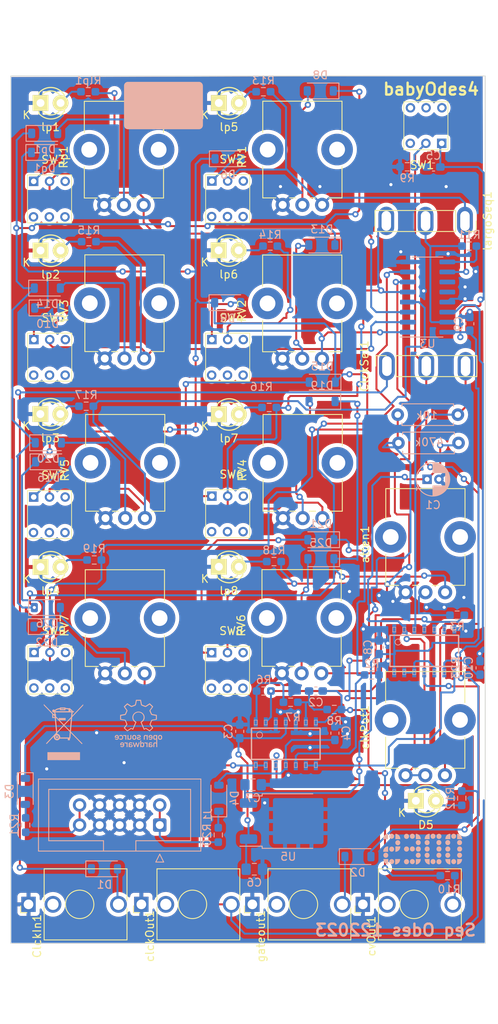
<source format=kicad_pcb>
(kicad_pcb (version 20221018) (generator pcbnew)
  (layers (0 "F.Cu" signal) (31 "B.Cu" signal) (34 "B.Paste" user) (35 "F.Paste" user) (36 "B.SilkS" user "B.Silkscreen") (37 "F.SilkS" user "F.Silkscreen") (38 "B.Mask" user) (39 "F.Mask" user) (44 "Edge.Cuts" user))
  (net 0 "")
  (net 1 "Net-(C1-Pad1)")
  (net 2 "GND")
  (net 3 "Net-(C2-Pad2)")
  (net 4 "+5V")
  (net 5 "Net-(ClckSel1-B)")
  (net 6 "+12V")
  (net 7 "-12V")
  (net 8 "Net-(D1-A)")
  (net 10 "clk")
  (net 12 "Net-(ClckSel1-A)")
  (net 13 "Net-(ClckSel1-C)")
  (net 15 "Net-(D2-K)")
  (net 16 "Net-(D2-A)")
  (net 17 "Net-(D6-A)")
  (net 18 "Net-(D8-A)")
  (net 19 "Gate")
  (net 20 "Net-(D9-A)")
  (net 21 "Net-(D10-A)")
  (net 22 "CV")
  (net 23 "Net-(D13-A)")
  (net 24 "Net-(D14-A)")
  (net 25 "Net-(D15-A)")
  (net 26 "Net-(D16-A)")
  (net 27 "Net-(D19-A)")
  (net 28 "Net-(D20-A)")
  (net 29 "Net-(D21-A)")
  (net 30 "Net-(D22-A)")
  (net 31 "Net-(D25-A)")
  (net 32 "Net-(D26-A)")
  (net 33 "Net-(Dg1-A)")
  (net 34 "Net-(Dp1-A)")
  (net 36 "paso4")
  (net 37 "Net-(U3-Reset)")
  (net 38 "paso6")
  (net 39 "Net-(lp1-A)")
  (net 40 "Net-(R6-Pad2)")
  (net 41 "paso5")
  (net 42 "paso1")
  (net 43 "paso2")
  (net 44 "paso7")
  (net 45 "paso3")
  (net 46 "paso8")
  (net 47 "paso0")
  (net 48 "gateAmp")
  (net 51 "Net-(R3-Pad1)")
  (net 52 "Net-(U2B--)")
  (net 53 "Net-(R10-Pad2)")
  (net 54 "Net-(D3-A)")
  (net 55 "Net-(D4-K)")
  (net 56 "Net-(D5-A)")
  (net 57 "Net-(U2A--)")
  (net 61 "Net-(U1-Pad10)")
  (net 62 "Net-(lp2-A)")
  (net 63 "Net-(lp3-A)")
  (net 64 "Net-(lp4-A)")
  (net 65 "Net-(lp5-A)")
  (net 66 "Net-(lp6-A)")
  (net 67 "Net-(lp7-A)")
  (net 68 "Net-(lp8-A)")
  (net 69 "Net-(J1-Pin_1)")
  (net 70 "Net-(J1-Pin_10)")
  (net 71 "Net-(R22-Pad2)")
  (net 72 "Net-(C10-Pad2)")
  (footprint "0deS:PotGndPin1" (layer "F.Cu") (at 109.5298 49.0624 90)
    (fp_text reference "RV1")
    (fp_text value "R_Potentiometer")
  )
  (footprint "0deS:PotGndPin1" (layer "F.Cu") (at 86.9804 68.5086 90)
    (fp_text reference "RV3")
    (fp_text value "R_Potentiometer")
  )
  (footprint "0deS:colader" (layer "F.Cu") (at 117.6528 69.469 90)
    (fp_text reference "ClckSel1")
    (fp_text value "SW_SPDT")
  )
  (footprint "0deS:jack3.5verticalTSTN" (layer "F.Cu") (at 114.6922 137.5918 90)
    (fp_text reference "cvOut1")
    (fp_text value "AudioJack2_SwitchT")
  )
  (footprint "0deS:PotGndPin1" (layer "F.Cu") (at 125.1 121.25 90)
    (fp_text reference "clkPot1")
    (fp_text value "100k")
  )
  (footprint "0deS:jack3.5verticalTSTN" (layer "F.Cu") (at 93.0726 137.588 90)
    (fp_text reference "clckOut1")
    (fp_text value "AudioJack2_SwitchT")
  )
  (footprint "0deS:SW_Push_5.8" (layer "F.Cu") (at 72.9742 46.0883)
    (fp_text reference "SW3")
    (fp_text value "SW_SPST")
  )
  (footprint "0deS:PotGndPin1" (layer "F.Cu") (at 125.1204 98.0948 90)
    (fp_text reference "atten1")
    (fp_text value "100k")
  )
  (footprint "0deS:LED3mm" (layer "F.Cu") (at 97.7138 94.869)
    (fp_text reference "lp8")
    (fp_text value "LED")
  )
  (footprint "0deS:SW_Push_5.8" (layer "F.Cu") (at 124.6886 41.275 180)
    (fp_text reference "SW1")
    (fp_text value "SW_Push")
  )
  (footprint "0deS:SW_Push_5.8" (layer "F.Cu") (at 72.9996 66.1162)
    (fp_text reference "SW5")
    (fp_text value "SW_SPST")
  )
  (footprint "0deS:jack3.5verticalTSTN" (layer "F.Cu") (at 107.141 137.588 90)
    (fp_text reference "gateout1")
    (fp_text value "AudioJack2_SwitchT")
  )
  (footprint "0deS:LED3mm" (layer "F.Cu") (at 75.1078 36.1696)
    (fp_text reference "lp1")
    (fp_text value "LED")
  )
  (footprint "0deS:jack3.5verticalTSTN" (layer "F.Cu") (at 72.3184 137.5918 90)
    (fp_text reference "ClckIn1")
    (fp_text value "AudioJack2_SwitchT")
  )
  (footprint "0deS:LED3mm" (layer "F.Cu") (at 75.0824 75.5396)
    (fp_text reference "lp3")
    (fp_text value "LED")
  )
  (footprint "0deS:LED3mm" (layer "F.Cu") (at 75.1078 94.8944)
    (fp_text reference "lp4")
    (fp_text value "LED")
  )
  (footprint "0deS:LED3mm" (layer "F.Cu") (at 97.7138 75.565)
    (fp_text reference "lp7")
    (fp_text value "LED")
  )
  (footprint "0deS:SW_Push_5.8" (layer "F.Cu") (at 72.9742 86.0425)
    (fp_text reference "SW7")
    (fp_text value "SW_SPST")
  )
  (footprint "0deS:colader" (layer "F.Cu") (at 127.7239 51.1048 -90)
    (fp_text reference "largoSeq1")
    (fp_text value "SW_SPDT")
  )
  (footprint "0deS:SW_Push_5.8" (layer "F.Cu") (at 95.5548 85.9282)
    (fp_text reference "SW6")
    (fp_text value "SW_SPST")
  )
  (footprint "0deS:PotGndPin1" (layer "F.Cu") (at 87.0716 88.7118 90)
    (fp_text reference "RV5")
    (fp_text value "R_Potentiometer")
  )
  (footprint "0deS:PotGndPin1" (layer "F.Cu") (at 109.4282 108.346 90)
    (fp_text reference "RV6")
    (fp_text value "R_Potentiometer")
  )
  (footprint "0deS:SW_Push_5.8" (layer "F.Cu") (at 95.5294 105.7402)
    (fp_text reference "SW8")
    (fp_text value "SW_SPST")
  )
  (footprint "0deS:PotGndPin1" (layer "F.Cu") (at 109.5102 68.534 90)
    (fp_text reference "RV2")
    (fp_text value "R_Potentiometer")
  )
  (footprint "0deS:LED3mm" (layer "F.Cu") (at 97.7138 36.1696)
    (fp_text reference "lp5")
    (fp_text value "LED")
  )
  (footprint "0deS:LED3mm" (layer "F.Cu") (at 75.1078 54.8386)
    (fp_text reference "lp2")
    (fp_text value "LED")
  )
  (footprint "0deS:PotGndPin1" (layer "F.Cu") (at 109.5668 88.7118 90)
    (fp_text reference "RV4")
    (fp_text value "R_Potentiometer")
  )
  (footprint "0deS:SW_Push_5.8" (layer "F.Cu") (at 73.025 105.7148)
    (fp_text reference "SW9")
    (fp_text value "SW_SPST")
  )
  (footprint "0deS:PotGndPin1" (layer "F.Cu") (at 87.0312 108.3612 90)
    (fp_text reference "RV7")
    (fp_text value "R_Potentiometer")
  )
  (footprint "0deS:LED3mm" (layer "F.Cu") (at 122.682 124.4854)
    (fp_text reference "D5")
    (fp_text value "LedClk")
  )
  (footprint "0deS:PotGndPin1" (layer "F.Cu") (at 86.91 49.0776 90)
    (fp_text reference "Rp1")
    (fp_text value "R_Potentiometer")
  )
  (footprint "0deS:SW_Push_5.8" (layer "F.Cu") (at 95.5548 46.0502)
    (fp_text reference "SW2")
    (fp_text value "SW_SPST")
  )
  (footprint "0deS:SW_Push_5.8" (layer "F.Cu") (at 95.5548 66.1162)
    (fp_text reference "SW4")
    (fp_text value "SW_SPST")
  )
  (footprint "0deS:LED3mm" (layer "F.Cu") (at 97.6884 54.8132)
    (fp_text reference "lp6")
    (fp_text value "LED")
  )
  (footprint "Diode_SMD:D_SOD-123" (layer "B.Cu") (at 81.9414 133.096)
    (fp_text reference "D1")
    (fp_text value "D")
  )
  (footprint "Diode_SMD:D_SOD-123" (layer "B.Cu") (at 109.5502 71.501 180)
    (fp_text reference "D15")
    (fp_text value "D_Schottky")
  )
  (footprint "Capacitor_SMD:C_0603_1608Metric_Pad1.08x0.95mm_HandSolder" (layer "B.Cu") (at 123.6483 44.2722 180)
    (fp_text reference "C5")
    (fp_text value "100nF")
  )
  (footprint "Capacitor_SMD:C_0603_1608Metric_Pad1.08x0.95mm_HandSolder" (layer "B.Cu") (at 116.7638 105.0544 -90)
    (fp_text reference "C8")
    (fp_text value "100nF")
  )
  (footprint "Resistor_SMD:R_0603_1608Metric_Pad0.98x0.95mm_HandSolder" (layer "B.Cu") (at 111.0723 112.9284)
    (fp_text reference "R8")
    (fp_text value "100k")
  )
  (footprint "Resistor_SMD:R_0603_1608Metric_Pad0.98x0.95mm_HandSolder" (layer "B.Cu") (at 96.3676 128.8053 -90)
    (fp_text reference "R20")
    (fp_text value "10r")
  )
  (footprint "Resistor_SMD:R_0603_1608Metric_Pad0.98x0.95mm_HandSolder" (layer "B.Cu") (at 79.9611 53.721 180)
    (fp_text reference "R15")
    (fp_text value "10k")
  )
  (footprint "Resistor_SMD:R_0603_1608Metric_Pad0.98x0.95mm_HandSolder" (layer "B.Cu") (at 105.5389 112.014)
    (fp_text reference "R7")
    (fp_text value "100k")
  )
  (footprint "Capacitor_SMD:C_0603_1608Metric_Pad1.08x0.95mm_HandSolder" (layer "B.Cu") (at 99.0854 115.6981 -90)
    (fp_text reference "C3")
    (fp_text value "100nF" hide)
  )
  (footprint "Resistor_SMD:R_0603_1608Metric_Pad0.98x0.95mm_HandSolder" (layer "B.Cu") (at 79.6271 74.549 180)
    (fp_text reference "R17")
    (fp_text value "10k")
  )
  (footprint "Diode_SMD:D_SOD-123" (layer "B.Cu") (at 109.5238 73.9394 180)
    (fp_text reference "D19")
    (fp_text value "1N4148")
  )
  (footprint "0deS:tl074" (layer "B.Cu") (at 122.4788 105.5116)
    (fp_text reference "U1" hide)
    (fp_text value "HEF4093B" hide)
  )
  (footprint "Diode_SMD:D_SOD-123" (layer "B.Cu") (at 97.5604 61.4426)
    (fp_text reference "D9")
    (fp_text value "D_Schottky")
  )
  (footprint "Capacitor_SMD:C_0805_2012Metric_Pad1.18x1.45mm_HandSolder" (layer "B.Cu") (at 100.9357 133.1468)
    (fp_text reference "C6")
    (fp_text value "1uF")
  )
  (footprint "Diode_SMD:D_SOD-123" (layer "B.Cu") (at 74.7532 62.1144)
    (fp_text reference "D10")
    (fp_text value "D_Schottky")
  )
  (footprint "Capacitor_SMD:C_0603_1608Metric_Pad1.08x0.95mm_HandSolder" (layer "B.Cu") (at 129.55 107.6625 -90)
    (fp_text reference "C10")
    (fp_text value "0.1uF")
  )
  (footprint "Connector_IDC:IDC-Header_2x05_P2.54mm_Vertical" (layer "B.Cu") (at 88.9508 127.5588 90)
    (fp_text reference "J1")
    (fp_text value "Conn_02x05_Odd_Even")
  )
  (footprint "Resistor_SMD:R_0603_1608Metric_Pad0.98x0.95mm_HandSolder" (layer "B.Cu") (at 80.6469 94.0054 180)
    (fp_text reference "R19")
    (fp_text value "10k")
  )
  (footprint "Resistor_SMD:R_0603_1608Metric_Pad0.98x0.95mm_HandSolder" (layer "B.Cu") (at 126.6425 100.9904)
    (fp_text reference "R3")
    (fp_text value "100k")
  )
  (footprint "Resistor_SMD:R_0603_1608Metric_Pad0.98x0.95mm_HandSolder" (layer "B.Cu") (at 115.8259 108.5596 180)
    (fp_text reference "R2")
    (fp_text value "100k")
  )
  (footprint "0deS:tl074" (layer "B.Cu") (at 104.9274 117.2718)
    (fp_text reference "U2" hide)
    (fp_text value "TL074" hide)
  )
  (footprint "Resistor_SMD:R_0603_1608Metric_Pad0.98x0.95mm_HandSolder" (layer "B.Cu") (at 102.0845 34.7472 180)
    (fp_text reference "R13")
    (fp_text value "10k")
  )
  (footprint "Diode_SMD:D_SOD-123" (layer "B.Cu") (at 109.3724 91.44 180)
    (fp_text reference "D21")
    (fp_text value "D_Schottky")
  )
  (footprint "Diode_SMD:D_SOD-123" (layer "B.Cu") (at 114.0714 131.5466)
    (fp_text reference "D2")
    (fp_text value "D")
  )
  (footprint "Package_TO_SOT_SMD:TO-252-2" (layer "B.Cu") (at 105.2422 127.0508)
    (fp_text reference "U5")
    (fp_text value "L7805")
  )
  (footprint "Resistor_SMD:R_0603_1608Metric_Pad0.98x0.95mm_HandSolder" (layer "B.Cu") (at 102.9481 54.2798 180)
    (fp_text reference "R14")
    (fp_text value "10k")
  )
  (footprint "Diode_SMD:D_SOD-123" (layer "B.Cu") (at 74.7014 59.5998)
    (fp_text reference "D14")
    (fp_text value "1N4148")
  )
  (footprint "Package_SO:SOP-16_3.9x9.9mm_P1.27mm" (layer "B.Cu") (at 122.896 60.7314)
    (fp_text reference "U3")
    (fp_text value "4017")
  )
  (footprint "Diode_SMD:D_SOD-123" (layer "B.Cu") (at 71.9074 123.2916 -90)
    (fp_text reference "D3")
    (fp_text value "D_Schottky")
  )
  (footprint "Capacitor_SMD:C_0805_2012Metric_Pad1.18x1.45mm_HandSolder" (layer "B.Cu") (at 100.7833 122.4534)
    (fp_text reference "C7")
    (fp_text value "1uF")
  )
  (footprint "0deS:R_Axial_DIN0207_L6.3mm_D2.5mm_P7.62mm_Horizontal" (layer "B.Cu") (at 126.8222 79.1972 180)
    (fp_text reference "R22" hide)
    (fp_text value "470k")
  )
  (footprint "Diode_SMD:D_SOD-123" (layer "B.Cu") (at 97.609 43.2334)
    (fp_text reference "D6")
    (fp_text value "D_Schottky")
  )
  (footprint "Resistor_SMD:R_0603_1608Metric_Pad0.98x0.95mm_HandSolder" (layer "B.Cu") (at 127.2286 124.1533 -90)
    (fp_text reference "R12")
    (fp_text value "10k")
  )
  (footprint "Diode_SMD:D_SOD-123" (layer "B.Cu") (at 74.3682 40.019)
    (fp_text reference "Dp1")
    (fp_text value "1N4148")
  )
  (footprint "Capacitor_THT:CP_Radial_D4.0mm_P1.50mm" (layer "B.Cu") (at 122.833 83.7946)
    (fp_text reference "C1")
    (fp_text value "10uF")
  )
  (footprint "Diode_SMD:D_SOD-123" (layer "B.Cu") (at 109.2972 34.6456 180)
    (fp_text reference "D8")
    (fp_text value "1N4148")
  )
  (footprint "0deS:R_Axial_DIN0207_L6.3mm_D2.5mm_P7.62mm_Horizontal" (layer "B.Cu") (at 119.111 75.6158)
    (fp_text reference "R4" hide)
    (fp_text value "10k")
  )
  (footprint "Diode_SMD:D_SOD-123" (layer "B.Cu") (at 74.6506 102.4382)
    (fp_text reference "D22")
    (fp_text value "D_Schottky")
  )
  (footprint "Diode_SMD:D_SOD-123" (layer "B.Cu") (at 96.4438 124.1562 90)
    (fp_text reference "D4")
    (fp_text value "D_Schottky")
  )
  (footprint "Diode_SMD:D_SOD-123" (layer "B.Cu") (at 109.5004 54.1528 180)
    (fp_text reference "D13")
    (fp_text value "1N4148")
  )
  (footprint "Resistor_SMD:R_0603_1608Metric_Pad0.98x0.95mm_HandSolder" (layer "B.Cu") (at 120.3179 44.2468)
    (fp_text reference "R9")
    (fp_text value "100k")
  )
  (footprint "Resistor_SMD:R_0603_1608Metric_Pad0.98x0.95mm_HandSolder" (layer "B.Cu") (at 103.4288 94.2086 180)
    (fp_text reference "R18")
    (fp_text value "10k")
  )
  (footprint "Capacitor_SMD:C_0603_1608Metric_Pad1.08x0.95mm_HandSolder" (layer "B.Cu") (at 111.1504 115.9256 90)
    (fp_text reference "C4")
    (fp_text value "100nF")
  )
  (footprint "Resistor_SMD:R_0603_1608Metric_Pad0.98x0.95mm_HandSolder" (layer "B.Cu") (at 128.1684 54.2798 180)
    (fp_text reference "R11")
    (fp_text value "1k")
  )
  (footprint "Diode_SMD:D_SOD-123" (layer "B.Cu") (at 109.3734 93.853 180)
    (fp_text reference "D25")
    (fp_text value "1N4148")
  )
  (footprint "Resistor_SMD:R_0603_1608Metric_Pad0.98x0.95mm_HandSolder" (layer "B.Cu") (at 125.4271 133.9596)
    (fp_text reference "R10")
    (fp_text value "1k")
  )
  (footprint "Capacitor_SMD:C_0603_1608Metric_Pad1.08x0.95mm_HandSolder" (layer "B.Cu") (at 108.7385 110.5916)
    (fp_text reference "C2")
    (fp_text value "470p")
  )
  (footprint "Capacitor_SMD:C_0603_1608Metric_Pad1.08x0.95mm_HandSolder" (layer "B.Cu") (at 128.25 64.1125 -90)
    (fp_text reference "C9")
    (fp_text value "100nF")
  )
  (footprint "Diode_SMD:D_SOD-123" (layer "B.Cu") (at 74.8782 81.5848)
    (fp_text reference "D16")
    (fp_text value "D_Schottky")
  )
  (footprint "Resistor_SMD:R_0603_1608Metric_Pad0.98x0.95mm_HandSolder" (layer "B.Cu") (at 71.9582 127.5569 -90)
    (fp_text reference "R21")
    (fp_text value "10r")
  )
  (footprint "Resistor_SMD:R_0603_1608Metric_Pad0.98x0.95mm_HandSolder" (layer "B.Cu") (at 102.8211 74.7014 180)
    (fp_text reference "R16")
    (fp_text value "10k")
  )
  (footprint "Resistor_SMD:R_0603_1608Metric_Pad0.98x0.95mm_HandSolder" (layer "B.Cu") (at 127.9 107.65 -90)
    (fp_text reference "R23")
    (fp_text value "100k")
  )
  (footprint "Diode_SMD:D_SOD-123" (layer "B.Cu") (at 74.3448 42.432)
    (fp_text reference "Dg1")
    (fp_text value "D_Schottky")
  )
  (footprint "Resistor_SMD:R_0603_1608Metric_Pad0.98x0.95mm_HandSolder" (layer "B.Cu") (at 102.1315 110.5916 180)
    (fp_text reference "R6")
    (fp_text value "100k")
  )
  (footprint "Diode_SMD:D_SOD-123" (layer "B.Cu") (at 74.8284 79.1718)
    (fp_text reference "D20")
    (fp_text value "1N4148")
  )
  (footprint "Diode_SMD:D_SOD-123" (layer "B.Cu") (at 74.7024 100.0252)
    (fp_text reference "D26")
    (fp_text value "1N4148")
  )
  (footprint "Resistor_SMD:R_0603_1608Metric_Pad0.98x0.95mm_HandSolder" (layer "B.Cu") (at 79.883 34.7472 180)
    (fp_text reference "Rlp1")
    (fp_text value "10k")
  )
  (gr_poly (pts (xy 118.81898 130.936035) (xy 118.853143 130.933023) (xy 118.886499 130.928692) (xy 118.919037 130.923059) (xy 118.95074 130.916137) (xy 118.981596 130.907942) (xy 119.01159 130.89849) (xy 119.040708 130.887794) (xy 119.068936 130.875871) (xy 119.09626 130.862734) (xy 119.122667 130.8484) (xy 119.148142 130.832883) (xy 119.172671 130.816199) (xy 119.19624 130.798362) (xy 119.218835 130.779387) (xy 119.240442 130.75929) (xy 119.261048 130.738086) (xy 119.280637 130.715788) (xy 119.299196 130.692414) (xy 119.316712 130.667977) (xy 119.333169 130.642493) (xy 119.348555 130.615977) (xy 119.362854 130.588444) (xy 119.376053 130.559908) (xy 119.388139 130.530386) (xy 119.399096 130.499891) (xy 119.408911 130.46844) (xy 119.41757 130.436046) (xy 119.425059 130.402726) (xy 119.431364 130.368494) (xy 119.436471 130.333365) (xy 119.443034 130.260477) (xy 118.81898 130.260477)) (fill solid) (layer "B.SilkS"))
  (gr_poly (pts (xy 126.934302 129.453526) (xy 126.918034 129.454718) (xy 126.902054 129.456685) (xy 126.886378 129.459409) (xy 126.871023 129.462872) (xy 126.856006 129.467059) (xy 126.841343 129.471951) (xy 126.82705 129.477532) (xy 126.813146 129.483785) (xy 126.799645 129.490693) (xy 126.786566 129.498238) (xy 126.773924 129.506404) (xy 126.761736 129.515174) (xy 126.750019 129.52453) (xy 126.73879 129.534456) (xy 126.728064 129.544934) (xy 126.71786 129.555947) (xy 126.708194 129.567479) (xy 126.699081 129.579511) (xy 126.69054 129.592029) (xy 126.682586 129.605013) (xy 126.675236 129.618447) (xy 126.668507 129.632315) (xy 126.662415 129.646598) (xy 126.656978 129.66128) (xy 126.652212 129.676344) (xy 126.648133 129.691773) (xy 126.644759 129.70755) (xy 126.642105 129.723658) (xy 126.640189 129.740079) (xy 126.639027 129.756797) (xy 126.638636 129.773794) (xy 126.639027 129.790824) (xy 126.640189 129.807572) (xy 126.642105 129.824021) (xy 126.644759 129.840155) (xy 126.648133 129.855956) (xy 126.652212 129.871408) (xy 126.656978 129.886493) (xy 126.662415 129.901195) (xy 126.668507 129.915496) (xy 126.675236 129.92938) (xy 126.682586 129.94283) (xy 126.69054 129.955827) (xy 126.699081 129.968357) (xy 126.708194 129.980401) (xy 126.71786 129.991943) (xy 126.728064 130.002965) (xy 126.73879 130.013451) (xy 126.750019 130.023383) (xy 126.761736 130.032745) (xy 126.773924 130.04152) (xy 126.786566 130.04969) (xy 126.799645 130.057239) (xy 126.813146 130.06415) (xy 126.82705 130.070405) (xy 126.841343 130.075988) (xy 126.856006 130.080882) (xy 126.871023 130.085069) (xy 126.886378 130.088533) (xy 126.902054 130.091257) (xy 126.918034 130.093224) (xy 126.934302 130.094417) (xy 126.950841 130.094818) (xy 126.967379 130.094417) (xy 126.983647 130.093224) (xy 126.999627 130.091257) (xy 127.015303 130.088533) (xy 127.030658 130.085069) (xy 127.045675 130.080882) (xy 127.060339 130.075988) (xy 127.074631 130.070405) (xy 127.088536 130.06415) (xy 127.102036 130.057239) (xy 127.115116 130.04969) (xy 127.127758 130.04152) (xy 127.139945 130.032745) (xy 127.151662 130.023383) (xy 127.162892 130.013451) (xy 127.173617 130.002965) (xy 127.183821 129.991943) (xy 127.193488 129.980401) (xy 127.2026 129.968357) (xy 127.211142 129.955827) (xy 127.219096 129.94283) (xy 127.226446 129.92938) (xy 127.233174 129.915496) (xy 127.239266 129.901195) (xy 127.244703 129.886493) (xy 127.249469 129.871408) (xy 127.253548 129.855956) (xy 127.256922 129.840155) (xy 127.259576 129.824021) (xy 127.261492 129.807572) (xy 127.262654 129.790824) (xy 127.263045 129.773794) (xy 127.262654 129.756797) (xy 127.261492 129.740079) (xy 127.259576 129.723658) (xy 127.256922 129.70755) (xy 127.253548 129.691773) (xy 127.249469 129.676344) (xy 127.244703 129.66128) (xy 127.239266 129.646598) (xy 127.233174 129.632315) (xy 127.226446 129.618447) (xy 127.219096 129.605013) (xy 127.211142 129.592029) (xy 127.2026 129.579511) (xy 127.193488 129.567479) (xy 127.183821 129.555947) (xy 127.173617 129.544934) (xy 127.162892 129.534456) (xy 127.151662 129.52453) (xy 127.139945 129.515174) (xy 127.127758 129.506404) (xy 127.115116 129.498238) (xy 127.102036 129.490693) (xy 127.088536 129.483785) (xy 127.074631 129.477532) (xy 127.060339 129.471951) (xy 127.045675 129.467059) (xy 127.030658 129.462872) (xy 127.015303 129.459409) (xy 126.999627 129.456685) (xy 126.983647 129.454718) (xy 126.967379 129.453526) (xy 126.950841 129.453125)) (fill solid) (layer "B.SilkS"))
  (gr_poly (pts (xy 121.409671 129.336191) (xy 122.033372 129.336191) (xy 122.030735 129.299281) (xy 122.026871 129.263237) (xy 122.021793 129.228075) (xy 122.015514 129.19381) (xy 122.00805 129.160458) (xy 121.999413 129.128032) (xy 121.989619 129.096549) (xy 121.978681 129.066023) (xy 121.966614 129.03647) (xy 121.953431 129.007904) (xy 121.939146 128.980341) (xy 121.923774 128.953796) (xy 121.907329 128.928284) (xy 121.889825 128.90382) (xy 121.871275 128.880419) (xy 121.851695 128.858097) (xy 121.831097 128.836868) (xy 121.809497 128.816748) (xy 121.786907 128.797751) (xy 121.763343 128.779893) (xy 121.738819 128.763189) (xy 121.713347 128.747654) (xy 121.686944 128.733304) (xy 121.659621 128.720152) (xy 121.631395 128.708215) (xy 121.602278 128.697507) (xy 121.572285 128.688044) (xy 121.54143 128.679841) (xy 121.509727 128.672912) (xy 121.47719 128.667274) (xy 121.443833 128.66294) (xy 121.409671 128.659927)) (fill solid) (layer "B.SilkS"))
  (gr_poly (pts (xy 126.64527 129.336191) (xy 127.268971 129.336191) (xy 127.266335 129.299281) (xy 127.262471 129.263237) (xy 127.257392 129.228075) (xy 127.251114 129.19381) (xy 127.243649 129.160458) (xy 127.235013 129.128032) (xy 127.225218 129.096549) (xy 127.214281 129.066023) (xy 127.202213 129.03647) (xy 127.18903 129.007904) (xy 127.174745 128.980341) (xy 127.159373 128.953796) (xy 127.142928 128.928284) (xy 127.125424 128.90382) (xy 127.106874 128.880419) (xy 127.087294 128.858097) (xy 127.066696 128.836868) (xy 127.045095 128.816748) (xy 127.022506 128.797751) (xy 126.998942 128.779893) (xy 126.974417 128.763189) (xy 126.948946 128.747654) (xy 126.922542 128.733304) (xy 126.89522 128.720152) (xy 126.866994 128.708215) (xy 126.837877 128.697507) (xy 126.807884 128.688044) (xy 126.777029 128.679841) (xy 126.745326 128.672912) (xy 126.712789 128.667274) (xy 126.679432 128.66294) (xy 126.64527 128.659927)) (fill solid) (layer "B.SilkS"))
  (gr_poly (pts (xy 121.409671 132.538681) (xy 121.443833 132.535669) (xy 121.47719 132.531338) (xy 121.509727 132.525704) (xy 121.54143 132.518783) (xy 121.572285 132.510588) (xy 121.602278 132.501135) (xy 121.631395 132.49044) (xy 121.659621 132.478516) (xy 121.686944 132.46538) (xy 121.713347 132.451046) (xy 121.738819 132.435529) (xy 121.763343 132.418845) (xy 121.786907 132.401008) (xy 121.809497 132.382033) (xy 121.831097 132.361936) (xy 121.851695 132.340731) (xy 121.871275 132.318434) (xy 121.889825 132.29506) (xy 121.907329 132.270623) (xy 121.923774 132.245139) (xy 121.939146 132.218623) (xy 121.953431 132.19109) (xy 121.966614 132.162554) (xy 121.978681 132.133032) (xy 121.989619 132.102537) (xy 121.999413 132.071085) (xy 122.00805 132.038692) (xy 122.015514 132.005372) (xy 122.021793 131.97114) (xy 122.026871 131.936011) (xy 122.033372 131.863123) (xy 121.409671 131.863123)) (fill solid) (layer "B.SilkS"))
  (gr_poly (pts (xy 117.858995 130.265167) (xy 117.824757 130.269264) (xy 117.79145 130.274627) (xy 117.759083 130.281244) (xy 117.727664 130.289108) (xy 117.697204 130.298209) (xy 117.667709 130.308537) (xy 117.63919 130.320083) (xy 117.611654 130.332838) (xy 117.585111 130.346792) (xy 117.55957 130.361936) (xy 117.535039 130.378261) (xy 117.511527 130.395757) (xy 117.489043 130.414415) (xy 117.467595 130.434225) (xy 117.447193 130.455179) (xy 117.427845 130.477266) (xy 117.40956 130.500477) (xy 117.392347 130.524804) (xy 117.376214 130.550236) (xy 117.361171 130.576765) (xy 117.347226 130.60438) (xy 117.334387 130.633073) (xy 117.322665 130.662834) (xy 117.312067 130.693654) (xy 117.302602 130.725524) (xy 117.294279 130.758434) (xy 117.287107 130.792374) (xy 117.281094 130.827336) (xy 117.27625 130.863309) (xy 117.270102 130.938255) (xy 117.894156 130.938255) (xy 117.894156 130.262344)) (fill solid) (layer "B.SilkS"))
  (gr_poly (pts (xy 87.776704 116.15) (xy 87.763947 116.150847) (xy 87.751335 116.15225) (xy 87.738885 116.1542) (xy 87.726616 116.156692) (xy 87.714546 116.159716) (xy 87.702695 116.163266) (xy 87.691081 116.167334) (xy 87.679723 116.171913) (xy 87.668638 116.176995) (xy 87.657846 116.182572) (xy 87.647366 116.188638) (xy 87.637215 116.195185) (xy 87.627413 116.202205) (xy 87.617978 116.20969) (xy 87.608928 116.217634) (xy 87.600283 116.226029) (xy 87.592061 116.234867) (xy 87.584281 116.244141) (xy 87.57696 116.253844) (xy 87.570119 116.263967) (xy 87.563774 116.274504) (xy 87.557946 116.285446) (xy 87.552652 116.296787) (xy 87.547911 116.308519) (xy 87.543742 116.320635) (xy 87.540163 116.333127) (xy 87.537194 116.345987) (xy 87.534851 116.359208) (xy 87.533155 116.372783) (xy 87.532124 116.386704) (xy 87.531776 116.400963) (xy 87.531776 116.4996) (xy 87.921664 116.4996) (xy 87.921481 116.508588) (xy 87.920937 116.517295) (xy 87.920039 116.525721) (xy 87.918794 116.533866) (xy 87.917209 116.54173) (xy 87.915292 116.549312) (xy 87.91305 116.556611) (xy 87.910489 116.563628) (xy 87.907617 116.570363) (xy 87.904442 116.576814) (xy 87.90097 116.582982) (xy 87.897208 116.588866) (xy 87.893164 116.594466) (xy 87.888845 116.599782) (xy 87.884258 116.604813) (xy 87.879411 116.60956) (xy 87.874309 116.614021) (xy 87.868961 116.618196) (xy 87.863374 116.622086) (xy 87.857555 116.625689) (xy 87.851511 116.629006) (xy 87.845249 116.632036) (xy 87.838776 116.63478) (xy 87.8321 116.637235) (xy 87.825228 116.639403) (xy 87.818166 116.641283) (xy 87.810923 116.642874) (xy 87.803505 116.644177) (xy 87.795919 116.645191) (xy 87.788173 116.645916) (xy 87.772228 116.646496) (xy 87.763182 116.646249) (xy 87.754077 116.645515) (xy 87.744942 116.644302) (xy 87.735802 116.642619) (xy 87.726685 116.640475) (xy 87.717616 116.637878) (xy 87.708623 116.634837) (xy 87.699733 116.631361) (xy 87.690972 116.627459) (xy 87.682366 116.623138) (xy 87.673942 116.618408) (xy 87.665728 116.613277) (xy 87.657749 116.607754) (xy 87.650032 116.601849) (xy 87.642604 116.595568) (xy 87.635492 116.588922) (xy 87.544053 116.662793) (xy 87.555854 116.675107) (xy 87.568065 116.6865) (xy 87.580664 116.69699) (xy 87.593629 116.706595) (xy 87.606939 116.715332) (xy 87.620573 116.723218) (xy 87.634507 116.73027) (xy 87.648722 116.736506) (xy 87.663194 116.741944) (xy 87.677903 116.7466) (xy 87.692826 116.750492) (xy 87.707942 116.753638) (xy 87.723229 116.756054) (xy 87.738665 116.757759) (xy 87.75423 116.758769) (xy 87.7699 116.759102) (xy 87.794155 116.758381) (xy 87.818651 116.756097) (xy 87.84314 116.752063) (xy 87.867372 116.746094) (xy 87.891098 116.738006) (xy 87.902694 116.733109) (xy 87.914069 116.727613) (xy 87.925193 116.721495) (xy 87.936035 116.714731) (xy 87.946564 116.707298) (xy 87.956748 116.699174) (xy 87.966556 116.690334) (xy 87.975957 116.680756) (xy 87.98492 116.670418) (xy 87.993414 116.659294) (xy 88.001407 116.647363) (xy 88.008869 116.634602) (xy 88.015768 116.620986) (xy 88.022073 116.606494) (xy 88.027753 116.591101) (xy 88.032777 116.574786) (xy 88.037113 116.557524) (xy 88.040731 116.539292) (xy 88.043599 116.520068) (xy 88.045686 116.499828) (xy 88.046962 116.478549) (xy 88.047394 116.456208) (xy 88.046998 116.434974) (xy 88.045828 116.414641) (xy 88.044482 116.400963) (xy 87.921664 116.400963) (xy 87.657506 116.400963) (xy 87.658009 116.392614) (xy 87.658803 116.384514) (xy 87.65988 116.376664) (xy 87.661236 116.369066) (xy 87.662865 116.361719) (xy 87.664761 116.354626) (xy 87.666919 116.347787) (xy 87.669332 116.341204) (xy 87.671997 116.334877) (xy 87.674906 116.328807) (xy 87.678055 116.322996) (xy 87.681437 116.317445) (xy 87.685048 116.312154) (xy 87.688881 116.307125) (xy 87.692931 116.302358) (xy 87.697193 116.297856) (xy 87.701661 116.293618) (xy 87.706328 116.289645) (xy 87.711191 116.28594) (xy 87.716243 116.282503) (xy 87.721478 116.279334) (xy 87.726891 116.276436) (xy 87.732477 116.273809) (xy 87.73823 116.271454) (xy 87.744143 116.269372) (xy 87.750213 116.267564) (xy 87.756432 116.266031) (xy 87.762796 116.264775) (xy 87.769299 116.263796) (xy 87.775935 116.263096) (xy 87.782699 116.262674) (xy 87.789585 116.262534) (xy 87.796475 116.262674) (xy 87.803249 116.263096) (xy 87.809901 116.263796) (xy 87.816426 116.264775) (xy 87.822816 116.266031) (xy 87.829066 116.267564) (xy 87.835169 116.269372) (xy 87.841119 116.271454) (xy 87.846909 116.273809) (xy 87.852534 116.276436) (xy 87.857987 116.279334) (xy 87.863262 116.282503) (xy 87.868352 116.28594) (xy 87.873252 116.289645) (xy 87.877954 116.293618) (xy 87.882453 116.297856) (xy 87.886743 116.302358) (xy 87.890816 116.307125) (xy 87.894668 116.312154) (xy 87.898291 116.317445) (xy 87.901679 116.322996) (xy 87.904827 116.328807) (xy 87.907727 116.334877) (xy 87.910373 116.341204) (xy 87.91276 116.347787) (xy 87.914881 116.354626) (xy 87.916729 116.361719) (xy 87.918298 116.369066) (xy 87.919583 116.376664) (xy 87.920576 116.384514) (xy 87.921272 116.392614) (xy 87.921664 116.400963) (xy 88.044482 116.400963) (xy 88.043914 116.395193) (xy 88.041282 116.376615) (xy 88.03796 116.358894) (xy 88.033977 116.342014) (xy 88.02936 116.32596) (xy 88.024137 116.310718) (xy 88.018336 116.296272) (xy 88.011985 116.282607) (xy 88.005112 116.26971) (xy 87.997745 116.257564) (xy 87.989911 116.246156) (xy 87.981639 116.23547) (xy 87.972957 116.225492) (xy 87.963892 116.216206) (xy 87.954472 116.207597) (xy 87.944725 116.199652) (xy 87.93468 116.192355) (xy 87.924363 116.185691) (xy 87.913804 116.179646) (xy 87.903029 116.174204) (xy 87.892067 116.169351) (xy 87.880945 116.165072) (xy 87.869692 116.161352) (xy 87.858336 116.158176) (xy 87.835424 116.153397) (xy 87.812433 116.150616) (xy 87.789585 116.149716)) (fill solid) (layer "B.SilkS"))
  (gr_poly (pts (xy 120.209931 130.268971) (xy 120.193664 130.270163) (xy 120.177684 130.27213) (xy 120.162008 130.274853) (xy 120.146653 130.278317) (xy 120.131636 130.282504) (xy 120.116973 130.287396) (xy 120.102681 130.292977) (xy 120.088776 130.29923) (xy 120.075276 130.306138) (xy 120.062196 130.313683) (xy 120.049554 130.321849) (xy 120.037366 130.330619) (xy 120.02565 130.339975) (xy 120.01442 130.349901) (xy 120.003695 130.360379) (xy 119.993491 130.371392) (xy 119.983824 130.382923) (xy 119.974712 130.394956) (xy 119.96617 130.407473) (xy 119.958216 130.420458) (xy 119.950867 130.433892) (xy 119.944138 130.447759) (xy 119.938046 130.462043) (xy 119.932609 130.476725) (xy 119.927843 130.491789) (xy 119.923764 130.507218) (xy 119.92039 130.522995) (xy 119.917736 130.539103) (xy 119.91582 130.555524) (xy 119.914658 130.572242) (xy 119.914267 130.589239) (xy 119.914658 130.606267) (xy 119.91582 130.623013) (xy 119.917736 130.639457) (xy 119.92039 130.655585) (xy 119.923764 130.671378) (xy 119.927843 130.68682) (xy 119.932609 130.701895) (xy 119.938046 130.716585) (xy 119.944138 130.730873) (xy 119.950867 130.744743) (xy 119.958216 130.758178) (xy 119.96617 130.771161) (xy 119.974712 130.783674) (xy 119.983824 130.795702) (xy 119.993491 130.807228) (xy 120.003695 130.818233) (xy 120.01442 130.828703) (xy 120.02565 130.838619) (xy 120.037366 130.847964) (xy 120.049554 130.856723) (xy 120.062196 130.864878) (xy 120.075276 130.872413) (xy 120.088776 130.87931) (xy 120.102681 130.885552) (xy 120.116973 130.891123) (xy 120.131636 130.896006) (xy 120.146653 130.900184) (xy 120.162008 130.903641) (xy 120.177684 130.906358) (xy 120.193664 130.90832) (xy 120.209931 130.90951) (xy 120.22647 130.90991) (xy 120.243007 130.90951) (xy 120.259272 130.90832) (xy 120.275247 130.906358) (xy 120.290916 130.903641) (xy 120.306263 130.900184) (xy 120.321271 130.896006) (xy 120.335924 130.891123) (xy 120.350204 130.885552) (xy 120.364096 130.87931) (xy 120.377582 130.872413) (xy 120.390647 130.864878) (xy 120.403274 130.856723) (xy 120.415446 130.847964) (xy 120.427147 130.838619) (xy 120.43836 130.828703) (xy 120.449069 130.818233) (xy 120.459256 130.807228) (xy 120.468907 130.795702) (xy 120.478003 130.783674) (xy 120.486529 130.771161) (xy 120.494468 130.758178) (xy 120.501803 130.744743) (xy 120.508518 130.730873) (xy 120.514597 130.716585) (xy 120.520022 130.701895) (xy 120.524778 130.68682) (xy 120.528847 130.671378) (xy 120.532214 130.655585) (xy 120.534861 130.639457) (xy 120.536772 130.623013) (xy 120.537931 130.606267) (xy 120.538321 130.589239) (xy 120.537931 130.572242) (xy 120.536772 130.555524) (xy 120.534861 130.539103) (xy 120.532214 130.522995) (xy 120.528847 130.507218) (xy 120.524778 130.491789) (xy 120.520022 130.476725) (xy 120.514597 130.462043) (xy 120.508518 130.447759) (xy 120.501803 130.433892) (xy 120.494468 130.420458) (xy 120.486529 130.407473) (xy 120.478003 130.394956) (xy 120.468907 130.382923) (xy 120.459256 130.371392) (xy 120.449069 130.360379) (xy 120.43836 130.349901) (xy 120.427147 130.339975) (xy 120.415446 130.330619) (xy 120.403274 130.321849) (xy 120.390647 130.313683) (xy 120.377582 130.306138) (xy 120.364096 130.29923) (xy 120.350204 130.292977) (xy 120.335924 130.287396) (xy 120.321271 130.282504) (xy 120.306263 130.278317) (xy 120.290916 130.274853) (xy 120.275247 130.27213) (xy 120.259272 130.270163) (xy 120.243007 130.268971) (xy 120.22647 130.26857)) (fill solid) (layer "B.SilkS"))
  (gr_poly (pts (xy 125.445532 130.269095) (xy 125.429265 130.270287) (xy 125.413285 130.272254) (xy 125.397609 130.274977) (xy 125.382254 130.278441) (xy 125.367236 130.282627) (xy 125.352573 130.28752) (xy 125.338281 130.293101) (xy 125.324376 130.299354) (xy 125.310876 130.306262) (xy 125.297796 130.313807) (xy 125.285154 130.321973) (xy 125.272966 130.330743) (xy 125.261249 130.340099) (xy 125.25002 130.350025) (xy 125.239295 130.360503) (xy 125.229091 130.371516) (xy 125.219424 130.383048) (xy 125.210312 130.395081) (xy 125.20177 130.407598) (xy 125.193816 130.420582) (xy 125.186466 130.434017) (xy 125.179737 130.447884) (xy 125.173646 130.462168) (xy 125.168209 130.47685) (xy 125.163443 130.491914) (xy 125.159364 130.507343) (xy 125.155989 130.52312) (xy 125.153336 130.539228) (xy 125.15142 130.555649) (xy 125.150258 130.572367) (xy 125.149867 130.589365) (xy 125.150258 130.606362) (xy 125.15142 130.62308) (xy 125.153336 130.639501) (xy 125.155989 130.655609) (xy 125.159364 130.671385) (xy 125.163443 130.686814) (xy 125.168209 130.701879) (xy 125.173646 130.716561) (xy 125.179737 130.730844) (xy 125.186466 130.744712) (xy 125.193816 130.758146) (xy 125.20177 130.77113) (xy 125.210312 130.783647) (xy 125.219424 130.79568) (xy 125.229091 130.807212) (xy 125.239295 130.818225) (xy 125.25002 130.828703) (xy 125.261249 130.838629) (xy 125.272966 130.847985) (xy 125.285154 130.856754) (xy 125.297796 130.86492) (xy 125.310876 130.872466) (xy 125.324376 130.879374) (xy 125.338281 130.885627) (xy 125.352573 130.891208) (xy 125.367236 130.8961) (xy 125.382254 130.900287) (xy 125.397609 130.90375) (xy 125.413285 130.906474) (xy 125.429265 130.90844) (xy 125.445532 130.909633) (xy 125.462071 130.910034) (xy 125.47861 130.909633) (xy 125.494877 130.90844) (xy 125.510858 130.906474) (xy 125.526533 130.90375) (xy 125.541888 130.900287) (xy 125.556906 130.8961) (xy 125.571569 130.891208) (xy 125.585861 130.885627) (xy 125.599766 130.879374) (xy 125.613266 130.872466) (xy 125.626346 130.86492) (xy 125.638988 130.856754) (xy 125.651176 130.847985) (xy 125.662893 130.838629) (xy 125.674122 130.828703) (xy 125.684847 130.818225) (xy 125.695051 130.807212) (xy 125.704718 130.79568) (xy 125.713831 130.783647) (xy 125.722372 130.77113) (xy 125.730326 130.758146) (xy 125.737676 130.744712) (xy 125.744405 130.730844) (xy 125.750496 130.716561) (xy 125.755933 130.701879) (xy 125.7607 130.686814) (xy 125.764778 130.671385) (xy 125.768153 130.655609) (xy 125.770807 130.639501) (xy 125.772723 130.62308) (xy 125.773884 130.606362) (xy 125.774275 130.589365) (xy 125.773884 130.572367) (xy 125.772723 130.555649) (xy 125.770807 130.539228) (xy 125.768153 130.52312) (xy 125.764778 130.507343) (xy 125.7607 130.491914) (xy 125.755933 130.47685) (xy 125.750496 130.462168) (xy 125.744405 130.447884) (xy 125.737676 130.434017) (xy 125.730326 130.420582) (xy 125.722372 130.407598) (xy 125.713831 130.395081) (xy 125.704718 130.383048) (xy 125.695051 130.371516) (xy 125.684847 130.360503) (xy 125.674122 130.350025) (xy 125.662893 130.340099) (xy 125.651176 130.330743) (xy 125.638988 130.321973) (xy 125.626346 130.313807) (xy 125.613266 130.306262) (xy 125.599766 130.299354) (xy 125.585861 130.293101) (xy 125.571569 130.28752) (xy 125.556906 130.282627) (xy 125.541888 130.278441) (xy 125.526533 130.274977) (xy 125.510858 130.272254) (xy 125.494877 130.270287) (xy 125.47861 130.269095) (xy 125.462071 130.268694)) (fill solid) (layer "B.SilkS"))
  (gr_poly (pts (xy 122.820591 131.056309) (xy 122.804326 131.057502) (xy 122.788351 131.059468) (xy 122.772681 131.062192) (xy 122.757334 131.065655) (xy 122.742326 131.069842) (xy 122.727674 131.074734) (xy 122.713393 131.080315) (xy 122.699501 131.086568) (xy 122.686015 131.093476) (xy 122.67295 131.101021) (xy 122.660323 131.109188) (xy 122.648151 131.117957) (xy 122.63645 131.127313) (xy 122.625237 131.137239) (xy 122.614529 131.147717) (xy 122.604341 131.15873) (xy 122.594691 131.170262) (xy 122.585594 131.182295) (xy 122.577068 131.194812) (xy 122.56913 131.207796) (xy 122.561794 131.22123) (xy 122.555079 131.235098) (xy 122.549001 131.249381) (xy 122.543576 131.264063) (xy 122.53882 131.279128) (xy 122.534751 131.294557) (xy 122.531384 131.310333) (xy 122.528737 131.326441) (xy 122.526826 131.342862) (xy 122.525667 131.35958) (xy 122.525277 131.376577) (xy 122.525667 131.393606) (xy 122.526826 131.410351) (xy 122.528737 131.426795) (xy 122.531384 131.442923) (xy 122.534751 131.458716) (xy 122.53882 131.474159) (xy 122.543576 131.489233) (xy 122.549001 131.503923) (xy 122.555079 131.518212) (xy 122.561794 131.532082) (xy 122.56913 131.545516) (xy 122.577068 131.558499) (xy 122.585594 131.571013) (xy 122.594691 131.583041) (xy 122.604341 131.594566) (xy 122.614529 131.605572) (xy 122.625237 131.616041) (xy 122.63645 131.625957) (xy 122.648151 131.635303) (xy 122.660323 131.644062) (xy 122.67295 131.652217) (xy 122.686015 131.659751) (xy 122.699501 131.666648) (xy 122.713393 131.67289) (xy 122.727674 131.678462) (xy 122.742326 131.683345) (xy 122.757334 131.687523) (xy 122.772681 131.690979) (xy 122.788351 131.693696) (xy 122.804326 131.695658) (xy 122.820591 131.696848) (xy 122.837128 131.697248) (xy 122.853667 131.696848) (xy 122.869935 131.695658) (xy 122.885915 131.693696) (xy 122.901591 131.690979) (xy 122.916946 131.687523) (xy 122.931963 131.683345) (xy 122.946626 131.678462) (xy 122.960918 131.67289) (xy 122.974823 131.666648) (xy 122.988324 131.659751) (xy 123.001403 131.652217) (xy 123.014045 131.644062) (xy 123.026233 131.635303) (xy 123.03795 131.625957) (xy 123.049179 131.616041) (xy 123.059904 131.605572) (xy 123.070109 131.594566) (xy 123.079775 131.583041) (xy 123.088888 131.571013) (xy 123.097429 131.558499) (xy 123.105383 131.545516) (xy 123.112733 131.532082) (xy 123.119462 131.518212) (xy 123.125553 131.503923) (xy 123.130991 131.489233) (xy 123.135757 131.474159) (xy 123.139836 131.458716) (xy 123.14321 131.442923) (xy 123.145864 131.426795) (xy 123.14778 131.410351) (xy 123.148942 131.393606) (xy 123.149333 131.376577) (xy 123.148942 131.35958) (xy 123.14778 131.342862) (xy 123.145864 131.326441) (xy 123.14321 131.310333) (xy 123.139836 131.294557) (xy 123.135757 131.279128) (xy 123.130991 131.264063) (xy 123.125553 131.249381) (xy 123.119462 131.235098) (xy 123.112733 131.22123) (xy 123.105383 131.207796) (xy 123.097429 131.194812) (xy 123.088888 131.182295) (xy 123.079775 131.170262) (xy 123.070109 131.15873) (xy 123.059904 131.147717) (xy 123.049179 131.137239) (xy 123.03795 131.127313) (xy 123.026233 131.117957) (xy 123.014045 131.109188) (xy 123.001403 131.101021) (xy 122.988324 131.093476) (xy 122.974823 131.086568) (xy 122.960918 131.080315) (xy 122.946626 131.074734) (xy 122.931963 131.069842) (xy 122.916946 131.065655) (xy 122.901591 131.062192) (xy 122.885915 131.059468) (xy 122.869935 131.057502) (xy 122.853667 131.056309) (xy 122.837128 131.055908)) (fill solid) (layer "B.SilkS"))
  (gr_poly (pts (xy 124.323647 130.269095) (xy 124.307379 130.270287) (xy 124.291399 130.272254) (xy 124.275723 130.274977) (xy 124.260368 130.278441) (xy 124.245351 130.282627) (xy 124.230688 130.28752) (xy 124.216396 130.293101) (xy 124.202491 130.299354) (xy 124.18899 130.306262) (xy 124.175911 130.313807) (xy 124.163269 130.321973) (xy 124.151081 130.330743) (xy 124.139364 130.340099) (xy 124.128135 130.350025) (xy 124.11741 130.360503) (xy 124.107205 130.371516) (xy 124.097539 130.383048) (xy 124.088426 130.395081) (xy 124.079885 130.407598) (xy 124.071931 130.420582) (xy 124.064581 130.434017) (xy 124.057852 130.447884) (xy 124.051761 130.462168) (xy 124.046323 130.47685) (xy 124.041557 130.491914) (xy 124.037478 130.507343) (xy 124.034104 130.52312) (xy 124.03145 130.539228) (xy 124.029534 130.555649) (xy 124.028372 130.572367) (xy 124.027981 130.589365) (xy 124.028372 130.606362) (xy 124.029534 130.62308) (xy 124.03145 130.639501) (xy 124.034104 130.655609) (xy 124.037478 130.671385) (xy 124.041557 130.686814) (xy 124.046323 130.701879) (xy 124.051761 130.716561) (xy 124.057852 130.730844) (xy 124.064581 130.744712) (xy 124.071931 130.758146) (xy 124.079885 130.77113) (xy 124.088426 130.783647) (xy 124.097539 130.79568) (xy 124.107205 130.807212) (xy 124.11741 130.818225) (xy 124.128135 130.828703) (xy 124.139364 130.838629) (xy 124.151081 130.847985) (xy 124.163269 130.856754) (xy 124.175911 130.86492) (xy 124.18899 130.872466) (xy 124.202491 130.879374) (xy 124.216396 130.885627) (xy 124.230688 130.891208) (xy 124.245351 130.8961) (xy 124.260368 130.900287) (xy 124.275723 130.90375) (xy 124.291399 130.906474) (xy 124.307379 130.90844) (xy 124.323647 130.909633) (xy 124.340186 130.910034) (xy 124.356723 130.909633) (xy 124.372988 130.90844) (xy 124.388963 130.906474) (xy 124.404633 130.90375) (xy 124.41998 130.900287) (xy 124.434988 130.8961) (xy 124.44964 130.891208) (xy 124.463921 130.885627) (xy 124.477813 130.879374) (xy 124.491299 130.872466) (xy 124.504364 130.86492) (xy 124.516991 130.856754) (xy 124.529163 130.847985) (xy 124.540864 130.838629) (xy 124.552077 130.828703) (xy 124.562786 130.818225) (xy 124.572973 130.807212) (xy 124.582624 130.79568) (xy 124.59172 130.783647) (xy 124.600246 130.77113) (xy 124.608184 130.758146) (xy 124.61552 130.744712) (xy 124.622235 130.730844) (xy 124.628313 130.716561) (xy 124.633739 130.701879) (xy 124.638494 130.686814) (xy 124.642563 130.671385) (xy 124.64593 130.655609) (xy 124.648577 130.639501) (xy 124.650488 130.62308) (xy 124.651647 130.606362) (xy 124.652037 130.589365) (xy 124.651647 130.572367) (xy 124.650488 130.555649) (xy 124.648577 130.539228) (xy 124.64593 130.52312) (xy 124.642563 130.507343) (xy 124.638494 130.491914) (xy 124.633739 130.47685) (xy 124.628313 130.462168) (xy 124.622235 130.447884) (xy 124.61552 130.434017) (xy 124.608184 130.420582) (xy 124.600246 130.407598) (xy 124.59172 130.395081) (xy 124.582624 130.383048) (xy 124.572973 130.371516) (xy 124.562786 130.360503) (xy 124.552077 130.350025) (xy 124.540864 130.340099) (xy 124.529163 130.330743) (xy 124.516991 130.321973) (xy 124.504364 130.313807) (xy 124.491299 130.306262) (xy 124.477813 130.299354) (xy 124.463921 130.293101) (xy 124.44964 130.28752) (xy 124.434988 130.282627) (xy 124.41998 130.278441) (xy 124.404633 130.274977) (xy 124.388963 130.272254) (xy 124.372988 130.270287) (xy 124.356723 130.269095) (xy 124.340186 130.268694)) (fill solid) (layer "B.SilkS"))
  (gr_poly (pts (xy 125.739539 128.662567) (xy 125.705304 128.666664) (xy 125.672001 128.672026) (xy 125.63964 128.678644) (xy 125.608229 128.686507) (xy 125.577777 128.695606) (xy 125.548291 128.705933) (xy 125.519782 128.717478) (xy 125.492257 128.73023) (xy 125.465725 128.744181) (xy 125.440195 128.759322) (xy 125.415675 128.775642) (xy 125.392174 128.793133) (xy 125.3697 128.811785) (xy 125.348262 128.831589) (xy 125.327868 128.852534) (xy 125.308528 128.874613) (xy 125.29025 128.897814) (xy 125.273041 128.92213) (xy 125.256912 128.94755) (xy 125.241871 128.974065) (xy 125.227925 129.001665) (xy 125.215084 129.030342) (xy 125.203356 129.060085) (xy 125.192751 129.090886) (xy 125.183275 129.122735) (xy 125.174939 129.155622) (xy 125.167751 129.189537) (xy 125.161718 129.224473) (xy 125.156851 129.260418) (xy 125.150645 129.335302) (xy 125.774699 129.335302) (xy 125.774699 128.659744)) (fill solid) (layer "B.SilkS"))
  (gr_poly (pts (xy 124.323647 131.8718) (xy 124.307379 131.872992) (xy 124.291399 131.874959) (xy 124.275723 131.877682) (xy 124.260368 131.881146) (xy 124.245351 131.885332) (xy 124.230688 131.890225) (xy 124.216396 131.895806) (xy 124.202491 131.902059) (xy 124.18899 131.908967) (xy 124.175911 131.916512) (xy 124.163269 131.924678) (xy 124.151081 131.933448) (xy 124.139364 131.942804) (xy 124.128135 131.95273) (xy 124.11741 131.963207) (xy 124.107205 131.974221) (xy 124.097539 131.985752) (xy 124.088426 131.997785) (xy 124.079885 132.010302) (xy 124.071931 132.023287) (xy 124.064581 132.036721) (xy 124.057852 132.050588) (xy 124.051761 132.064872) (xy 124.046323 132.079554) (xy 124.041557 132.094618) (xy 124.037478 132.110047) (xy 124.034104 132.125824) (xy 124.03145 132.141932) (xy 124.029534 132.158353) (xy 124.028372 132.175071) (xy 124.027981 132.192068) (xy 124.028372 132.209065) (xy 124.029534 132.225783) (xy 124.03145 132.242205) (xy 124.034104 132.258312) (xy 124.037478 132.274089) (xy 124.041557 132.289518) (xy 124.046323 132.304583) (xy 124.051761 132.319265) (xy 124.057852 132.333549) (xy 124.064581 132.347416) (xy 124.071931 132.36085) (xy 124.079885 132.373835) (xy 124.088426 132.386352) (xy 124.097539 132.398385) (xy 124.107205 132.409917) (xy 124.11741 132.42093) (xy 124.128135 132.431408) (xy 124.139364 132.441334) (xy 124.151081 132.45069) (xy 124.163269 132.459459) (xy 124.175911 132.467625) (xy 124.18899 132.475171) (xy 124.202491 132.482079) (xy 124.216396 132.488332) (xy 124.230688 132.493913) (xy 124.245351 132.498805) (xy 124.260368 132.502992) (xy 124.275723 132.506455) (xy 124.291399 132.509179) (xy 124.307379 132.511145) (xy 124.323647 132.512338) (xy 124.340186 132.512739) (xy 124.356723 132.512338) (xy 124.372988 132.511145) (xy 124.388963 132.509179) (xy 124.404633 132.506455) (xy 124.41998 132.502992) (xy 124.434988 132.498805) (xy 124.44964 132.493913) (xy 124.463921 132.488332) (xy 124.477813 132.482079) (xy 124.491299 132.475171) (xy 124.504364 132.467625) (xy 124.516991 132.459459) (xy 124.529163 132.45069) (xy 124.540864 132.441334) (xy 124.552077 132.431408) (xy 124.562786 132.42093) (xy 124.572973 132.409917) (xy 124.582624 132.398385) (xy 124.59172 132.386352) (xy 124.600246 132.373835) (xy 124.608184 132.36085) (xy 124.61552 132.347416) (xy 124.622235 132.333549) (xy 124.628313 132.319265) (xy 124.633739 132.304583) (xy 124.638494 132.289518) (xy 124.642563 132.274089) (xy 124.64593 132.258312) (xy 124.648577 132.242205) (xy 124.650488 132.225783) (xy 124.651647 132.209065) (xy 124.652037 132.192068) (xy 124.651647 132.175071) (xy 124.650488 132.158353) (xy 124.648577 132.141932) (xy 124.64593 132.125824) (xy 124.642563 132.110047) (xy 124.638494 132.094618) (xy 124.633739 132.079554) (xy 124.628313 132.064872) (xy 124.622235 132.050588) (xy 124.61552 132.036721) (xy 124.608184 132.023287) (xy 124.600246 132.010302) (xy 124.59172 131.997785) (xy 124.582624 131.985752) (xy 124.572973 131.974221) (xy 124.562786 131.963207) (xy 124.552077 131.95273) (xy 124.540864 131.942804) (xy 124.529163 131.933448) (xy 124.516991 131.924678) (xy 124.504364 131.916512) (xy 124.491299 131.908967) (xy 124.477813 131.902059) (xy 124.463921 131.895806) (xy 124.44964 131.890225) (xy 124.434988 131.885332) (xy 124.41998 131.881146) (xy 124.404633 131.877682) (xy 124.388963 131.874959) (xy 124.372988 131.872992) (xy 124.356723 131.8718) (xy 124.340186 131.871399)) (fill solid) (layer "B.SilkS"))
  (gr_poly (pts (xy 74.712987 119.336695) (xy 78.847158 119.336695) (xy 78.847158 118.329993) (xy 74.712987 118.329993)) (fill solid) (layer "B.SilkS"))
  (gr_poly (pts (xy 88.988251 116.149895) (xy 88.979465 116.150238) (xy 88.970905 116.150798) (xy 88.962566 116.151569) (xy 88.954446 116.152542) (xy 88.946542 116.15371) (xy 88.938851 116.155064) (xy 88.93137 116.156596) (xy 88.924096 116.158298) (xy 88.917027 116.160163) (xy 88.910158 116.162181) (xy 88.903488 116.164346) (xy 88.897013 116.166649) (xy 88.890731 116.169082) (xy 88.878731 116.174306) (xy 88.867466 116.179955) (xy 88.856912 116.185963) (xy 88.847044 116.192267) (xy 88.83784 116.198803) (xy 88.829276 116.205507) (xy 88.821329 116.212313) (xy 88.813974 116.219159) (xy 88.807188 116.22598) (xy 88.79851 116.235469) (xy 88.790483 116.245047) (xy 88.783096 116.254829) (xy 88.776335 116.264932) (xy 88.770188 116.275475) (xy 88.764642 116.286574) (xy 88.759685 116.298347) (xy 88.755304 116.31091) (xy 88.751486 116.324381) (xy 88.748218 116.338877) (xy 88.745487 116.354516) (xy 88.743282 116.371413) (xy 88.741589 116.389688) (xy 88.740395 116.409456) (xy 88.739688 116.430835) (xy 88.739455 116.453943) (xy 88.739688 116.4772) (xy 88.740395 116.498709) (xy 88.741589 116.518591) (xy 88.743282 116.536962) (xy 88.745487 116.553942) (xy 88.748218 116.569649) (xy 88.751486 116.584201) (xy 88.753325 116.591081) (xy 88.755304 116.597717) (xy 88.757423 116.604123) (xy 88.759685 116.610315) (xy 88.762091 116.616307) (xy 88.764642 116.622114) (xy 88.767341 116.62775) (xy 88.770188 116.633232) (xy 88.776335 116.643787) (xy 88.783096 116.653899) (xy 88.790483 116.663685) (xy 88.79851 116.673264) (xy 88.807188 116.682754) (xy 88.813974 116.689611) (xy 88.821329 116.69649) (xy 88.829276 116.703324) (xy 88.83784 116.710052) (xy 88.847044 116.716608) (xy 88.856912 116.722929) (xy 88.867466 116.728952) (xy 88.878731 116.734611) (xy 88.890731 116.739844) (xy 88.903488 116.744587) (xy 88.917027 116.748775) (xy 88.93137 116.752345) (xy 88.946542 116.755233) (xy 88.962566 116.757374) (xy 88.979465 116.758706) (xy 88.997264 116.759165) (xy 89.006277 116.759049) (xy 89.015063 116.758706) (xy 89.023623 116.758146) (xy 89.031962 116.757374) (xy 89.040082 116.756401) (xy 89.047985 116.755233) (xy 89.055675 116.753878) (xy 89.063155 116.752345) (xy 89.070427 116.750641) (xy 89.077495 116.748775) (xy 89.084362 116.746754) (xy 89.091029 116.744587) (xy 89.097501 116.742281) (xy 89.10378 116.739844) (xy 89.11577 116.734611) (xy 89.127024 116.728952) (xy 89.137565 116.722929) (xy 89.147415 116.716608) (xy 89.156599 116.710052) (xy 89.165139 116.703324) (xy 89.173058 116.69649) (xy 89.18038 116.689611) (xy 89.187128 116.682754) (xy 89.195844 116.673264) (xy 89.203904 116.663685) (xy 89.211319 116.653899) (xy 89.218104 116.643787) (xy 89.224272 116.633232) (xy 89.229834 116.622114) (xy 89.234805 116.610315) (xy 89.239198 116.597717) (xy 89.243025 116.584201) (xy 89.2463 116.569649) (xy 89.249035 116.553942) (xy 89.251243 116.536962) (xy 89.252938 116.518591) (xy 89.254133 116.498709) (xy 89.25484 116.4772) (xy 89.255073 116.453943) (xy 89.129343 116.453943) (xy 89.129252 116.46949) (xy 89.128971 116.48366) (xy 89.128487 116.496555) (xy 89.127789 116.508281) (xy 89.126866 116.518944) (xy 89.125705 116.528647) (xy 89.124294 116.537495) (xy 89.122623 116.545594) (xy 89.120679 116.553048) (xy 89.11845 116.559962) (xy 89.115925 116.56644) (xy 89.113092 116.572588) (xy 89.109938 116.57851) (xy 89.106453 116.584311) (xy 89.102624 116.590097) (xy 89.09844 116.59597) (xy 89.094709 116.600504) (xy 89.090516 116.604884) (xy 89.085887 116.609092) (xy 89.080846 116.613109) (xy 89.075418 116.616914) (xy 89.069627 116.62049) (xy 89.0635 116.623816) (xy 89.05706 116.626874) (xy 89.050332 116.629644) (xy 89.043341 116.632107) (xy 89.036112 116.634243) (xy 89.02867 116.636035) (xy 89.021039 116.637462) (xy 89.013245 116.638505) (xy 89.005312 116.639144) (xy 88.997264 116.639362) (xy 88.989214 116.639144) (xy 88.981275 116.638505) (xy 88.973471 116.637462) (xy 88.965829 116.636035) (xy 88.958374 116.634243) (xy 88.951131 116.632107) (xy 88.944128 116.629644) (xy 88.937389 116.626874) (xy 88.930941 116.623816) (xy 88.924808 116.62049) (xy 88.919017 116.616914) (xy 88.913593 116.613109) (xy 88.908563 116.609092) (xy 88.903951 116.604884) (xy 88.899785 116.600504) (xy 88.897876 116.598255) (xy 88.896088 116.59597) (xy 88.891869 116.590097) (xy 88.888015 116.584313) (xy 88.884512 116.578517) (xy 88.881347 116.572604) (xy 88.87851 116.566472) (xy 88.875985 116.560017) (xy 88.873762 116.553136) (xy 88.871826 116.545726) (xy 88.870166 116.537684) (xy 88.868768 116.528905) (xy 88.86762 116.519288) (xy 88.86671 116.508728) (xy 88.866023 116.497123) (xy 88.865549 116.484369) (xy 88.865185 116.455002) (xy 88.865274 116.439419) (xy 88.865549 116.425224) (xy 88.866023 116.412311) (xy 88.86671 116.400574) (xy 88.86762 116.389907) (xy 88.868768 116.380204) (xy 88.870166 116.371361) (xy 88.871826 116.363271) (xy 88.873762 116.355828) (xy 88.875985 116.348927) (xy 88.87851 116.342461) (xy 88.881347 116.336326) (xy 88.884512 116.330416) (xy 88.888015 116.324624) (xy 88.891869 116.318845) (xy 88.896088 116.312974) (xy 88.899785 116.308405) (xy 88.903951 116.303999) (xy 88.908563 116.299773) (xy 88.913593 116.295746) (xy 88.919017 116.291936) (xy 88.924808 116.288362) (xy 88.930941 116.285041) (xy 88.937389 116.281991) (xy 88.944128 116.279232) (xy 88.951131 116.276782) (xy 88.958374 116.274658) (xy 88.965829 116.27288) (xy 88.973471 116.271465) (xy 88.981275 116.270431) (xy 88.989214 116.269798) (xy 88.997264 116.269582) (xy 89.005312 116.269798) (xy 89.013245 116.270431) (xy 89.021039 116.271465) (xy 89.02867 116.27288) (xy 89.036112 116.274658) (xy 89.043341 116.276782) (xy 89.050332 116.279232) (xy 89.05706 116.281991) (xy 89.0635 116.285041) (xy 89.069627 116.288362) (xy 89.075418 116.291936) (xy 89.080846 116.295746) (xy 89.085887 116.299773) (xy 89.090516 116.303999) (xy 89.094709 116.308405) (xy 89.09844 116.312974) (xy 89.102624 116.318845) (xy 89.106453 116.324622) (xy 89.109938 116.330409) (xy 89.113092 116.33631) (xy 89.115925 116.342429) (xy 89.11845 116.348871) (xy 89.120679 116.355739) (xy 89.122623 116.363138) (xy 89.124294 116.371173) (xy 89.125705 116.379946) (xy 89.126866 116.389563) (xy 89.127789 116.400127) (xy 89.128487 116.411743) (xy 89.128971 116.424515) (xy 89.129343 116.453943) (xy 89.255073 116.453943) (xy 89.25484 116.430835) (xy 89.254133 116.409456) (xy 89.252938 116.389688) (xy 89.251243 116.371413) (xy 89.249035 116.354516) (xy 89.2463 116.338877) (xy 89.243025 116.324381) (xy 89.241181 116.317525) (xy 89.239198 116.31091) (xy 89.237073 116.304522) (xy 89.234805 116.298347) (xy 89.232393 116.292369) (xy 89.229834 116.286574) (xy 89.227128 116.280948) (xy 89.224272 116.275475) (xy 89.218104 116.264932) (xy 89.211319 116.254829) (xy 89.203904 116.245047) (xy 89.195844 116.235469) (xy 89.187128 116.22598) (xy 89.18038 116.219159) (xy 89.173058 116.212313) (xy 89.165139 116.205507) (xy 89.156599 116.198803) (xy 89.147415 116.192267) (xy 89.137565 116.185963) (xy 89.127024 116.179955) (xy 89.11577 116.174306) (xy 89.10378 116.169082) (xy 89.091029 116.164346) (xy 89.077495 116.160163) (xy 89.063155 116.156596) (xy 89.047985 116.15371) (xy 89.031962 116.151569) (xy 89.015063 116.150238) (xy 88.997264 116.14978)) (fill solid) (layer "B.SilkS"))
  (gr_poly (pts (xy 119.103394 129.469197) (xy 119.087127 129.470389) (xy 119.071147 129.472356) (xy 119.055471 129.475079) (xy 119.040116 129.478543) (xy 119.025099 129.482729) (xy 119.010436 129.487622) (xy 118.996144 129.493203) (xy 118.982239 129.499456) (xy 118.968739 129.506364) (xy 118.955659 129.513909) (xy 118.943017 129.522075) (xy 118.93083 129.530845) (xy 118.919113 129.540201) (xy 118.907883 129.550126) (xy 118.897158 129.560604) (xy 118.886954 129.571618) (xy 118.877287 129.583149) (xy 118.868175 129.595182) (xy 118.859634 129.607699) (xy 118.85168 129.620684) (xy 118.84433 129.634118) (xy 118.837601 129.647985) (xy 118.831509 129.662269) (xy 118.826072 129.676951) (xy 118.821306 129.692015) (xy 118.817227 129.707444) (xy 118.813853 129.723221) (xy 118.811199 129.739328) (xy 118.809283 129.75575) (xy 118.808121 129.772467) (xy 118.80773 129.789465) (xy 118.808121 129.806493) (xy 118.809283 129.823238) (xy 118.811199 129.839683) (xy 118.813853 129.85581) (xy 118.817227 129.871604) (xy 118.821306 129.887046) (xy 118.826072 129.902121) (xy 118.831509 129.916811) (xy 118.837601 129.931099) (xy 118.84433 129.944969) (xy 118.85168 129.958404) (xy 118.859634 129.971387) (xy 118.868175 129.9839) (xy 118.877287 129.995928) (xy 118.886954 130.007453) (xy 118.897158 130.018459) (xy 118.907883 130.028928) (xy 118.919113 130.038844) (xy 118.93083 130.04819) (xy 118.943017 130.056949) (xy 118.955659 130.065104) (xy 118.968739 130.072639) (xy 118.982239 130.079536) (xy 118.996144 130.085778) (xy 119.010436 130.091349) (xy 119.025099 130.096232) (xy 119.040116 130.10041) (xy 119.055471 130.103867) (xy 119.071147 130.106584) (xy 119.087127 130.108546) (xy 119.103394 130.109736) (xy 119.119933 130.110136) (xy 119.13647 130.109736) (xy 119.152735 130.108546) (xy 119.16871 130.106584) (xy 119.184379 130.103867) (xy 119.199726 130.10041) (xy 119.214734 130.096232) (xy 119.229387 130.091349) (xy 119.243667 130.085778) (xy 119.257559 130.079536) (xy 119.271045 130.072639) (xy 119.284111 130.065104) (xy 119.296737 130.056949) (xy 119.308909 130.04819) (xy 119.32061 130.038844) (xy 119.331823 130.028928) (xy 119.342532 130.018459) (xy 119.35272 130.007453) (xy 119.36237 129.995928) (xy 119.371466 129.9839) (xy 119.379992 129.971387) (xy 119.387931 129.958404) (xy 119.395266 129.944969) (xy 119.401981 129.931099) (xy 119.40806 129.916811) (xy 119.413485 129.902121) (xy 119.418241 129.887046) (xy 119.42231 129.871604) (xy 119.425677 129.85581) (xy 119.428324 129.839683) (xy 119.430235 129.823238) (xy 119.431394 129.806493) (xy 119.431784 129.789465) (xy 119.431394 129.772467) (xy 119.430235 129.75575) (xy 119.428324 129.739328) (xy 119.425677 129.723221) (xy 119.42231 129.707444) (xy 119.418241 129.692015) (xy 119.413485 129.676951) (xy 119.40806 129.662269) (xy 119.401981 129.647985) (xy 119.395266 129.634118) (xy 119.387931 129.620684) (xy 119.379992 129.607699) (xy 119.371466 129.595182) (xy 119.36237 129.583149) (xy 119.35272 129.571618) (xy 119.342532 129.560604) (xy 119.331823 129.550126) (xy 119.32061 129.540201) (xy 119.308909 129.530845) (xy 119.296737 129.522075) (xy 119.284111 129.513909) (xy 119.271045 129.506364) (xy 119.257559 129.499456) (xy 119.243667 129.493203) (xy 119.229387 129.487622) (xy 119.214734 129.482729) (xy 119.199726 129.478543) (xy 119.184379 129.475079) (xy 119.16871 129.472356) (xy 119.152735 129.470389) (xy 119.13647 129.469197) (xy 119.119933 129.468796)) (fill solid) (layer "B.SilkS"))
  (gr_poly (pts (xy 123.121827 128.662567) (xy 123.087592 128.666664) (xy 123.054289 128.672026) (xy 123.021928 128.678644) (xy 122.990517 128.686507) (xy 122.960065 128.695606) (xy 122.930579 128.705933) (xy 122.90207 128.717478) (xy 122.874545 128.73023) (xy 122.848013 128.744181) (xy 122.822483 128.759322) (xy 122.797963 128.775642) (xy 122.774462 128.793133) (xy 122.751988 128.811785) (xy 122.73055 128.831589) (xy 122.710156 128.852534) (xy 122.690816 128.874613) (xy 122.672538 128.897814) (xy 122.655329 128.92213) (xy 122.6392 128.94755) (xy 122.624159 128.974065) (xy 122.610213 129.001665) (xy 122.597372 129.030342) (xy 122.585644 129.060085) (xy 122.575039 129.090886) (xy 122.565563 129.122735) (xy 122.557227 129.155622) (xy 122.550039 129.189537) (xy 122.544006 129.224473) (xy 122.539139 129.260418) (xy 122.532933 129.335302) (xy 123.156987 129.335302) (xy 123.156987 128.659744)) (fill solid) (layer "B.SilkS"))
  (gr_poly (pts (xy 126.64527 132.538681) (xy 126.679432 132.535669) (xy 126.712789 132.531338) (xy 126.745326 132.525704) (xy 126.777029 132.518783) (xy 126.807884 132.510588) (xy 126.837877 132.501135) (xy 126.866994 132.49044) (xy 126.89522 132.478516) (xy 126.922542 132.46538) (xy 126.948946 132.451046) (xy 126.974417 132.435529) (xy 126.998942 132.418845) (xy 127.022506 132.401008) (xy 127.045095 132.382033) (xy 127.066696 132.361936) (xy 127.087294 132.340731) (xy 127.106874 132.318434) (xy 127.125424 132.29506) (xy 127.142928 132.270623) (xy 127.159373 132.245139) (xy 127.174745 132.218623) (xy 127.18903 132.19109) (xy 127.202213 132.162554) (xy 127.214281 132.133032) (xy 127.225218 132.102537) (xy 127.235013 132.071085) (xy 127.243649 132.038692) (xy 127.251114 132.005372) (xy 127.257392 131.97114) (xy 127.262471 131.936011) (xy 127.268971 131.863123) (xy 126.64527 131.863123)) (fill solid) (layer "B.SilkS"))
  (gr_poly (pts (xy 124.323647 130.269095) (xy 124.307379 130.270287) (xy 124.291399 130.272254) (xy 124.275723 130.274977) (xy 124.260368 130.278441) (xy 124.245351 130.282627) (xy 124.230688 130.28752) (xy 124.216396 130.293101) (xy 124.202491 130.299354) (xy 124.18899 130.306262) (xy 124.175911 130.313807) (xy 124.163269 130.321973) (xy 124.151081 130.330743) (xy 124.139364 130.340099) (xy 124.128135 130.350025) (xy 124.11741 130.360503) (xy 124.107205 130.371516) (xy 124.097539 130.383048) (xy 124.088426 130.395081) (xy 124.079885 130.407598) (xy 124.071931 130.420582) (xy 124.064581 130.434017) (xy 124.057852 130.447884) (xy 124.051761 130.462168) (xy 124.046323 130.47685) (xy 124.041557 130.491914) (xy 124.037478 130.507343) (xy 124.034104 130.52312) (xy 124.03145 130.539228) (xy 124.029534 130.555649) (xy 124.028372 130.572367) (xy 124.027981 130.589365) (xy 124.028372 130.606362) (xy 124.029534 130.62308) (xy 124.03145 130.639501) (xy 124.034104 130.655609) (xy 124.037478 130.671385) (xy 124.041557 130.686814) (xy 124.046323 130.701879) (xy 124.051761 130.716561) (xy 124.057852 130.730844) (xy 124.064581 130.744712) (xy 124.071931 130.758146) (xy 124.079885 130.77113) (xy 124.088426 130.783647) (xy 124.097539 130.79568) (xy 124.107205 130.807212) (xy 124.11741 130.818225) (xy 124.128135 130.828703) (xy 124.139364 130.838629) (xy 124.151081 130.847985) (xy 124.163269 130.856754) (xy 124.175911 130.86492) (xy 124.18899 130.872466) (xy 124.202491 130.879374) (xy 124.216396 130.885627) (xy 124.230688 130.891208) (xy 124.245351 130.8961) (xy 124.260368 130.900287) (xy 124.275723 130.90375) (xy 124.291399 130.906474) (xy 124.307379 130.90844) (xy 124.323647 130.909633) (xy 124.340186 130.910034) (xy 124.356723 130.909633) (xy 124.372988 130.90844) (xy 124.388963 130.906474) (xy 124.404633 130.90375) (xy 124.41998 130.900287) (xy 124.434988 130.8961) (xy 124.44964 130.891208) (xy 124.463921 130.885627) (xy 124.477813 130.879374) (xy 124.491299 130.872466) (xy 124.504364 130.86492) (xy 124.516991 130.856754) (xy 124.529163 130.847985) (xy 124.540864 130.838629) (xy 124.552077 130.828703) (xy 124.562786 130.818225) (xy 124.572973 130.807212) (xy 124.582624 130.79568) (xy 124.59172 130.783647) (xy 124.600246 130.77113) (xy 124.608184 130.758146) (xy 124.61552 130.744712) (xy 124.622235 130.730844) (xy 124.628313 130.716561) (xy 124.633739 130.701879) (xy 124.638494 130.686814) (xy 124.642563 130.671385) (xy 124.64593 130.655609) (xy 124.648577 130.639501) (xy 124.650488 130.62308) (xy 124.651647 130.606362) (xy 124.652037 130.589365) (xy 124.651647 130.572367) (xy 124.650488 130.555649) (xy 124.648577 130.539228) (xy 124.64593 130.52312) (xy 124.642563 130.507343) (xy 124.638494 130.491914) (xy 124.633739 130.47685) (xy 124.628313 130.462168) (xy 124.622235 130.447884) (xy 124.61552 130.434017) (xy 124.608184 130.420582) (xy 124.600246 130.407598) (xy 124.59172 130.395081) (xy 124.582624 130.383048) (xy 124.572973 130.371516) (xy 124.562786 130.360503) (xy 124.552077 130.350025) (xy 124.540864 130.340099) (xy 124.529163 130.330743) (xy 124.516991 130.321973) (xy 124.504364 130.313807) (xy 124.491299 130.306262) (xy 124.477813 130.299354) (xy 124.463921 130.293101) (xy 124.44964 130.28752) (xy 124.434988 130.282627) (xy 124.41998 130.278441) (xy 124.404633 130.274977) (xy 124.388963 130.272254) (xy 124.372988 130.270287) (xy 124.356723 130.269095) (xy 124.340186 130.268694)) (fill solid) (layer "B.SilkS"))
  (gr_poly (pts (xy 122.827646 130.269095) (xy 122.811381 130.270287) (xy 122.795406 130.272254) (xy 122.779736 130.274977) (xy 122.764389 130.278441) (xy 122.749381 130.282627) (xy 122.734729 130.28752) (xy 122.720449 130.293101) (xy 122.706557 130.299354) (xy 122.69307 130.306262) (xy 122.680005 130.313807) (xy 122.667378 130.321973) (xy 122.655206 130.330743) (xy 122.643505 130.340099) (xy 122.632292 130.350025) (xy 122.621584 130.360503) (xy 122.611396 130.371516) (xy 122.601746 130.383048) (xy 122.59265 130.395081) (xy 122.584124 130.407598) (xy 122.576185 130.420582) (xy 122.56885 130.434017) (xy 122.562135 130.447884) (xy 122.556056 130.462168) (xy 122.550631 130.47685) (xy 122.545875 130.491914) (xy 122.541806 130.507343) (xy 122.538439 130.52312) (xy 122.535792 130.539228) (xy 122.533881 130.555649) (xy 122.532722 130.572367) (xy 122.532332 130.589365) (xy 122.532722 130.606362) (xy 122.533881 130.62308) (xy 122.535792 130.639501) (xy 122.538439 130.655609) (xy 122.541806 130.671385) (xy 122.545875 130.686814) (xy 122.550631 130.701879) (xy 122.556056 130.716561) (xy 122.562135 130.730844) (xy 122.56885 130.744712) (xy 122.576185 130.758146) (xy 122.584124 130.77113) (xy 122.59265 130.783647) (xy 122.601746 130.79568) (xy 122.611396 130.807212) (xy 122.621584 130.818225) (xy 122.632292 130.828703) (xy 122.643505 130.838629) (xy 122.655206 130.847985) (xy 122.667378 130.856754) (xy 122.680005 130.86492) (xy 122.69307 130.872466) (xy 122.706557 130.879374) (xy 122.720449 130.885627) (xy 122.734729 130.891208) (xy 122.749381 130.8961) (xy 122.764389 130.900287) (xy 122.779736 130.90375) (xy 122.795406 130.906474) (xy 122.811381 130.90844) (xy 122.827646 130.909633) (xy 122.844184 130.910034) (xy 122.860722 130.909633) (xy 122.87699 130.90844) (xy 122.89297 130.906474) (xy 122.908646 130.90375) (xy 122.924001 130.900287) (xy 122.939018 130.8961) (xy 122.953681 130.891208) (xy 122.967974 130.885627) (xy 122.981878 130.879374) (xy 122.995379 130.872466) (xy 123.008459 130.86492) (xy 123.021101 130.856754) (xy 123.033288 130.847985) (xy 123.045005 130.838629) (xy 123.056235 130.828703) (xy 123.06696 130.818225) (xy 123.077164 130.807212) (xy 123.086831 130.79568) (xy 123.095943 130.783647) (xy 123.104485 130.77113) (xy 123.112439 130.758146) (xy 123.119789 130.744712) (xy 123.126517 130.730844) (xy 123.132609 130.716561) (xy 123.138046 130.701879) (xy 123.142812 130.686814) (xy 123.146891 130.671385) (xy 123.150265 130.655609) (xy 123.152919 130.639501) (xy 123.154835 130.62308) (xy 123.155997 130.606362) (xy 123.156388 130.589365) (xy 123.155997 130.572367) (xy 123.154835 130.555649) (xy 123.152919 130.539228) (xy 123.150265 130.52312) (xy 123.146891 130.507343) (xy 123.142812 130.491914) (xy 123.138046 130.47685) (xy 123.132609 130.462168) (xy 123.126517 130.447884) (xy 123.119789 130.434017) (xy 123.112439 130.420582) (xy 123.104485 130.407598) (xy 123.095943 130.395081) (xy 123.086831 130.383048) (xy 123.077164 130.371516) (xy 123.06696 130.360503) (xy 123.056235 130.350025) (xy 123.045005 130.340099) (xy 123.033288 130.330743) (xy 123.021101 130.321973) (xy 123.008459 130.313807) (xy 122.995379 130.306262) (xy 122.981878 130.299354) (xy 122.967974 130.293101) (xy 122.953681 130.28752) (xy 122.939018 130.282627) (xy 122.924001 130.278441) (xy 122.908646 130.274977) (xy 122.89297 130.272254) (xy 122.87699 130.270287) (xy 122.860722 130.269095) (xy 122.844184 130.268694)) (fill solid) (layer "B.SilkS"))
  (gr_poly (pts (xy 121.705758 130.269095) (xy 121.68949 130.270287) (xy 121.67351 130.272254) (xy 121.657835 130.274977) (xy 121.64248 130.278441) (xy 121.627463 130.282627) (xy 121.612799 130.28752) (xy 121.598507 130.293101) (xy 121.584603 130.299354) (xy 121.571102 130.306262) (xy 121.558023 130.313807) (xy 121.545381 130.321973) (xy 121.533193 130.330743) (xy 121.521476 130.340099) (xy 121.510247 130.350025) (xy 121.499522 130.360503) (xy 121.489318 130.371516) (xy 121.479651 130.383048) (xy 121.470539 130.395081) (xy 121.461997 130.407598) (xy 121.454043 130.420582) (xy 121.446693 130.434017) (xy 121.439964 130.447884) (xy 121.433873 130.462168) (xy 121.428436 130.47685) (xy 121.42367 130.491914) (xy 121.419591 130.507343) (xy 121.416216 130.52312) (xy 121.413563 130.539228) (xy 121.411647 130.555649) (xy 121.410485 130.572367) (xy 121.410094 130.589365) (xy 121.410485 130.606362) (xy 121.411647 130.62308) (xy 121.413563 130.639501) (xy 121.416216 130.655609) (xy 121.419591 130.671385) (xy 121.42367 130.686814) (xy 121.428436 130.701879) (xy 121.433873 130.716561) (xy 121.439964 130.730844) (xy 121.446693 130.744712) (xy 121.454043 130.758146) (xy 121.461997 130.77113) (xy 121.470539 130.783647) (xy 121.479651 130.79568) (xy 121.489318 130.807212) (xy 121.499522 130.818225) (xy 121.510247 130.828703) (xy 121.521476 130.838629) (xy 121.533193 130.847985) (xy 121.545381 130.856754) (xy 121.558023 130.86492) (xy 121.571102 130.872466) (xy 121.584603 130.879374) (xy 121.598507 130.885627) (xy 121.612799 130.891208) (xy 121.627463 130.8961) (xy 121.64248 130.900287) (xy 121.657835 130.90375) (xy 121.67351 130.906474) (xy 121.68949 130.90844) (xy 121.705758 130.909633) (xy 121.722296 130.910034) (xy 121.738835 130.909633) (xy 121.755102 130.90844) (xy 121.771082 130.906474) (xy 121.786758 130.90375) (xy 121.802113 130.900287) (xy 121.81713 130.8961) (xy 121.831794 130.891208) (xy 121.846086 130.885627) (xy 121.85999 130.879374) (xy 121.873491 130.872466) (xy 121.886571 130.86492) (xy 121.899213 130.856754) (xy 121.9114 130.847985) (xy 121.923117 130.838629) (xy 121.934347 130.828703) (xy 121.945072 130.818225) (xy 121.955276 130.807212) (xy 121.964943 130.79568) (xy 121.974055 130.783647) (xy 121.982597 130.77113) (xy 121.990551 130.758146) (xy 121.997901 130.744712) (xy 122.00463 130.730844) (xy 122.010721 130.716561) (xy 122.016158 130.701879) (xy 122.020925 130.686814) (xy 122.025004 130.671385) (xy 122.028378 130.655609) (xy 122.031032 130.639501) (xy 122.032948 130.62308) (xy 122.03411 130.606362) (xy 122.034501 130.589365) (xy 122.03411 130.572367) (xy 122.032948 130.555649) (xy 122.031032 130.539228) (xy 122.028378 130.52312) (xy 122.025004 130.507343) (xy 122.020925 130.491914) (xy 122.016158 130.47685) (xy 122.010721 130.462168) (xy 122.00463 130.447884) (xy 121.997901 130.434017) (xy 121.990551 130.420582) (xy 121.982597 130.407598) (xy 121.974055 130.395081) (xy 121.964943 130.383048) (xy 121.955276 130.371516) (xy 121.945072 130.360503) (xy 121.934347 130.350025) (xy 121.923117 130.340099) (xy 121.9114 130.330743) (xy 121.899213 130.321973) (xy 121.886571 130.313807) (xy 121.873491 130.306262) (xy 121.85999 130.299354) (xy 121.846086 130.293101) (xy 121.831794 130.28752) (xy 121.81713 130.282627) (xy 121.802113 130.278441) (xy 121.786758 130.274977) (xy 121.771082 130.272254) (xy 121.755102 130.270287) (xy 121.738835 130.269095) (xy 121.722296 130.268694)) (fill solid) (layer "B.SilkS"))
  (gr_poly (pts (xy 117.858995 128.662567) (xy 117.824757 128.666664) (xy 117.79145 128.672026) (xy 117.759083 128.678644) (xy 117.727664 128.686507) (xy 117.697204 128.695606) (xy 117.667709 128.705933) (xy 117.63919 128.717478) (xy 117.611654 128.73023) (xy 117.585111 128.744181) (xy 117.55957 128.759322) (xy 117.535039 128.775642) (xy 117.511527 128.793133) (xy 117.489043 128.811785) (xy 117.467595 128.831589) (xy 117.447193 128.852534) (xy 117.427845 128.874613) (xy 117.40956 128.897814) (xy 117.392347 128.92213) (xy 117.376214 128.94755) (xy 117.361171 128.974065) (xy 117.347226 129.001665) (xy 117.334387 129.030342) (xy 117.322665 129.060085) (xy 117.312067 129.090886) (xy 117.302602 129.122735) (xy 117.294279 129.155622) (xy 117.287107 129.189537) (xy 117.281094 129.224473) (xy 117.27625 129.260418) (xy 117.270102 129.335302) (xy 117.894156 129.335302) (xy 117.894156 128.659744)) (fill solid) (layer "B.SilkS"))
  (gr_poly (pts (xy 124.323647 128.666111) (xy 124.307379 128.667304) (xy 124.291399 128.669271) (xy 124.275723 128.671995) (xy 124.260368 128.675459) (xy 124.245351 128.679646) (xy 124.230688 128.68454) (xy 124.216396 128.690123) (xy 124.202491 128.696378) (xy 124.18899 128.703289) (xy 124.175911 128.710838) (xy 124.163269 128.719008) (xy 124.151081 128.727783) (xy 124.139364 128.737145) (xy 124.128135 128.747078) (xy 124.11741 128.757563) (xy 124.107205 128.768586) (xy 124.097539 128.780127) (xy 124.088426 128.792171) (xy 124.079885 128.804701) (xy 124.071931 128.817699) (xy 124.064581 128.831148) (xy 124.057852 128.845032) (xy 124.051761 128.859333) (xy 124.046323 128.874035) (xy 124.041557 128.88912) (xy 124.037478 128.904572) (xy 124.034104 128.920373) (xy 124.03145 128.936507) (xy 124.029534 128.952957) (xy 124.028372 128.969705) (xy 124.027981 128.986734) (xy 124.028372 129.003732) (xy 124.029534 129.020449) (xy 124.03145 129.03687) (xy 124.034104 129.052978) (xy 124.037478 129.068755) (xy 124.041557 129.084184) (xy 124.046323 129.099248) (xy 124.051761 129.11393) (xy 124.057852 129.128214) (xy 124.064581 129.142081) (xy 124.071931 129.155515) (xy 124.079885 129.1685) (xy 124.088426 129.181017) (xy 124.097539 129.19305) (xy 124.107205 129.204581) (xy 124.11741 129.215595) (xy 124.128135 129.226073) (xy 124.139364 129.235998) (xy 124.151081 129.245354) (xy 124.163269 129.254124) (xy 124.175911 129.26229) (xy 124.18899 129.269835) (xy 124.202491 129.276743) (xy 124.216396 129.282996) (xy 124.230688 129.288577) (xy 124.245351 129.29347) (xy 124.260368 129.297656) (xy 124.275723 129.30112) (xy 124.291399 129.303843) (xy 124.307379 129.30581) (xy 124.323647 129.307002) (xy 124.340186 129.307403) (xy 124.356723 129.307002) (xy 124.372988 129.30581) (xy 124.388963 129.303843) (xy 124.404633 129.30112) (xy 124.41998 129.297656) (xy 124.434988 129.29347) (xy 124.44964 129.288577) (xy 124.463921 129.282996) (xy 124.477813 129.276743) (xy 124.491299 129.269835) (xy 124.504364 129.26229) (xy 124.516991 129.254124) (xy 124.529163 129.245354) (xy 124.540864 129.235998) (xy 124.552077 129.226073) (xy 124.562786 129.215595) (xy 124.572973 129.204581) (xy 124.582624 129.19305) (xy 124.59172 129.181017) (xy 124.600246 129.1685) (xy 124.608184 129.155515) (xy 124.61552 129.142081) (xy 124.622235 129.128214) (xy 124.628313 129.11393) (xy 124.633739 129.099248) (xy 124.638494 129.084184) (xy 124.642563 129.068755) (xy 124.64593 129.052978) (xy 124.648577 129.03687) (xy 124.650488 129.020449) (xy 124.651647 129.003732) (xy 124.652037 128.986734) (xy 124.651647 128.969705) (xy 124.650488 128.952957) (xy 124.648577 128.936507) (xy 124.64593 128.920373) (xy 124.642563 128.904572) (xy 124.638494 128.88912) (xy 124.633739 128.874035) (xy 124.628313 128.859333) (xy 124.622235 128.845032) (xy 124.61552 128.831148) (xy 124.608184 128.817699) (xy 124.600246 128.804701) (xy 124.59172 128.792171) (xy 124.582624 128.780127) (xy 124.572973 128.768586) (xy 124.562786 128.757563) (xy 124.552077 128.747078) (xy 124.540864 128.737145) (xy 124.529163 128.727783) (xy 124.516991 128.719008) (xy 124.504364 128.710838) (xy 124.491299 128.703289) (xy 124.477813 128.696378) (xy 124.463921 128.690123) (xy 124.44964 128.68454) (xy 124.434988 128.679646) (xy 124.41998 128.675459) (xy 124.404633 128.671995) (xy 124.388963 128.669271) (xy 124.372988 128.667304) (xy 124.356723 128.666111) (xy 124.340186 128.66571)) (fill solid) (layer "B.SilkS"))
  (gr_poly (pts (xy 84.178899 117.090197) (xy 84.166126 117.091044) (xy 84.1535 117.092446) (xy 84.141038 117.094397) (xy 84.128759 117.096888) (xy 84.116682 117.099912) (xy 84.104825 117.103462) (xy 84.093206 117.10753) (xy 84.081844 117.112109) (xy 84.070758 117.117191) (xy 84.059966 117.122769) (xy 84.049487 117.128835) (xy 84.039338 117.135381) (xy 84.029539 117.142401) (xy 84.020108 117.149887) (xy 84.011063 117.157831) (xy 84.002423 117.166225) (xy 83.994207 117.175063) (xy 83.986432 117.184337) (xy 83.979118 117.19404) (xy 83.972283 117.204163) (xy 83.965945 117.2147) (xy 83.960123 117.225642) (xy 83.954836 117.236983) (xy 83.950101 117.248715) (xy 83.945938 117.260831) (xy 83.942364 117.273323) (xy 83.939399 117.286183) (xy 83.93706 117.299404) (xy 83.935367 117.312979) (xy 83.934337 117.3269) (xy 83.93399 117.341159) (xy 83.93399 117.439796) (xy 84.323878 117.439796) (xy 84.323695 117.448783) (xy 84.323151 117.457488) (xy 84.322253 117.465912) (xy 84.321008 117.474053) (xy 84.319423 117.481912) (xy 84.317506 117.489488) (xy 84.315264 117.496781) (xy 84.312703 117.503791) (xy 84.309831 117.510518) (xy 84.306656 117.516961) (xy 84.303184 117.52312) (xy 84.299422 117.528995) (xy 84.295378 117.534586) (xy 84.291059 117.539892) (xy 84.286472 117.544913) (xy 84.281625 117.54965) (xy 84.276523 117.554101) (xy 84.271175 117.558266) (xy 84.265588 117.562146) (xy 84.259769 117.56574) (xy 84.253725 117.569048) (xy 84.247463 117.57207) (xy 84.24099 117.574804) (xy 84.234314 117.577252) (xy 84.227442 117.579413) (xy 84.220381 117.581286) (xy 84.213137 117.582872) (xy 84.205719 117.58417) (xy 84.198134 117.58518) (xy 84.190388 117.585902) (xy 84.174443 117.586479) (xy 84.165396 117.586235) (xy 84.156292 117.585507) (xy 84.147156 117.584304) (xy 84.138016 117.582633) (xy 84.128899 117.580502) (xy 84.11983 117.577918) (xy 84.110838 117.57489) (xy 84.101947 117.571425) (xy 84.093186 117.567531) (xy 84.08458 117.563215) (xy 84.076156 117.558486) (xy 84.067942 117.553351) (xy 84.059963 117.547817) (xy 84.052246 117.541894) (xy 84.044818 117.535588) (xy 84.037706 117.528907) (xy 83.946267 117.60299) (xy 83.958068 117.615303) (xy 83.970279 117.626696) (xy 83.982878 117.637187) (xy 83.995843 117.646791) (xy 84.009153 117.655528) (xy 84.022787 117.663414) (xy 84.036721 117.670466) (xy 84.050936 117.676702) (xy 84.065408 117.68214) (xy 84.080117 117.686796) (xy 84.09504 117.690688) (xy 84.110156 117.693834) (xy 84.125443 117.69625) (xy 84.140879 117.697955) (xy 84.156444 117.698965) (xy 84.172114 117.699298) (xy 84.196369 117.698577) (xy 84.220865 117.696292) (xy 84.245354 117.692257) (xy 84.269586 117.686287) (xy 84.293312 117.678196) (xy 84.304908 117.673297) (xy 84.316283 117.667798) (xy 84.327407 117.661677) (xy 84.338249 117.654909) (xy 84.348778 117.647472) (xy 84.358962 117.639343) (xy 84.36877 117.630498) (xy 84.378171 117.620915) (xy 84.387134 117.610569) (xy 84.395628 117.599438) (xy 84.403621 117.587499) (xy 84.411083 117.574729) (xy 84.417982 117.561104) (xy 84.424287 117.546601) (xy 84.429967 117.531197) (xy 84.434991 117.514868) (xy 84.439327 117.497593) (xy 84.442945 117.479346) (xy 84.445813 117.460106) (xy 84.4479 117.439849) (xy 84.449175 117.418552) (xy 84.449607 117.396192) (xy 84.449211 117.374978) (xy 84.44804 117.354662) (xy 84.446708 117.341159) (xy 84.323878 117.341159) (xy 84.05972 117.341159) (xy 84.060224 117.332809) (xy 84.061017 117.324708) (xy 84.062094 117.316855) (xy 84.06345 117.309253) (xy 84.065079 117.301901) (xy 84.066975 117.294803) (xy 84.069133 117.287957) (xy 84.071547 117.281367) (xy 84.074211 117.275032) (xy 84.07712 117.268954) (xy 84.080269 117.263135) (xy 84.083651 117.257574) (xy 84.087262 117.252274) (xy 84.091095 117.247235) (xy 84.095145 117.242458) (xy 84.099407 117.237946) (xy 84.103875 117.233698) (xy 84.108543 117.229716) (xy 84.113405 117.226001) (xy 84.118457 117.222554) (xy 84.123692 117.219377) (xy 84.129106 117.216469) (xy 84.134691 117.213834) (xy 84.140444 117.211471) (xy 84.146358 117.209382) (xy 84.152427 117.207568) (xy 84.158646 117.206029) (xy 84.16501 117.204768) (xy 84.171513 117.203786) (xy 84.178149 117.203082) (xy 84.184913 117.202659) (xy 84.191799 117.202518) (xy 84.198689 117.202659) (xy 84.205463 117.203082) (xy 84.212116 117.203786) (xy 84.21864 117.204768) (xy 84.225031 117.206029) (xy 84.23128 117.207568) (xy 84.237383 117.209382) (xy 84.243333 117.211471) (xy 84.249124 117.213834) (xy 84.254748 117.216469) (xy 84.260201 117.219377) (xy 84.265476 117.222554) (xy 84.270566 117.226001) (xy 84.275466 117.229716) (xy 84.280168 117.233698) (xy 84.284667 117.237946) (xy 84.288957 117.242458) (xy 84.293031 117.247235) (xy 84.296882 117.252274) (xy 84.300505 117.257574) (xy 84.303893 117.263135) (xy 84.307041 117.268954) (xy 84.309941 117.275032) (xy 84.312587 117.281367) (xy 84.314974 117.287957) (xy 84.317095 117.294803) (xy 84.318943 117.301901) (xy 84.320512 117.309253) (xy 84.321797 117.316855) (xy 84.32279 117.324708) (xy 84.323486 117.332809) (xy 84.323878 117.341159) (xy 84.446708 117.341159) (xy 84.446123 117.335231) (xy 84.443487 117.31667) (xy 84.440161 117.298963) (xy 84.436173 117.282097) (xy 84.43155 117.266055) (xy 84.426321 117.250824) (xy 84.420514 117.236389) (xy 84.414156 117.222735) (xy 84.407277 117.209846) (xy 84.399903 117.197709) (xy 84.392063 117.186308) (xy 84.383785 117.175629) (xy 84.375096 117.165656) (xy 84.366026 117.156375) (xy 84.356602 117.147772) (xy 84.346851 117.139831) (xy 84.336803 117.132537) (xy 84.326484 117.125877) (xy 84.315923 117.119834) (xy 84.305149 117.114394) (xy 84.294188 117.109543) (xy 84.28307 117.105265) (xy 84.271821 117.101546) (xy 84.260471 117.098371) (xy 84.237577 117.093593) (xy 84.214612 117.090813) (xy 84.191799 117.089913)) (fill solid) (layer "B.SilkS"))
  (gr_poly (pts (xy 123.121827 128.662567) (xy 123.087592 128.666664) (xy 123.054289 128.672026) (xy 123.021928 128.678644) (xy 122.990517 128.686507) (xy 122.960065 128.695606) (xy 122.930579 128.705933) (xy 122.90207 128.717478) (xy 122.874545 128.73023) (xy 122.848013 128.744181) (xy 122.822483 128.759322) (xy 122.797963 128.775642) (xy 122.774462 128.793133) (xy 122.751988 128.811785) (xy 122.73055 128.831589) (xy 122.710156 128.852534) (xy 122.690816 128.874613) (xy 122.672538 128.897814) (xy 122.655329 128.92213) (xy 122.6392 128.94755) (xy 122.624159 128.974065) (xy 122.610213 129.001665) (xy 122.597372 129.030342) (xy 122.585644 129.060085) (xy 122.575039 129.090886) (xy 122.565563 129.122735) (xy 122.557227 129.155622) (xy 122.550039 129.189537) (xy 122.544006 129.224473) (xy 122.539139 129.260418) (xy 122.532933 129.335302) (xy 123.156987 129.335302) (xy 123.156987 128.659744)) (fill solid) (layer "B.SilkS"))
  (gr_poly (pts (xy 122.820591 129.453526) (xy 122.804326 129.454718) (xy 122.788351 129.456685) (xy 122.772681 129.459409) (xy 122.757334 129.462872) (xy 122.742326 129.467059) (xy 122.727674 129.471951) (xy 122.713393 129.477532) (xy 122.699501 129.483785) (xy 122.686015 129.490693) (xy 122.67295 129.498238) (xy 122.660323 129.506404) (xy 122.648151 129.515174) (xy 122.63645 129.52453) (xy 122.625237 129.534456) (xy 122.614529 129.544934) (xy 122.604341 129.555947) (xy 122.594691 129.567479) (xy 122.585594 129.579511) (xy 122.577068 129.592029) (xy 122.56913 129.605013) (xy 122.561794 129.618447) (xy 122.555079 129.632315) (xy 122.549001 129.646598) (xy 122.543576 129.66128) (xy 122.53882 129.676344) (xy 122.534751 129.691773) (xy 122.531384 129.70755) (xy 122.528737 129.723658) (xy 122.526826 129.740079) (xy 122.525667 129.756797) (xy 122.525277 129.773794) (xy 122.525667 129.790824) (xy 122.526826 129.807572) (xy 122.528737 129.824021) (xy 122.531384 129.840155) (xy 122.534751 129.855956) (xy 122.53882 129.871408) (xy 122.543576 129.886493) (xy 122.549001 129.901195) (xy 122.555079 129.915496) (xy 122.561794 129.92938) (xy 122.56913 129.94283) (xy 122.577068 129.955827) (xy 122.585594 129.968357) (xy 122.594691 129.980401) (xy 122.604341 129.991943) (xy 122.614529 130.002965) (xy 122.625237 130.013451) (xy 122.63645 130.023383) (xy 122.648151 130.032745) (xy 122.660323 130.04152) (xy 122.67295 130.04969) (xy 122.686015 130.057239) (xy 122.699501 130.06415) (xy 122.713393 130.070405) (xy 122.727674 130.075988) (xy 122.742326 130.080882) (xy 122.757334 130.085069) (xy 122.772681 130.088533) (xy 122.788351 130.091257) (xy 122.804326 130.093224) (xy 122.820591 130.094417) (xy 122.837128 130.094818) (xy 122.853667 130.094417) (xy 122.869935 130.093224) (xy 122.885915 130.091257) (xy 122.901591 130.088533) (xy 122.916946 130.085069) (xy 122.931963 130.080882) (xy 122.946626 130.075988) (xy 122.960918 130.070405) (xy 122.974823 130.06415) (xy 122.988324 130.057239) (xy 123.001403 130.04969) (xy 123.014045 130.04152) (xy 123.026233 130.032745) (xy 123.03795 130.023383) (xy 123.049179 130.013451) (xy 123.059904 130.002965) (xy 123.070109 129.991943) (xy 123.079775 129.980401) (xy 123.088888 129.968357) (xy 123.097429 129.955827) (xy 123.105383 129.94283) (xy 123.112733 129.92938) (xy 123.119462 129.915496) (xy 123.125553 129.901195) (xy 123.130991 129.886493) (xy 123.135757 129.871408) (xy 123.139836 129.855956) (xy 123.14321 129.840155) (xy 123.145864 129.824021) (xy 123.14778 129.807572) (xy 123.148942 129.790824) (xy 123.149333 129.773794) (xy 123.148942 129.756797) (xy 123.14778 129.740079) (xy 123.145864 129.723658) (xy 123.14321 129.70755) (xy 123.139836 129.691773) (xy 123.135757 129.676344) (xy 123.130991 129.66128) (xy 123.125553 129.646598) (xy 123.119462 129.632315) (xy 123.112733 129.618447) (xy 123.105383 129.605013) (xy 123.097429 129.592029) (xy 123.088888 129.579511) (xy 123.079775 129.567479) (xy 123.070109 129.555947) (xy 123.059904 129.544934) (xy 123.049179 129.534456) (xy 123.03795 129.52453) (xy 123.026233 129.515174) (xy 123.014045 129.506404) (xy 123.001403 129.498238) (xy 122.988324 129.490693) (xy 122.974823 129.483785) (xy 122.960918 129.477532) (xy 122.946626 129.471951) (xy 122.931963 129.467059) (xy 122.916946 129.462872) (xy 122.901591 129.459409) (xy 122.885915 129.456685) (xy 122.869935 129.454718) (xy 122.853667 129.453526) (xy 122.837128 129.453125)) (fill solid) (layer "B.SilkS"))
  (gr_poly (pts (xy 118.332903 128.652211) (xy 118.316638 128.653403) (xy 118.300663 128.65537) (xy 118.284994 128.658093) (xy 118.269647 128.661557) (xy 118.254639 128.665743) (xy 118.239986 128.670636) (xy 118.225706 128.676217) (xy 118.211814 128.68247) (xy 118.198328 128.689378) (xy 118.185263 128.696923) (xy 118.172636 128.705089) (xy 118.160464 128.713859) (xy 118.148763 128.723215) (xy 118.13755 128.73314) (xy 118.126841 128.743618) (xy 118.116653 128.754632) (xy 118.107003 128.766163) (xy 118.097907 128.778196) (xy 118.089381 128.790713) (xy 118.081442 128.803697) (xy 118.074107 128.817132) (xy 118.067392 128.830999) (xy 118.061313 128.845283) (xy 118.055888 128.859965) (xy 118.051132 128.875029) (xy 118.047063 128.890458) (xy 118.043696 128.906235) (xy 118.041049 128.922342) (xy 118.039138 128.938763) (xy 118.037979 128.955481) (xy 118.037589 128.972479) (xy 118.037979 128.989507) (xy 118.039138 129.006252) (xy 118.041049 129.022697) (xy 118.043696 129.038824) (xy 118.047063 129.054618) (xy 118.051132 129.07006) (xy 118.055888 129.085135) (xy 118.061313 129.099825) (xy 118.067392 129.114113) (xy 118.074107 129.127983) (xy 118.081442 129.141418) (xy 118.089381 129.154401) (xy 118.097907 129.166914) (xy 118.107003 129.178942) (xy 118.116653 129.190467) (xy 118.126841 129.201473) (xy 118.13755 129.211942) (xy 118.148763 129.221858) (xy 118.160464 129.231204) (xy 118.172636 129.239963) (xy 118.185263 129.248118) (xy 118.198328 129.255653) (xy 118.211814 129.262549) (xy 118.225706 129.268792) (xy 118.239986 129.274363) (xy 118.254639 129.279246) (xy 118.269647 129.283424) (xy 118.284994 129.28688) (xy 118.300663 129.289598) (xy 118.316638 129.29156) (xy 118.332903 129.292749) (xy 118.34944 129.29315) (xy 118.365979 129.292749) (xy 118.382246 129.29156) (xy 118.398226 129.289598) (xy 118.413902 129.28688) (xy 118.429257 129.283424) (xy 118.444274 129.279246) (xy 118.458937 129.274363) (xy 118.473229 129.268792) (xy 118.487134 129.262549) (xy 118.500634 129.255653) (xy 118.513714 129.248118) (xy 118.526356 129.239963) (xy 118.538544 129.231204) (xy 118.55026 129.221858) (xy 118.56149 129.211942) (xy 118.572215 129.201473) (xy 118.582419 129.190467) (xy 118.592086 129.178942) (xy 118.601198 129.166914) (xy 118.60974 129.154401) (xy 118.617694 129.141418) (xy 118.625043 129.127983) (xy 118.631772 129.114113) (xy 118.637864 129.099825) (xy 118.643301 129.085135) (xy 118.648067 129.07006) (xy 118.652146 129.054618) (xy 118.65552 129.038824) (xy 118.658174 129.022697) (xy 118.66009 129.006252) (xy 118.661252 128.989507) (xy 118.661643 128.972479) (xy 118.661252 128.955481) (xy 118.66009 128.938763) (xy 118.658174 128.922342) (xy 118.65552 128.906235) (xy 118.652146 128.890458) (xy 118.648067 128.875029) (xy 118.643301 128.859965) (xy 118.637864 128.845283) (xy 118.631772 128.830999) (xy 118.625043 128.817132) (xy 118.617694 128.803697) (xy 118.60974 128.790713) (xy 118.601198 128.778196) (xy 118.592086 128.766163) (xy 118.582419 128.754632) (xy 118.572215 128.743618) (xy 118.56149 128.73314) (xy 118.55026 128.723215) (xy 118.538544 128.713859) (xy 118.526356 128.705089) (xy 118.513714 128.696923) (xy 118.500634 128.689378) (xy 118.487134 128.68247) (xy 118.473229 128.676217) (xy 118.458937 128.670636) (xy 118.444274 128.665743) (xy 118.429257 128.661557) (xy 118.413902 128.658093) (xy 118.398226 128.65537) (xy 118.382246 128.653403) (xy 118.365979 128.652211) (xy 118.34944 128.651809)) (fill solid) (layer "B.SilkS"))
  (gr_poly (pts (xy 120.209931 131.8718) (xy 120.193664 131.872992) (xy 120.177684 131.874959) (xy 120.162008 131.877682) (xy 120.146653 131.881146) (xy 120.131636 131.885332) (xy 120.116973 131.890225) (xy 120.102681 131.895806) (xy 120.088776 131.902059) (xy 120.075276 131.908967) (xy 120.062196 131.916512) (xy 120.049554 131.924678) (xy 120.037366 131.933448) (xy 120.02565 131.942804) (xy 120.01442 131.95273) (xy 120.003695 131.963207) (xy 119.993491 131.974221) (xy 119.983824 131.985752) (xy 119.974712 131.997785) (xy 119.96617 132.010302) (xy 119.958216 132.023287) (xy 119.950867 132.036721) (xy 119.944138 132.050588) (xy 119.938046 132.064872) (xy 119.932609 132.079554) (xy 119.927843 132.094618) (xy 119.923764 132.110047) (xy 119.92039 132.125824) (xy 119.917736 132.141932) (xy 119.91582 132.158353) (xy 119.914658 132.175071) (xy 119.914267 132.192068) (xy 119.914658 132.209065) (xy 119.91582 132.225783) (xy 119.917736 132.242205) (xy 119.92039 132.258312) (xy 119.923764 132.274089) (xy 119.927843 132.289518) (xy 119.932609 132.304583) (xy 119.938046 132.319265) (xy 119.944138 132.333549) (xy 119.950867 132.347416) (xy 119.958216 132.36085) (xy 119.96617 132.373835) (xy 119.974712 132.386352) (xy 119.983824 132.398385) (xy 119.993491 132.409917) (xy 120.003695 132.42093) (xy 120.01442 132.431408) (xy 120.02565 132.441334) (xy 120.037366 132.45069) (xy 120.049554 132.459459) (xy 120.062196 132.467625) (xy 120.075276 132.475171) (xy 120.088776 132.482079) (xy 120.102681 132.488332) (xy 120.116973 132.493913) (xy 120.131636 132.498805) (xy 120.146653 132.502992) (xy 120.162008 132.506455) (xy 120.177684 132.509179) (xy 120.193664 132.511145) (xy 120.209931 132.512338) (xy 120.22647 132.512739) (xy 120.243007 132.512338) (xy 120.259272 132.511145) (xy 120.275247 132.509179) (xy 120.290916 132.506455) (xy 120.306263 132.502992) (xy 120.321271 132.498805) (xy 120.335924 132.493913) (xy 120.350204 132.488332) (xy 120.364096 132.482079) (xy 120.377582 132.475171) (xy 120.390647 132.467625) (xy 120.403274 132.459459) (xy 120.415446 132.45069) (xy 120.427147 132.441334) (xy 120.43836 132.431408) (xy 120.449069 132.42093) (xy 120.459256 132.409917) (xy 120.468907 132.398385) (xy 120.478003 132.386352) (xy 120.486529 132.373835) (xy 120.494468 132.36085) (xy 120.501803 132.347416) (xy 120.508518 132.333549) (xy 120.514597 132.319265) (xy 120.520022 132.304583) (xy 120.524778 132.289518) (xy 120.528847 132.274089) (xy 120.532214 132.258312) (xy 120.534861 132.242205) (xy 120.536772 132.225783) (xy 120.537931 132.209065) (xy 120.538321 132.192068) (xy 120.537931 132.175071) (xy 120.536772 132.158353) (xy 120.534861 132.141932) (xy 120.532214 132.125824) (xy 120.528847 132.110047) (xy 120.524778 132.094618) (xy 120.520022 132.079554) (xy 120.514597 132.064872) (xy 120.508518 132.050588) (xy 120.501803 132.036721) (xy 120.494468 132.023287) (xy 120.486529 132.010302) (xy 120.478003 131.997785) (xy 120.468907 131.985752) (xy 120.459256 131.974221) (xy 120.449069 131.963207) (xy 120.43836 131.95273) (xy 120.427147 131.942804) (xy 120.415446 131.933448) (xy 120.403274 131.924678) (xy 120.390647 131.916512) (xy 120.377582 131.908967) (xy 120.364096 131.902059) (xy 120.350204 131.895806) (xy 120.335924 131.890225) (xy 120.321271 131.885332) (xy 120.306263 131.881146) (xy 120.290916 131.877682) (xy 120.275247 131.874959) (xy 120.259272 131.872992) (xy 120.243007 131.8718) (xy 120.22647 131.871399)) (fill solid) (layer "B.SilkS"))
  (gr_poly (pts (xy 124.323647 131.8718) (xy 124.307379 131.872992) (xy 124.291399 131.874959) (xy 124.275723 131.877682) (xy 124.260368 131.881146) (xy 124.245351 131.885332) (xy 124.230688 131.890225) (xy 124.216396 131.895806) (xy 124.202491 131.902059) (xy 124.18899 131.908967) (xy 124.175911 131.916512) (xy 124.163269 131.924678) (xy 124.151081 131.933448) (xy 124.139364 131.942804) (xy 124.128135 131.95273) (xy 124.11741 131.963207) (xy 124.107205 131.974221) (xy 124.097539 131.985752) (xy 124.088426 131.997785) (xy 124.079885 132.010302) (xy 124.071931 132.023287) (xy 124.064581 132.036721) (xy 124.057852 132.050588) (xy 124.051761 132.064872) (xy 124.046323 132.079554) (xy 124.041557 132.094618) (xy 124.037478 132.110047) (xy 124.034104 132.125824) (xy 124.03145 132.141932) (xy 124.029534 132.158353) (xy 124.028372 132.175071) (xy 124.027981 132.192068) (xy 124.028372 132.209065) (xy 124.029534 132.225783) (xy 124.03145 132.242205) (xy 124.034104 132.258312) (xy 124.037478 132.274089) (xy 124.041557 132.289518) (xy 124.046323 132.304583) (xy 124.051761 132.319265) (xy 124.057852 132.333549) (xy 124.064581 132.347416) (xy 124.071931 132.36085) (xy 124.079885 132.373835) (xy 124.088426 132.386352) (xy 124.097539 132.398385) (xy 124.107205 132.409917) (xy 124.11741 132.42093) (xy 124.128135 132.431408) (xy 124.139364 132.441334) (xy 124.151081 132.45069) (xy 124.163269 132.459459) (xy 124.175911 132.467625) (xy 124.18899 132.475171) (xy 124.202491 132.482079) (xy 124.216396 132.488332) (xy 124.230688 132.493913) (xy 124.245351 132.498805) (xy 124.260368 132.502992) (xy 124.275723 132.506455) (xy 124.291399 132.509179) (xy 124.307379 132.511145) (xy 124.323647 132.512338) (xy 124.340186 132.512739) (xy 124.356723 132.512338) (xy 124.372988 132.511145) (xy 124.388963 132.509179) (xy 124.404633 132.506455) (xy 124.41998 132.502992) (xy 124.434988 132.498805) (xy 124.44964 132.493913) (xy 124.463921 132.488332) (xy 124.477813 132.482079) (xy 124.491299 132.475171) (xy 124.504364 132.467625) (xy 124.516991 132.459459) (xy 124.529163 132.45069) (xy 124.540864 132.441334) (xy 124.552077 132.431408) (xy 124.562786 132.42093) (xy 124.572973 132.409917) (xy 124.582624 132.398385) (xy 124.59172 132.386352) (xy 124.600246 132.373835) (xy 124.608184 132.36085) (xy 124.61552 132.347416) (xy 124.622235 132.333549) (xy 124.628313 132.319265) (xy 124.633739 132.304583) (xy 124.638494 132.289518) (xy 124.642563 132.274089) (xy 124.64593 132.258312) (xy 124.648577 132.242205) (xy 124.650488 132.225783) (xy 124.651647 132.209065) (xy 124.652037 132.192068) (xy 124.651647 132.175071) (xy 124.650488 132.158353) (xy 124.648577 132.141932) (xy 124.64593 132.125824) (xy 124.642563 132.110047) (xy 124.638494 132.094618) (xy 124.633739 132.079554) (xy 124.628313 132.064872) (xy 124.622235 132.050588) (xy 124.61552 132.036721) (xy 124.608184 132.023287) (xy 124.600246 132.010302) (xy 124.59172 131.997785) (xy 124.582624 131.985752) (xy 124.572973 131.974221) (xy 124.562786 131.963207) (xy 124.552077 131.95273) (xy 124.540864 131.942804) (xy 124.529163 131.933448) (xy 124.516991 131.924678) (xy 124.504364 131.916512) (xy 124.491299 131.908967) (xy 124.477813 131.902059) (xy 124.463921 131.895806) (xy 124.44964 131.890225) (xy 124.434988 131.885332) (xy 124.41998 131.881146) (xy 124.404633 131.877682) (xy 124.388963 131.874959) (xy 124.372988 131.872992) (xy 124.356723 131.8718) (xy 124.340186 131.871399)) (fill solid) (layer "B.SilkS"))
  (gr_poly (pts (xy 120.209931 130.268971) (xy 120.193664 130.270163) (xy 120.177684 130.27213) (xy 120.162008 130.274853) (xy 120.146653 130.278317) (xy 120.131636 130.282504) (xy 120.116973 130.287396) (xy 120.102681 130.292977) (xy 120.088776 130.29923) (xy 120.075276 130.306138) (xy 120.062196 130.313683) (xy 120.049554 130.321849) (xy 120.037366 130.330619) (xy 120.02565 130.339975) (xy 120.01442 130.349901) (xy 120.003695 130.360379) (xy 119.993491 130.371392) (xy 119.983824 130.382923) (xy 119.974712 130.394956) (xy 119.96617 130.407473) (xy 119.958216 130.420458) (xy 119.950867 130.433892) (xy 119.944138 130.447759) (xy 119.938046 130.462043) (xy 119.932609 130.476725) (xy 119.927843 130.491789) (xy 119.923764 130.507218) (xy 119.92039 130.522995) (xy 119.917736 130.539103) (xy 119.91582 130.555524) (xy 119.914658 130.572242) (xy 119.914267 130.589239) (xy 119.914658 130.606267) (xy 119.91582 130.623013) (xy 119.917736 130.639457) (xy 119.92039 130.655585) (xy 119.923764 130.671378) (xy 119.927843 130.68682) (xy 119.932609 130.701895) (xy 119.938046 130.716585) (xy 119.944138 130.730873) (xy 119.950867 130.744743) (xy 119.958216 130.758178) (xy 119.96617 130.771161) (xy 119.974712 130.783674) (xy 119.983824 130.795702) (xy 119.993491 130.807228) (xy 120.003695 130.818233) (xy 120.01442 130.828703) (xy 120.02565 130.838619) (xy 120.037366 130.847964) (xy 120.049554 130.856723) (xy 120.062196 130.864878) (xy 120.075276 130.872413) (xy 120.088776 130.87931) (xy 120.102681 130.885552) (xy 120.116973 130.891123) (xy 120.131636 130.896006) (xy 120.146653 130.900184) (xy 120.162008 130.903641) (xy 120.177684 130.906358) (xy 120.193664 130.90832) (xy 120.209931 130.90951) (xy 120.22647 130.90991) (xy 120.243007 130.90951) (xy 120.259272 130.90832) (xy 120.275247 130.906358) (xy 120.290916 130.903641) (xy 120.306263 130.900184) (xy 120.321271 130.896006) (xy 120.335924 130.891123) (xy 120.350204 130.885552) (xy 120.364096 130.87931) (xy 120.377582 130.872413) (xy 120.390647 130.864878) (xy 120.403274 130.856723) (xy 120.415446 130.847964) (xy 120.427147 130.838619) (xy 120.43836 130.828703) (xy 120.449069 130.818233) (xy 120.459256 130.807228) (xy 120.468907 130.795702) (xy 120.478003 130.783674) (xy 120.486529 130.771161) (xy 120.494468 130.758178) (xy 120.501803 130.744743) (xy 120.508518 130.730873) (xy 120.514597 130.716585) (xy 120.520022 130.701895) (xy 120.524778 130.68682) (xy 120.528847 130.671378) (xy 120.532214 130.655585) (xy 120.534861 130.639457) (xy 120.536772 130.623013) (xy 120.537931 130.606267) (xy 120.538321 130.589239) (xy 120.537931 130.572242) (xy 120.536772 130.555524) (xy 120.534861 130.539103) (xy 120.532214 130.522995) (xy 120.528847 130.507218) (xy 120.524778 130.491789) (xy 120.520022 130.476725) (xy 120.514597 130.462043) (xy 120.508518 130.447759) (xy 120.501803 130.433892) (xy 120.494468 130.420458) (xy 120.486529 130.407473) (xy 120.478003 130.394956) (xy 120.468907 130.382923) (xy 120.459256 130.371392) (xy 120.449069 130.360379) (xy 120.43836 130.349901) (xy 120.427147 130.339975) (xy 120.415446 130.330619) (xy 120.403274 130.321849) (xy 120.390647 130.313683) (xy 120.377582 130.306138) (xy 120.364096 130.29923) (xy 120.350204 130.292977) (xy 120.335924 130.287396) (xy 120.321271 130.282504) (xy 120.306263 130.278317) (xy 120.290916 130.274853) (xy 120.275247 130.27213) (xy 120.259272 130.270163) (xy 120.243007 130.268971) (xy 120.22647 130.26857)) (fill solid) (layer "B.SilkS"))
  (gr_poly (pts (xy 126.941358 130.269095) (xy 126.925094 130.270287) (xy 126.909118 130.272254) (xy 126.893449 130.274977) (xy 126.878102 130.278441) (xy 126.863094 130.282627) (xy 126.848441 130.28752) (xy 126.834161 130.293101) (xy 126.820269 130.299354) (xy 126.806782 130.306262) (xy 126.793717 130.313807) (xy 126.781091 130.321973) (xy 126.768918 130.330743) (xy 126.757218 130.340099) (xy 126.746005 130.350025) (xy 126.735296 130.360503) (xy 126.725108 130.371516) (xy 126.715458 130.383048) (xy 126.706362 130.395081) (xy 126.697836 130.407598) (xy 126.689897 130.420582) (xy 126.682562 130.434017) (xy 126.675847 130.447884) (xy 126.669768 130.462168) (xy 126.664343 130.47685) (xy 126.659588 130.491914) (xy 126.655518 130.507343) (xy 126.652152 130.52312) (xy 126.649505 130.539228) (xy 126.647593 130.555649) (xy 126.646434 130.572367) (xy 126.646044 130.589365) (xy 126.646434 130.606362) (xy 126.647593 130.62308) (xy 126.649505 130.639501) (xy 126.652152 130.655609) (xy 126.655518 130.671385) (xy 126.659588 130.686814) (xy 126.664343 130.701879) (xy 126.669768 130.716561) (xy 126.675847 130.730844) (xy 126.682562 130.744712) (xy 126.689897 130.758146) (xy 126.697836 130.77113) (xy 126.706362 130.783647) (xy 126.715458 130.79568) (xy 126.725108 130.807212) (xy 126.735296 130.818225) (xy 126.746005 130.828703) (xy 126.757218 130.838629) (xy 126.768918 130.847985) (xy 126.781091 130.856754) (xy 126.793717 130.86492) (xy 126.806782 130.872466) (xy 126.820269 130.879374) (xy 126.834161 130.885627) (xy 126.848441 130.891208) (xy 126.863094 130.8961) (xy 126.878102 130.900287) (xy 126.893449 130.90375) (xy 126.909118 130.906474) (xy 126.925094 130.90844) (xy 126.941358 130.909633) (xy 126.957896 130.910034) (xy 126.974435 130.909633) (xy 126.990702 130.90844) (xy 127.006682 130.906474) (xy 127.022358 130.90375) (xy 127.037713 130.900287) (xy 127.052731 130.8961) (xy 127.067394 130.891208) (xy 127.081686 130.885627) (xy 127.095591 130.879374) (xy 127.109091 130.872466) (xy 127.122171 130.86492) (xy 127.134813 130.856754) (xy 127.147001 130.847985) (xy 127.158718 130.838629) (xy 127.169947 130.828703) (xy 127.180672 130.818225) (xy 127.190876 130.807212) (xy 127.200543 130.79568) (xy 127.209655 130.783647) (xy 127.218197 130.77113) (xy 127.226151 130.758146) (xy 127.233501 130.744712) (xy 127.24023 130.730844) (xy 127.246321 130.716561) (xy 127.251758 130.701879) (xy 127.256524 130.686814) (xy 127.260603 130.671385) (xy 127.263978 130.655609) (xy 127.266631 130.639501) (xy 127.268547 130.62308) (xy 127.269709 130.606362) (xy 127.2701 130.589365) (xy 127.269709 130.572367) (xy 127.268547 130.555649) (xy 127.266631 130.539228) (xy 127.263978 130.52312) (xy 127.260603 130.507343) (xy 127.256524 130.491914) (xy 127.251758 130.47685) (xy 127.246321 130.462168) (xy 127.24023 130.447884) (xy 127.233501 130.434017) (xy 127.226151 130.420582) (xy 127.218197 130.407598) (xy 127.209655 130.395081) (xy 127.200543 130.383048) (xy 127.190876 130.371516) (xy 127.180672 130.360503) (xy 127.169947 130.350025) (xy 127.158718 130.340099) (xy 127.147001 130.330743) (xy 127.134813 130.321973) (xy 127.122171 130.313807) (xy 127.109091 130.306262) (xy 127.095591 130.299354) (xy 127.081686 130.293101) (xy 127.067394 130.28752) (xy 127.052731 130.282627) (xy 127.037713 130.278441) (xy 127.022358 130.274977) (xy 127.006682 130.272254) (xy 126.990702 130.270287) (xy 126.974435 130.269095) (xy 126.957896 130.268694)) (fill solid) (layer "B.SilkS"))
  (gr_poly (pts (xy 117.858995 128.662567) (xy 117.824757 128.666664) (xy 117.79145 128.672026) (xy 117.759083 128.678644) (xy 117.727664 128.686507) (xy 117.697204 128.695606) (xy 117.667709 128.705933) (xy 117.63919 128.717478) (xy 117.611654 128.73023) (xy 117.585111 128.744181) (xy 117.55957 128.759322) (xy 117.535039 128.775642) (xy 117.511527 128.793133) (xy 117.489043 128.811785) (xy 117.467595 128.831589) (xy 117.447193 128.852534) (xy 117.427845 128.874613) (xy 117.40956 128.897814) (xy 117.392347 128.92213) (xy 117.376214 128.94755) (xy 117.361171 128.974065) (xy 117.347226 129.001665) (xy 117.334387 129.030342) (xy 117.322665 129.060085) (xy 117.312067 129.090886) (xy 117.302602 129.122735) (xy 117.294279 129.155622) (xy 117.287107 129.189537) (xy 117.281094 129.224473) (xy 117.27625 129.260418) (xy 117.270102 129.335302) (xy 117.894156 129.335302) (xy 117.894156 128.659744)) (fill solid) (layer "B.SilkS"))
  (gr_poly (pts (xy 120.950791 128.652211) (xy 120.934524 128.653403) (xy 120.918544 128.65537) (xy 120.902868 128.658093) (xy 120.887513 128.661557) (xy 120.872496 128.665743) (xy 120.857833 128.670636) (xy 120.843541 128.676217) (xy 120.829636 128.68247) (xy 120.816136 128.689378) (xy 120.803056 128.696923) (xy 120.790414 128.705089) (xy 120.778226 128.713859) (xy 120.76651 128.723215) (xy 120.75528 128.73314) (xy 120.744555 128.743618) (xy 120.734351 128.754632) (xy 120.724684 128.766163) (xy 120.715572 128.778196) (xy 120.70703 128.790713) (xy 120.699076 128.803697) (xy 120.691727 128.817132) (xy 120.684998 128.830999) (xy 120.678906 128.845283) (xy 120.673469 128.859965) (xy 120.668703 128.875029) (xy 120.664624 128.890458) (xy 120.66125 128.906235) (xy 120.658596 128.922342) (xy 120.65668 128.938763) (xy 120.655518 128.955481) (xy 120.655127 128.972479) (xy 120.655518 128.989507) (xy 120.65668 129.006252) (xy 120.658596 129.022697) (xy 120.66125 129.038824) (xy 120.664624 129.054618) (xy 120.668703 129.07006) (xy 120.673469 129.085135) (xy 120.678906 129.099825) (xy 120.684998 129.114113) (xy 120.691727 129.127983) (xy 120.699076 129.141418) (xy 120.70703 129.154401) (xy 120.715572 129.166914) (xy 120.724684 129.178942) (xy 120.734351 129.190467) (xy 120.744555 129.201473) (xy 120.75528 129.211942) (xy 120.76651 129.221858) (xy 120.778226 129.231204) (xy 120.790414 129.239963) (xy 120.803056 129.248118) (xy 120.816136 129.255653) (xy 120.829636 129.262549) (xy 120.843541 129.268792) (xy 120.857833 129.274363) (xy 120.872496 129.279246) (xy 120.887513 129.283424) (xy 120.902868 129.28688) (xy 120.918544 129.289598) (xy 120.934524 129.29156) (xy 120.950791 129.292749) (xy 120.96733 129.29315) (xy 120.983867 129.292749) (xy 121.000132 129.29156) (xy 121.016107 129.289598) (xy 121.031776 129.28688) (xy 121.047123 129.283424) (xy 121.062131 129.279246) (xy 121.076784 129.274363) (xy 121.091064 129.268792) (xy 121.104956 129.262549) (xy 121.118442 129.255653) (xy 121.131507 129.248118) (xy 121.144134 129.239963) (xy 121.156306 129.231204) (xy 121.168007 129.221858) (xy 121.17922 129.211942) (xy 121.189929 129.201473) (xy 121.200116 129.190467) (xy 121.209767 129.178942) (xy 121.218863 129.166914) (xy 121.227389 129.154401) (xy 121.235328 129.141418) (xy 121.242663 129.127983) (xy 121.249378 129.114113) (xy 121.255457 129.099825) (xy 121.260882 129.085135) (xy 121.265638 129.07006) (xy 121.269707 129.054618) (xy 121.273074 129.038824) (xy 121.275721 129.022697) (xy 121.277632 129.006252) (xy 121.278791 128.989507) (xy 121.279181 128.972479) (xy 121.278791 128.955481) (xy 121.277632 128.938763) (xy 121.275721 128.922342) (xy 121.273074 128.906235) (xy 121.269707 128.890458) (xy 121.265638 128.875029) (xy 121.260882 128.859965) (xy 121.255457 128.845283) (xy 121.249378 128.830999) (xy 121.242663 128.817132) (xy 121.235328 128.803697) (xy 121.227389 128.790713) (xy 121.218863 128.778196) (xy 121.209767 128.766163) (xy 121.200116 128.754632) (xy 121.189929 128.743618) (xy 121.17922 128.73314) (xy 121.168007 128.723215) (xy 121.156306 128.713859) (xy 121.144134 128.705089) (xy 121.131507 128.696923) (xy 121.118442 128.689378) (xy 121.104956 128.68247) (xy 121.091064 128.676217) (xy 121.076784 128.670636) (xy 121.062131 128.665743) (xy 121.047123 128.661557) (xy 121.031776 128.658093) (xy 121.016107 128.65537) (xy 121.000132 128.653403) (xy 120.983867 128.652211) (xy 120.96733 128.651809)) (fill solid) (layer "B.SilkS"))
  (gr_poly (pts (xy 124.323647 128.666111) (xy 124.307379 128.667304) (xy 124.291399 128.669271) (xy 124.275723 128.671995) (xy 124.260368 128.675459) (xy 124.245351 128.679646) (xy 124.230688 128.68454) (xy 124.216396 128.690123) (xy 124.202491 128.696378) (xy 124.18899 128.703289) (xy 124.175911 128.710838) (xy 124.163269 128.719008) (xy 124.151081 128.727783) (xy 124.139364 128.737145) (xy 124.128135 128.747078) (xy 124.11741 128.757563) (xy 124.107205 128.768586) (xy 124.097539 128.780127) (xy 124.088426 128.792171) (xy 124.079885 128.804701) (xy 124.071931 128.817699) (xy 124.064581 128.831148) (xy 124.057852 128.845032) (xy 124.051761 128.859333) (xy 124.046323 128.874035) (xy 124.041557 128.88912) (xy 124.037478 128.904572) (xy 124.034104 128.920373) (xy 124.03145 128.936507) (xy 124.029534 128.952957) (xy 124.028372 128.969705) (xy 124.027981 128.986734) (xy 124.028372 129.003732) (xy 124.029534 129.020449) (xy 124.03145 129.03687) (xy 124.034104 129.052978) (xy 124.037478 129.068755) (xy 124.041557 129.084184) (xy 124.046323 129.099248) (xy 124.051761 129.11393) (xy 124.057852 129.128214) (xy 124.064581 129.142081) (xy 124.071931 129.155515) (xy 124.079885 129.1685) (xy 124.088426 129.181017) (xy 124.097539 129.19305) (xy 124.107205 129.204581) (xy 124.11741 129.215595) (xy 124.128135 129.226073) (xy 124.139364 129.235998) (xy 124.151081 129.245354) (xy 124.163269 129.254124) (xy 124.175911 129.26229) (xy 124.18899 129.269835) (xy 124.202491 129.276743) (xy 124.216396 129.282996) (xy 124.230688 129.288577) (xy 124.245351 129.29347) (xy 124.260368 129.297656) (xy 124.275723 129.30112) (xy 124.291399 129.303843) (xy 124.307379 129.30581) (xy 124.323647 129.307002) (xy 124.340186 129.307403) (xy 124.356723 129.307002) (xy 124.372988 129.30581) (xy 124.388963 129.303843) (xy 124.404633 129.30112) (xy 124.41998 129.297656) (xy 124.434988 129.29347) (xy 124.44964 129.288577) (xy 124.463921 129.282996) (xy 124.477813 129.276743) (xy 124.491299 129.269835) (xy 124.504364 129.26229) (xy 124.516991 129.254124) (xy 124.529163 129.245354) (xy 124.540864 129.235998) (xy 124.552077 129.226073) (xy 124.562786 129.215595) (xy 124.572973 129.204581) (xy 124.582624 129.19305) (xy 124.59172 129.181017) (xy 124.600246 129.1685) (xy 124.608184 129.155515) (xy 124.61552 129.142081) (xy 124.622235 129.128214) (xy 124.628313 129.11393) (xy 124.633739 129.099248) (xy 124.638494 129.084184) (xy 124.642563 129.068755) (xy 124.64593 129.052978) (xy 124.648577 129.03687) (xy 124.650488 129.020449) (xy 124.651647 129.003732) (xy 124.652037 128.986734) (xy 124.651647 128.969705) (xy 124.650488 128.952957) (xy 124.648577 128.936507) (xy 124.64593 128.920373) (xy 124.642563 128.904572) (xy 124.638494 128.88912) (xy 124.633739 128.874035) (xy 124.628313 128.859333) (xy 124.622235 128.845032) (xy 124.61552 128.831148) (xy 124.608184 128.817699) (xy 124.600246 128.804701) (xy 124.59172 128.792171) (xy 124.582624 128.780127) (xy 124.572973 128.768586) (xy 124.562786 128.757563) (xy 124.552077 128.747078) (xy 124.540864 128.737145) (xy 124.529163 128.727783) (xy 124.516991 128.719008) (xy 124.504364 128.710838) (xy 124.491299 128.703289) (xy 124.477813 128.696378) (xy 124.463921 128.690123) (xy 124.44964 128.68454) (xy 124.434988 128.679646) (xy 124.41998 128.675459) (xy 124.404633 128.671995) (xy 124.388963 128.669271) (xy 124.372988 128.667304) (xy 124.356723 128.666111) (xy 124.340186 128.66571)) (fill solid) (layer "B.SilkS"))
  (gr_poly (pts (xy 86.290606 116.150084) (xy 86.2712 116.151176) (xy 86.252572 116.15297) (xy 86.234685 116.155447) (xy 86.217506 116.158584) (xy 86.200998 116.162362) (xy 86.185127 116.166759) (xy 86.169856 116.171755) (xy 86.155151 116.177329) (xy 86.140976 116.18346) (xy 86.127296 116.190127) (xy 86.114076 116.19731) (xy 86.101279 116.204988) (xy 86.088872 116.21314) (xy 86.076818 116.221745) (xy 86.065082 116.230783) (xy 86.142763 116.317566) (xy 86.152032 116.311541) (xy 86.161357 116.305782) (xy 86.170764 116.300304) (xy 86.180274 116.295126) (xy 86.189911 116.290264) (xy 86.199697 116.285736) (xy 86.209655 116.281557) (xy 86.219809 116.277746) (xy 86.230181 116.27432) (xy 86.240795 116.271295) (xy 86.251672 116.268689) (xy 86.262837 116.266518) (xy 86.274312 116.2648) (xy 86.286119 116.263552) (xy 86.298283 116.262791) (xy 86.310825 116.262533) (xy 86.318172 116.262622) (xy 86.325213 116.262885) (xy 86.331954 116.26332) (xy 86.338399 116.263923) (xy 86.344553 116.264689) (xy 86.35042 116.265616) (xy 86.356006 116.2667) (xy 86.361314 116.267937) (xy 86.366351 116.269323) (xy 86.37112 116.270855) (xy 86.375626 116.27253) (xy 86.379874 116.274342) (xy 86.383869 116.27629) (xy 86.387615 116.278369) (xy 86.391117 116.280575) (xy 86.39438 116.282906) (xy 86.397409 116.285356) (xy 86.400208 116.287924) (xy 86.402783 116.290604) (xy 86.405137 116.293394) (xy 86.407275 116.296289) (xy 86.409203 116.299287) (xy 86.410924 116.302383) (xy 86.412445 116.305574) (xy 86.413769 116.308856) (xy 86.414901 116.312225) (xy 86.415845 116.315679) (xy 86.416608 116.319212) (xy 86.417193 116.322823) (xy 86.417605 116.326506) (xy 86.417848 116.330258) (xy 86.417928 116.334076) (xy 86.417692 116.338913) (xy 86.41696 116.343719) (xy 86.415697 116.348462) (xy 86.41387 116.353113) (xy 86.411444 116.35764) (xy 86.408385 116.362011) (xy 86.404657 116.366197) (xy 86.400228 116.370165) (xy 86.395062 116.373886) (xy 86.389124 116.377327) (xy 86.382381 116.380459) (xy 86.374798 116.383249) (xy 86.366341 116.385667) (xy 86.356975 116.387682) (xy 86.346666 116.389263) (xy 86.335379 116.390379) (xy 86.231663 116.397364) (xy 86.219746 116.398332) (xy 86.208281 116.399684) (xy 86.197262 116.40141) (xy 86.186686 116.403503) (xy 86.176546 116.405953) (xy 86.166839 116.408752) (xy 86.15756 116.411891) (xy 86.148703 116.415362) (xy 86.140264 116.419156) (xy 86.132239 116.423265) (xy 86.124622 116.427679) (xy 86.117408 116.43239) (xy 86.110593 116.437391) (xy 86.104172 116.442671) (xy 86.09814 116.448223) (xy 86.092493 116.454037) (xy 86.087225 116.460106) (xy 86.082331 116.466421) (xy 86.077808 116.472972) (xy 86.07365 116.479752) (xy 86.069851 116.486752) (xy 86.066409 116.493963) (xy 86.063317 116.501377) (xy 86.060571 116.508985) (xy 86.058166 116.516778) (xy 86.056097 116.524748) (xy 86.05436 116.532886) (xy 86.052949 116.541183) (xy 86.051089 116.558223) (xy 86.050477 116.575798) (xy 86.050807 116.586567) (xy 86.051787 116.597042) (xy 86.053401 116.60722) (xy 86.055636 116.617099) (xy 86.058476 116.626674) (xy 86.061906 116.635944) (xy 86.065911 116.644904) (xy 86.070476 116.653552) (xy 86.075587 116.661884) (xy 86.081228 116.669898) (xy 86.087385 116.677589) (xy 86.094043 116.684956) (xy 86.101186 116.691994) (xy 86.1088 116.6987) (xy 86.116869 116.705072) (xy 86.12538 116.711105) (xy 86.143665 116.722147) (xy 86.163534 116.731798) (xy 86.184869 116.740035) (xy 86.207549 116.746831) (xy 86.231456 116.752161) (xy 86.256471 116.755999) (xy 86.282473 116.758321) (xy 86.309344 116.759101) (xy 86.328228 116.758686) (xy 86.346934 116.757442) (xy 86.365452 116.755367) (xy 86.383771 116.75246) (xy 86.401881 116.748719) (xy 86.419774 116.744144) (xy 86.437438 116.738732) (xy 86.454864 116.732484) (xy 86.472042 116.725397) (xy 86.488962 116.71747) (xy 86.505614 116.708703) (xy 86.521988 116.699094) (xy 86.538075 116.688641) (xy 86.553864 116.677343) (xy 86.569345 116.6652) (xy 86.584509 116.652209) (xy 86.49688 116.570083) (xy 86.486655 116.579276) (xy 86.476284 116.587882) (xy 86.465736 116.595901) (xy 86.454983 116.603331) (xy 86.443997 116.610173) (xy 86.43275 116.616424) (xy 86.421212 116.622085) (xy 86.409356 116.627153) (xy 86.397152 116.631629) (xy 86.384573 116.635511) (xy 86.371589 116.638799) (xy 86.358173 116.641491) (xy 86.344295 116.643586) (xy 86.329927 116.645084) (xy 86.315041 116.645983) (xy 86.299607 116.646283) (xy 86.292959 116.646208) (xy 86.286432 116.645983) (xy 86.280032 116.645608) (xy 86.273764 116.645084) (xy 86.267636 116.644409) (xy 86.261653 116.643586) (xy 86.25582 116.642613) (xy 86.250144 116.641491) (xy 86.24463 116.640219) (xy 86.239285 116.638799) (xy 86.234114 116.637229) (xy 86.229123 116.635511) (xy 86.224318 116.633645) (xy 86.219705 116.631629) (xy 86.21529 116.629466) (xy 86.211078 116.627153) (xy 86.207076 116.624693) (xy 86.20329 116.622085) (xy 86.199725 116.619328) (xy 86.196387 116.616424) (xy 86.193283 116.613372) (xy 86.190417 116.610173) (xy 86.187797 116.606826) (xy 86.185427 116.603331) (xy 86.183314 116.599689) (xy 86.181464 116.595901) (xy 86.179882 116.591965) (xy 86.178574 116.587882) (xy 86.177547 116.583652) (xy 86.176806 116.579276) (xy 86.176357 116.574753) (xy 86.176206 116.570083) (xy 86.176303 116.5662) (xy 86.17659 116.562486) (xy 86.177063 116.558936) (xy 86.177718 116.555548) (xy 86.178551 116.552318) (xy 86.179558 116.549241) (xy 86.180733 116.546315) (xy 86.182073 116.543536) (xy 86.183574 116.540899) (xy 86.185232 116.538402) (xy 86.187041 116.53604) (xy 86.188998 116.53381) (xy 86.191099 116.531709) (xy 86.193339 116.529732) (xy 86.195714 116.527875) (xy 86.19822 116.526136) (xy 86.200852 116.524511) (xy 86.203606 116.522995) (xy 86.209465 116.520278) (xy 86.215762 116.517956) (xy 86.222462 116.515999) (xy 86.229532 116.514379) (xy 86.236937 116.513065) (xy 86.244644 116.512029) (xy 86.252618 116.51124) (xy 86.363742 116.501927) (xy 86.382822 116.499791) (xy 86.401199 116.496483) (xy 86.410101 116.494394) (xy 86.4188 116.492015) (xy 86.427287 116.489349) (xy 86.435553 116.486396) (xy 86.443588 116.483158) (xy 86.451384 116.479636) (xy 86.458931 116.475831) (xy 86.466221 116.471745) (xy 86.473244 116.467378) (xy 86.479991 116.462732) (xy 86.486452 116.457809) (xy 86.49262 116.452609) (xy 86.498484 116.447133) (xy 86.504037 116.441384) (xy 86.509267 116.435362) (xy 86.514167 116.429068) (xy 86.518728 116.422503) (xy 86.522939 116.41567) (xy 86.526793 116.408569) (xy 86.53028 116.401201) (xy 86.533391 116.393567) (xy 86.536116 116.38567) (xy 86.538447 116.377509) (xy 86.540375 116.369087) (xy 86.54189 116.360404) (xy 86.542984 116.351463) (xy 86.543647 116.342263) (xy 86.54387 116.332806) (xy 86.543575 116.321647) (xy 86.542701 116.310833) (xy 86.54126 116.300363) (xy 86.539265 116.290239) (xy 86.536728 116.280461) (xy 86.533663 116.271029) (xy 86.530083 116.261945) (xy 86.526 116.25321) (xy 86.521428 116.244823) (xy 86.516379 116.236786) (xy 86.510866 116.229099) (xy 86.504903 116.221762) (xy 86.498501 116.214777) (xy 86.491675 116.208144) (xy 86.484436 116.201864) (xy 86.476798 116.195938) (xy 86.468774 116.190365) (xy 86.460376 116.185147) (xy 86.451618 116.180285) (xy 86.442512 116.175779) (xy 86.423309 116.167837) (xy 86.40287 116.161327) (xy 86.3813 116.156255) (xy 86.3587 116.152625) (xy 86.335174 116.150444) (xy 86.310825 116.149715)) (fill solid) (layer "B.SilkS"))
  (gr_poly (pts (xy 125.445532 130.269095) (xy 125.429265 130.270287) (xy 125.413285 130.272254) (xy 125.397609 130.274977) (xy 125.382254 130.278441) (xy 125.367236 130.282627) (xy 125.352573 130.28752) (xy 125.338281 130.293101) (xy 125.324376 130.299354) (xy 125.310876 130.306262) (xy 125.297796 130.313807) (xy 125.285154 130.321973) (xy 125.272966 130.330743) (xy 125.261249 130.340099) (xy 125.25002 130.350025) (xy 125.239295 130.360503) (xy 125.229091 130.371516) (xy 125.219424 130.383048) (xy 125.210312 130.395081) (xy 125.20177 130.407598) (xy 125.193816 130.420582) (xy 125.186466 130.434017) (xy 125.179737 130.447884) (xy 125.173646 130.462168) (xy 125.168209 130.47685) (xy 125.163443 130.491914) (xy 125.159364 130.507343) (xy 125.155989 130.52312) (xy 125.153336 130.539228) (xy 125.15142 130.555649) (xy 125.150258 130.572367) (xy 125.149867 130.589365) (xy 125.150258 130.606362) (xy 125.15142 130.62308) (xy 125.153336 130.639501) (xy 125.155989 130.655609) (xy 125.159364 130.671385) (xy 125.163443 130.686814) (xy 125.168209 130.701879) (xy 125.173646 130.716561) (xy 125.179737 130.730844) (xy 125.186466 130.744712) (xy 125.193816 130.758146) (xy 125.20177 130.77113) (xy 125.210312 130.783647) (xy 125.219424 130.79568) (xy 125.229091 130.807212) (xy 125.239295 130.818225) (xy 125.25002 130.828703) (xy 125.261249 130.838629) (xy 125.272966 130.847985) (xy 125.285154 130.856754) (xy 125.297796 130.86492) (xy 125.310876 130.872466) (xy 125.324376 130.879374) (xy 125.338281 130.885627) (xy 125.352573 130.891208) (xy 125.367236 130.8961) (xy 125.382254 130.900287) (xy 125.397609 130.90375) (xy 125.413285 130.906474) (xy 125.429265 130.90844) (xy 125.445532 130.909633) (xy 125.462071 130.910034) (xy 125.47861 130.909633) (xy 125.494877 130.90844) (xy 125.510858 130.906474) (xy 125.526533 130.90375) (xy 125.541888 130.900287) (xy 125.556906 130.8961) (xy 125.571569 130.891208) (xy 125.585861 130.885627) (xy 125.599766 130.879374) (xy 125.613266 130.872466) (xy 125.626346 130.86492) (xy 125.638988 130.856754) (xy 125.651176 130.847985) (xy 125.662893 130.838629) (xy 125.674122 130.828703) (xy 125.684847 130.818225) (xy 125.695051 130.807212) (xy 125.704718 130.79568) (xy 125.713831 130.783647) (xy 125.722372 130.77113) (xy 125.730326 130.758146) (xy 125.737676 130.744712) (xy 125.744405 130.730844) (xy 125.750496 130.716561) (xy 125.755933 130.701879) (xy 125.7607 130.686814) (xy 125.764778 130.671385) (xy 125.768153 130.655609) (xy 125.770807 130.639501) (xy 125.772723 130.62308) (xy 125.773884 130.606362) (xy 125.774275 130.589365) (xy 125.773884 130.572367) (xy 125.772723 130.555649) (xy 125.770807 130.539228) (xy 125.768153 130.52312) (xy 125.764778 130.507343) (xy 125.7607 130.491914) (xy 125.755933 130.47685) (xy 125.750496 130.462168) (xy 125.744405 130.447884) (xy 125.737676 130.434017) (xy 125.730326 130.420582) (xy 125.722372 130.407598) (xy 125.713831 130.395081) (xy 125.704718 130.383048) (xy 125.695051 130.371516) (xy 125.684847 130.360503) (xy 125.674122 130.350025) (xy 125.662893 130.340099) (xy 125.651176 130.330743) (xy 125.638988 130.321973) (xy 125.626346 130.313807) (xy 125.613266 130.306262) (xy 125.599766 130.299354) (xy 125.585861 130.293101) (xy 125.571569 130.28752) (xy 125.556906 130.282627) (xy 125.541888 130.278441) (xy 125.526533 130.274977) (xy 125.510858 130.272254) (xy 125.494877 130.270287) (xy 125.47861 130.269095) (xy 125.462071 130.268694)) (fill solid) (layer "B.SilkS"))
  (gr_poly (pts (xy 118.332903 131.85764) (xy 118.316638 131.858832) (xy 118.300663 131.860799) (xy 118.284994 131.863522) (xy 118.269647 131.866986) (xy 118.254639 131.871172) (xy 118.239986 131.876065) (xy 118.225706 131.881646) (xy 118.211814 131.887899) (xy 118.198328 131.894807) (xy 118.185263 131.902352) (xy 118.172636 131.910518) (xy 118.160464 131.919288) (xy 118.148763 131.928644) (xy 118.13755 131.938569) (xy 118.126841 131.949047) (xy 118.116653 131.960061) (xy 118.107003 131.971592) (xy 118.097907 131.983625) (xy 118.089381 131.996142) (xy 118.081442 132.009127) (xy 118.074107 132.022561) (xy 118.067392 132.036428) (xy 118.061313 132.050712) (xy 118.055888 132.065394) (xy 118.051132 132.080458) (xy 118.047063 132.095887) (xy 118.043696 132.111664) (xy 118.041049 132.127771) (xy 118.039138 132.144193) (xy 118.037979 132.16091) (xy 118.037589 132.177908) (xy 118.037979 132.194936) (xy 118.039138 132.211681) (xy 118.041049 132.228126) (xy 118.043696 132.244253) (xy 118.047063 132.260047) (xy 118.051132 132.275489) (xy 118.055888 132.290564) (xy 118.061313 132.305254) (xy 118.067392 132.319542) (xy 118.074107 132.333412) (xy 118.081442 132.346847) (xy 118.089381 132.35983) (xy 118.097907 132.372343) (xy 118.107003 132.384371) (xy 118.116653 132.395896) (xy 118.126841 132.406902) (xy 118.13755 132.417371) (xy 118.148763 132.427287) (xy 118.160464 132.436633) (xy 118.172636 132.445392) (xy 118.185263 132.453547) (xy 118.198328 132.461082) (xy 118.211814 132.467979) (xy 118.225706 132.474221) (xy 118.239986 132.479792) (xy 118.254639 132.484675) (xy 118.269647 132.488853) (xy 118.284994 132.49231) (xy 118.300663 132.495027) (xy 118.316638 132.496989) (xy 118.332903 132.498179) (xy 118.34944 132.498579) (xy 118.365979 132.498179) (xy 118.382246 132.496989) (xy 118.398226 132.495027) (xy 118.413902 132.49231) (xy 118.429257 132.488853) (xy 118.444274 132.484675) (xy 118.458937 132.479792) (xy 118.473229 132.474221) (xy 118.487134 132.467979) (xy 118.500634 132.461082) (xy 118.513714 132.453547) (xy 118.526356 132.445392) (xy 118.538544 132.436633) (xy 118.55026 132.427287) (xy 118.56149 132.417371) (xy 118.572215 132.406902) (xy 118.582419 132.395896) (xy 118.592086 132.384371) (xy 118.601198 132.372343) (xy 118.60974 132.35983) (xy 118.617694 132.346847) (xy 118.625043 132.333412) (xy 118.631772 132.319542) (xy 118.637864 132.305254) (xy 118.643301 132.290564) (xy 118.648067 132.275489) (xy 118.652146 132.260047) (xy 118.65552 132.244253) (xy 118.658174 132.228126) (xy 118.66009 132.211681) (xy 118.661252 132.194936) (xy 118.661643 132.177908) (xy 118.661252 132.16091) (xy 118.66009 132.144193) (xy 118.658174 132.127771) (xy 118.65552 132.111664) (xy 118.652146 132.095887) (xy 118.648067 132.080458) (xy 118.643301 132.065394) (xy 118.637864 132.050712) (xy 118.631772 132.036428) (xy 118.625043 132.022561) (xy 118.617694 132.009127) (xy 118.60974 131.996142) (xy 118.601198 131.983625) (xy 118.592086 131.971592) (xy 118.582419 131.960061) (xy 118.572215 131.949047) (xy 118.56149 131.938569) (xy 118.55026 131.928644) (xy 118.538544 131.919288) (xy 118.526356 131.910518) (xy 118.513714 131.902352) (xy 118.500634 131.894807) (xy 118.487134 131.887899) (xy 118.473229 131.881646) (xy 118.458937 131.876065) (xy 118.444274 131.871172) (xy 118.429257 131.866986) (xy 118.413902 131.863522) (xy 118.398226 131.860799) (xy 118.382246 131.858832) (xy 118.365979 131.85764) (xy 118.34944 131.857239)) (fill solid) (layer "B.SilkS"))
  (gr_poly (pts (xy 120.209931 128.666188) (xy 120.193664 128.66738) (xy 120.177684 128.669347) (xy 120.162008 128.672071) (xy 120.146653 128.675535) (xy 120.131636 128.679723) (xy 120.116973 128.684616) (xy 120.102681 128.690199) (xy 120.088776 128.696455) (xy 120.075276 128.703365) (xy 120.062196 128.710914) (xy 120.049554 128.719085) (xy 120.037366 128.727859) (xy 120.02565 128.737221) (xy 120.01442 128.747154) (xy 120.003695 128.757639) (xy 119.993491 128.768662) (xy 119.983824 128.780203) (xy 119.974712 128.792247) (xy 119.96617 128.804776) (xy 119.958216 128.817774) (xy 119.950867 128.831224) (xy 119.944138 128.845107) (xy 119.938046 128.859408) (xy 119.932609 128.87411) (xy 119.927843 128.889195) (xy 119.923764 128.904647) (xy 119.92039 128.920448) (xy 119.917736 128.936582) (xy 119.91582 128.953031) (xy 119.914658 128.969779) (xy 119.914267 128.986809) (xy 119.914658 129.003806) (xy 119.91582 129.020524) (xy 119.917736 129.036945) (xy 119.92039 129.053053) (xy 119.923764 129.06883) (xy 119.927843 129.084259) (xy 119.932609 129.099323) (xy 119.938046 129.114006) (xy 119.944138 129.128289) (xy 119.950867 129.142157) (xy 119.958216 129.155591) (xy 119.96617 129.168575) (xy 119.974712 129.181093) (xy 119.983824 129.193126) (xy 119.993491 129.204657) (xy 120.003695 129.215671) (xy 120.01442 129.226149) (xy 120.02565 129.236074) (xy 120.037366 129.24543) (xy 120.049554 129.2542) (xy 120.062196 129.262366) (xy 120.075276 129.269911) (xy 120.088776 129.276819) (xy 120.102681 129.283072) (xy 120.116973 129.288653) (xy 120.131636 129.293546) (xy 120.146653 129.297732) (xy 120.162008 129.301196) (xy 120.177684 129.303919) (xy 120.193664 129.305886) (xy 120.209931 129.307078) (xy 120.22647 129.30748) (xy 120.243007 129.307078) (xy 120.259272 129.305886) (xy 120.275247 129.303919) (xy 120.290916 129.301196) (xy 120.306263 129.297732) (xy 120.321271 129.293546) (xy 120.335924 129.288653) (xy 120.350204 129.283072) (xy 120.364096 129.276819) (xy 120.377582 129.269911) (xy 120.390647 129.262366) (xy 120.403274 129.2542) (xy 120.415446 129.24543) (xy 120.427147 129.236074) (xy 120.43836 129.226149) (xy 120.449069 129.215671) (xy 120.459256 129.204657) (xy 120.468907 129.193126) (xy 120.478003 129.181093) (xy 120.486529 129.168575) (xy 120.494468 129.155591) (xy 120.501803 129.142157) (xy 120.508518 129.128289) (xy 120.514597 129.114006) (xy 120.520022 129.099323) (xy 120.524778 129.084259) (xy 120.528847 129.06883) (xy 120.532214 129.053053) (xy 120.534861 129.036945) (xy 120.536772 129.020524) (xy 120.537931 129.003806) (xy 120.538321 128.986809) (xy 120.537931 128.969779) (xy 120.536772 128.953031) (xy 120.534861 128.936582) (xy 120.532214 128.920448) (xy 120.528847 128.904647) (xy 120.524778 128.889195) (xy 120.520022 128.87411) (xy 120.514597 128.859408) (xy 120.508518 128.845107) (xy 120.501803 128.831224) (xy 120.494468 128.817774) (xy 120.486529 128.804776) (xy 120.478003 128.792247) (xy 120.468907 128.780203) (xy 120.459256 128.768662) (xy 120.449069 128.757639) (xy 120.43836 128.747154) (xy 120.427147 128.737221) (xy 120.415446 128.727859) (xy 120.403274 128.719085) (xy 120.390647 128.710914) (xy 120.377582 128.703365) (xy 120.364096 128.696455) (xy 120.350204 128.690199) (xy 120.335924 128.684616) (xy 120.321271 128.679723) (xy 120.306263 128.675535) (xy 120.290916 128.672071) (xy 120.275247 128.669347) (xy 120.259272 128.66738) (xy 120.243007 128.666188) (xy 120.22647 128.665787)) (fill solid) (layer "B.SilkS"))
  (gr_poly (pts (xy 84.573487 117.090161) (xy 84.564298 117.090766) (xy 84.555298 117.091763) (xy 84.546479 117.093141) (xy 84.537833 117.09489) (xy 84.529354 117.097) (xy 84.521033 117.09946) (xy 84.512864 117.102259) (xy 84.504838 117.105389) (xy 84.496949 117.108839) (xy 84.489189 117.112598) (xy 84.48155 117.116656) (xy 84.474026 117.121003) (xy 84.466608 117.125629) (xy 84.45929 117.130523) (xy 84.452063 117.135676) (xy 84.543291 117.238969) (xy 84.54875 117.23515) (xy 84.554035 117.231628) (xy 84.559175 117.228394) (xy 84.564199 117.225442) (xy 84.569137 117.222766) (xy 84.574016 117.220358) (xy 84.578867 117.218212) (xy 84.583719 117.216321) (xy 84.5886 117.214678) (xy 84.593541 117.213276) (xy 84.598569 117.212108) (xy 84.603715 117.211168) (xy 84.609007 117.210449) (xy 84.614474 117.209944) (xy 84.620146 117.209646) (xy 84.626052 117.209548) (xy 84.637574 117.209992) (xy 84.648984 117.211336) (xy 84.660195 117.213597) (xy 84.665699 117.215076) (xy 84.67112 117.216791) (xy 84.676448 117.218743) (xy 84.681672 117.220935) (xy 84.68678 117.223368) (xy 84.691763 117.226045) (xy 84.696609 117.228968) (xy 84.701307 117.232139) (xy 84.705846 117.23556) (xy 84.710216 117.239234) (xy 84.714405 117.243161) (xy 84.718403 117.247345) (xy 84.722198 117.251787) (xy 84.725781 117.25649) (xy 84.729139 117.261456) (xy 84.732263 117.266686) (xy 84.735141 117.272183) (xy 84.737762 117.277949) (xy 84.740116 117.283986) (xy 84.742191 117.290295) (xy 84.743976 117.296881) (xy 84.745462 117.303743) (xy 84.746636 117.310885) (xy 84.747488 117.318308) (xy 84.748008 117.326015) (xy 84.748183 117.334007) (xy 84.748183 117.692145) (xy 84.873912 117.692145) (xy 84.873912 117.096942) (xy 84.748183 117.096942) (xy 84.748183 117.16023) (xy 84.745643 117.16023) (xy 84.738057 117.151732) (xy 84.730071 117.14378) (xy 84.721697 117.136374) (xy 84.712947 117.129515) (xy 84.703832 117.123203) (xy 84.694365 117.117438) (xy 84.684556 117.112221) (xy 84.674418 117.107551) (xy 84.663962 117.10343) (xy 84.653201 117.099857) (xy 84.642145 117.096833) (xy 84.630808 117.094358) (xy 84.6192 117.092433) (xy 84.607334 117.091057) (xy 84.59522 117.090232) (xy 84.582872 117.089956)) (fill solid) (layer "B.SilkS"))
  (gr_poly (pts (xy 125.153634 131.9) (xy 125.157498 131.936011) (xy 125.162577 131.97114) (xy 125.168855 132.005372) (xy 125.17632 132.038692) (xy 125.184956 132.071085) (xy 125.19475 132.102537) (xy 125.205688 132.133032) (xy 125.217756 132.162554) (xy 125.230939 132.19109) (xy 125.245223 132.218623) (xy 125.260595 132.245139) (xy 125.277041 132.270623) (xy 125.294545 132.29506) (xy 125.313095 132.318434) (xy 125.332675 132.340731) (xy 125.353273 132.361936) (xy 125.374874 132.382033) (xy 125.397463 132.401008) (xy 125.421027 132.418845) (xy 125.445552 132.435529) (xy 125.471023 132.451046) (xy 125.497427 132.46538) (xy 125.524749 132.478516) (xy 125.552975 132.49044) (xy 125.582092 132.501135) (xy 125.612085 132.510588) (xy 125.64294 132.518783) (xy 125.674643 132.525704) (xy 125.70718 132.531338) (xy 125.740536 132.535669) (xy 125.774699 132.538681) (xy 125.774699 131.863123) (xy 125.150998 131.863123)) (fill solid) (layer "B.SilkS"))
  (gr_poly (pts (xy 126.941358 130.269095) (xy 126.925094 130.270287) (xy 126.909118 130.272254) (xy 126.893449 130.274977) (xy 126.878102 130.278441) (xy 126.863094 130.282627) (xy 126.848441 130.28752) (xy 126.834161 130.293101) (xy 126.820269 130.299354) (xy 126.806782 130.306262) (xy 126.793717 130.313807) (xy 126.781091 130.321973) (xy 126.768918 130.330743) (xy 126.757218 130.340099) (xy 126.746005 130.350025) (xy 126.735296 130.360503) (xy 126.725108 130.371516) (xy 126.715458 130.383048) (xy 126.706362 130.395081) (xy 126.697836 130.407598) (xy 126.689897 130.420582) (xy 126.682562 130.434017) (xy 126.675847 130.447884) (xy 126.669768 130.462168) (xy 126.664343 130.47685) (xy 126.659588 130.491914) (xy 126.655518 130.507343) (xy 126.652152 130.52312) (xy 126.649505 130.539228) (xy 126.647593 130.555649) (xy 126.646434 130.572367) (xy 126.646044 130.589365) (xy 126.646434 130.606362) (xy 126.647593 130.62308) (xy 126.649505 130.639501) (xy 126.652152 130.655609) (xy 126.655518 130.671385) (xy 126.659588 130.686814) (xy 126.664343 130.701879) (xy 126.669768 130.716561) (xy 126.675847 130.730844) (xy 126.682562 130.744712) (xy 126.689897 130.758146) (xy 126.697836 130.77113) (xy 126.706362 130.783647) (xy 126.715458 130.79568) (xy 126.725108 130.807212) (xy 126.735296 130.818225) (xy 126.746005 130.828703) (xy 126.757218 130.838629) (xy 126.768918 130.847985) (xy 126.781091 130.856754) (xy 126.793717 130.86492) (xy 126.806782 130.872466) (xy 126.820269 130.879374) (xy 126.834161 130.885627) (xy 126.848441 130.891208) (xy 126.863094 130.8961) (xy 126.878102 130.900287) (xy 126.893449 130.90375) (xy 126.909118 130.906474) (xy 126.925094 130.90844) (xy 126.941358 130.909633) (xy 126.957896 130.910034) (xy 126.974435 130.909633) (xy 126.990702 130.90844) (xy 127.006682 130.906474) (xy 127.022358 130.90375) (xy 127.037713 130.900287) (xy 127.052731 130.8961) (xy 127.067394 130.891208) (xy 127.081686 130.885627) (xy 127.095591 130.879374) (xy 127.109091 130.872466) (xy 127.122171 130.86492) (xy 127.134813 130.856754) (xy 127.147001 130.847985) (xy 127.158718 130.838629) (xy 127.169947 130.828703) (xy 127.180672 130.818225) (xy 127.190876 130.807212) (xy 127.200543 130.79568) (xy 127.209655 130.783647) (xy 127.218197 130.77113) (xy 127.226151 130.758146) (xy 127.233501 130.744712) (xy 127.24023 130.730844) (xy 127.246321 130.716561) (xy 127.251758 130.701879) (xy 127.256524 130.686814) (xy 127.260603 130.671385) (xy 127.263978 130.655609) (xy 127.266631 130.639501) (xy 127.268547 130.62308) (xy 127.269709 130.606362) (xy 127.2701 130.589365) (xy 127.269709 130.572367) (xy 127.268547 130.555649) (xy 127.266631 130.539228) (xy 127.263978 130.52312) (xy 127.260603 130.507343) (xy 127.256524 130.491914) (xy 127.251758 130.47685) (xy 127.246321 130.462168) (xy 127.24023 130.447884) (xy 127.233501 130.434017) (xy 127.226151 130.420582) (xy 127.218197 130.407598) (xy 127.209655 130.395081) (xy 127.200543 130.383048) (xy 127.190876 130.371516) (xy 127.180672 130.360503) (xy 127.169947 130.350025) (xy 127.158718 130.340099) (xy 127.147001 130.330743) (xy 127.134813 130.321973) (xy 127.122171 130.313807) (xy 127.109091 130.306262) (xy 127.095591 130.299354) (xy 127.081686 130.293101) (xy 127.067394 130.28752) (xy 127.052731 130.282627) (xy 127.037713 130.278441) (xy 127.022358 130.274977) (xy 127.006682 130.272254) (xy 126.990702 130.270287) (xy 126.974435 130.269095) (xy 126.957896 130.268694)) (fill solid) (layer "B.SilkS"))
  (gr_poly (pts (xy 121.698701 131.056309) (xy 121.682433 131.057502) (xy 121.666453 131.059468) (xy 121.650778 131.062192) (xy 121.635423 131.065655) (xy 121.620405 131.069842) (xy 121.605742 131.074734) (xy 121.59145 131.080315) (xy 121.577546 131.086568) (xy 121.564045 131.093476) (xy 121.550966 131.101021) (xy 121.538324 131.109188) (xy 121.526136 131.117957) (xy 121.514419 131.127313) (xy 121.50319 131.137239) (xy 121.492465 131.147717) (xy 121.482261 131.15873) (xy 121.472594 131.170262) (xy 121.463481 131.182295) (xy 121.45494 131.194812) (xy 121.446986 131.207796) (xy 121.439636 131.22123) (xy 121.432907 131.235098) (xy 121.426816 131.249381) (xy 121.421379 131.264063) (xy 121.416613 131.279128) (xy 121.412534 131.294557) (xy 121.409159 131.310333) (xy 121.406506 131.326441) (xy 121.40459 131.342862) (xy 121.403428 131.35958) (xy 121.403037 131.376577) (xy 121.403428 131.393606) (xy 121.40459 131.410351) (xy 121.406506 131.426795) (xy 121.409159 131.442923) (xy 121.412534 131.458716) (xy 121.416613 131.474159) (xy 121.421379 131.489233) (xy 121.426816 131.503923) (xy 121.432907 131.518212) (xy 121.439636 131.532082) (xy 121.446986 131.545516) (xy 121.45494 131.558499) (xy 121.463481 131.571013) (xy 121.472594 131.583041) (xy 121.482261 131.594566) (xy 121.492465 131.605572) (xy 121.50319 131.616041) (xy 121.514419 131.625957) (xy 121.526136 131.635303) (xy 121.538324 131.644062) (xy 121.550966 131.652217) (xy 121.564045 131.659751) (xy 121.577546 131.666648) (xy 121.59145 131.67289) (xy 121.605742 131.678462) (xy 121.620405 131.683345) (xy 121.635423 131.687523) (xy 121.650778 131.690979) (xy 121.666453 131.693696) (xy 121.682433 131.695658) (xy 121.698701 131.696848) (xy 121.715239 131.697248) (xy 121.731778 131.696848) (xy 121.748045 131.695658) (xy 121.764025 131.693696) (xy 121.779701 131.690979) (xy 121.795056 131.687523) (xy 121.810073 131.683345) (xy 121.824736 131.678462) (xy 121.839029 131.67289) (xy 121.852933 131.666648) (xy 121.866434 131.659751) (xy 121.879513 131.652217) (xy 121.892155 131.644062) (xy 121.904343 131.635303) (xy 121.91606 131.625957) (xy 121.927289 131.616041) (xy 121.938015 131.605572) (xy 121.948219 131.594566) (xy 121.957886 131.583041) (xy 121.966998 131.571013) (xy 121.97554 131.558499) (xy 121.983494 131.545516) (xy 121.990844 131.532082) (xy 121.997573 131.518212) (xy 122.003664 131.503923) (xy 122.009101 131.489233) (xy 122.013868 131.474159) (xy 122.017946 131.458716) (xy 122.021321 131.442923) (xy 122.023975 131.426795) (xy 122.025891 131.410351) (xy 122.027053 131.393606) (xy 122.027444 131.376577) (xy 122.027053 131.35958) (xy 122.025891 131.342862) (xy 122.023975 131.326441) (xy 122.021321 131.310333) (xy 122.017946 131.294557) (xy 122.013868 131.279128) (xy 122.009101 131.264063) (xy 122.003664 131.249381) (xy 121.997573 131.235098) (xy 121.990844 131.22123) (xy 121.983494 131.207796) (xy 121.97554 131.194812) (xy 121.966998 131.182295) (xy 121.957886 131.170262) (xy 121.948219 131.15873) (xy 121.938015 131.147717) (xy 121.927289 131.137239) (xy 121.91606 131.127313) (xy 121.904343 131.117957) (xy 121.892155 131.109188) (xy 121.879513 131.101021) (xy 121.866434 131.093476) (xy 121.852933 131.086568) (xy 121.839029 131.080315) (xy 121.824736 131.074734) (xy 121.810073 131.069842) (xy 121.795056 131.065655) (xy 121.779701 131.062192) (xy 121.764025 131.059468) (xy 121.748045 131.057502) (xy 121.731778 131.056309) (xy 121.715239 131.055908)) (fill solid) (layer "B.SilkS"))
  (gr_poly (pts (xy 125.739539 128.662567) (xy 125.705304 128.666664) (xy 125.672001 128.672026) (xy 125.63964 128.678644) (xy 125.608229 128.686507) (xy 125.577777 128.695606) (xy 125.548291 128.705933) (xy 125.519782 128.717478) (xy 125.492257 128.73023) (xy 125.465725 128.744181) (xy 125.440195 128.759322) (xy 125.415675 128.775642) (xy 125.392174 128.793133) (xy 125.3697 128.811785) (xy 125.348262 128.831589) (xy 125.327868 128.852534) (xy 125.308528 128.874613) (xy 125.29025 128.897814) (xy 125.273041 128.92213) (xy 125.256912 128.94755) (xy 125.241871 128.974065) (xy 125.227925 129.001665) (xy 125.215084 129.030342) (xy 125.203356 129.060085) (xy 125.192751 129.090886) (xy 125.183275 129.122735) (xy 125.174939 129.155622) (xy 125.167751 129.189537) (xy 125.161718 129.224473) (xy 125.156851 129.260418) (xy 125.150645 129.335302) (xy 125.774699 129.335302) (xy 125.774699 128.659744)) (fill solid) (layer "B.SilkS"))
  (gr_poly (pts (xy 120.950791 130.25504) (xy 120.934524 130.256232) (xy 120.918544 130.258199) (xy 120.902868 130.260922) (xy 120.887513 130.264386) (xy 120.872496 130.268572) (xy 120.857833 130.273465) (xy 120.843541 130.279046) (xy 120.829636 130.285299) (xy 120.816136 130.292207) (xy 120.803056 130.299752) (xy 120.790414 130.307918) (xy 120.778226 130.316688) (xy 120.76651 130.326044) (xy 120.75528 130.335969) (xy 120.744555 130.346447) (xy 120.734351 130.357461) (xy 120.724684 130.368992) (xy 120.715572 130.381025) (xy 120.70703 130.393542) (xy 120.699076 130.406526) (xy 120.691727 130.419961) (xy 120.684998 130.433828) (xy 120.678906 130.448112) (xy 120.673469 130.462794) (xy 120.668703 130.477858) (xy 120.664624 130.493287) (xy 120.66125 130.509064) (xy 120.658596 130.525171) (xy 120.65668 130.541592) (xy 120.655518 130.55831) (xy 120.655127 130.575308) (xy 120.655518 130.592305) (xy 120.65668 130.609023) (xy 120.658596 130.625444) (xy 120.66125 130.641552) (xy 120.664624 130.657329) (xy 120.668703 130.672758) (xy 120.673469 130.687822) (xy 120.678906 130.702505) (xy 120.684998 130.716788) (xy 120.691727 130.730656) (xy 120.699076 130.74409) (xy 120.70703 130.757074) (xy 120.715572 130.769592) (xy 120.724684 130.781625) (xy 120.734351 130.793156) (xy 120.744555 130.80417) (xy 120.75528 130.814648) (xy 120.76651 130.824573) (xy 120.778226 130.833929) (xy 120.790414 130.842699) (xy 120.803056 130.850865) (xy 120.816136 130.858411) (xy 120.829636 130.865318) (xy 120.843541 130.871571) (xy 120.857833 130.877153) (xy 120.872496 130.882045) (xy 120.887513 130.886231) (xy 120.902868 130.889695) (xy 120.918544 130.892419) (xy 120.934524 130.894385) (xy 120.950791 130.895577) (xy 120.96733 130.895979) (xy 120.983867 130.895577) (xy 121.000132 130.894385) (xy 121.016107 130.892419) (xy 121.031776 130.889695) (xy 121.047123 130.886231) (xy 121.062131 130.882045) (xy 121.076784 130.877153) (xy 121.091064 130.871571) (xy 121.104956 130.865318) (xy 121.118442 130.858411) (xy 121.131507 130.850865) (xy 121.144134 130.842699) (xy 121.156306 130.833929) (xy 121.168007 130.824573) (xy 121.17922 130.814648) (xy 121.189929 130.80417) (xy 121.200116 130.793156) (xy 121.209767 130.781625) (xy 121.218863 130.769592) (xy 121.227389 130.757074) (xy 121.235328 130.74409) (xy 121.242663 130.730656) (xy 121.249378 130.716788) (xy 121.255457 130.702505) (xy 121.260882 130.687822) (xy 121.265638 130.672758) (xy 121.269707 130.657329) (xy 121.273074 130.641552) (xy 121.275721 130.625444) (xy 121.277632 130.609023) (xy 121.278791 130.592305) (xy 121.279181 130.575308) (xy 121.278791 130.55831) (xy 121.277632 130.541592) (xy 121.275721 130.525171) (xy 121.273074 130.509064) (xy 121.269707 130.493287) (xy 121.265638 130.477858) (xy 121.260882 130.462794) (xy 121.255457 130.448112) (xy 121.249378 130.433828) (xy 121.242663 130.419961) (xy 121.235328 130.406526) (xy 121.227389 130.393542) (xy 121.218863 130.381025) (xy 121.209767 130.368992) (xy 121.200116 130.357461) (xy 121.189929 130.346447) (xy 121.17922 130.335969) (xy 121.168007 130.326044) (xy 121.156306 130.316688) (xy 121.144134 130.307918) (xy 121.131507 130.299752) (xy 121.118442 130.292207) (xy 121.104956 130.285299) (xy 121.091064 130.279046) (xy 121.076784 130.273465) (xy 121.062131 130.268572) (xy 121.047123 130.264386) (xy 121.031776 130.260922) (xy 121.016107 130.258199) (xy 121.000132 130.256232) (xy 120.983867 130.25504) (xy 120.96733 130.254638)) (fill solid) (layer "B.SilkS"))
  (gr_poly (pts (xy 85.229913 116.511409) (xy 85.229758 116.51889) (xy 85.229299 116.526169) (xy 85.228541 116.533246) (xy 85.22749 116.540117) (xy 85.226154 116.54678) (xy 85.224538 116.553232) (xy 85.222649 116.559472) (xy 85.220494 116.565496) (xy 85.218078 116.571303) (xy 85.215407 116.576889) (xy 85.212489 116.582253) (xy 85.20933 116.587393) (xy 85.205936 116.592305) (xy 85.202313 116.596987) (xy 85.198467 116.601437) (xy 85.194406 116.605653) (xy 85.190135 116.609632) (xy 85.185661 116.613372) (xy 85.18099 116.616869) (xy 85.176128 116.620123) (xy 85.171082 116.623131) (xy 85.165859 116.625889) (xy 85.160464 116.628396) (xy 85.154904 116.63065) (xy 85.149185 116.632647) (xy 85.143314 116.634386) (xy 85.137296 116.635864) (xy 85.131139 116.637078) (xy 85.124849 116.638027) (xy 85.118432 116.638708) (xy 85.111894 116.639118) (xy 85.105242 116.639255) (xy 85.098705 116.639118) (xy 85.092275 116.638708) (xy 85.085959 116.638027) (xy 85.079763 116.637078) (xy 85.073694 116.635864) (xy 85.067759 116.634386) (xy 85.061963 116.632647) (xy 85.056314 116.63065) (xy 85.050818 116.628396) (xy 85.045482 116.625889) (xy 85.040312 116.623131) (xy 85.035315 116.620123) (xy 85.030498 116.61687) (xy 85.025867 116.613372) (xy 85.021428 116.609632) (xy 85.017189 116.605653) (xy 85.013156 116.601437) (xy 85.009335 116.596987) (xy 85.005733 116.592305) (xy 85.002357 116.587393) (xy 84.999213 116.582254) (xy 84.996308 116.57689) (xy 84.993648 116.571303) (xy 84.99124 116.565496) (xy 84.989091 116.559472) (xy 84.987207 116.553232) (xy 84.985595 116.54678) (xy 84.984261 116.540117) (xy 84.983212 116.533246) (xy 84.982455 116.526169) (xy 84.981996 116.51889) (xy 84.981841 116.511409) (xy 84.981841 116.156657) (xy 84.856111 116.156657) (xy 84.856111 116.752073) (xy 84.981841 116.752073) (xy 84.981841 116.688573) (xy 84.984381 116.688573) (xy 84.991964 116.697108) (xy 84.999941 116.705093) (xy 85.0083 116.712526) (xy 85.017027 116.71941) (xy 85.02611 116.725742) (xy 85.035536 116.731524) (xy 85.045293 116.736756) (xy 85.055368 116.741436) (xy 85.065748 116.745566) (xy 85.07642 116.749146) (xy 85.087372 116.752174) (xy 85.098591 116.754652) (xy 85.110064 116.75658) (xy 85.121779 116.757956) (xy 85.133722 116.758782) (xy 85.145882 116.759058) (xy 85.155162 116.758848) (xy 85.164492 116.758221) (xy 85.183214 116.75572) (xy 85.201867 116.751565) (xy 85.211111 116.748872) (xy 85.220269 116.745769) (xy 85.229319 116.742259) (xy 85.238239 116.738343) (xy 85.247006 116.734023) (xy 85.255597 116.7293) (xy 85.26399 116.724175) (xy 85.272161 116.71865) (xy 85.280089 116.712726) (xy 85.287751 116.706406) (xy 85.295123 116.69969) (xy 85.302184 116.692579) (xy 85.308911 116.685076) (xy 85.31528 116.677182) (xy 85.321271 116.668898) (xy 85.326859 116.660225) (xy 85.332022 116.651166) (xy 85.336738 116.641722) (xy 85.340984 116.631894) (xy 85.344737 116.621683) (xy 85.347975 116.611092) (xy 85.350675 116.600121) (xy 85.352814 116.588772) (xy 85.35437 116.577046) (xy 85.355321 116.564946) (xy 85.355642 116.552472) (xy 85.355642 116.156657) (xy 85.229913 116.156657)) (fill solid) (layer "B.SilkS"))
  (gr_poly (pts (xy 117.3 131.9) (xy 117.303894 131.936011) (xy 117.309001 131.97114) (xy 117.315306 132.005372) (xy 117.322795 132.038692) (xy 117.331454 132.071085) (xy 117.341269 132.102537) (xy 117.352227 132.133032) (xy 117.364312 132.162554) (xy 117.377511 132.19109) (xy 117.391811 132.218623) (xy 117.407196 132.245139) (xy 117.423654 132.270623) (xy 117.441169 132.29506) (xy 117.459728 132.318434) (xy 117.479318 132.340731) (xy 117.499923 132.361936) (xy 117.52153 132.382033) (xy 117.544125 132.401008) (xy 117.567695 132.418845) (xy 117.592223 132.435529) (xy 117.617698 132.451046) (xy 117.644105 132.46538) (xy 117.671429 132.478516) (xy 117.699658 132.49044) (xy 117.728776 132.501135) (xy 117.75877 132.510588) (xy 117.789625 132.518783) (xy 117.821329 132.525704) (xy 117.853866 132.531338) (xy 117.887223 132.535669) (xy 117.921385 132.538681) (xy 117.921385 131.863123) (xy 117.297331 131.863123)) (fill solid) (layer "B.SilkS"))
  (gr_poly (pts (xy 126.64527 129.336191) (xy 127.268971 129.336191) (xy 127.266335 129.299281) (xy 127.262471 129.263237) (xy 127.257392 129.228075) (xy 127.251114 129.19381) (xy 127.243649 129.160458) (xy 127.235013 129.128032) (xy 127.225218 129.096549) (xy 127.214281 129.066023) (xy 127.202213 129.03647) (xy 127.18903 129.007904) (xy 127.174745 128.980341) (xy 127.159373 128.953796) (xy 127.142928 128.928284) (xy 127.125424 128.90382) (xy 127.106874 128.880419) (xy 127.087294 128.858097) (xy 127.066696 128.836868) (xy 127.045095 128.816748) (xy 127.022506 128.797751) (xy 126.998942 128.779893) (xy 126.974417 128.763189) (xy 126.948946 128.747654) (xy 126.922542 128.733304) (xy 126.89522 128.720152) (xy 126.866994 128.708215) (xy 126.837877 128.697507) (xy 126.807884 128.688044) (xy 126.777029 128.679841) (xy 126.745326 128.672912) (xy 126.712789 128.667274) (xy 126.679432 128.66294) (xy 126.64527 128.659927)) (fill solid) (layer "B.SilkS"))
  (gr_poly (pts (xy 84.9 33.5) (xy 84.874608 33.501931) (xy 84.849585 33.505111) (xy 84.824963 33.509508) (xy 84.800772 33.515091) (xy 84.777046 33.521829) (xy 84.753813 33.52969) (xy 84.731108 33.538642) (xy 84.70896 33.548655) (xy 84.6874 33.559697) (xy 84.666462 33.571736) (xy 84.646175 33.584742) (xy 84.626572 33.598682) (xy 84.607684 33.613525) (xy 84.589542 33.629241) (xy 84.572177 33.645796) (xy 84.555621 33.663161) (xy 84.539906 33.681303) (xy 84.525063 33.700192) (xy 84.511122 33.719795) (xy 84.498117 33.740082) (xy 84.486078 33.76102) (xy 84.475036 33.782579) (xy 84.465023 33.804727) (xy 84.45607 33.827433) (xy 84.448209 33.850665) (xy 84.441472 33.874392) (xy 84.435889 33.898582) (xy 84.431492 33.923205) (xy 84.428312 33.948228) (xy 84.426381 33.97362) (xy 84.42573 33.99935) (xy 84.42573 38.985977) (xy 84.426381 39.011707) (xy 84.428312 39.037099) (xy 84.431492 39.062122) (xy 84.435889 39.086745) (xy 84.441472 39.110935) (xy 84.448209 39.134662) (xy 84.45607 39.157894) (xy 84.465023 39.1806) (xy 84.475036 39.202748) (xy 84.486078 39.224307) (xy 84.498117 39.245246) (xy 84.511122 39.265532) (xy 84.525063 39.285135) (xy 84.539906 39.304024) (xy 84.555621 39.322166) (xy 84.572177 39.339531) (xy 84.589542 39.356086) (xy 84.607684 39.371802) (xy 84.626572 39.386645) (xy 84.646175 39.400585) (xy 84.666462 39.413591) (xy 84.6874 39.42563) (xy 84.70896 39.436672) (xy 84.731108 39.446685) (xy 84.753813 39.455638) (xy 84.777046 39.463498) (xy 84.800772 39.470236) (xy 84.824963 39.475819) (xy 84.849585 39.480216) (xy 84.874608 39.483396) (xy 84.9 39.485327) (xy 84.92573 39.485977) (xy 93.912358 39.485977) (xy 93.938088 39.485327) (xy 93.96348 39.483396) (xy 93.988503 39.480216) (xy 94.013126 39.475819) (xy 94.037316 39.470236) (xy 94.061043 39.463498) (xy 94.084275 39.455638) (xy 94.106981 39.446685) (xy 94.129129 39.436672) (xy 94.150688 39.42563) (xy 94.171626 39.413591) (xy 94.191913 39.400585) (xy 94.211516 39.386645) (xy 94.230404 39.371802) (xy 94.248547 39.356086) (xy 94.265911 39.339531) (xy 94.282467 39.322166) (xy 94.298182 39.304024) (xy 94.313026 39.285135) (xy 94.326966 39.265532) (xy 94.339971 39.245246) (xy 94.352011 39.224307) (xy 94.363053 39.202748) (xy 94.373066 39.1806) (xy 94.382018 39.157894) (xy 94.389879 39.134662) (xy 94.396617 39.110935) (xy 94.4022 39.086745) (xy 94.406597 39.062122) (xy 94.409777 39.037099) (xy 94.411707 39.011707) (xy 94.412358 38.985977) (xy 94.412358 33.99935) (xy 94.411707 33.97362) (xy 94.409777 33.948228) (xy 94.406597 33.923205) (xy 94.4022 33.898582) (xy 94.396617 33.874392) (xy 94.389879 33.850665) (xy 94.382018 33.827433) (xy 94.373066 33.804727) (xy 94.363053 33.782579) (xy 94.352011 33.76102) (xy 94.339971 33.740082) (xy 94.326966 33.719795) (xy 94.313026 33.700192) (xy 94.298182 33.681303) (xy 94.282467 33.663161) (xy 94.265911 33.645796) (xy 94.248547 33.629241) (xy 94.230404 33.613525) (xy 94.211516 33.598682) (xy 94.191913 33.584742) (xy 94.171626 33.571736) (xy 94.150688 33.559697) (xy 94.129129 33.548655) (xy 94.106981 33.538642) (xy 94.084275 33.52969) (xy 94.061043 33.521829) (xy 94.037316 33.515091) (xy 94.013126 33.509508) (xy 93.988503 33.505111) (xy 93.96348 33.501931) (xy 93.938088 33.5) (xy 93.912358 33.49935) (xy 84.92573 33.49935)) (stroke (width 0.013372)) (fill solid) (layer "B.SilkS"))
  (gr_poly (pts (xy 120.950791 131.85764) (xy 120.934524 131.858832) (xy 120.918544 131.860799) (xy 120.902868 131.863522) (xy 120.887513 131.866986) (xy 120.872496 131.871172) (xy 120.857833 131.876065) (xy 120.843541 131.881646) (xy 120.829636 131.887899) (xy 120.816136 131.894807) (xy 120.803056 131.902352) (xy 120.790414 131.910518) (xy 120.778226 131.919288) (xy 120.76651 131.928644) (xy 120.75528 131.938569) (xy 120.744555 131.949047) (xy 120.734351 131.960061) (xy 120.724684 131.971592) (xy 120.715572 131.983625) (xy 120.70703 131.996142) (xy 120.699076 132.009127) (xy 120.691727 132.022561) (xy 120.684998 132.036428) (xy 120.678906 132.050712) (xy 120.673469 132.065394) (xy 120.668703 132.080458) (xy 120.664624 132.095887) (xy 120.66125 132.111664) (xy 120.658596 132.127771) (xy 120.65668 132.144193) (xy 120.655518 132.16091) (xy 120.655127 132.177908) (xy 120.655518 132.194936) (xy 120.65668 132.211681) (xy 120.658596 132.228126) (xy 120.66125 132.244253) (xy 120.664624 132.260047) (xy 120.668703 132.275489) (xy 120.673469 132.290564) (xy 120.678906 132.305254) (xy 120.684998 132.319542) (xy 120.691727 132.333412) (xy 120.699076 132.346847) (xy 120.70703 132.35983) (xy 120.715572 132.372343) (xy 120.724684 132.384371) (xy 120.734351 132.395896) (xy 120.744555 132.406902) (xy 120.75528 132.417371) (xy 120.76651 132.427287) (xy 120.778226 132.436633) (xy 120.790414 132.445392) (xy 120.803056 132.453547) (xy 120.816136 132.461082) (xy 120.829636 132.467979) (xy 120.843541 132.474221) (xy 120.857833 132.479792) (xy 120.872496 132.484675) (xy 120.887513 132.488853) (xy 120.902868 132.49231) (xy 120.918544 132.495027) (xy 120.934524 132.496989) (xy 120.950791 132.498179) (xy 120.96733 132.498579) (xy 120.983867 132.498179) (xy 121.000132 132.496989) (xy 121.016107 132.495027) (xy 121.031776 132.49231) (xy 121.047123 132.488853) (xy 121.062131 132.484675) (xy 121.076784 132.479792) (xy 121.091064 132.474221) (xy 121.104956 132.467979) (xy 121.118442 132.461082) (xy 121.131507 132.453547) (xy 121.144134 132.445392) (xy 121.156306 132.436633) (xy 121.168007 132.427287) (xy 121.17922 132.417371) (xy 121.189929 132.406902) (xy 121.200116 132.395896) (xy 121.209767 132.384371) (xy 121.218863 132.372343) (xy 121.227389 132.35983) (xy 121.235328 132.346847) (xy 121.242663 132.333412) (xy 121.249378 132.319542) (xy 121.255457 132.305254) (xy 121.260882 132.290564) (xy 121.265638 132.275489) (xy 121.269707 132.260047) (xy 121.273074 132.244253) (xy 121.275721 132.228126) (xy 121.277632 132.211681) (xy 121.278791 132.194936) (xy 121.279181 132.177908) (xy 121.278791 132.16091) (xy 121.277632 132.144193) (xy 121.275721 132.127771) (xy 121.273074 132.111664) (xy 121.269707 132.095887) (xy 121.265638 132.080458) (xy 121.260882 132.065394) (xy 121.255457 132.050712) (xy 121.249378 132.036428) (xy 121.242663 132.022561) (xy 121.235328 132.009127) (xy 121.227389 131.996142) (xy 121.218863 131.983625) (xy 121.209767 131.971592) (xy 121.200116 131.960061) (xy 121.189929 131.949047) (xy 121.17922 131.938569) (xy 121.168007 131.928644) (xy 121.156306 131.919288) (xy 121.144134 131.910518) (xy 121.131507 131.902352) (xy 121.118442 131.894807) (xy 121.104956 131.887899) (xy 121.091064 131.881646) (xy 121.076784 131.876065) (xy 121.062131 131.871172) (xy 121.047123 131.866986) (xy 121.031776 131.863522) (xy 121.016107 131.860799) (xy 121.000132 131.858832) (xy 120.983867 131.85764) (xy 120.96733 131.857239)) (fill solid) (layer "B.SilkS"))
  (gr_poly (pts (xy 85.958979 111.699288) (xy 85.957656 111.699381) (xy 85.956339 111.699534) (xy 85.95503 111.699747) (xy 85.953732 111.700016) (xy 85.952446 111.700341) (xy 85.951174 111.70072) (xy 85.949919 111.701152) (xy 85.948682 111.701635) (xy 85.947465 111.702167) (xy 85.946271 111.702748) (xy 85.945101 111.703375) (xy 85.943957 111.704048) (xy 85.942841 111.704764) (xy 85.941755 111.705522) (xy 85.940702 111.706321) (xy 85.939682 111.707159) (xy 85.938699 111.708034) (xy 85.937754 111.708946) (xy 85.936848 111.709892) (xy 85.935985 111.710871) (xy 85.935166 111.711881) (xy 85.934392 111.712922) (xy 85.933667 111.713991) (xy 85.932992 111.715087) (xy 85.932368 111.716208) (xy 85.931798 111.717353) (xy 85.931285 111.718521) (xy 85.930829 111.71971) (xy 85.930432 111.720918) (xy 85.930098 111.722144) (xy 85.929827 111.723387) (xy 85.81955 112.287052) (xy 85.819262 112.288305) (xy 85.818915 112.289562) (xy 85.818052 112.29208) (xy 85.816975 112.294591) (xy 85.8157 112.297076) (xy 85.814242 112.299521) (xy 85.812614 112.301909) (xy 85.810834 112.304222) (xy 85.808914 112.306446) (xy 85.80687 112.308563) (xy 85.804717 112.310556) (xy 85.802469 112.312411) (xy 85.800143 112.314109) (xy 85.797752 112.315635) (xy 85.795311 112.316972) (xy 85.792835 112.318104) (xy 85.791589 112.318587) (xy 85.79034 112.319014) (xy 85.393467 112.473529) (xy 85.390966 112.474556) (xy 85.388318 112.475416) (xy 85.385548 112.47611) (xy 85.382679 112.476638) (xy 85.379732 112.477003) (xy 85.376731 112.477205) (xy 85.3737 112.477246) (xy 85.37066 112.477128) (xy 85.367635 112.47685) (xy 85.364648 112.476415) (xy 85.361722 112.475823) (xy 85.35888 112.475077) (xy 85.356144 112.474177) (xy 85.353538 112.473124) (xy 85.351084 112.47192) (xy 85.348806 112.470566) (xy 84.853932 112.147353) (xy 84.852823 112.146665) (xy 84.85168 112.14603) (xy 84.850507 112.145449) (xy 84.849305 112.14492) (xy 84.848078 112.144444) (xy 84.846828 112.144021) (xy 84.844268 112.143331) (xy 84.841646 112.14285) (xy 84.838982 112.142575) (xy 84.836297 112.142507) (xy 84.833612 112.142643) (xy 84.830946 112.142983) (xy 84.828321 112.143525) (xy 84.825756 112.144267) (xy 84.823273 112.14521) (xy 84.822068 112.145755) (xy 84.820892 112.14635) (xy 84.819745 112.146995) (xy 84.818632 112.147688) (xy 84.817555 112.148431) (xy 84.816516 112.149222) (xy 84.815517 112.150063) (xy 84.814562 112.150951) (xy 84.397792 112.547401) (xy 84.396865 112.548334) (xy 84.395989 112.549308) (xy 84.395164 112.550318) (xy 84.39439 112.551364) (xy 84.393668 112.552442) (xy 84.392997 112.55355) (xy 84.392377 112.554686) (xy 84.391809 112.555848) (xy 84.390829 112.558237) (xy 84.390057 112.560698) (xy 84.389494 112.563214) (xy 84.38914 112.565763) (xy 84.388998 112.568327) (xy 84.389067 112.570887) (xy 84.389349 112.573423) (xy 84.389845 112.575916) (xy 84.390173 112.577141) (xy 84.390555 112.578347) (xy 84.390991 112.579534) (xy 84.391481 112.580698) (xy 84.392024 112.581836) (xy 84.392623 112.582947) (xy 84.393275 112.584028) (xy 84.393982 112.585077) (xy 84.727567 113.04799) (xy 84.729033 113.050144) (xy 84.730334 113.052465) (xy 84.731468 113.05493) (xy 84.732436 113.057518) (xy 84.733234 113.060206) (xy 84.733863 113.062973) (xy 84.73432 113.065796) (xy 84.734605 113.068654) (xy 84.734717 113.071524) (xy 84.734653 113.074384) (xy 84.734413 113.077213) (xy 84.733996 113.079988) (xy 84.733401 113.082687) (xy 84.732626 113.085289) (xy 84.731669 113.087771) (xy 84.73053 113.090111) (xy 84.55506 113.479787) (xy 84.554028 113.482164) (xy 84.552771 113.484521) (xy 84.551304 113.486845) (xy 84.549646 113.489121) (xy 84.547812 113.491335) (xy 84.545821 113.493472) (xy 84.543689 113.495519) (xy 84.541434 113.497462) (xy 84.539071 113.499285) (xy 84.536619 113.500975) (xy 84.534095 113.502517) (xy 84.531515 113.503898) (xy 84.528897 113.505102) (xy 84.526257 113.506116) (xy 84.523613 113.506925) (xy 84.520981 113.507516) (xy 83.948426 113.608692) (xy 83.947124 113.608979) (xy 83.945838 113.609325) (xy 83.944571 113.609726) (xy 83.943324 113.610181) (xy 83.942097 113.610689) (xy 83.940894 113.611248) (xy 83.939716 113.611856) (xy 83.938564 113.612512) (xy 83.936345 113.613957) (xy 83.93425 113.615571) (xy 83.932293 113.61734) (xy 83.930487 113.619249) (xy 83.928845 113.621284) (xy 83.927379 113.623432) (xy 83.926717 113.624544) (xy 83.926103 113.625678) (xy 83.925541 113.626834) (xy 83.92503 113.62801) (xy 83.924574 113.629203) (xy 83.924173 113.630411) (xy 83.923829 113.631635) (xy 83.923545 113.63287) (xy 83.92332 113.634116) (xy 83.923158 113.635371) (xy 83.923059 113.636634) (xy 83.923026 113.637902) (xy 83.923026 114.198816) (xy 83.923059 114.200084) (xy 83.923158 114.201348) (xy 83.92332 114.202606) (xy 83.923545 114.203855) (xy 83.923829 114.205095) (xy 83.924173 114.206322) (xy 83.924574 114.207536) (xy 83.92503 114.208734) (xy 83.925541 114.209914) (xy 83.926103 114.211075) (xy 83.926717 114.212214) (xy 83.927379 114.21333) (xy 83.928089 114.21442) (xy 83.928845 114.215484) (xy 83.929645 114.216518) (xy 83.930487 114.217521) (xy 83.931371 114.218492) (xy 83.932293 114.219428) (xy 83.933254 114.220327) (xy 83.93425 114.221187) (xy 83.935281 114.222007) (xy 83.936345 114.222785) (xy 83.937439 114.223518) (xy 83.938564 114.224205) (xy 83.939716 114.224845) (xy 83.940894 114.225434) (xy 83.942097 114.225971) (xy 83.943324 114.226455) (xy 83.944571 114.226883) (xy 83.945838 114.227253) (xy 83.947124 114.227564) (xy 83.948426 114.227813) (xy 84.507012 114.326873) (xy 84.508324 114.327121) (xy 84.50964 114.327429) (xy 84.510959 114.327793) (xy 84.512277 114.328212) (xy 84.514903 114.32921) (xy 84.517502 114.330405) (xy 84.520057 114.331784) (xy 84.522549 114.333332) (xy 84.524962 114.335034) (xy 84.527278 114.336874) (xy 84.529481 114.338839) (xy 84.531551 114.340913) (xy 84.533473 114.343081) (xy 84.535229 114.345328) (xy 84.536801 114.34764) (xy 84.538173 114.350001) (xy 84.538778 114.351196) (xy 84.539326 114.352397) (xy 84.539815 114.353604) (xy 84.540243 114.354813) (xy 84.714444 114.769254) (xy 84.715543 114.771632) (xy 84.71646 114.774147) (xy 84.717198 114.776778) (xy 84.717758 114.779503) (xy 84.718141 114.782302) (xy 84.718351 114.785152) (xy 84.718388 114.788033) (xy 84.718254 114.790923) (xy 84.717952 114.793801) (xy 84.717483 114.796644) (xy 84.716848 114.799433) (xy 84.716051 114.802145) (xy 84.715093 114.804759) (xy 84.713975 114.807253) (xy 84.7127 114.809607) (xy 84.711269 114.811799) (xy 84.393982 115.25164) (xy 84.393256 115.252708) (xy 84.392588 115.253807) (xy 84.391975 115.254935) (xy 84.391419 115.256089) (xy 84.390919 115.257267) (xy 84.390475 115.258467) (xy 84.390086 115.259685) (xy 84.389752 115.26092) (xy 84.389473 115.26217) (xy 84.389249 115.263431) (xy 84.389079 115.264702) (xy 84.388963 115.26598) (xy 84.388901 115.267262) (xy 84.388892 115.268547) (xy 84.388937 115.269831) (xy 84.389034 115.271113) (xy 84.389185 115.27239) (xy 84.389388 115.27366) (xy 84.389642 115.27492) (xy 84.389949 115.276168) (xy 84.390308 115.277401) (xy 84.390718 115.278617) (xy 84.391178 115.279814) (xy 84.39169 115.280989) (xy 84.392252 115.28214) (xy 84.392865 115.283264) (xy 84.393527 115.284359) (xy 84.39424 115.285423) (xy 84.395001 115.286453) (xy 84.395812 115.287447) (xy 84.396672 115.288402) (xy 84.39758 115.289316) (xy 84.814562 115.685978) (xy 84.815517 115.686847) (xy 84.816516 115.687669) (xy 84.817555 115.688444) (xy 84.818632 115.689171) (xy 84.820892 115.690482) (xy 84.823273 115.6916) (xy 84.825756 115.692525) (xy 84.828321 115.693256) (xy 84.830946 115.69379) (xy 84.833612 115.694127) (xy 84.836297 115.694266) (xy 84.838982 115.694205) (xy 84.841646 115.693943) (xy 84.844268 115.693479) (xy 84.846828 115.692812) (xy 84.849305 115.691939) (xy 84.85168 115.690861) (xy 84.852823 115.690245) (xy 84.853932 115.689576) (xy 85.308166 115.392821) (xy 85.310439 115.391474) (xy 85.312878 115.390292) (xy 85.315461 115.389274) (xy 85.318164 115.388422) (xy 85.320965 115.387737) (xy 85.323841 115.387218) (xy 85.32677 115.386866) (xy 85.329729 115.386683) (xy 85.332696 115.386668) (xy 85.335647 115.386822) (xy 85.338561 115.387147) (xy 85.341414 115.387642) (xy 85.344184 115.388308) (xy 85.346848 115.389146) (xy 85.349384 115.390156) (xy 85.351769 115.391339) (xy 85.552004 115.49315) (xy 85.55322 115.493693) (xy 85.554443 115.494169) (xy 85.555672 115.494579) (xy 85.556905 115.494925) (xy 85.55814 115.495208) (xy 85.559375 115.495427) (xy 85.560608 115.495585) (xy 85.561837 115.495681) (xy 85.56306 115.495716) (xy 85.564276 115.495692) (xy 85.565481 115.49561) (xy 85.566675 115.495469) (xy 85.567855 115.495271) (xy 85.569019 115.495016) (xy 85.570166 115.494706) (xy 85.571293 115.494341) (xy 85.572398 115.493923) (xy 85.573479 115.493451) (xy 85.574535 115.492926) (xy 85.575563 115.492351) (xy 85.576561 115.491724) (xy 85.577528 115.491048) (xy 85.578461 115.490323) (xy 85.579359 115.489549) (xy 85.580219 115.488728) (xy 85.58104 115.48786) (xy 85.581819 115.486947) (xy 85.582555 115.485988) (xy 85.583246 115.484986) (xy 85.583889 115.48394) (xy 85.584482 115.482851) (xy 85.585024 115.481721) (xy 85.997984 114.531977) (xy 85.998467 114.530796) (xy 85.998886 114.529596) (xy 85.99924 114.52838) (xy 85.999532 114.52715) (xy 85.999762 114.525908) (xy 85.99993 114.524657) (xy 86.000038 114.523398) (xy 86.000088 114.522135) (xy 86.000078 114.520869) (xy 86.000012 114.519603) (xy 85.999889 114.518339) (xy 85.999711 114.51708) (xy 85.999478 114.515827) (xy 85.999191 114.514584) (xy 85.998852 114.513352) (xy 85.99846 114.512134) (xy 85.998018 114.510932) (xy 85.997526 114.509748) (xy 85.996986 114.508585) (xy 85.996397 114.507445) (xy 85.995761 114.506331) (xy 85.995078 114.505245) (xy 85.994351 114.504188) (xy 85.993579 114.503164) (xy 85.992763 114.502175) (xy 85.991906 114.501223) (xy 85.991006 114.50031) (xy 85.990066 114.499439) (xy 85.989087 114.498611) (xy 85.988068 114.497831) (xy 85.987012 114.497098) (xy 85.985919 114.496417) (xy 85.935754 114.467208) (xy 85.932124 114.464984) (xy 85.928263 114.462472) (xy 85.924239 114.459722) (xy 85.920117 114.456783) (xy 85.915966 114.453706) (xy 85.911852 114.450539) (xy 85.907843 114.447333) (xy 85.904004 114.444136) (xy 85.870838 114.422506) (xy 85.839182 114.399022) (xy 85.809123 114.373767) (xy 85.780749 114.346823) (xy 85.754146 114.318272) (xy 85.7294 114.288195) (xy 85.706599 114.256675) (xy 85.68583 114.223793) (xy 85.667179 114.18963) (xy 85.650733 114.15427) (xy 85.636579 114.117794) (xy 85.624804 114.080283) (xy 85.615495 114.04182) (xy 85.608738 114.002486) (xy 85.60462 113.962363) (xy 85.603228 113.921534) (xy 85.604076 113.889623) (xy 85.606594 113.858131) (xy 85.61074 113.827096) (xy 85.616473 113.796558) (xy 85.623753 113.766555) (xy 85.632538 113.737127) (xy 85.642788 113.708312) (xy 85.654461 113.680149) (xy 85.667516 113.652678) (xy 85.681914 113.625937) (xy 85.697612 113.599966) (xy 85.714569 113.574803) (xy 85.732745 113.550488) (xy 85.752099 113.527059) (xy 85.77259 113.504555) (xy 85.794176 113.483016) (xy 85.816818 113.46248) (xy 85.840473 113.442986) (xy 85.865101 113.424574) (xy 85.890661 113.407282) (xy 85.917112 113.391149) (xy 85.944412 113.376215) (xy 85.972522 113.362517) (xy 86.0014 113.350096) (xy 86.031005 113.338991) (xy 86.061296 113.329239) (xy 86.092232 113.320881) (xy 86.123773 113.313955) (xy 86.155877 113.308501) (xy 86.188502 113.304556) (xy 86.22161 113.302161) (xy 86.255157 113.301354) (xy 86.288685 113.302161) (xy 86.321775 113.304556) (xy 86.354384 113.308501) (xy 86.386472 113.313955) (xy 86.417998 113.320881) (xy 86.44892 113.329239) (xy 86.479199 113.338991) (xy 86.508792 113.350096) (xy 86.53766 113.362517) (xy 86.56576 113.376215) (xy 86.593052 113.391149) (xy 86.619494 113.407282) (xy 86.645047 113.424574) (xy 86.669668 113.442986) (xy 86.693318 113.46248) (xy 86.715954 113.483016) (xy 86.737535 113.504555) (xy 86.758022 113.527059) (xy 86.777372 113.550488) (xy 86.795546 113.574803) (xy 86.812501 113.599966) (xy 86.828196 113.625937) (xy 86.842592 113.652678) (xy 86.855646 113.680149) (xy 86.867318 113.708312) (xy 86.877567 113.737127) (xy 86.886352 113.766555) (xy 86.893631 113.796558) (xy 86.899364 113.827096) (xy 86.90351 113.858131) (xy 86.906028 113.889623) (xy 86.906876 113.921534) (xy 86.906526 113.942032) (xy 86.905484 113.962363) (xy 86.90376 113.982518) (xy 86.901366 114.002486) (xy 86.898312 114.022257) (xy 86.894609 114.04182) (xy 86.890268 114.061166) (xy 86.885299 114.080283) (xy 86.879715 114.099163) (xy 86.873524 114.117794) (xy 86.866739 114.136167) (xy 86.85937 114.15427) (xy 86.851428 114.172095) (xy 86.842924 114.18963) (xy 86.833869 114.206866) (xy 86.824274 114.223793) (xy 86.814148 114.240399) (xy 86.803504 114.256675) (xy 86.792352 114.27261) (xy 86.780704 114.288195) (xy 86.755958 114.318272) (xy 86.729355 114.346823) (xy 86.70098 114.373767) (xy 86.670922 114.399022) (xy 86.639266 114.422506) (xy 86.606099 114.444136) (xy 86.602261 114.447333) (xy 86.598251 114.450539) (xy 86.594137 114.453706) (xy 86.589986 114.456783) (xy 86.585865 114.459722) (xy 86.58184 114.462472) (xy 86.57798 114.464984) (xy 86.57435 114.467208) (xy 86.524184 114.496418) (xy 86.523073 114.497099) (xy 86.522 114.497831) (xy 86.520968 114.498612) (xy 86.519976 114.499439) (xy 86.519026 114.50031) (xy 86.518119 114.501223) (xy 86.517255 114.502175) (xy 86.516435 114.503164) (xy 86.514931 114.505245) (xy 86.513614 114.507446) (xy 86.512489 114.509748) (xy 86.511564 114.512134) (xy 86.510844 114.514584) (xy 86.510337 114.51708) (xy 86.510049 114.519603) (xy 86.509986 114.522135) (xy 86.510041 114.523398) (xy 86.510155 114.524657) (xy 86.510329 114.525909) (xy 86.510563 114.527151) (xy 86.510858 114.528381) (xy 86.511215 114.529597) (xy 86.511636 114.530796) (xy 86.512119 114.531977) (xy 86.925079 115.481721) (xy 86.925622 115.482851) (xy 86.926218 115.48394) (xy 86.926863 115.484986) (xy 86.927557 115.485989) (xy 86.928298 115.486947) (xy 86.929082 115.487861) (xy 86.929908 115.488728) (xy 86.930774 115.489549) (xy 86.931679 115.490323) (xy 86.932618 115.491048) (xy 86.933592 115.491724) (xy 86.934597 115.492351) (xy 86.935631 115.492927) (xy 86.936693 115.493451) (xy 86.93778 115.493923) (xy 86.938891 115.494341) (xy 86.940022 115.494706) (xy 86.941172 115.495016) (xy 86.942339 115.495271) (xy 86.943522 115.495469) (xy 86.944716 115.49561) (xy 86.945922 115.495693) (xy 86.947136 115.495717) (xy 86.948356 115.495681) (xy 86.949581 115.495585) (xy 86.950808 115.495427) (xy 86.952035 115.495208) (xy 86.95326 115.494926) (xy 86.954481 115.49458) (xy 86.955696 115.494169) (xy 86.956903 115.493693) (xy 86.958099 115.493151) (xy 87.158335 115.39134) (xy 87.160717 115.390157) (xy 87.163247 115.389146) (xy 87.165902 115.388308) (xy 87.16866 115.387642) (xy 87.1715 115.387147) (xy 87.174401 115.386823) (xy 87.17734 115.386668) (xy 87.180295 115.386683) (xy 87.183246 115.386866) (xy 87.18617 115.387218) (xy 87.189045 115.387737) (xy 87.191851 115.388423) (xy 87.194565 115.389275) (xy 87.197165 115.390292) (xy 87.19963 115.391475) (xy 87.201938 115.392822) (xy 87.655961 115.689576) (xy 87.657089 115.690245) (xy 87.658249 115.690861) (xy 87.659439 115.691426) (xy 87.660657 115.691939) (xy 87.661898 115.692401) (xy 87.663163 115.692812) (xy 87.665747 115.693479) (xy 87.66839 115.693943) (xy 87.67107 115.694205) (xy 87.673769 115.694266) (xy 87.676466 115.694127) (xy 87.67914 115.69379) (xy 87.681772 115.693256) (xy 87.684341 115.692525) (xy 87.686828 115.6916) (xy 87.688033 115.691065) (xy 87.689211 115.690482) (xy 87.690358 115.689851) (xy 87.691472 115.689171) (xy 87.692549 115.688444) (xy 87.693589 115.68767) (xy 87.694587 115.686847) (xy 87.695542 115.685978) (xy 88.112523 115.289317) (xy 88.113432 115.288403) (xy 88.114292 115.287447) (xy 88.115103 115.286453) (xy 88.115864 115.285423) (xy 88.116576 115.28436) (xy 88.117239 115.283264) (xy 88.117852 115.28214) (xy 88.118414 115.280989) (xy 88.119386 115.278617) (xy 88.120155 115.276168) (xy 88.120716 115.27366) (xy 88.121069 115.271114) (xy 88.121212 115.268547) (xy 88.121141 115.26598) (xy 88.120855 115.263431) (xy 88.120352 115.260921) (xy 88.120018 115.259685) (xy 88.119629 115.258467) (xy 88.119184 115.257268) (xy 88.118684 115.25609) (xy 88.118128 115.254935) (xy 88.117516 115.253808) (xy 88.116847 115.252709) (xy 88.116122 115.251641) (xy 87.798835 114.811799) (xy 87.797404 114.809608) (xy 87.796128 114.807254) (xy 87.79501 114.804759) (xy 87.794049 114.802145) (xy 87.793249 114.799433) (xy 87.79261 114.796645) (xy 87.792134 114.793801) (xy 87.791823 114.790924) (xy 87.791679 114.788034) (xy 87.791701 114.785153) (xy 87.791894 114.782302) (xy 87.792257 114.779504) (xy 87.792792 114.776778) (xy 87.793501 114.774147) (xy 87.794386 114.771632) (xy 87.795448 114.769254) (xy 87.96986 114.354813) (xy 87.970289 114.353604) (xy 87.970778 114.352397) (xy 87.971931 114.350001) (xy 87.973302 114.34764) (xy 87.974874 114.345328) (xy 87.97663 114.343081) (xy 87.978552 114.340913) (xy 87.980623 114.338839) (xy 87.982825 114.336875) (xy 87.985141 114.335034) (xy 87.987554 114.333333) (xy 87.990047 114.331785) (xy 87.992601 114.330406) (xy 87.9952 114.32921) (xy 87.997827 114.328213) (xy 88.000463 114.327429) (xy 88.003092 114.326873) (xy 88.561677 114.227814) (xy 88.562979 114.227564) (xy 88.564265 114.227253) (xy 88.565532 114.226883) (xy 88.566779 114.226455) (xy 88.568006 114.225971) (xy 88.569209 114.225434) (xy 88.570387 114.224845) (xy 88.571539 114.224206) (xy 88.572664 114.223518) (xy 88.573759 114.222785) (xy 88.574822 114.222007) (xy 88.575853 114.221187) (xy 88.57781 114.219428) (xy 88.579616 114.217522) (xy 88.581258 114.215484) (xy 88.582724 114.21333) (xy 88.583386 114.212214) (xy 88.584 114.211075) (xy 88.584563 114.209914) (xy 88.585073 114.208734) (xy 88.585529 114.207536) (xy 88.58593 114.206323) (xy 88.586274 114.205095) (xy 88.586559 114.203856) (xy 88.586783 114.202606) (xy 88.586945 114.201348) (xy 88.587044 114.200084) (xy 88.587077 114.198816) (xy 88.587077 114.137433) (xy 88.461772 114.137433) (xy 87.980656 114.222734) (xy 87.973869 114.224129) (xy 87.967388 114.22569) (xy 87.961197 114.227411) (xy 87.955279 114.229282) (xy 87.949618 114.231298) (xy 87.944197 114.233449) (xy 87.938999 114.23573) (xy 87.93401 114.238133) (xy 87.929211 114.240649) (xy 87.924587 114.243272) (xy 87.920121 114.245994) (xy 87.915797 114.248809) (xy 87.911598 114.251707) (xy 87.907507 114.254682) (xy 87.90351 114.257727) (xy 87.899588 114.260834) (xy 87.892847 114.266922) (xy 87.889548 114.270084) (xy 87.886302 114.273342) (xy 87.883115 114.276706) (xy 87.879991 114.280189) (xy 87.876934 114.283802) (xy 87.87395 114.287556) (xy 87.871042 114.291465) (xy 87.868216 114.295539) (xy 87.865476 114.299791) (xy 87.862827 114.304232) (xy 87.860274 114.308873) (xy 87.857821 114.313728) (xy 87.855472 114.318807) (xy 87.853233 114.324122) (xy 87.679879 114.736658) (xy 87.67795 114.741069) (xy 87.676206 114.745412) (xy 87.674638 114.74969) (xy 87.673238 114.753906) (xy 87.671996 114.75806) (xy 87.670905 114.762156) (xy 87.669954 114.766196) (xy 87.669137 114.770181) (xy 87.668443 114.774114) (xy 87.667865 114.777997) (xy 87.667394 114.781833) (xy 87.66702 114.785622) (xy 87.666532 114.793074) (xy 87.666332 114.800369) (xy 87.666509 114.805915) (xy 87.666814 114.811445) (xy 87.667267 114.816968) (xy 87.667887 114.822495) (xy 87.668692 114.828034) (xy 87.669703 114.833595) (xy 87.670939 114.839187) (xy 87.672418 114.844819) (xy 87.67416 114.850501) (xy 87.676184 114.856241) (xy 87.678509 114.86205) (xy 87.681155 114.867937) (xy 87.684141 114.87391) (xy 87.687486 114.879979) (xy 87.69121 114.886154) (xy 87.69533 114.892444) (xy 87.968379 115.270902) (xy 87.66231 115.561942) (xy 87.273058 115.307732) (xy 87.266712 115.303872) (xy 87.26045 115.300377) (xy 87.254268 115.297231) (xy 87.248161 115.294417) (xy 87.242122 115.291917) (xy 87.236149 115.289716) (xy 87.230234 115.287796) (xy 87.224375 115.286142) (xy 87.218565 115.284735) (xy 87.212799 115.28356) (xy 87.207073 115.282599) (xy 87.201382 115.281836) (xy 87.195721 115.281254) (xy 87.190085 115.280836) (xy 87.184468 115.280566) (xy 87.178866 115.280427) (xy 87.169587 115.280689) (xy 87.164889 115.280974) (xy 87.160151 115.281376) (xy 87.155368 115.281905) (xy 87.150541 115.282574) (xy 87.145665 115.283391) (xy 87.14074 115.284369) (xy 87.135763 115.285518) (xy 87.130731 115.286849) (xy 87.125643 115.288373) (xy 87.120496 115.290101) (xy 87.115289 115.292043) (xy 87.110018 115.29421) (xy 87.104683 115.296614) (xy 87.09928 115.299265) (xy 86.998104 115.3507) (xy 86.658804 114.570077) (xy 86.661862 114.567994) (xy 86.664853 114.565873) (xy 86.66779 114.563718) (xy 86.670684 114.561531) (xy 86.673548 114.559314) (xy 86.676396 114.557069) (xy 86.682088 114.552509) (xy 86.720726 114.526713) (xy 86.757598 114.498762) (xy 86.792604 114.46875) (xy 86.825643 114.436774) (xy 86.856616 114.402931) (xy 86.885423 114.367316) (xy 86.911964 114.330025) (xy 86.936139 114.291155) (xy 86.957849 114.250801) (xy 86.976993 114.209061) (xy 86.993472 114.166029) (xy 87.007186 114.121802) (xy 87.018035 114.076477) (xy 87.025919 114.030149) (xy 87.030739 113.982914) (xy 87.032394 113.934869) (xy 87.031364 113.896805) (xy 87.028346 113.859242) (xy 87.023389 113.822225) (xy 87.016542 113.785802) (xy 87.007854 113.750018) (xy 86.997372 113.71492) (xy 86.985147 113.680554) (xy 86.971226 113.646967) (xy 86.955658 113.614205) (xy 86.938492 113.582315) (xy 86.919777 113.551342) (xy 86.899562 113.521333) (xy 86.877894 113.492335) (xy 86.854824 113.464395) (xy 86.830399 113.437557) (xy 86.804668 113.41187) (xy 86.77768 113.387378) (xy 86.749485 113.364129) (xy 86.720129 113.342169) (xy 86.689663 113.321545) (xy 86.658135 113.302302) (xy 86.625593 113.284488) (xy 86.592086 113.268148) (xy 86.557664 113.253329) (xy 86.522375 113.240077) (xy 86.486267 113.228439) (xy 86.449389 113.218461) (xy 86.41179 113.21019) (xy 86.373518 113.203671) (xy 86.334623 113.198952) (xy 86.295154 113.196079) (xy 86.255158 113.195097) (xy 86.215142 113.196079) (xy 86.175655 113.198952) (xy 86.136743 113.203671) (xy 86.098456 113.21019) (xy 86.060843 113.218461) (xy 86.023952 113.228439) (xy 85.987832 113.240077) (xy 85.952532 113.253329) (xy 85.918101 113.268148) (xy 85.884586 113.284488) (xy 85.852038 113.302302) (xy 85.820504 113.321545) (xy 85.790033 113.342169) (xy 85.760675 113.364129) (xy 85.732477 113.387378) (xy 85.705489 113.411869) (xy 85.679759 113.437557) (xy 85.655336 113.464394) (xy 85.632268 113.492335) (xy 85.610605 113.521333) (xy 85.590395 113.551342) (xy 85.571687 113.582314) (xy 85.554529 113.614205) (xy 85.538971 113.646967) (xy 85.52506 113.680554) (xy 85.512846 113.71492) (xy 85.502378 113.750018) (xy 85.493704 113.785802) (xy 85.486872 113.822225) (xy 85.481932 113.859242) (xy 85.478932 113.896805) (xy 85.477922 113.934869) (xy 85.478329 113.958986) (xy 85.479542 113.982914) (xy 85.481548 114.006639) (xy 85.484336 114.030149) (xy 85.487891 114.053432) (xy 85.492202 114.076477) (xy 85.497256 114.099271) (xy 85.50304 114.121802) (xy 85.509542 114.144059) (xy 85.51675 114.166029) (xy 85.52465 114.1877) (xy 85.53323 114.209061) (xy 85.542477 114.230098) (xy 85.552379 114.250801) (xy 85.562923 114.271157) (xy 85.574097 114.291155) (xy 85.598283 114.330025) (xy 85.624837 114.367315) (xy 85.653657 114.40293) (xy 85.684643 114.436774) (xy 85.717694 114.46875) (xy 85.752709 114.498761) (xy 85.789587 114.526713) (xy 85.828228 114.552509) (xy 85.831017 114.554861) (xy 85.833831 114.557159) (xy 85.836674 114.559407) (xy 85.839552 114.56161) (xy 85.84247 114.563774) (xy 85.845433 114.565903) (xy 85.848445 114.568002) (xy 85.851512 114.570077) (xy 85.512 115.3507) (xy 85.410823 115.299265) (xy 85.405463 115.296649) (xy 85.400172 115.294271) (xy 85.394949 115.292121) (xy 85.389789 115.29019) (xy 85.384689 115.288467) (xy 85.379644 115.286942) (xy 85.374652 115.285606) (xy 85.369708 115.284448) (xy 85.364808 115.28346) (xy 85.359949 115.282629) (xy 85.355128 115.281948) (xy 85.35034 115.281406) (xy 85.345582 115.280992) (xy 85.34085 115.280698) (xy 85.331449 115.280427) (xy 85.325882 115.280566) (xy 85.320292 115.280836) (xy 85.314673 115.281252) (xy 85.309023 115.281832) (xy 85.303336 115.282592) (xy 85.29761 115.283548) (xy 85.291839 115.284717) (xy 85.28602 115.286115) (xy 85.28015 115.287759) (xy 85.274223 115.289664) (xy 85.268236 115.291848) (xy 85.262185 115.294327) (xy 85.256065 115.297117) (xy 85.249874 115.300235) (xy 85.243606 115.303697) (xy 85.237258 115.30752) (xy 84.847581 115.561942) (xy 84.541725 115.270901) (xy 84.814774 114.892444) (xy 84.818929 114.886154) (xy 84.822679 114.879979) (xy 84.826043 114.87391) (xy 84.829041 114.867937) (xy 84.831695 114.86205) (xy 84.834024 114.856241) (xy 84.83605 114.850501) (xy 84.837792 114.844819) (xy 84.839271 114.839187) (xy 84.840508 114.833595) (xy 84.841523 114.828034) (xy 84.842336 114.822495) (xy 84.842969 114.816968) (xy 84.84344 114.811444) (xy 84.843772 114.805914) (xy 84.843983 114.800369) (xy 84.843791 114.793221) (xy 84.843322 114.78589) (xy 84.842958 114.782147) (xy 84.842495 114.77835) (xy 84.841923 114.774494) (xy 84.841232 114.770577) (xy 84.840412 114.766596) (xy 84.839452 114.762546) (xy 84.838345 114.758426) (xy 84.837078 114.754233) (xy 84.835642 114.749962) (xy 84.834029 114.745612) (xy 84.832226 114.741178) (xy 84.830225 114.736658) (xy 84.657082 114.324968) (xy 84.65488 114.319613) (xy 84.652564 114.314494) (xy 84.650137 114.309599) (xy 84.647604 114.304916) (xy 84.644969 114.300433) (xy 84.642237 114.296137) (xy 84.639412 114.292016) (xy 84.636498 114.288059) (xy 84.6335 114.284253) (xy 84.630422 114.280587) (xy 84.627268 114.277047) (xy 84.624043 114.273623) (xy 84.620751 114.270301) (xy 84.617396 114.267071) (xy 84.613983 114.263919) (xy 84.610516 114.260833) (xy 84.602719 114.254682) (xy 84.598668 114.251707) (xy 84.594496 114.248808) (xy 84.59019 114.245994) (xy 84.585736 114.243272) (xy 84.581122 114.240649) (xy 84.576332 114.238132) (xy 84.571354 114.23573) (xy 84.566174 114.233449) (xy 84.560778 114.231297) (xy 84.555152 114.229282) (xy 84.549284 114.227411) (xy 84.543158 114.22569) (xy 84.536763 114.224129) (xy 84.530083 114.222734) (xy 84.048544 114.137433) (xy 84.048544 113.725743) (xy 84.544053 113.638113) (xy 84.550649 113.636723) (xy 84.556952 113.635176) (xy 84.562979 113.63348) (xy 84.568745 113.631641) (xy 84.574266 113.629667) (xy 84.579556 113.627565) (xy 84.584632 113.625342) (xy 84.589508 113.623006) (xy 84.594202 113.620563) (xy 84.598727 113.61802) (xy 84.603099 113.615385) (xy 84.607335 113.612664) (xy 84.611449 113.609865) (xy 84.615457 113.606996) (xy 84.619374 113.604062) (xy 84.623216 113.601072) (xy 84.629958 113.595231) (xy 84.63326 113.592198) (xy 84.636511 113.589073) (xy 84.639708 113.585844) (xy 84.642846 113.582498) (xy 84.645923 113.579024) (xy 84.648933 113.575408) (xy 84.651875 113.571638) (xy 84.654743 113.567702) (xy 84.657534 113.563587) (xy 84.660244 113.559281) (xy 84.66287 113.554772) (xy 84.665408 113.550047) (xy 84.667855 113.545094) (xy 84.670206 113.539901) (xy 84.670417 113.540112) (xy 84.845888 113.150224) (xy 84.847824 113.145883) (xy 84.849588 113.141589) (xy 84.851187 113.13734) (xy 84.852628 113.133132) (xy 84.853918 113.128965) (xy 84.855063 113.124834) (xy 84.856071 113.120739) (xy 84.856948 113.116675) (xy 84.8577 113.112642) (xy 84.858336 113.108635) (xy 84.858861 113.104654) (xy 84.859283 113.100694) (xy 84.859608 113.096755) (xy 84.859842 113.092833) (xy 84.86007 113.085031) (xy 84.859596 113.07407) (xy 84.859153 113.068576) (xy 84.858545 113.063064) (xy 84.857752 113.057531) (xy 84.856755 113.051969) (xy 84.855532 113.046374) (xy 84.854064 113.04074) (xy 84.85233 113.035061) (xy 84.850311 113.029333) (xy 84.847986 113.023548) (xy 84.845336 113.017702) (xy 84.842339 113.011789) (xy 84.838976 113.005803) (xy 84.835227 112.999739) (xy 84.831071 112.993592) (xy 84.541936 112.592485) (xy 84.847793 112.301233) (xy 85.278109 112.582325) (xy 85.284749 112.58629) (xy 85.291259 112.589862) (xy 85.297652 112.593063) (xy 85.303936 112.595912) (xy 85.310122 112.598428) (xy 85.31622 112.600631) (xy 85.322241 112.602542) (xy 85.328195 112.60418) (xy 85.334091 112.605565) (xy 85.339941 112.606717) (xy 85.345754 112.607655) (xy 85.351541 112.6084) (xy 85.357311 112.608971) (xy 85.363076 112.609389) (xy 85.374629 112.609842) (xy 85.382364 112.609652) (xy 85.390193 112.609197) (xy 85.398151 112.60841) (xy 85.402189 112.60787) (xy 85.406273 112.607223) (xy 85.410406 112.606459) (xy 85.414593 112.60557) (xy 85.418839 112.604547) (xy 85.423147 112.603383) (xy 85.427522 112.602069) (xy 85.431968 112.600596) (xy 85.43649 112.598957) (xy 85.441092 112.597142) (xy 85.836695 112.443049) (xy 85.842357 112.440818) (xy 85.847764 112.43849) (xy 85.852928 112.436071) (xy 85.857861 112.433564) (xy 85.862576 112.430973) (xy 85.867085 112.428301) (xy 85.871401 112.425552) (xy 85.875535 112.42273) (xy 85.879501 112.419838) (xy 85.883311 112.416881) (xy 85.886976 112.413861) (xy 85.890511 112.410784) (xy 85.893926 112.407652) (xy 85.897234 112.404468) (xy 85.900448 112.401238) (xy 85.903581 112.397965) (xy 85.909891 112.390602) (xy 85.912946 112.386794) (xy 85.915924 112.38288) (xy 85.918817 112.378846) (xy 85.921619 112.374677) (xy 85.924321 112.370357) (xy 85.926917 112.365871) (xy 85.929399 112.361204) (xy 85.931759 112.356341) (xy 85.93399 112.351266) (xy 85.936085 112.345965) (xy 85.938036 112.340421) (xy 85.939835 112.334621) (xy 85.941476 112.328548) (xy 85.942951 112.322189) (xy 86.038835 111.831759) (xy 86.471268 111.831759) (xy 86.567364 112.322612) (xy 86.568836 112.32886) (xy 86.57047 112.334835) (xy 86.572259 112.340552) (xy 86.574197 112.346024) (xy 86.576276 112.351267) (xy 86.578489 112.356295) (xy 86.58083 112.361123) (xy 86.583292 112.365765) (xy 86.585868 112.370236) (xy 86.588551 112.374551) (xy 86.591335 112.378723) (xy 86.594212 112.382768) (xy 86.597177 112.3867) (xy 86.600221 112.390534) (xy 86.603338 112.394284) (xy 86.606522 112.397965) (xy 86.612859 112.404468) (xy 86.616156 112.40765) (xy 86.619556 112.410781) (xy 86.623071 112.413855) (xy 86.626714 112.41687) (xy 86.630498 112.41982) (xy 86.634436 112.422703) (xy 86.638539 112.425514) (xy 86.642822 112.428249) (xy 86.647296 112.430904) (xy 86.651974 112.433475) (xy 86.656869 112.435958) (xy 86.661995 112.438349) (xy 86.667362 112.440643) (xy 86.672985 112.442838) (xy 87.068588 112.59693) (xy 87.073232 112.598782) (xy 87.0778 112.600454) (xy 87.082294 112.601955) (xy 87.086719 112.603294) (xy 87.091076 112.604478) (xy 87.09537 112.605518) (xy 87.099602 112.606421) (xy 87.103778 112.607196) (xy 87.107898 112.607853) (xy 87.111967 112.608399) (xy 87.115988 112.608843) (xy 87.119963 112.609194) (xy 87.127791 112.609652) (xy 87.135475 112.609842) (xy 87.147158 112.609389) (xy 87.152969 112.60897) (xy 87.158774 112.608397) (xy 87.164586 112.607649) (xy 87.170416 112.606705) (xy 87.176274 112.605547) (xy 87.182173 112.604153) (xy 87.188125 112.602504) (xy 87.194139 112.600579) (xy 87.200229 112.598359) (xy 87.206406 112.595822) (xy 87.21268 112.59295) (xy 87.219064 112.589721) (xy 87.225569 112.586116) (xy 87.232206 112.582114) (xy 87.66231 112.301233) (xy 87.968378 112.592274) (xy 87.678608 112.994015) (xy 87.674529 113.000265) (xy 87.670852 113.006399) (xy 87.667555 113.012427) (xy 87.664619 113.018357) (xy 87.662022 113.024197) (xy 87.659744 113.029957) (xy 87.657766 113.035645) (xy 87.656066 113.041269) (xy 87.654624 113.046839) (xy 87.653419 113.052364) (xy 87.652432 113.057851) (xy 87.651641 113.063309) (xy 87.651026 113.068748) (xy 87.650567 113.074175) (xy 87.650243 113.0796) (xy 87.650033 113.085031) (xy 87.650272 113.093003) (xy 87.650521 113.097018) (xy 87.650867 113.101058) (xy 87.651317 113.105125) (xy 87.651879 113.109223) (xy 87.65256 113.113354) (xy 87.653367 113.117522) (xy 87.654309 113.121729) (xy 87.655391 113.125979) (xy 87.656623 113.130275) (xy 87.658011 113.13462) (xy 87.659562 113.139018) (xy 87.661285 113.14347) (xy 87.663186 113.147981) (xy 87.665273 113.152553) (xy 87.839898 113.540112) (xy 87.839898 113.539901) (xy 87.842249 113.545094) (xy 87.844695 113.550047) (xy 87.847233 113.554772) (xy 87.849859 113.559281) (xy 87.85257 113.563587) (xy 87.855361 113.567702) (xy 87.858229 113.571638) (xy 87.86117 113.575408) (xy 87.864181 113.579024) (xy 87.867257 113.582498) (xy 87.870396 113.585844) (xy 87.873592 113.589073) (xy 87.876843 113.592198) (xy 87.880146 113.595231) (xy 87.883495 113.598185) (xy 87.886887 113.601072) (xy 87.894656 113.607056) (xy 87.898673 113.609944) (xy 87.902799 113.612753) (xy 87.907047 113.615478) (xy 87.911433 113.618113) (xy 87.91597 113.62065) (xy 87.920675 113.623085) (xy 87.92556 113.625411) (xy 87.930641 113.627621) (xy 87.935932 113.62971) (xy 87.941448 113.631671) (xy 87.947203 113.633498) (xy 87.953212 113.635185) (xy 87.95949 113.636725) (xy 87.96605 113.638113) (xy 88.461772 113.725743) (xy 88.461772 114.137433) (xy 88.587077 114.137433) (xy 88.587077 113.637902) (xy 88.587044 113.636634) (xy 88.586945 113.635372) (xy 88.586783 113.634117) (xy 88.586559 113.63287) (xy 88.586274 113.631635) (xy 88.58593 113.630412) (xy 88.585529 113.629203) (xy 88.585073 113.62801) (xy 88.584563 113.626835) (xy 88.584 113.625679) (xy 88.583386 113.624544) (xy 88.582724 113.623432) (xy 88.582014 113.622345) (xy 88.581258 113.621284) (xy 88.580458 113.620252) (xy 88.579616 113.619249) (xy 88.578732 113.618278) (xy 88.57781 113.61734) (xy 88.576849 113.616437) (xy 88.575853 113.615572) (xy 88.574822 113.614744) (xy 88.573759 113.613958) (xy 88.572664 113.613213) (xy 88.571539 113.612512) (xy 88.570387 113.611857) (xy 88.569209 113.611249) (xy 88.568006 113.61069) (xy 88.566779 113.610182) (xy 88.565532 113.609726) (xy 88.564265 113.609325) (xy 88.562979 113.60898) (xy 88.561677 113.608692) (xy 87.989122 113.507516) (xy 87.987809 113.507249) (xy 87.986491 113.506926) (xy 87.983847 113.506116) (xy 87.981208 113.505102) (xy 87.978592 113.503898) (xy 87.976015 113.502517) (xy 87.973495 113.500975) (xy 87.97105 113.499285) (xy 87.968696 113.497462) (xy 87.966452 113.495519) (xy 87.964334 113.493472) (xy 87.96236 113.491335) (xy 87.960547 113.489121) (xy 87.958913 113.486845) (xy 87.957475 113.484521) (xy 87.956834 113.483346) (xy 87.95625 113.482164) (xy 87.955723 113.480977) (xy 87.955256 113.479788) (xy 87.779573 113.090111) (xy 87.778437 113.087771) (xy 87.777486 113.085289) (xy 87.776719 113.082687) (xy 87.776133 113.079988) (xy 87.775726 113.077213) (xy 87.775495 113.074384) (xy 87.775438 113.071524) (xy 87.775551 113.068654) (xy 87.775834 113.065796) (xy 87.776282 113.062973) (xy 87.776895 113.060206) (xy 87.777668 113.057518) (xy 87.7786 113.05493) (xy 87.779689 113.052465) (xy 87.780931 113.050144) (xy 87.782325 113.04799) (xy 88.116121 112.585077) (xy 88.116847 112.584028) (xy 88.117516 112.582947) (xy 88.118128 112.581836) (xy 88.118684 112.580698) (xy 88.119183 112.579534) (xy 88.119627 112.578347) (xy 88.120015 112.577141) (xy 88.120348 112.575916) (xy 88.120626 112.574676) (xy 88.120848 112.573423) (xy 88.121016 112.572159) (xy 88.121129 112.570887) (xy 88.121188 112.569609) (xy 88.121194 112.568327) (xy 88.121145 112.567044) (xy 88.121043 112.565763) (xy 88.120887 112.564485) (xy 88.120678 112.563214) (xy 88.120417 112.561951) (xy 88.120103 112.560699) (xy 88.119736 112.55946) (xy 88.119317 112.558237) (xy 88.118846 112.557032) (xy 88.118324 112.555848) (xy 88.11775 112.554686) (xy 88.117125 112.55355) (xy 88.116449 112.552442) (xy 88.115722 112.551364) (xy 88.114945 112.550318) (xy 88.114117 112.549308) (xy 88.113239 112.548334) (xy 88.112311 112.547401) (xy 87.695542 112.150951) (xy 87.694587 112.150063) (xy 87.693588 112.149223) (xy 87.692549 112.148431) (xy 87.691471 112.147689) (xy 87.689211 112.146351) (xy 87.686827 112.14521) (xy 87.684341 112.144267) (xy 87.681772 112.143525) (xy 87.67914 112.142983) (xy 87.676465 112.142643) (xy 87.673769 112.142507) (xy 87.67107 112.142575) (xy 87.668389 112.14285) (xy 87.665747 112.143331) (xy 87.663162 112.144021) (xy 87.660656 112.14492) (xy 87.659439 112.145449) (xy 87.658249 112.146031) (xy 87.657089 112.146665) (xy 87.65596 112.147353) (xy 87.161298 112.470566) (xy 87.15902 112.47192) (xy 87.156567 112.473124) (xy 87.153961 112.474177) (xy 87.151228 112.475077) (xy 87.148388 112.475824) (xy 87.145467 112.476415) (xy 87.142486 112.47685) (xy 87.13947 112.477128) (xy 87.136442 112.477247) (xy 87.133424 112.477206) (xy 87.130441 112.477003) (xy 87.127514 112.476638) (xy 87.124669 112.47611) (xy 87.121927 112.475416) (xy 87.119313 112.474557) (xy 87.116848 112.47353) (xy 86.719764 112.319014) (xy 86.718495 112.318587) (xy 86.717231 112.318104) (xy 86.714723 112.316972) (xy 86.712255 112.315635) (xy 86.709842 112.314109) (xy 86.707498 112.312411) (xy 86.705238 112.310556) (xy 86.703078 112.308563) (xy 86.701031 112.306446) (xy 86.699114 112.304222) (xy 86.69734 112.301909) (xy 86.695726 112.299521) (xy 86.694284 112.297076) (xy 86.693032 112.294591) (xy 86.691983 112.29208) (xy 86.691152 112.289562) (xy 86.690823 112.288305) (xy 86.690554 112.287052) (xy 86.580276 111.723387) (xy 86.580005 111.722144) (xy 86.579671 111.720918) (xy 86.579275 111.71971) (xy 86.578819 111.718521) (xy 86.578305 111.717353) (xy 86.577735 111.716208) (xy 86.577112 111.715087) (xy 86.576436 111.713991) (xy 86.574938 111.711881) (xy 86.573255 111.709892) (xy 86.571405 111.708034) (xy 86.569402 111.706321) (xy 86.567262 111.704764) (xy 86.565003 111.703375) (xy 86.562638 111.702167) (xy 86.560184 111.701152) (xy 86.557658 111.700341) (xy 86.556372 111.700016) (xy 86.555073 111.699747) (xy 86.553765 111.699534) (xy 86.552448 111.699381) (xy 86.551124 111.699288) (xy 86.549796 111.699257) (xy 85.960307 111.699257)) (fill solid) (layer "B.SilkS"))
  (gr_poly (pts (xy 74.25 112.4) (xy 75.341651 113.511961) (xy 75.318928 113.511961) (xy 75.318928 114.009503) (xy 75.643921 114.009503) (xy 75.817457 115.871487) (xy 74.533768 117.223431) (xy 74.618931 117.304254) (xy 75.520515 116.35319) (xy 75.519199 116.361575) (xy 75.518052 116.370014) (xy 75.517076 116.378508) (xy 75.516272 116.387053) (xy 75.515644 116.395648) (xy 75.515193 116.404292) (xy 75.51492 116.412982) (xy 75.514829 116.421718) (xy 75.515364 116.442867) (xy 75.516951 116.463739) (xy 75.519565 116.484308) (xy 75.523179 116.504547) (xy 75.527768 116.524431) (xy 75.533306 116.543934) (xy 75.539767 116.56303) (xy 75.547126 116.581693) (xy 75.555356 116.599898) (xy 75.564432 116.617618) (xy 75.574328 116.634829) (xy 75.585018 116.651503) (xy 75.596476 116.667616) (xy 75.608676 116.683141) (xy 75.621594 116.698053) (xy 75.635202 116.712326) (xy 75.649475 116.725934) (xy 75.664387 116.73885) (xy 75.679912 116.751051) (xy 75.696025 116.762508) (xy 75.7127 116.773198) (xy 75.72991 116.783093) (xy 75.74763 116.792169) (xy 75.765835 116.800399) (xy 75.784498 116.807757) (xy 75.803594 116.814218) (xy 75.823096 116.819756) (xy 75.842979 116.824344) (xy 75.863218 116.827958) (xy 75.883785 116.830572) (xy 75.904656 116.832159) (xy 75.925805 116.832694) (xy 75.955104 116.831665) (xy 75.983847 116.828627) (xy 76.011967 116.823648) (xy 76.039394 116.816796) (xy 76.066059 116.808142) (xy 76.091892 116.797755) (xy 76.116824 116.785703) (xy 76.140787 116.772055) (xy 76.16371 116.756882) (xy 76.185525 116.740252) (xy 76.206162 116.722233) (xy 76.225553 116.702896) (xy 76.243628 116.68231) (xy 76.260317 116.660543) (xy 76.275553 116.637665) (xy 76.289265 116.613745) (xy 77.29429 116.613745) (xy 77.29429 116.828436) (xy 77.558711 116.828436) (xy 77.558711 116.613198) (xy 77.56161 116.612717) (xy 77.564496 116.612094) (xy 77.567365 116.611332) (xy 77.570213 116.610436) (xy 77.573035 116.60941) (xy 77.575826 116.608259) (xy 77.57858 116.606988) (xy 77.581295 116.605599) (xy 77.586584 116.602489) (xy 77.591654 116.598964) (xy 77.596468 116.595059) (xy 77.600988 116.590809) (xy 77.605176 116.586247) (xy 77.608995 116.58141) (xy 77.612406 116.57633) (xy 77.613947 116.573711) (xy 77.615373 116.571044) (xy 77.616677 116.568334) (xy 77.617856 116.565586) (xy 77.618905 116.562803) (xy 77.619819 116.55999) (xy 77.620593 116.557151) (xy 77.621223 116.55429) (xy 77.621704 116.551413) (xy 77.622031 116.548523) (xy 77.678489 115.892296) (xy 79.079258 117.319129) (xy 79.162994 117.236844) (xy 77.709916 115.758166) (xy 77.546821 115.758166) (xy 77.4855 116.471065) (xy 76.333882 116.471065) (xy 76.334562 116.464983) (xy 76.335154 116.458875) (xy 76.335656 116.452741) (xy 76.336069 116.446583) (xy 76.336391 116.440401) (xy 76.336622 116.434196) (xy 76.336761 116.427968) (xy 76.336808 116.421718) (xy 76.336807 116.421718) (xy 76.139559 116.421718) (xy 76.139281 116.432716) (xy 76.138456 116.443571) (xy 76.137097 116.454267) (xy 76.135217 116.464793) (xy 76.132831 116.475133) (xy 76.129951 116.485276) (xy 76.12659 116.495207) (xy 76.122764 116.504913) (xy 76.118483 116.514381) (xy 76.113764 116.523597) (xy 76.108617 116.532548) (xy 76.103058 116.54122) (xy 76.097099 116.5496) (xy 76.090754 116.557675) (xy 76.084036 116.56543) (xy 76.076959 116.572853) (xy 76.069536 116.579931) (xy 76.061781 116.586649) (xy 76.053707 116.592994) (xy 76.045327 116.598953) (xy 76.036655 116.604513) (xy 76.027704 116.60966) (xy 76.018488 116.61438) (xy 76.00902 116.618661) (xy 75.999313 116.622488) (xy 75.989382 116.625848) (xy 75.979238 116.628729) (xy 75.968897 116.631115) (xy 75.958371 116.632995) (xy 75.947674 116.634354) (xy 75.936818 116.63518) (xy 75.925819 116.635458) (xy 75.91482 116.63518) (xy 75.903966 116.634354) (xy 75.893269 116.632995) (xy 75.882744 116.631115) (xy 75.872403 116.628729) (xy 75.86226 116.625848) (xy 75.852329 116.622488) (xy 75.842623 116.618661) (xy 75.833155 116.61438) (xy 75.823939 116.60966) (xy 75.814988 116.604513) (xy 75.806316 116.598954) (xy 75.797936 116.592994) (xy 75.789862 116.586649) (xy 75.782106 116.579931) (xy 75.774683 116.572854) (xy 75.767606 116.565431) (xy 75.760888 116.557675) (xy 75.754542 116.549601) (xy 75.748583 116.541221) (xy 75.743024 116.532549) (xy 75.737877 116.523598) (xy 75.733157 116.514382) (xy 75.728876 116.504914) (xy 75.725049 116.495208) (xy 75.721688 116.485277) (xy 75.718808 116.475134) (xy 75.716421 116.464793) (xy 75.714542 116.454268) (xy 75.713182 116.443571) (xy 75.712357 116.432717) (xy 75.712079 116.421718) (xy 75.712357 116.410718) (xy 75.713182 116.399863) (xy 75.714542 116.389166) (xy 75.716421 116.37864) (xy 75.718808 116.368298) (xy 75.721688 116.358155) (xy 75.725049 116.348224) (xy 75.728876 116.338517) (xy 75.733157 116.329049) (xy 75.737877 116.319833) (xy 75.743024 116.310883) (xy 75.748583 116.30221) (xy 75.754543 116.293831) (xy 75.760888 116.285756) (xy 75.767606 116.278001) (xy 75.774683 116.270578) (xy 75.782106 116.263501) (xy 75.789862 116.256783) (xy 75.797936 116.250438) (xy 75.806316 116.244479) (xy 75.814989 116.23892) (xy 75.823939 116.233774) (xy 75.833155 116.229054) (xy 75.842623 116.224774) (xy 75.852329 116.220947) (xy 75.86226 116.217587) (xy 75.872403 116.214707) (xy 75.882744 116.21232) (xy 75.893269 116.210441) (xy 75.903966 116.209081) (xy 75.91482 116.208256) (xy 75.925819 116.207978) (xy 75.936818 116.208256) (xy 75.947674 116.209081) (xy 75.958371 116.210441) (xy 75.968897 116.21232) (xy 75.979238 116.214707) (xy 75.989382 116.217587) (xy 75.999313 116.220947) (xy 76.00902 116.224774) (xy 76.018488 116.229054) (xy 76.027704 116.233774) (xy 76.036655 116.23892) (xy 76.045327 116.244479) (xy 76.053707 116.250438) (xy 76.061781 116.256783) (xy 76.069536 116.263501) (xy 76.076959 116.270578) (xy 76.084036 116.278001) (xy 76.090754 116.285756) (xy 76.097099 116.293831) (xy 76.103058 116.30221) (xy 76.108617 116.310883) (xy 76.113764 116.319833) (xy 76.118483 116.329049) (xy 76.122764 116.338517) (xy 76.12659 116.348224) (xy 76.129951 116.358155) (xy 76.132831 116.368298) (xy 76.135217 116.37864) (xy 76.137097 116.389166) (xy 76.138456 116.399863) (xy 76.139281 116.410718) (xy 76.139559 116.421718) (xy 76.336807 116.421718) (xy 76.336346 116.402078) (xy 76.334977 116.382676) (xy 76.33272 116.363532) (xy 76.329596 116.344667) (xy 76.325627 116.326102) (xy 76.320831 116.307857) (xy 76.315231 116.289952) (xy 76.308846 116.272409) (xy 76.301698 116.255249) (xy 76.293807 116.238491) (xy 76.285193 116.222157) (xy 76.275878 116.206266) (xy 76.265882 116.190841) (xy 76.255225 116.175901) (xy 76.243929 116.161467) (xy 76.232013 116.147559) (xy 76.219499 116.134199) (xy 76.206407 116.121408) (xy 76.192758 116.109204) (xy 76.178573 116.09761) (xy 76.163871 116.086646) (xy 76.148675 116.076333) (xy 76.133003 116.066691) (xy 76.116878 116.05774) (xy 76.10032 116.049503) (xy 76.083349 116.041998) (xy 76.065986 116.035247) (xy 76.048251 116.029271) (xy 76.030166 116.02409) (xy 76.011751 116.019725) (xy 75.993027 116.016196) (xy 75.974013 116.013525) (xy 75.962242 115.88723) (xy 76.802922 115.000426) (xy 77.546821 115.758166) (xy 77.709916 115.758166) (xy 77.691628 115.739556) (xy 77.83595 114.061788) (xy 77.692734 114.061788) (xy 77.559936 115.605545) (xy 76.88473 114.918437) (xy 76.722419 114.918437) (xy 75.947972 115.734063) (xy 75.787253 114.009515) (xy 75.803104 114.009515) (xy 75.803104 113.981987) (xy 76.722419 114.918437) (xy 76.88473 114.918437) (xy 76.88265 114.916321) (xy 77.692734 114.061788) (xy 77.83595 114.061788) (xy 77.850242 113.895635) (xy 79.25 112.419073) (xy 79.25 112.256464) (xy 77.865855 113.714203) (xy 77.901816 113.296152) (xy 77.758598 113.296152) (xy 77.708371 113.880058) (xy 76.802184 114.834428) (xy 76.266174 114.288989) (xy 77.021869 114.288989) (xy 77.021869 114.003605) (xy 76.147871 114.003605) (xy 76.147871 114.168592) (xy 75.865446 113.881199) (xy 75.631979 113.881199) (xy 75.443804 113.881199) (xy 75.443804 113.640288) (xy 75.467624 113.640288) (xy 75.624406 113.799984) (xy 75.631979 113.881199) (xy 75.865446 113.881199) (xy 75.803104 113.817761) (xy 75.803104 113.511985) (xy 75.74089 113.511985) (xy 75.720782 113.296152) (xy 77.758598 113.296152) (xy 77.901816 113.296152) (xy 77.902325 113.290242) (xy 78.074221 113.290242) (xy 78.074221 113.14755) (xy 77.922979 113.14755) (xy 77.384508 113.14755) (xy 75.726384 113.14755) (xy 75.733029 113.133394) (xy 75.74074 113.119709) (xy 75.749484 113.106486) (xy 75.759225 113.093718) (xy 75.769928 113.081398) (xy 75.78156 113.069518) (xy 75.794086 113.058069) (xy 75.807471 113.047044) (xy 75.821681 113.036436) (xy 75.83668 113.026237) (xy 75.852435 113.016438) (xy 75.86891 113.007032) (xy 75.903885 112.989369) (xy 75.941328 112.973185) (xy 75.980962 112.958419) (xy 76.022511 112.945008) (xy 76.065698 112.93289) (xy 76.110246 112.922003) (xy 76.15588 112.912286) (xy 76.202321 112.903675) (xy 76.249293 112.89611) (xy 76.296508 112.88953) (xy 76.296508 113.022707) (xy 76.998064 113.022707) (xy 76.998064 112.874522) (xy 77.045222 112.878374) (xy 77.093295 112.883007) (xy 77.141991 112.888478) (xy 77.191014 112.894849) (xy 77.240071 112.902179) (xy 77.288869 112.910527) (xy 77.337112 112.919953) (xy 77.384508 112.930516) (xy 77.384508 113.14755) (xy 77.922979 113.14755) (xy 77.922975 113.147538) (xy 77.770418 113.147538) (xy 77.628345 113.147538) (xy 77.628345 113.017701) (xy 77.640248 113.024351) (xy 77.651803 113.031186) (xy 77.662998 113.038206) (xy 77.673822 113.045416) (xy 77.684262 113.052816) (xy 77.694307 113.06041) (xy 77.703945 113.068201) (xy 77.713165 113.076189) (xy 77.721953 113.084379) (xy 77.730299 113.092772) (xy 77.73819 113.101371) (xy 77.745616 113.110178) (xy 77.752563 113.119196) (xy 77.75902 113.128427) (xy 77.764976 113.137874) (xy 77.770418 113.147538) (xy 77.922975 113.147538) (xy 77.921963 113.144482) (xy 77.920864 113.141289) (xy 77.919681 113.137976) (xy 77.91841 113.134544) (xy 77.917049 113.130998) (xy 77.915595 113.12734) (xy 77.914045 113.123574) (xy 77.912396 113.119701) (xy 77.902346 113.098294) (xy 77.891081 113.077649) (xy 77.87864 113.057755) (xy 77.865065 113.038596) (xy 77.850395 113.020161) (xy 77.834671 113.002436) (xy 77.817934 112.985407) (xy 77.800223 112.969061) (xy 77.781579 112.953384) (xy 77.762042 112.938363) (xy 77.741653 112.923985) (xy 77.720451 112.910236) (xy 77.698479 112.897102) (xy 77.675774 112.884571) (xy 77.652379 112.872629) (xy 77.628333 112.861263) (xy 77.628333 112.814591) (xy 76.855396 112.814591) (xy 76.855396 112.880015) (xy 76.439224 112.880015) (xy 76.439224 112.814591) (xy 76.855396 112.814591) (xy 77.628333 112.814591) (xy 77.628333 112.766956) (xy 77.384508 112.766956) (xy 77.384508 112.781546) (xy 77.336563 112.771212) (xy 77.288128 112.762063) (xy 77.239397 112.754033) (xy 77.190564 112.747058) (xy 77.14182 112.741073) (xy 77.093361 112.736014) (xy 77.045377 112.731817) (xy 76.998064 112.728417) (xy 76.998064 112.671911) (xy 76.296508 112.671911) (xy 76.296508 112.744234) (xy 76.201589 112.75792) (xy 76.154375 112.766305) (xy 76.107596 112.775801) (xy 76.061452 112.78647) (xy 76.016143 112.798375) (xy 75.971868 112.811578) (xy 75.928829 112.826142) (xy 75.887224 112.842129) (xy 75.847254 112.859602) (xy 75.809119 112.878624) (xy 75.773019 112.899257) (xy 75.739154 112.921564) (xy 75.707724 112.945607) (xy 75.678929 112.971448) (xy 75.652969 112.999151) (xy 75.646215 112.991026) (xy 75.639029 112.98329) (xy 75.631427 112.975964) (xy 75.623428 112.969064) (xy 75.615052 112.96261) (xy 75.606316 112.95662) (xy 75.59724 112.951113) (xy 75.58784 112.946107) (xy 75.578137 112.94162) (xy 75.568149 112.937672) (xy 75.557894 112.93428) (xy 75.54739 112.931463) (xy 75.536656 112.92924) (xy 75.525711 112.927629) (xy 75.514574 112.926649) (xy 75.503262 112.926319) (xy 75.493471 112.926566) (xy 75.483808 112.927301) (xy 75.474286 112.928511) (xy 75.464917 112.930184) (xy 75.455712 112.932308) (xy 75.446683 112.934872) (xy 75.437843 112.937863) (xy 75.429203 112.941269) (xy 75.420776 112.945079) (xy 75.412572 112.94928) (xy 75.404605 112.953861) (xy 75.396885 112.95881) (xy 75.389426 112.964114) (xy 75.382239 112.969762) (xy 75.375336 112.975742) (xy 75.368728 112.982041) (xy 75.362429 112.988648) (xy 75.356449 112.995552) (xy 75.350801 113.002739) (xy 75.345497 113.010198) (xy 75.340548 113.017917) (xy 75.335967 113.025885) (xy 75.331766 113.034088) (xy 75.327956 113.042516) (xy 75.32455 113.051156) (xy 75.321559 113.059996) (xy 75.318995 113.069025) (xy 75.316871 113.078229) (xy 75.315198 113.087599) (xy 75.313988 113.097121) (xy 75.313253 113.106783) (xy 75.313006 113.116574) (xy 75.313253 113.126364) (xy 75.313988 113.136026) (xy 75.315198 113.145547) (xy 75.316871 113.154915) (xy 75.318995 113.16412) (xy 75.321559 113.173148) (xy 75.32455 113.181988) (xy 75.327956 113.190627) (xy 75.331766 113.199055) (xy 75.335967 113.207258) (xy 75.340548 113.215226) (xy 75.345497 113.222945) (xy 75.350801 113.230404) (xy 75.356449 113.237592) (xy 75.362429 113.244495) (xy 75.368728 113.251103) (xy 75.375336 113.257402) (xy 75.382239 113.263382) (xy 75.389426 113.269031) (xy 75.396885 113.274335) (xy 75.404605 113.279284) (xy 75.412572 113.283866) (xy 75.420776 113.288067) (xy 75.429203 113.291878) (xy 75.437843 113.295284) (xy 75.446683 113.298276) (xy 75.455712 113.30084) (xy 75.464917 113.302964) (xy 75.474286 113.304637) (xy 75.483808 113.305847) (xy 75.493471 113.306582) (xy 75.503262 113.30683) (xy 75.508152 113.306768) (xy 75.513012 113.306584) (xy 75.51784 113.306279) (xy 75.522636 113.305855) (xy 75.527396 113.305313) (xy 75.532121 113.304655) (xy 75.536807 113.303882) (xy 75.541455 113.302995) (xy 75.546062 113.301996) (xy 75.550627 113.300887) (xy 75.555148 113.299668) (xy 75.559623 113.298342) (xy 75.564053 113.296909) (xy 75.568434 113.295372) (xy 75.572765 113.293732) (xy 75.577045 113.29199) (xy 75.597556 113.511973) (xy 75.502595 113.511973) (xy 74.25 112.237308)) (fill solid) (layer "B.SilkS"))
  (gr_poly (pts (xy 121.409671 132.538681) (xy 121.443833 132.535669) (xy 121.47719 132.531338) (xy 121.509727 132.525704) (xy 121.54143 132.518783) (xy 121.572285 132.510588) (xy 121.602278 132.501135) (xy 121.631395 132.49044) (xy 121.659621 132.478516) (xy 121.686944 132.46538) (xy 121.713347 132.451046) (xy 121.738819 132.435529) (xy 121.763343 132.418845) (xy 121.786907 132.401008) (xy 121.809497 132.382033) (xy 121.831097 132.361936) (xy 121.851695 132.340731) (xy 121.871275 132.318434) (xy 121.889825 132.29506) (xy 121.907329 132.270623) (xy 121.923774 132.245139) (xy 121.939146 132.218623) (xy 121.953431 132.19109) (xy 121.966614 132.162554) (xy 121.978681 132.133032) (xy 121.989619 132.102537) (xy 121.999413 132.071085) (xy 122.00805 132.038692) (xy 122.015514 132.005372) (xy 122.021793 131.97114) (xy 122.026871 131.936011) (xy 122.033372 131.863123) (xy 121.409671 131.863123)) (fill solid) (layer "B.SilkS"))
  (gr_poly (pts (xy 125.438477 131.056309) (xy 125.42221 131.057502) (xy 125.406229 131.059468) (xy 125.390553 131.062192) (xy 125.375199 131.065655) (xy 125.360181 131.069842) (xy 125.345518 131.074734) (xy 125.331226 131.080315) (xy 125.317321 131.086568) (xy 125.30382 131.093476) (xy 125.290741 131.101021) (xy 125.278099 131.109188) (xy 125.265911 131.117957) (xy 125.254194 131.127313) (xy 125.242965 131.137239) (xy 125.23224 131.147717) (xy 125.222035 131.15873) (xy 125.212369 131.170262) (xy 125.203256 131.182295) (xy 125.194715 131.194812) (xy 125.186761 131.207796) (xy 125.179411 131.22123) (xy 125.172682 131.235098) (xy 125.166591 131.249381) (xy 125.161153 131.264063) (xy 125.156387 131.279128) (xy 125.152309 131.294557) (xy 125.148934 131.310333) (xy 125.14628 131.326441) (xy 125.144364 131.342862) (xy 125.143202 131.35958) (xy 125.142811 131.376577) (xy 125.143202 131.393606) (xy 125.144364 131.410351) (xy 125.14628 131.426795) (xy 125.148934 131.442923) (xy 125.152309 131.458716) (xy 125.156387 131.474159) (xy 125.161153 131.489233) (xy 125.166591 131.503923) (xy 125.172682 131.518212) (xy 125.179411 131.532082) (xy 125.186761 131.545516) (xy 125.194715 131.558499) (xy 125.203256 131.571013) (xy 125.212369 131.583041) (xy 125.222035 131.594566) (xy 125.23224 131.605572) (xy 125.242965 131.616041) (xy 125.254194 131.625957) (xy 125.265911 131.635303) (xy 125.278099 131.644062) (xy 125.290741 131.652217) (xy 125.30382 131.659751) (xy 125.317321 131.666648) (xy 125.331226 131.67289) (xy 125.345518 131.678462) (xy 125.360181 131.683345) (xy 125.375199 131.687523) (xy 125.390553 131.690979) (xy 125.406229 131.693696) (xy 125.42221 131.695658) (xy 125.438477 131.696848) (xy 125.455016 131.697248) (xy 125.471553 131.696848) (xy 125.487818 131.695658) (xy 125.503794 131.693696) (xy 125.519463 131.690979) (xy 125.53481 131.687523) (xy 125.549818 131.683345) (xy 125.56447 131.678462) (xy 125.578751 131.67289) (xy 125.592643 131.666648) (xy 125.606129 131.659751) (xy 125.619194 131.652217) (xy 125.631821 131.644062) (xy 125.643993 131.635303) (xy 125.655694 131.625957) (xy 125.666907 131.616041) (xy 125.677616 131.605572) (xy 125.687803 131.594566) (xy 125.697454 131.583041) (xy 125.70655 131.571013) (xy 125.715076 131.558499) (xy 125.723014 131.545516) (xy 125.73035 131.532082) (xy 125.737065 131.518212) (xy 125.743143 131.503923) (xy 125.748569 131.489233) (xy 125.753324 131.474159) (xy 125.757393 131.458716) (xy 125.76076 131.442923) (xy 125.763407 131.426795) (xy 125.765318 131.410351) (xy 125.766477 131.393606) (xy 125.766867 131.376577) (xy 125.766477 131.35958) (xy 125.765318 131.342862) (xy 125.763407 131.326441) (xy 125.76076 131.310333) (xy 125.757393 131.294557) (xy 125.753324 131.279128) (xy 125.748569 131.264063) (xy 125.743143 131.249381) (xy 125.737065 131.235098) (xy 125.73035 131.22123) (xy 125.723014 131.207796) (xy 125.715076 131.194812) (xy 125.70655 131.182295) (xy 125.697454 131.170262) (xy 125.687803 131.15873) (xy 125.677616 131.147717) (xy 125.666907 131.137239) (xy 125.655694 131.127313) (xy 125.643993 131.117957) (xy 125.631821 131.109188) (xy 125.619194 131.101021) (xy 125.606129 131.093476) (xy 125.592643 131.086568) (xy 125.578751 131.080315) (xy 125.56447 131.074734) (xy 125.549818 131.069842) (xy 125.53481 131.065655) (xy 125.519463 131.062192) (xy 125.503794 131.059468) (xy 125.487818 131.057502) (xy 125.471553 131.056309) (xy 125.455016 131.055908)) (fill solid) (layer "B.SilkS"))
  (gr_poly (pts (xy 125.438477 129.453526) (xy 125.42221 129.454718) (xy 125.406229 129.456685) (xy 125.390553 129.459409) (xy 125.375199 129.462872) (xy 125.360181 129.467059) (xy 125.345518 129.471951) (xy 125.331226 129.477532) (xy 125.317321 129.483785) (xy 125.30382 129.490693) (xy 125.290741 129.498238) (xy 125.278099 129.506404) (xy 125.265911 129.515174) (xy 125.254194 129.52453) (xy 125.242965 129.534456) (xy 125.23224 129.544934) (xy 125.222035 129.555947) (xy 125.212369 129.567479) (xy 125.203256 129.579511) (xy 125.194715 129.592029) (xy 125.186761 129.605013) (xy 125.179411 129.618447) (xy 125.172682 129.632315) (xy 125.166591 129.646598) (xy 125.161153 129.66128) (xy 125.156387 129.676344) (xy 125.152309 129.691773) (xy 125.148934 129.70755) (xy 125.14628 129.723658) (xy 125.144364 129.740079) (xy 125.143202 129.756797) (xy 125.142811 129.773794) (xy 125.143202 129.790824) (xy 125.144364 129.807572) (xy 125.14628 129.824021) (xy 125.148934 129.840155) (xy 125.152309 129.855956) (xy 125.156387 129.871408) (xy 125.161153 129.886493) (xy 125.166591 129.901195) (xy 125.172682 129.915496) (xy 125.179411 129.92938) (xy 125.186761 129.94283) (xy 125.194715 129.955827) (xy 125.203256 129.968357) (xy 125.212369 129.980401) (xy 125.222035 129.991943) (xy 125.23224 130.002965) (xy 125.242965 130.013451) (xy 125.254194 130.023383) (xy 125.265911 130.032745) (xy 125.278099 130.04152) (xy 125.290741 130.04969) (xy 125.30382 130.057239) (xy 125.317321 130.06415) (xy 125.331226 130.070405) (xy 125.345518 130.075988) (xy 125.360181 130.080882) (xy 125.375199 130.085069) (xy 125.390553 130.088533) (xy 125.406229 130.091257) (xy 125.42221 130.093224) (xy 125.438477 130.094417) (xy 125.455016 130.094818) (xy 125.471553 130.094417) (xy 125.487818 130.093224) (xy 125.503794 130.091257) (xy 125.519463 130.088533) (xy 125.53481 130.085069) (xy 125.549818 130.080882) (xy 125.56447 130.075988) (xy 125.578751 130.070405) (xy 125.592643 130.06415) (xy 125.606129 130.057239) (xy 125.619194 130.04969) (xy 125.631821 130.04152) (xy 125.643993 130.032745) (xy 125.655694 130.023383) (xy 125.666907 130.013451) (xy 125.677616 130.002965) (xy 125.687803 129.991943) (xy 125.697454 129.980401) (xy 125.70655 129.968357) (xy 125.715076 129.955827) (xy 125.723014 129.94283) (xy 125.73035 129.92938) (xy 125.737065 129.915496) (xy 125.743143 129.901195) (xy 125.748569 129.886493) (xy 125.753324 129.871408) (xy 125.757393 129.855956) (xy 125.76076 129.840155) (xy 125.763407 129.824021) (xy 125.765318 129.807572) (xy 125.766477 129.790824) (xy 125.766867 129.773794) (xy 125.766477 129.756797) (xy 125.765318 129.740079) (xy 125.763407 129.723658) (xy 125.76076 129.70755) (xy 125.757393 129.691773) (xy 125.753324 129.676344) (xy 125.748569 129.66128) (xy 125.743143 129.646598) (xy 125.737065 129.632315) (xy 125.73035 129.618447) (xy 125.723014 129.605013) (xy 125.715076 129.592029) (xy 125.70655 129.579511) (xy 125.697454 129.567479) (xy 125.687803 129.555947) (xy 125.677616 129.544934) (xy 125.666907 129.534456) (xy 125.655694 129.52453) (xy 125.643993 129.515174) (xy 125.631821 129.506404) (xy 125.619194 129.498238) (xy 125.606129 129.490693) (xy 125.592643 129.483785) (xy 125.578751 129.477532) (xy 125.56447 129.471951) (xy 125.549818 129.467059) (xy 125.53481 129.462872) (xy 125.519463 129.459409) (xy 125.503794 129.456685) (xy 125.487818 129.454718) (xy 125.471553 129.453526) (xy 125.455016 129.453125)) (fill solid) (layer "B.SilkS"))
  (gr_poly (pts (xy 126.186391 131.85764) (xy 126.170123 131.858832) (xy 126.154143 131.860799) (xy 126.138467 131.863522) (xy 126.123112 131.866986) (xy 126.108094 131.871172) (xy 126.093431 131.876065) (xy 126.079139 131.881646) (xy 126.065234 131.887899) (xy 126.051734 131.894807) (xy 126.038654 131.902352) (xy 126.026012 131.910518) (xy 126.013824 131.919288) (xy 126.002107 131.928644) (xy 125.990878 131.938569) (xy 125.980153 131.949047) (xy 125.969949 131.960061) (xy 125.960282 131.971592) (xy 125.95117 131.983625) (xy 125.942628 131.996142) (xy 125.934674 132.009127) (xy 125.927324 132.022561) (xy 125.920595 132.036428) (xy 125.914504 132.050712) (xy 125.909067 132.065394) (xy 125.904301 132.080458) (xy 125.900222 132.095887) (xy 125.896847 132.111664) (xy 125.894194 132.127771) (xy 125.892278 132.144193) (xy 125.891116 132.16091) (xy 125.890725 132.177908) (xy 125.891116 132.194936) (xy 125.892278 132.211681) (xy 125.894194 132.228126) (xy 125.896847 132.244253) (xy 125.900222 132.260047) (xy 125.904301 132.275489) (xy 125.909067 132.290564) (xy 125.914504 132.305254) (xy 125.920595 132.319542) (xy 125.927324 132.333412) (xy 125.934674 132.346847) (xy 125.942628 132.35983) (xy 125.95117 132.372343) (xy 125.960282 132.384371) (xy 125.969949 132.395896) (xy 125.980153 132.406902) (xy 125.990878 132.417371) (xy 126.002107 132.427287) (xy 126.013824 132.436633) (xy 126.026012 132.445392) (xy 126.038654 132.453547) (xy 126.051734 132.461082) (xy 126.065234 132.467979) (xy 126.079139 132.474221) (xy 126.093431 132.479792) (xy 126.108094 132.484675) (xy 126.123112 132.488853) (xy 126.138467 132.49231) (xy 126.154143 132.495027) (xy 126.170123 132.496989) (xy 126.186391 132.498179) (xy 126.202929 132.498579) (xy 126.219467 132.498179) (xy 126.235732 132.496989) (xy 126.251707 132.495027) (xy 126.267376 132.49231) (xy 126.282723 132.488853) (xy 126.297731 132.484675) (xy 126.312384 132.479792) (xy 126.326664 132.474221) (xy 126.340556 132.467979) (xy 126.354043 132.461082) (xy 126.367108 132.453547) (xy 126.379735 132.445392) (xy 126.391907 132.436633) (xy 126.403607 132.427287) (xy 126.41482 132.417371) (xy 126.425529 132.406902) (xy 126.435717 132.395896) (xy 126.445367 132.384371) (xy 126.454463 132.372343) (xy 126.462989 132.35983) (xy 126.470928 132.346847) (xy 126.478263 132.333412) (xy 126.484978 132.319542) (xy 126.491057 132.305254) (xy 126.496482 132.290564) (xy 126.501237 132.275489) (xy 126.505307 132.260047) (xy 126.508673 132.244253) (xy 126.51132 132.228126) (xy 126.513232 132.211681) (xy 126.514391 132.194936) (xy 126.514781 132.177908) (xy 126.514391 132.16091) (xy 126.513232 132.144193) (xy 126.51132 132.127771) (xy 126.508673 132.111664) (xy 126.505307 132.095887) (xy 126.501237 132.080458) (xy 126.496482 132.065394) (xy 126.491057 132.050712) (xy 126.484978 132.036428) (xy 126.478263 132.022561) (xy 126.470928 132.009127) (xy 126.462989 131.996142) (xy 126.454463 131.983625) (xy 126.445367 131.971592) (xy 126.435717 131.960061) (xy 126.425529 131.949047) (xy 126.41482 131.938569) (xy 126.403607 131.928644) (xy 126.391907 131.919288) (xy 126.379735 131.910518) (xy 126.367108 131.902352) (xy 126.354043 131.894807) (xy 126.340556 131.887899) (xy 126.326664 131.881646) (xy 126.312384 131.876065) (xy 126.297731 131.871172) (xy 126.282723 131.866986) (xy 126.267376 131.863522) (xy 126.251707 131.860799) (xy 126.235732 131.858832) (xy 126.219467 131.85764) (xy 126.202929 131.857239)) (fill solid) (layer "B.SilkS"))
  (gr_poly (pts (xy 118.81898 129.336191) (xy 119.443034 129.336191) (xy 119.440365 129.299281) (xy 119.436471 129.263237) (xy 119.431364 129.228075) (xy 119.425059 129.19381) (xy 119.41757 129.160458) (xy 119.408911 129.128032) (xy 119.399096 129.096549) (xy 119.388139 129.066023) (xy 119.376053 129.03647) (xy 119.362854 129.007904) (xy 119.348555 128.980341) (xy 119.333169 128.953796) (xy 119.316712 128.928284) (xy 119.299196 128.90382) (xy 119.280637 128.880419) (xy 119.261048 128.858097) (xy 119.240442 128.836868) (xy 119.218835 128.816748) (xy 119.19624 128.797751) (xy 119.172671 128.779893) (xy 119.148142 128.763189) (xy 119.122667 128.747654) (xy 119.09626 128.733304) (xy 119.068936 128.720152) (xy 119.040708 128.708215) (xy 119.01159 128.697507) (xy 118.981596 128.688044) (xy 118.95074 128.679841) (xy 118.919037 128.672912) (xy 118.886499 128.667274) (xy 118.853143 128.66294) (xy 118.81898 128.659927)) (fill solid) (layer "B.SilkS"))
  (gr_poly (pts (xy 124.31659 129.453526) (xy 124.300322 129.454718) (xy 124.284342 129.456685) (xy 124.268666 129.459409) (xy 124.253311 129.462872) (xy 124.238294 129.467059) (xy 124.223631 129.471951) (xy 124.209338 129.477532) (xy 124.195434 129.483785) (xy 124.181933 129.490693) (xy 124.168854 129.498238) (xy 124.156212 129.506404) (xy 124.144024 129.515174) (xy 124.132307 129.52453) (xy 124.121078 129.534456) (xy 124.110352 129.544934) (xy 124.100148 129.555947) (xy 124.090482 129.567479) (xy 124.081369 129.579511) (xy 124.072827 129.592029) (xy 124.064873 129.605013) (xy 124.057524 129.618447) (xy 124.050795 129.632315) (xy 124.044703 129.646598) (xy 124.039266 129.66128) (xy 124.0345 129.676344) (xy 124.030421 129.691773) (xy 124.027047 129.70755) (xy 124.024393 129.723658) (xy 124.022477 129.740079) (xy 124.021315 129.756797) (xy 124.020924 129.773794) (xy 124.021315 129.790824) (xy 124.022477 129.807572) (xy 124.024393 129.824021) (xy 124.027047 129.840155) (xy 124.030421 129.855956) (xy 124.0345 129.871408) (xy 124.039266 129.886493) (xy 124.044703 129.901195) (xy 124.050795 129.915496) (xy 124.057524 129.92938) (xy 124.064873 129.94283) (xy 124.072827 129.955827) (xy 124.081369 129.968357) (xy 124.090482 129.980401) (xy 124.100148 129.991943) (xy 124.110352 130.002965) (xy 124.121078 130.013451) (xy 124.132307 130.023383) (xy 124.144024 130.032745) (xy 124.156212 130.04152) (xy 124.168854 130.04969) (xy 124.181933 130.057239) (xy 124.195434 130.06415) (xy 124.209338 130.070405) (xy 124.223631 130.075988) (xy 124.238294 130.080882) (xy 124.253311 130.085069) (xy 124.268666 130.088533) (xy 124.284342 130.091257) (xy 124.300322 130.093224) (xy 124.31659 130.094417) (xy 124.333129 130.094818) (xy 124.349666 130.094417) (xy 124.365931 130.093224) (xy 124.381906 130.091257) (xy 124.397576 130.088533) (xy 124.412923 130.085069) (xy 124.427931 130.080882) (xy 124.442583 130.075988) (xy 124.456864 130.070405) (xy 124.470755 130.06415) (xy 124.484242 130.057239) (xy 124.497307 130.04969) (xy 124.509934 130.04152) (xy 124.522106 130.032745) (xy 124.533807 130.023383) (xy 124.54502 130.013451) (xy 124.555728 130.002965) (xy 124.565916 129.991943) (xy 124.575566 129.980401) (xy 124.584663 129.968357) (xy 124.593188 129.955827) (xy 124.601127 129.94283) (xy 124.608462 129.92938) (xy 124.615178 129.915496) (xy 124.621256 129.901195) (xy 124.626681 129.886493) (xy 124.631437 129.871408) (xy 124.635506 129.855956) (xy 124.638873 129.840155) (xy 124.64152 129.824021) (xy 124.643431 129.807572) (xy 124.64459 129.790824) (xy 124.64498 129.773794) (xy 124.64459 129.756797) (xy 124.643431 129.740079) (xy 124.64152 129.723658) (xy 124.638873 129.70755) (xy 124.635506 129.691773) (xy 124.631437 129.676344) (xy 124.626681 129.66128) (xy 124.621256 129.646598) (xy 124.615178 129.632315) (xy 124.608462 129.618447) (xy 124.601127 129.605013) (xy 124.593188 129.592029) (xy 124.584663 129.579511) (xy 124.575566 129.567479) (xy 124.565916 129.555947) (xy 124.555728 129.544934) (xy 124.54502 129.534456) (xy 124.533807 129.52453) (xy 124.522106 129.515174) (xy 124.509934 129.506404) (xy 124.497307 129.498238) (xy 124.484242 129.490693) (xy 124.470755 129.483785) (xy 124.456864 129.477532) (xy 124.442583 129.471951) (xy 124.427931 129.467059) (xy 124.412923 129.462872) (xy 124.397576 129.459409) (xy 124.381906 129.456685) (xy 124.365931 129.454718) (xy 124.349666 129.453526) (xy 124.333129 129.453125)) (fill solid) (layer "B.SilkS"))
  (gr_poly (pts (xy 123.568502 128.652211) (xy 123.552237 128.653403) (xy 123.536262 128.65537) (xy 123.520593 128.658093) (xy 123.505246 128.661557) (xy 123.490238 128.665743) (xy 123.475585 128.670636) (xy 123.461305 128.676217) (xy 123.447413 128.68247) (xy 123.433926 128.689378) (xy 123.420861 128.696923) (xy 123.408234 128.705089) (xy 123.396062 128.713859) (xy 123.384362 128.723215) (xy 123.373149 128.73314) (xy 123.36244 128.743618) (xy 123.352252 128.754632) (xy 123.342602 128.766163) (xy 123.333506 128.778196) (xy 123.32498 128.790713) (xy 123.317041 128.803697) (xy 123.309706 128.817132) (xy 123.302991 128.830999) (xy 123.296912 128.845283) (xy 123.291487 128.859965) (xy 123.286731 128.875029) (xy 123.282662 128.890458) (xy 123.279296 128.906235) (xy 123.276648 128.922342) (xy 123.274737 128.938763) (xy 123.273578 128.955481) (xy 123.273188 128.972479) (xy 123.273578 128.989507) (xy 123.274737 129.006252) (xy 123.276648 129.022697) (xy 123.279296 129.038824) (xy 123.282662 129.054618) (xy 123.286731 129.07006) (xy 123.291487 129.085135) (xy 123.296912 129.099825) (xy 123.302991 129.114113) (xy 123.309706 129.127983) (xy 123.317041 129.141418) (xy 123.32498 129.154401) (xy 123.333506 129.166914) (xy 123.342602 129.178942) (xy 123.352252 129.190467) (xy 123.36244 129.201473) (xy 123.373149 129.211942) (xy 123.384362 129.221858) (xy 123.396062 129.231204) (xy 123.408234 129.239963) (xy 123.420861 129.248118) (xy 123.433926 129.255653) (xy 123.447413 129.262549) (xy 123.461305 129.268792) (xy 123.475585 129.274363) (xy 123.490238 129.279246) (xy 123.505246 129.283424) (xy 123.520593 129.28688) (xy 123.536262 129.289598) (xy 123.552237 129.29156) (xy 123.568502 129.292749) (xy 123.58504 129.29315) (xy 123.601578 129.292749) (xy 123.617846 129.29156) (xy 123.633826 129.289598) (xy 123.649502 129.28688) (xy 123.664857 129.283424) (xy 123.679874 129.279246) (xy 123.694538 129.274363) (xy 123.70883 129.268792) (xy 123.722735 129.262549) (xy 123.736235 129.255653) (xy 123.749315 129.248118) (xy 123.761957 129.239963) (xy 123.774145 129.231204) (xy 123.785861 129.221858) (xy 123.797091 129.211942) (xy 123.807816 129.201473) (xy 123.81802 129.190467) (xy 123.827687 129.178942) (xy 123.836799 129.166914) (xy 123.845341 129.154401) (xy 123.853295 129.141418) (xy 123.860645 129.127983) (xy 123.867374 129.114113) (xy 123.873465 129.099825) (xy 123.878902 129.085135) (xy 123.883668 129.07006) (xy 123.887747 129.054618) (xy 123.891122 129.038824) (xy 123.893775 129.022697) (xy 123.895691 129.006252) (xy 123.896853 128.989507) (xy 123.897244 128.972479) (xy 123.896853 128.955481) (xy 123.895691 128.938763) (xy 123.893775 128.922342) (xy 123.891122 128.906235) (xy 123.887747 128.890458) (xy 123.883668 128.875029) (xy 123.878902 128.859965) (xy 123.873465 128.845283) (xy 123.867374 128.830999) (xy 123.860645 128.817132) (xy 123.853295 128.803697) (xy 123.845341 128.790713) (xy 123.836799 128.778196) (xy 123.827687 128.766163) (xy 123.81802 128.754632) (xy 123.807816 128.743618) (xy 123.797091 128.73314) (xy 123.785861 128.723215) (xy 123.774145 128.713859) (xy 123.761957 128.705089) (xy 123.749315 128.696923) (xy 123.736235 128.689378) (xy 123.722735 128.68247) (xy 123.70883 128.676217) (xy 123.694538 128.670636) (xy 123.679874 128.665743) (xy 123.664857 128.661557) (xy 123.649502 128.658093) (xy 123.633826 128.65537) (xy 123.617846 128.653403) (xy 123.601578 128.652211) (xy 123.58504 128.651809)) (fill solid) (layer "B.SilkS"))
  (gr_poly (pts (xy 85.244182 117.090481) (xy 85.217071 117.092297) (xy 85.191253 117.09541) (xy 85.178855 117.097474) (xy 85.166812 117.09989) (xy 85.155135 117.102664) (xy 85.143835 117.105807) (xy 85.132922 117.109326) (xy 85.122407 117.113232) (xy 85.112301 117.117531) (xy 85.102614 117.122235) (xy 85.093357 117.12735) (xy 85.08454 117.132886) (xy 85.076176 117.138852) (xy 85.068273 117.145257) (xy 85.060843 117.152109) (xy 85.053897 117.159417) (xy 85.047445 117.16719) (xy 85.041498 117.175437) (xy 85.036066 117.184166) (xy 85.031161 117.193386) (xy 85.026793 117.203107) (xy 85.022972 117.213337) (xy 85.01971 117.224084) (xy 85.017018 117.235358) (xy 85.014904 117.247167) (xy 85.013382 117.25952) (xy 85.01246 117.272426) (xy 85.012151 117.285894) (xy 85.012151 117.692081) (xy 85.138092 117.692081) (xy 85.138092 117.639375) (xy 85.140421 117.639375) (xy 85.145509 117.646815) (xy 85.151035 117.653739) (xy 85.157036 117.660152) (xy 85.163548 117.666059) (xy 85.170607 117.671464) (xy 85.178248 117.676374) (xy 85.18651 117.680793) (xy 85.195427 117.684725) (xy 85.205036 117.688176) (xy 85.215373 117.691151) (xy 85.226475 117.693655) (xy 85.238378 117.695692) (xy 85.251119 117.697268) (xy 85.264732 117.698387) (xy 85.279255 117.699056) (xy 85.294725 117.699277) (xy 85.30763 117.699048) (xy 85.320191 117.698368) (xy 85.332402 117.697246) (xy 85.344259 117.695692) (xy 85.355758 117.693717) (xy 85.366895 117.69133) (xy 85.377666 117.688541) (xy 85.388066 117.68536) (xy 85.398091 117.681797) (xy 85.407737 117.677862) (xy 85.417 117.673566) (xy 85.425875 117.668916) (xy 85.434359 117.663925) (xy 85.442446 117.658601) (xy 85.450133 117.652955) (xy 85.457416 117.646996) (xy 85.46429 117.640734) (xy 85.470752 117.63418) (xy 85.476796 117.627343) (xy 85.482419 117.620233) (xy 85.487616 117.61286) (xy 85.492384 117.605235) (xy 85.496717 117.597366) (xy 85.500613 117.589264) (xy 85.504065 117.580939) (xy 85.507072 117.5724) (xy 85.509627 117.563658) (xy 85.511727 117.554723) (xy 85.513368 117.545604) (xy 85.514545 117.536311) (xy 85.515255 117.526855) (xy 85.515492 117.517245) (xy 85.515357 117.511318) (xy 85.397171 117.511318) (xy 85.396774 117.518754) (xy 85.395567 117.526032) (xy 85.393523 117.533108) (xy 85.390616 117.539936) (xy 85.386817 117.546472) (xy 85.384576 117.549618) (xy 85.382102 117.552673) (xy 85.379392 117.555634) (xy 85.376443 117.558494) (xy 85.373251 117.561248) (xy 85.369813 117.56389) (xy 85.366126 117.566416) (xy 85.362186 117.568818) (xy 85.353535 117.573232) (xy 85.343834 117.577089) (xy 85.333056 117.580344) (xy 85.321174 117.582953) (xy 85.308161 117.584871) (xy 85.293992 117.586055) (xy 85.278638 117.586459) (xy 85.259793 117.586318) (xy 85.242517 117.585824) (xy 85.226761 117.584872) (xy 85.212476 117.583357) (xy 85.20587 117.582356) (xy 85.199614 117.581176) (xy 85.193701 117.579802) (xy 85.188125 117.578222) (xy 85.182881 117.576423) (xy 85.177962 117.574391) (xy 85.173362 117.572114) (xy 85.169075 117.569579) (xy 85.165095 117.566772) (xy 85.161416 117.563681) (xy 85.158031 117.560291) (xy 85.154936 117.556591) (xy 85.152123 117.552566) (xy 85.149586 117.548205) (xy 85.14732 117.543493) (xy 85.145319 117.538418) (xy 85.143575 117.532967) (xy 85.142084 117.527126) (xy 85.140839 117.520882) (xy 85.139834 117.514223) (xy 85.139063 117.507135) (xy 85.138519 117.499605) (xy 85.138198 117.49162) (xy 85.138092 117.483166) (xy 85.138092 117.439775) (xy 85.288586 117.439775) (xy 85.295415 117.439857) (xy 85.302014 117.440101) (xy 85.308382 117.440506) (xy 85.314522 117.441069) (xy 85.320433 117.441787) (xy 85.326116 117.442659) (xy 85.331574 117.443681) (xy 85.336806 117.444851) (xy 85.341814 117.446168) (xy 85.346598 117.447628) (xy 85.351159 117.44923) (xy 85.355499 117.45097) (xy 85.359618 117.452847) (xy 85.363517 117.454859) (xy 85.367197 117.457002) (xy 85.370659 117.459275) (xy 85.373905 117.461674) (xy 85.376934 117.464199) (xy 85.379748 117.466846) (xy 85.382347 117.469613) (xy 85.384734 117.472497) (xy 85.386908 117.475497) (xy 85.38887 117.47861) (xy 85.390622 117.481834) (xy 85.392165 117.485165) (xy 85.393498 117.488603) (xy 85.394624 117.492144) (xy 85.395543 117.495786) (xy 85.396257 117.499527) (xy 85.396765 117.503364) (xy 85.397069 117.507295) (xy 85.397171 117.511318) (xy 85.515357 117.511318) (xy 85.51529 117.508378) (xy 85.514684 117.499605) (xy 85.513676 117.490939) (xy 85.512265 117.482391) (xy 85.510452 117.473975) (xy 85.508238 117.465702) (xy 85.505624 117.457584) (xy 85.50261 117.449634) (xy 85.499197 117.441864) (xy 85.495386 117.434287) (xy 85.491177 117.426915) (xy 85.486571 117.419759) (xy 85.481569 117.412833) (xy 85.476171 117.406148) (xy 85.470377 117.399717) (xy 85.46419 117.393553) (xy 85.457608 117.387666) (xy 85.450633 117.382071) (xy 85.443266 117.376778) (xy 85.435508 117.371801) (xy 85.427358 117.367152) (xy 85.418817 117.362842) (xy 85.409887 117.358884) (xy 85.400567 117.355291) (xy 85.390859 117.352074) (xy 85.380764 117.349247) (xy 85.370281 117.346821) (xy 85.359411 117.344808) (xy 85.348156 117.343221) (xy 85.336515 117.342073) (xy 85.32449 117.341374) (xy 85.312081 117.341139) (xy 85.138092 117.341139) (xy 85.138092 117.278909) (xy 85.138544 117.268773) (xy 85.139113 117.264015) (xy 85.139914 117.259461) (xy 85.140949 117.255107) (xy 85.142221 117.25095) (xy 85.143732 117.246988) (xy 85.145484 117.243217) (xy 85.14748 117.239635) (xy 85.149723 117.236238) (xy 85.152215 117.233024) (xy 85.154958 117.22999) (xy 85.157955 117.227132) (xy 85.161208 117.224448) (xy 85.16472 117.221935) (xy 85.168493 117.21959) (xy 85.172529 117.21741) (xy 85.176832 117.215391) (xy 85.186244 117.211829) (xy 85.19675 117.20888) (xy 85.208369 117.206519) (xy 85.22112 117.204725) (xy 85.235022 117.203472) (xy 85.250097 117.202737) (xy 85.266362 117.202498) (xy 85.278227 117.202639) (xy 85.289322 117.203074) (xy 85.299683 117.203816) (xy 85.30935 117.204882) (xy 85.313934 117.205541) (xy 85.318359 117.206287) (xy 85.322629 117.207121) (xy 85.326748 117.208045) (xy 85.330723 117.209062) (xy 85.334556 117.210173) (xy 85.338254 117.211379) (xy 85.34182 117.212684) (xy 85.34526 117.214089) (xy 85.348578 117.215595) (xy 85.351779 117.217205) (xy 85.354868 117.21892) (xy 85.357849 117.220743) (xy 85.360728 117.222676) (xy 85.363508 117.224719) (xy 85.366195 117.226876) (xy 85.368793 117.229147) (xy 85.371307 117.231536) (xy 85.373742 117.234043) (xy 85.376102 117.236672) (xy 85.378393 117.239422) (xy 85.380619 117.242298) (xy 85.382784 117.245299) (xy 85.384894 117.248429) (xy 85.48353 117.176886) (xy 85.474237 117.165445) (xy 85.464453 117.154917) (xy 85.45417 117.145278) (xy 85.443383 117.136505) (xy 85.432087 117.128572) (xy 85.420275 117.121456) (xy 85.407941 117.115132) (xy 85.395081 117.109577) (xy 85.381686 117.104765) (xy 85.367753 117.100674) (xy 85.353275 117.097279) (xy 85.338245 117.094555) (xy 85.322659 117.092478) (xy 85.30651 117.091025) (xy 85.289792 117.090171) (xy 85.2725 117.089892)) (fill solid) (layer "B.SilkS"))
  (gr_poly (pts (xy 83.5 116.15) (xy 83.487244 116.150847) (xy 83.474631 116.15225) (xy 83.462181 116.1542) (xy 83.449912 116.156692) (xy 83.437843 116.159716) (xy 83.425992 116.163266) (xy 83.414378 116.167334) (xy 83.403019 116.171913) (xy 83.391935 116.176995) (xy 83.381143 116.182572) (xy 83.370662 116.188638) (xy 83.360512 116.195185) (xy 83.35071 116.202205) (xy 83.341275 116.20969) (xy 83.332225 116.217634) (xy 83.32358 116.226029) (xy 83.315358 116.234867) (xy 83.307578 116.244141) (xy 83.300257 116.253844) (xy 83.293415 116.263967) (xy 83.287071 116.274504) (xy 83.281243 116.285446) (xy 83.275949 116.296787) (xy 83.271208 116.308519) (xy 83.267039 116.320635) (xy 83.26346 116.333127) (xy 83.26049 116.345987) (xy 83.258148 116.359208) (xy 83.256452 116.372783) (xy 83.255421 116.386704) (xy 83.255073 116.400963) (xy 83.255073 116.4996) (xy 83.644961 116.4996) (xy 83.644778 116.508588) (xy 83.644234 116.517295) (xy 83.643336 116.525721) (xy 83.642091 116.533866) (xy 83.640507 116.54173) (xy 83.63859 116.549312) (xy 83.636349 116.556611) (xy 83.633789 116.563628) (xy 83.630919 116.570363) (xy 83.627745 116.576814) (xy 83.624275 116.582982) (xy 83.620516 116.588866) (xy 83.616475 116.594466) (xy 83.61216 116.599782) (xy 83.607577 116.604813) (xy 83.602734 116.60956) (xy 83.597638 116.614021) (xy 83.592296 116.618196) (xy 83.586715 116.622086) (xy 83.580903 116.625689) (xy 83.574867 116.629006) (xy 83.568614 116.632036) (xy 83.562151 116.63478) (xy 83.555486 116.637235) (xy 83.548625 116.639403) (xy 83.541577 116.641283) (xy 83.534347 116.642874) (xy 83.526943 116.644177) (xy 83.519373 116.645191) (xy 83.511644 116.645916) (xy 83.495737 116.646496) (xy 83.486653 116.646249) (xy 83.477516 116.645515) (xy 83.468352 116.644302) (xy 83.459188 116.642619) (xy 83.45005 116.640475) (xy 83.440965 116.637878) (xy 83.431958 116.634837) (xy 83.423056 116.631361) (xy 83.414286 116.627459) (xy 83.405673 116.623138) (xy 83.397245 116.618408) (xy 83.389028 116.613277) (xy 83.381047 116.607754) (xy 83.373329 116.601849) (xy 83.365901 116.595568) (xy 83.358789 116.588922) (xy 83.267561 116.662793) (xy 83.279325 116.675107) (xy 83.291503 116.6865) (xy 83.304074 116.69699) (xy 83.317015 116.706595) (xy 83.330305 116.715332) (xy 83.343921 116.723218) (xy 83.357842 116.73027) (xy 83.372045 116.736506) (xy 83.386508 116.741944) (xy 83.40121 116.7466) (xy 83.416129 116.750492) (xy 83.431242 116.753638) (xy 83.446527 116.756054) (xy 83.461963 116.757759) (xy 83.477527 116.758769) (xy 83.493197 116.759102) (xy 83.517489 116.758381) (xy 83.542018 116.756097) (xy 83.566535 116.752063) (xy 83.590791 116.746094) (xy 83.614538 116.738006) (xy 83.626142 116.733109) (xy 83.637526 116.727613) (xy 83.648658 116.721495) (xy 83.659506 116.714731) (xy 83.670041 116.707298) (xy 83.68023 116.699174) (xy 83.690043 116.690334) (xy 83.699448 116.680756) (xy 83.708415 116.670418) (xy 83.716911 116.659294) (xy 83.724907 116.647363) (xy 83.732371 116.634602) (xy 83.739272 116.620986) (xy 83.745578 116.606494) (xy 83.75126 116.591101) (xy 83.756284 116.574786) (xy 83.760621 116.557524) (xy 83.764239 116.539292) (xy 83.767108 116.520068) (xy 83.769195 116.499828) (xy 83.77047 116.478549) (xy 83.770902 116.456208) (xy 83.770506 116.434974) (xy 83.769335 116.414641) (xy 83.767986 116.400963) (xy 83.644961 116.400963) (xy 83.381014 116.400963) (xy 83.381518 116.392614) (xy 83.382311 116.384514) (xy 83.383389 116.376664) (xy 83.384744 116.369066) (xy 83.386373 116.361719) (xy 83.388268 116.354626) (xy 83.390425 116.347787) (xy 83.392838 116.341204) (xy 83.395501 116.334877) (xy 83.398408 116.328807) (xy 83.401555 116.322996) (xy 83.404934 116.317445) (xy 83.408542 116.312154) (xy 83.412372 116.307125) (xy 83.416418 116.302358) (xy 83.420675 116.297856) (xy 83.425137 116.293618) (xy 83.429799 116.289645) (xy 83.434655 116.28594) (xy 83.4397 116.282503) (xy 83.444927 116.279334) (xy 83.450331 116.276436) (xy 83.455907 116.273809) (xy 83.461649 116.271454) (xy 83.467551 116.269372) (xy 83.473608 116.267564) (xy 83.479813 116.266031) (xy 83.486163 116.264775) (xy 83.49265 116.263796) (xy 83.499269 116.263096) (xy 83.506015 116.262674) (xy 83.512882 116.262534) (xy 83.519772 116.262674) (xy 83.526546 116.263096) (xy 83.533198 116.263796) (xy 83.539723 116.264775) (xy 83.546113 116.266031) (xy 83.552363 116.267564) (xy 83.558466 116.269372) (xy 83.564416 116.271454) (xy 83.570206 116.273809) (xy 83.575831 116.276436) (xy 83.581284 116.279334) (xy 83.586559 116.282503) (xy 83.591649 116.28594) (xy 83.596549 116.289645) (xy 83.601251 116.293618) (xy 83.60575 116.297856) (xy 83.61004 116.302358) (xy 83.614113 116.307125) (xy 83.617965 116.312154) (xy 83.621588 116.317445) (xy 83.624976 116.322996) (xy 83.628124 116.328807) (xy 83.631024 116.334877) (xy 83.63367 116.341204) (xy 83.636057 116.347787) (xy 83.638177 116.354626) (xy 83.640026 116.361719) (xy 83.641595 116.369066) (xy 83.64288 116.376664) (xy 83.643873 116.384514) (xy 83.644569 116.392614) (xy 83.644961 116.400963) (xy 83.767986 116.400963) (xy 83.767417 116.395193) (xy 83.764781 116.376615) (xy 83.761455 116.358894) (xy 83.757466 116.342014) (xy 83.752842 116.32596) (xy 83.747612 116.310718) (xy 83.741804 116.296272) (xy 83.735445 116.282607) (xy 83.728563 116.26971) (xy 83.721186 116.257564) (xy 83.713343 116.246156) (xy 83.705062 116.23547) (xy 83.696369 116.225492) (xy 83.687294 116.216206) (xy 83.677865 116.207597) (xy 83.668108 116.199652) (xy 83.658053 116.192355) (xy 83.647727 116.185691) (xy 83.637158 116.179646) (xy 83.626375 116.174204) (xy 83.615404 116.169351) (xy 83.604275 116.165072) (xy 83.593015 116.161352) (xy 83.581652 116.158176) (xy 83.55873 116.153397) (xy 83.535732 116.150616) (xy 83.512882 116.149716)) (fill solid) (layer "B.SilkS"))
  (gr_poly (pts (xy 121.705758 130.269095) (xy 121.68949 130.270287) (xy 121.67351 130.272254) (xy 121.657835 130.274977) (xy 121.64248 130.278441) (xy 121.627463 130.282627) (xy 121.612799 130.28752) (xy 121.598507 130.293101) (xy 121.584603 130.299354) (xy 121.571102 130.306262) (xy 121.558023 130.313807) (xy 121.545381 130.321973) (xy 121.533193 130.330743) (xy 121.521476 130.340099) (xy 121.510247 130.350025) (xy 121.499522 130.360503) (xy 121.489318 130.371516) (xy 121.479651 130.383048) (xy 121.470539 130.395081) (xy 121.461997 130.407598) (xy 121.454043 130.420582) (xy 121.446693 130.434017) (xy 121.439964 130.447884) (xy 121.433873 130.462168) (xy 121.428436 130.47685) (xy 121.42367 130.491914) (xy 121.419591 130.507343) (xy 121.416216 130.52312) (xy 121.413563 130.539228) (xy 121.411647 130.555649) (xy 121.410485 130.572367) (xy 121.410094 130.589365) (xy 121.410485 130.606362) (xy 121.411647 130.62308) (xy 121.413563 130.639501) (xy 121.416216 130.655609) (xy 121.419591 130.671385) (xy 121.42367 130.686814) (xy 121.428436 130.701879) (xy 121.433873 130.716561) (xy 121.439964 130.730844) (xy 121.446693 130.744712) (xy 121.454043 130.758146) (xy 121.461997 130.77113) (xy 121.470539 130.783647) (xy 121.479651 130.79568) (xy 121.489318 130.807212) (xy 121.499522 130.818225) (xy 121.510247 130.828703) (xy 121.521476 130.838629) (xy 121.533193 130.847985) (xy 121.545381 130.856754) (xy 121.558023 130.86492) (xy 121.571102 130.872466) (xy 121.584603 130.879374) (xy 121.598507 130.885627) (xy 121.612799 130.891208) (xy 121.627463 130.8961) (xy 121.64248 130.900287) (xy 121.657835 130.90375) (xy 121.67351 130.906474) (xy 121.68949 130.90844) (xy 121.705758 130.909633) (xy 121.722296 130.910034) (xy 121.738835 130.909633) (xy 121.755102 130.90844) (xy 121.771082 130.906474) (xy 121.786758 130.90375) (xy 121.802113 130.900287) (xy 121.81713 130.8961) (xy 121.831794 130.891208) (xy 121.846086 130.885627) (xy 121.85999 130.879374) (xy 121.873491 130.872466) (xy 121.886571 130.86492) (xy 121.899213 130.856754) (xy 121.9114 130.847985) (xy 121.923117 130.838629) (xy 121.934347 130.828703) (xy 121.945072 130.818225) (xy 121.955276 130.807212) (xy 121.964943 130.79568) (xy 121.974055 130.783647) (xy 121.982597 130.77113) (xy 121.990551 130.758146) (xy 121.997901 130.744712) (xy 122.00463 130.730844) (xy 122.010721 130.716561) (xy 122.016158 130.701879) (xy 122.020925 130.686814) (xy 122.025004 130.671385) (xy 122.028378 130.655609) (xy 122.031032 130.639501) (xy 122.032948 130.62308) (xy 122.03411 130.606362) (xy 122.034501 130.589365) (xy 122.03411 130.572367) (xy 122.032948 130.555649) (xy 122.031032 130.539228) (xy 122.028378 130.52312) (xy 122.025004 130.507343) (xy 122.020925 130.491914) (xy 122.016158 130.47685) (xy 122.010721 130.462168) (xy 122.00463 130.447884) (xy 121.997901 130.434017) (xy 121.990551 130.420582) (xy 121.982597 130.407598) (xy 121.974055 130.395081) (xy 121.964943 130.383048) (xy 121.955276 130.371516) (xy 121.945072 130.360503) (xy 121.934347 130.350025) (xy 121.923117 130.340099) (xy 121.9114 130.330743) (xy 121.899213 130.321973) (xy 121.886571 130.313807) (xy 121.873491 130.306262) (xy 121.85999 130.299354) (xy 121.846086 130.293101) (xy 121.831794 130.28752) (xy 121.81713 130.282627) (xy 121.802113 130.278441) (xy 121.786758 130.274977) (xy 121.771082 130.272254) (xy 121.755102 130.270287) (xy 121.738835 130.269095) (xy 121.722296 130.268694)) (fill solid) (layer "B.SilkS"))
  (gr_poly (pts (xy 118.791785 132.538681) (xy 118.825948 132.535669) (xy 118.859304 132.531338) (xy 118.891841 132.525704) (xy 118.923544 132.518783) (xy 118.954399 132.510588) (xy 118.984392 132.501135) (xy 119.013509 132.49044) (xy 119.041735 132.478516) (xy 119.069058 132.46538) (xy 119.095461 132.451046) (xy 119.120933 132.435529) (xy 119.145457 132.418845) (xy 119.169021 132.401008) (xy 119.191611 132.382033) (xy 119.213211 132.361936) (xy 119.233809 132.340731) (xy 119.253389 132.318434) (xy 119.271939 132.29506) (xy 119.289443 132.270623) (xy 119.305888 132.245139) (xy 119.32126 132.218623) (xy 119.335545 132.19109) (xy 119.348728 132.162554) (xy 119.360796 132.133032) (xy 119.371734 132.102537) (xy 119.381528 132.071085) (xy 119.390165 132.038692) (xy 119.397629 132.005372) (xy 119.403908 131.97114) (xy 119.408987 131.936011) (xy 119.415488 131.863123) (xy 118.791785 131.863123)) (fill solid) (layer "B.SilkS"))
  (gr_poly (pts (xy 124.31659 131.056309) (xy 124.300322 131.057502) (xy 124.284342 131.059468) (xy 124.268666 131.062192) (xy 124.253311 131.065655) (xy 124.238294 131.069842) (xy 124.223631 131.074734) (xy 124.209338 131.080315) (xy 124.195434 131.086568) (xy 124.181933 131.093476) (xy 124.168854 131.101021) (xy 124.156212 131.109188) (xy 124.144024 131.117957) (xy 124.132307 131.127313) (xy 124.121078 131.137239) (xy 124.110352 131.147717) (xy 124.100148 131.15873) (xy 124.090482 131.170262) (xy 124.081369 131.182295) (xy 124.072827 131.194812) (xy 124.064873 131.207796) (xy 124.057524 131.22123) (xy 124.050795 131.235098) (xy 124.044703 131.249381) (xy 124.039266 131.264063) (xy 124.0345 131.279128) (xy 124.030421 131.294557) (xy 124.027047 131.310333) (xy 124.024393 131.326441) (xy 124.022477 131.342862) (xy 124.021315 131.35958) (xy 124.020924 131.376577) (xy 124.021315 131.393606) (xy 124.022477 131.410351) (xy 124.024393 131.426795) (xy 124.027047 131.442923) (xy 124.030421 131.458716) (xy 124.0345 131.474159) (xy 124.039266 131.489233) (xy 124.044703 131.503923) (xy 124.050795 131.518212) (xy 124.057524 131.532082) (xy 124.064873 131.545516) (xy 124.072827 131.558499) (xy 124.081369 131.571013) (xy 124.090482 131.583041) (xy 124.100148 131.594566) (xy 124.110352 131.605572) (xy 124.121078 131.616041) (xy 124.132307 131.625957) (xy 124.144024 131.635303) (xy 124.156212 131.644062) (xy 124.168854 131.652217) (xy 124.181933 131.659751) (xy 124.195434 131.666648) (xy 124.209338 131.67289) (xy 124.223631 131.678462) (xy 124.238294 131.683345) (xy 124.253311 131.687523) (xy 124.268666 131.690979) (xy 124.284342 131.693696) (xy 124.300322 131.695658) (xy 124.31659 131.696848) (xy 124.333129 131.697248) (xy 124.349666 131.696848) (xy 124.365931 131.695658) (xy 124.381906 131.693696) (xy 124.397576 131.690979) (xy 124.412923 131.687523) (xy 124.427931 131.683345) (xy 124.442583 131.678462) (xy 124.456864 131.67289) (xy 124.470755 131.666648) (xy 124.484242 131.659751) (xy 124.497307 131.652217) (xy 124.509934 131.644062) (xy 124.522106 131.635303) (xy 124.533807 131.625957) (xy 124.54502 131.616041) (xy 124.555728 131.605572) (xy 124.565916 131.594566) (xy 124.575566 131.583041) (xy 124.584663 131.571013) (xy 124.593188 131.558499) (xy 124.601127 131.545516) (xy 124.608462 131.532082) (xy 124.615178 131.518212) (xy 124.621256 131.503923) (xy 124.626681 131.489233) (xy 124.631437 131.474159) (xy 124.635506 131.458716) (xy 124.638873 131.442923) (xy 124.64152 131.426795) (xy 124.643431 131.410351) (xy 124.64459 131.393606) (xy 124.64498 131.376577) (xy 124.64459 131.35958) (xy 124.643431 131.342862) (xy 124.64152 131.326441) (xy 124.638873 131.310333) (xy 124.635506 131.294557) (xy 124.631437 131.279128) (xy 124.626681 131.264063) (xy 124.621256 131.249381) (xy 124.615178 131.235098) (xy 124.608462 131.22123) (xy 124.601127 131.207796) (xy 124.593188 131.194812) (xy 124.584663 131.182295) (xy 124.575566 131.170262) (xy 124.565916 131.15873) (xy 124.555728 131.147717) (xy 124.54502 131.137239) (xy 124.533807 131.127313) (xy 124.522106 131.117957) (xy 124.509934 131.109188) (xy 124.497307 131.101021) (xy 124.484242 131.093476) (xy 124.470755 131.086568) (xy 124.456864 131.080315) (xy 124.442583 131.074734) (xy 124.427931 131.069842) (xy 124.412923 131.065655) (xy 124.397576 131.062192) (xy 124.381906 131.059468) (xy 124.365931 131.057502) (xy 124.349666 131.056309) (xy 124.333129 131.055908)) (fill solid) (layer "B.SilkS"))
  (gr_poly (pts (xy 122.827646 130.269095) (xy 122.811381 130.270287) (xy 122.795406 130.272254) (xy 122.779736 130.274977) (xy 122.764389 130.278441) (xy 122.749381 130.282627) (xy 122.734729 130.28752) (xy 122.720449 130.293101) (xy 122.706557 130.299354) (xy 122.69307 130.306262) (xy 122.680005 130.313807) (xy 122.667378 130.321973) (xy 122.655206 130.330743) (xy 122.643505 130.340099) (xy 122.632292 130.350025) (xy 122.621584 130.360503) (xy 122.611396 130.371516) (xy 122.601746 130.383048) (xy 122.59265 130.395081) (xy 122.584124 130.407598) (xy 122.576185 130.420582) (xy 122.56885 130.434017) (xy 122.562135 130.447884) (xy 122.556056 130.462168) (xy 122.550631 130.47685) (xy 122.545875 130.491914) (xy 122.541806 130.507343) (xy 122.538439 130.52312) (xy 122.535792 130.539228) (xy 122.533881 130.555649) (xy 122.532722 130.572367) (xy 122.532332 130.589365) (xy 122.532722 130.606362) (xy 122.533881 130.62308) (xy 122.535792 130.639501) (xy 122.538439 130.655609) (xy 122.541806 130.671385) (xy 122.545875 130.686814) (xy 122.550631 130.701879) (xy 122.556056 130.716561) (xy 122.562135 130.730844) (xy 122.56885 130.744712) (xy 122.576185 130.758146) (xy 122.584124 130.77113) (xy 122.59265 130.783647) (xy 122.601746 130.79568) (xy 122.611396 130.807212) (xy 122.621584 130.818225) (xy 122.632292 130.828703) (xy 122.643505 130.838629) (xy 122.655206 130.847985) (xy 122.667378 130.856754) (xy 122.680005 130.86492) (xy 122.69307 130.872466) (xy 122.706557 130.879374) (xy 122.720449 130.885627) (xy 122.734729 130.891208) (xy 122.749381 130.8961) (xy 122.764389 130.900287) (xy 122.779736 130.90375) (xy 122.795406 130.906474) (xy 122.811381 130.90844) (xy 122.827646 130.909633) (xy 122.844184 130.910034) (xy 122.860722 130.909633) (xy 122.87699 130.90844) (xy 122.89297 130.906474) (xy 122.908646 130.90375) (xy 122.924001 130.900287) (xy 122.939018 130.8961) (xy 122.953681 130.891208) (xy 122.967974 130.885627) (xy 122.981878 130.879374) (xy 122.995379 130.872466) (xy 123.008459 130.86492) (xy 123.021101 130.856754) (xy 123.033288 130.847985) (xy 123.045005 130.838629) (xy 123.056235 130.828703) (xy 123.06696 130.818225) (xy 123.077164 130.807212) (xy 123.086831 130.79568) (xy 123.095943 130.783647) (xy 123.104485 130.77113) (xy 123.112439 130.758146) (xy 123.119789 130.744712) (xy 123.126517 130.730844) (xy 123.132609 130.716561) (xy 123.138046 130.701879) (xy 123.142812 130.686814) (xy 123.146891 130.671385) (xy 123.150265 130.655609) (xy 123.152919 130.639501) (xy 123.154835 130.62308) (xy 123.155997 130.606362) (xy 123.156388 130.589365) (xy 123.155997 130.572367) (xy 123.154835 130.555649) (xy 123.152919 130.539228) (xy 123.150265 130.52312) (xy 123.146891 130.507343) (xy 123.142812 130.491914) (xy 123.138046 130.47685) (xy 123.132609 130.462168) (xy 123.126517 130.447884) (xy 123.119789 130.434017) (xy 123.112439 130.420582) (xy 123.104485 130.407598) (xy 123.095943 130.395081) (xy 123.086831 130.383048) (xy 123.077164 130.371516) (xy 123.06696 130.360503) (xy 123.056235 130.350025) (xy 123.045005 130.340099) (xy 123.033288 130.330743) (xy 123.021101 130.321973) (xy 123.008459 130.313807) (xy 122.995379 130.306262) (xy 122.981878 130.299354) (xy 122.967974 130.293101) (xy 122.953681 130.28752) (xy 122.939018 130.282627) (xy 122.924001 130.278441) (xy 122.908646 130.274977) (xy 122.89297 130.272254) (xy 122.87699 130.270287) (xy 122.860722 130.269095) (xy 122.844184 130.268694)) (fill solid) (layer "B.SilkS"))
  (gr_poly (pts (xy 86.158172 117.513711) (xy 86.155844 117.513711) (xy 86.013816 117.096942) (xy 85.922588 117.096942) (xy 85.780772 117.513711) (xy 85.778232 117.513711) (xy 85.658641 117.096942) (xy 85.525292 117.096942) (xy 85.725104 117.692145) (xy 85.836228 117.692145) (xy 85.967038 117.275376) (xy 85.969366 117.275376) (xy 86.100175 117.692145) (xy 86.2113 117.692145) (xy 86.411112 117.096942) (xy 86.277763 117.096942)) (fill solid) (layer "B.SilkS"))
  (gr_poly (pts (xy 118.332903 130.281697) (xy 118.316638 130.282889) (xy 118.300663 130.284856) (xy 118.284994 130.287579) (xy 118.269647 130.291043) (xy 118.254639 130.295229) (xy 118.239986 130.300122) (xy 118.225706 130.305703) (xy 118.211814 130.311956) (xy 118.198328 130.318864) (xy 118.185263 130.326409) (xy 118.172636 130.334575) (xy 118.160464 130.343345) (xy 118.148763 130.352701) (xy 118.13755 130.362626) (xy 118.126841 130.373104) (xy 118.116653 130.384118) (xy 118.107003 130.395649) (xy 118.097907 130.407682) (xy 118.089381 130.420199) (xy 118.081442 130.433184) (xy 118.074107 130.446618) (xy 118.067392 130.460485) (xy 118.061313 130.474769) (xy 118.055888 130.489451) (xy 118.051132 130.504515) (xy 118.047063 130.519944) (xy 118.043696 130.535721) (xy 118.041049 130.551828) (xy 118.039138 130.56825) (xy 118.037979 130.584967) (xy 118.037589 130.601965) (xy 118.037979 130.618993) (xy 118.039138 130.635738) (xy 118.041049 130.652183) (xy 118.043696 130.66831) (xy 118.047063 130.684104) (xy 118.051132 130.699546) (xy 118.055888 130.714621) (xy 118.061313 130.729311) (xy 118.067392 130.743599) (xy 118.074107 130.757469) (xy 118.081442 130.770904) (xy 118.089381 130.783887) (xy 118.097907 130.7964) (xy 118.107003 130.808428) (xy 118.116653 130.819953) (xy 118.126841 130.830959) (xy 118.13755 130.841428) (xy 118.148763 130.851344) (xy 118.160464 130.86069) (xy 118.172636 130.869449) (xy 118.185263 130.877604) (xy 118.198328 130.885139) (xy 118.211814 130.892036) (xy 118.225706 130.898278) (xy 118.239986 130.903849) (xy 118.254639 130.908732) (xy 118.269647 130.91291) (xy 118.284994 130.916367) (xy 118.300663 130.919084) (xy 118.316638 130.921046) (xy 118.332903 130.922236) (xy 118.34944 130.922636) (xy 118.365979 130.922236) (xy 118.382246 130.921046) (xy 118.398226 130.919084) (xy 118.413902 130.916367) (xy 118.429257 130.91291) (xy 118.444274 130.908732) (xy 118.458937 130.903849) (xy 118.473229 130.898278) (xy 118.487134 130.892036) (xy 118.500634 130.885139) (xy 118.513714 130.877604) (xy 118.526356 130.869449) (xy 118.538544 130.86069) (xy 118.55026 130.851344) (xy 118.56149 130.841428) (xy 118.572215 130.830959) (xy 118.582419 130.819953) (xy 118.592086 130.808428) (xy 118.601198 130.7964) (xy 118.60974 130.783887) (xy 118.617694 130.770904) (xy 118.625043 130.757469) (xy 118.631772 130.743599) (xy 118.637864 130.729311) (xy 118.643301 130.714621) (xy 118.648067 130.699546) (xy 118.652146 130.684104) (xy 118.65552 130.66831) (xy 118.658174 130.652183) (xy 118.66009 130.635738) (xy 118.661252 130.618993) (xy 118.661643 130.601965) (xy 118.661252 130.584967) (xy 118.66009 130.56825) (xy 118.658174 130.551828) (xy 118.65552 130.535721) (xy 118.652146 130.519944) (xy 118.648067 130.504515) (xy 118.643301 130.489451) (xy 118.637864 130.474769) (xy 118.631772 130.460485) (xy 118.625043 130.446618) (xy 118.617694 130.433184) (xy 118.60974 130.420199) (xy 118.601198 130.407682) (xy 118.592086 130.395649) (xy 118.582419 130.384118) (xy 118.572215 130.373104) (xy 118.56149 130.362626) (xy 118.55026 130.352701) (xy 118.538544 130.343345) (xy 118.526356 130.334575) (xy 118.513714 130.326409) (xy 118.500634 130.318864) (xy 118.487134 130.311956) (xy 118.473229 130.305703) (xy 118.458937 130.300122) (xy 118.444274 130.295229) (xy 118.429257 130.291043) (xy 118.413902 130.287579) (xy 118.398226 130.284856) (xy 118.382246 130.282889) (xy 118.365979 130.281697) (xy 118.34944 130.281296)) (fill solid) (layer "B.SilkS"))
  (gr_poly (pts (xy 118.81898 130.936035) (xy 118.853143 130.933023) (xy 118.886499 130.928692) (xy 118.919037 130.923059) (xy 118.95074 130.916137) (xy 118.981596 130.907942) (xy 119.01159 130.89849) (xy 119.040708 130.887794) (xy 119.068936 130.875871) (xy 119.09626 130.862734) (xy 119.122667 130.8484) (xy 119.148142 130.832883) (xy 119.172671 130.816199) (xy 119.19624 130.798362) (xy 119.218835 130.779387) (xy 119.240442 130.75929) (xy 119.261048 130.738086) (xy 119.280637 130.715788) (xy 119.299196 130.692414) (xy 119.316712 130.667977) (xy 119.333169 130.642493) (xy 119.348555 130.615977) (xy 119.362854 130.588444) (xy 119.376053 130.559908) (xy 119.388139 130.530386) (xy 119.399096 130.499891) (xy 119.408911 130.46844) (xy 119.41757 130.436046) (xy 119.425059 130.402726) (xy 119.431364 130.368494) (xy 119.436471 130.333365) (xy 119.443034 130.260477) (xy 118.81898 130.260477)) (fill solid) (layer "B.SilkS"))
  (gr_poly (pts (xy 117.3 131.9) (xy 117.303894 131.936011) (xy 117.309001 131.97114) (xy 117.315306 132.005372) (xy 117.322795 132.038692) (xy 117.331454 132.071085) (xy 117.341269 132.102537) (xy 117.352227 132.133032) (xy 117.364312 132.162554) (xy 117.377511 132.19109) (xy 117.391811 132.218623) (xy 117.407196 132.245139) (xy 117.423654 132.270623) (xy 117.441169 132.29506) (xy 117.459728 132.318434) (xy 117.479318 132.340731) (xy 117.499923 132.361936) (xy 117.52153 132.382033) (xy 117.544125 132.401008) (xy 117.567695 132.418845) (xy 117.592223 132.435529) (xy 117.617698 132.451046) (xy 117.644105 132.46538) (xy 117.671429 132.478516) (xy 117.699658 132.49044) (xy 117.728776 132.501135) (xy 117.75877 132.510588) (xy 117.789625 132.518783) (xy 117.821329 132.525704) (xy 117.853866 132.531338) (xy 117.887223 132.535669) (xy 117.921385 132.538681) (xy 117.921385 131.863123) (xy 117.297331 131.863123)) (fill solid) (layer "B.SilkS"))
  (gr_poly (pts (xy 122.535601 131.9) (xy 122.539496 131.936011) (xy 122.544602 131.97114) (xy 122.550907 132.005372) (xy 122.558396 132.038692) (xy 122.567055 132.071085) (xy 122.57687 132.102537) (xy 122.587827 132.133032) (xy 122.599913 132.162554) (xy 122.613112 132.19109) (xy 122.627412 132.218623) (xy 122.642797 132.245139) (xy 122.659255 132.270623) (xy 122.67677 132.29506) (xy 122.69533 132.318434) (xy 122.714919 132.340731) (xy 122.735525 132.361936) (xy 122.757132 132.382033) (xy 122.779727 132.401008) (xy 122.803296 132.418845) (xy 122.827825 132.435529) (xy 122.8533 132.451046) (xy 122.879707 132.46538) (xy 122.907031 132.478516) (xy 122.93526 132.49044) (xy 122.964378 132.501135) (xy 122.994372 132.510588) (xy 123.025227 132.518783) (xy 123.056931 132.525704) (xy 123.089468 132.531338) (xy 123.122824 132.535669) (xy 123.156987 132.538681) (xy 123.156987 131.863123) (xy 122.532933 131.863123)) (fill solid) (layer "B.SilkS"))
  (gr_poly (pts (xy 117.584992 131.056309) (xy 117.568725 131.057502) (xy 117.552745 131.059468) (xy 117.537069 131.062192) (xy 117.521714 131.065655) (xy 117.506697 131.069842) (xy 117.492034 131.074734) (xy 117.477742 131.080315) (xy 117.463837 131.086568) (xy 117.450337 131.093476) (xy 117.437257 131.101021) (xy 117.424615 131.109188) (xy 117.412427 131.117957) (xy 117.400711 131.127313) (xy 117.389481 131.137239) (xy 117.378756 131.147717) (xy 117.368552 131.15873) (xy 117.358885 131.170262) (xy 117.349773 131.182295) (xy 117.341231 131.194812) (xy 117.333277 131.207796) (xy 117.325928 131.22123) (xy 117.319199 131.235098) (xy 117.313107 131.249381) (xy 117.30767 131.264063) (xy 117.302904 131.279128) (xy 117.298825 131.294557) (xy 117.295451 131.310333) (xy 117.292797 131.326441) (xy 117.290881 131.342862) (xy 117.289719 131.35958) (xy 117.289328 131.376577) (xy 117.289719 131.393606) (xy 117.290881 131.410351) (xy 117.292797 131.426795) (xy 117.295451 131.442923) (xy 117.298825 131.458716) (xy 117.302904 131.474159) (xy 117.30767 131.489233) (xy 117.313107 131.503923) (xy 117.319199 131.518212) (xy 117.325928 131.532082) (xy 117.333277 131.545516) (xy 117.341231 131.558499) (xy 117.349773 131.571013) (xy 117.358885 131.583041) (xy 117.368552 131.594566) (xy 117.378756 131.605572) (xy 117.389481 131.616041) (xy 117.400711 131.625957) (xy 117.412427 131.635303) (xy 117.424615 131.644062) (xy 117.437257 131.652217) (xy 117.450337 131.659751) (xy 117.463837 131.666648) (xy 117.477742 131.67289) (xy 117.492034 131.678462) (xy 117.506697 131.683345) (xy 117.521714 131.687523) (xy 117.537069 131.690979) (xy 117.552745 131.693696) (xy 117.568725 131.695658) (xy 117.584992 131.696848) (xy 117.601531 131.697248) (xy 117.618069 131.696848) (xy 117.634337 131.695658) (xy 117.650317 131.693696) (xy 117.665992 131.690979) (xy 117.681347 131.687523) (xy 117.696365 131.683345) (xy 117.711028 131.678462) (xy 117.72532 131.67289) (xy 117.739224 131.666648) (xy 117.752725 131.659751) (xy 117.765804 131.652217) (xy 117.778446 131.644062) (xy 117.790634 131.635303) (xy 117.802351 131.625957) (xy 117.81358 131.616041) (xy 117.824305 131.605572) (xy 117.834509 131.594566) (xy 117.844176 131.583041) (xy 117.853288 131.571013) (xy 117.86183 131.558499) (xy 117.869784 131.545516) (xy 117.877134 131.532082) (xy 117.883863 131.518212) (xy 117.889954 131.503923) (xy 117.895391 131.489233) (xy 117.900157 131.474159) (xy 117.904236 131.458716) (xy 117.907611 131.442923) (xy 117.910264 131.426795) (xy 117.91218 131.410351) (xy 117.913342 131.393606) (xy 117.913733 131.376577) (xy 117.913342 131.35958) (xy 117.91218 131.342862) (xy 117.910264 131.326441) (xy 117.907611 131.310333) (xy 117.904236 131.294557) (xy 117.900157 131.279128) (xy 117.895391 131.264063) (xy 117.889954 131.249381) (xy 117.883863 131.235098) (xy 117.877134 131.22123) (xy 117.869784 131.207796) (xy 117.86183 131.194812) (xy 117.853288 131.182295) (xy 117.844176 131.170262) (xy 117.834509 131.15873) (xy 117.824305 131.147717) (xy 117.81358 131.137239) (xy 117.802351 131.127313) (xy 117.790634 131.117957) (xy 117.778446 131.109188) (xy 117.765804 131.101021) (xy 117.752725 131.093476) (xy 117.739224 131.086568) (xy 117.72532 131.080315) (xy 117.711028 131.074734) (xy 117.696365 131.069842) (xy 117.681347 131.065655) (xy 117.665992 131.062192) (xy 117.650317 131.059468) (xy 117.634337 131.057502) (xy 117.618069 131.056309) (xy 117.601531 131.055908)) (fill solid) (layer "B.SilkS"))
  (gr_poly (pts (xy 126.186391 128.652211) (xy 126.170123 128.653403) (xy 126.154143 128.65537) (xy 126.138467 128.658093) (xy 126.123112 128.661557) (xy 126.108094 128.665743) (xy 126.093431 128.670636) (xy 126.079139 128.676217) (xy 126.065234 128.68247) (xy 126.051734 128.689378) (xy 126.038654 128.696923) (xy 126.026012 128.705089) (xy 126.013824 128.713859) (xy 126.002107 128.723215) (xy 125.990878 128.73314) (xy 125.980153 128.743618) (xy 125.969949 128.754632) (xy 125.960282 128.766163) (xy 125.95117 128.778196) (xy 125.942628 128.790713) (xy 125.934674 128.803697) (xy 125.927324 128.817132) (xy 125.920595 128.830999) (xy 125.914504 128.845283) (xy 125.909067 128.859965) (xy 125.904301 128.875029) (xy 125.900222 128.890458) (xy 125.896847 128.906235) (xy 125.894194 128.922342) (xy 125.892278 128.938763) (xy 125.891116 128.955481) (xy 125.890725 128.972479) (xy 125.891116 128.989507) (xy 125.892278 129.006252) (xy 125.894194 129.022697) (xy 125.896847 129.038824) (xy 125.900222 129.054618) (xy 125.904301 129.07006) (xy 125.909067 129.085135) (xy 125.914504 129.099825) (xy 125.920595 129.114113) (xy 125.927324 129.127983) (xy 125.934674 129.141418) (xy 125.942628 129.154401) (xy 125.95117 129.166914) (xy 125.960282 129.178942) (xy 125.969949 129.190467) (xy 125.980153 129.201473) (xy 125.990878 129.211942) (xy 126.002107 129.221858) (xy 126.013824 129.231204) (xy 126.026012 129.239963) (xy 126.038654 129.248118) (xy 126.051734 129.255653) (xy 126.065234 129.262549) (xy 126.079139 129.268792) (xy 126.093431 129.274363) (xy 126.108094 129.279246) (xy 126.123112 129.283424) (xy 126.138467 129.28688) (xy 126.154143 129.289598) (xy 126.170123 129.29156) (xy 126.186391 129.292749) (xy 126.202929 129.29315) (xy 126.219467 129.292749) (xy 126.235732 129.29156) (xy 126.251707 129.289598) (xy 126.267376 129.28688) (xy 126.282723 129.283424) (xy 126.297731 129.279246) (xy 126.312384 129.274363) (xy 126.326664 129.268792) (xy 126.340556 129.262549) (xy 126.354043 129.255653) (xy 126.367108 129.248118) (xy 126.379735 129.239963) (xy 126.391907 129.231204) (xy 126.403607 129.221858) (xy 126.41482 129.211942) (xy 126.425529 129.201473) (xy 126.435717 129.190467) (xy 126.445367 129.178942) (xy 126.454463 129.166914) (xy 126.462989 129.154401) (xy 126.470928 129.141418) (xy 126.478263 129.127983) (xy 126.484978 129.114113) (xy 126.491057 129.099825) (xy 126.496482 129.085135) (xy 126.501237 129.07006) (xy 126.505307 129.054618) (xy 126.508673 129.038824) (xy 126.51132 129.022697) (xy 126.513232 129.006252) (xy 126.514391 128.989507) (xy 126.514781 128.972479) (xy 126.514391 128.955481) (xy 126.513232 128.938763) (xy 126.51132 128.922342) (xy 126.508673 128.906235) (xy 126.505307 128.890458) (xy 126.501237 128.875029) (xy 126.496482 128.859965) (xy 126.491057 128.845283) (xy 126.484978 128.830999) (xy 126.478263 128.817132) (xy 126.470928 128.803697) (xy 126.462989 128.790713) (xy 126.454463 128.778196) (xy 126.445367 128.766163) (xy 126.435717 128.754632) (xy 126.425529 128.743618) (xy 126.41482 128.73314) (xy 126.403607 128.723215) (xy 126.391907 128.713859) (xy 126.379735 128.705089) (xy 126.367108 128.696923) (xy 126.354043 128.689378) (xy 126.340556 128.68247) (xy 126.326664 128.676217) (xy 126.312384 128.670636) (xy 126.297731 128.665743) (xy 126.282723 128.661557) (xy 126.267376 128.658093) (xy 126.251707 128.65537) (xy 126.235732 128.653403) (xy 126.219467 128.652211) (xy 126.202929 128.651809)) (fill solid) (layer "B.SilkS"))
  (gr_poly (pts (xy 87.102003 117.090161) (xy 87.092814 117.090766) (xy 87.083813 117.091763) (xy 87.074994 117.093141) (xy 87.066349 117.09489) (xy 87.057869 117.097) (xy 87.049548 117.09946) (xy 87.041379 117.102259) (xy 87.033354 117.105389) (xy 87.025464 117.108839) (xy 87.017704 117.112598) (xy 87.010066 117.116656) (xy 87.002541 117.121003) (xy 86.995123 117.125629) (xy 86.987805 117.130523) (xy 86.980578 117.135676) (xy 87.072018 117.238969) (xy 87.077477 117.23515) (xy 87.082762 117.231628) (xy 87.087901 117.228394) (xy 87.092923 117.225442) (xy 87.097857 117.222766) (xy 87.102732 117.220358) (xy 87.107576 117.218212) (xy 87.112419 117.216321) (xy 87.117289 117.214678) (xy 87.122216 117.213276) (xy 87.127227 117.212108) (xy 87.132352 117.211168) (xy 87.13762 117.210449) (xy 87.143059 117.209944) (xy 87.148699 117.209646) (xy 87.154567 117.209548) (xy 87.166124 117.209992) (xy 87.17756 117.211336) (xy 87.188789 117.213597) (xy 87.194299 117.215076) (xy 87.199725 117.216791) (xy 87.205055 117.218743) (xy 87.210281 117.220935) (xy 87.215389 117.223368) (xy 87.220371 117.226045) (xy 87.225215 117.228968) (xy 87.229909 117.232139) (xy 87.234445 117.23556) (xy 87.23881 117.239234) (xy 87.242994 117.243161) (xy 87.246986 117.247345) (xy 87.250775 117.251787) (xy 87.254352 117.25649) (xy 87.257703 117.261456) (xy 87.26082 117.266686) (xy 87.263692 117.272183) (xy 87.266307 117.277949) (xy 87.268654 117.283986) (xy 87.270723 117.290295) (xy 87.272504 117.296881) (xy 87.273985 117.303743) (xy 87.275156 117.310885) (xy 87.276005 117.318308) (xy 87.276523 117.326015) (xy 87.276698 117.334007) (xy 87.276698 117.692145) (xy 87.402639 117.692145) (xy 87.402639 117.096942) (xy 87.276698 117.096942) (xy 87.276698 117.16023) (xy 87.27437 117.16023) (xy 87.266749 117.151732) (xy 87.258737 117.14378) (xy 87.250344 117.136374) (xy 87.241582 117.129515) (xy 87.232459 117.123203) (xy 87.222987 117.117438) (xy 87.213177 117.112221) (xy 87.203039 117.107551) (xy 87.192583 117.10343) (xy 87.18182 117.099857) (xy 87.170761 117.096833) (xy 87.159416 117.094358) (xy 87.147795 117.092433) (xy 87.13591 117.091057) (xy 87.123771 117.090232) (xy 87.111387 117.089956)) (fill solid) (layer "B.SilkS"))
  (gr_poly (pts (xy 118.791785 132.538681) (xy 118.825948 132.535669) (xy 118.859304 132.531338) (xy 118.891841 132.525704) (xy 118.923544 132.518783) (xy 118.954399 132.510588) (xy 118.984392 132.501135) (xy 119.013509 132.49044) (xy 119.041735 132.478516) (xy 119.069058 132.46538) (xy 119.095461 132.451046) (xy 119.120933 132.435529) (xy 119.145457 132.418845) (xy 119.169021 132.401008) (xy 119.191611 132.382033) (xy 119.213211 132.361936) (xy 119.233809 132.340731) (xy 119.253389 132.318434) (xy 119.271939 132.29506) (xy 119.289443 132.270623) (xy 119.305888 132.245139) (xy 119.32126 132.218623) (xy 119.335545 132.19109) (xy 119.348728 132.162554) (xy 119.360796 132.133032) (xy 119.371734 132.102537) (xy 119.381528 132.071085) (xy 119.390165 132.038692) (xy 119.397629 132.005372) (xy 119.403908 131.97114) (xy 119.408987 131.936011) (xy 119.415488 131.863123) (xy 118.791785 131.863123)) (fill solid) (layer "B.SilkS"))
  (gr_poly (pts (xy 125.153634 131.9) (xy 125.157498 131.936011) (xy 125.162577 131.97114) (xy 125.168855 132.005372) (xy 125.17632 132.038692) (xy 125.184956 132.071085) (xy 125.19475 132.102537) (xy 125.205688 132.133032) (xy 125.217756 132.162554) (xy 125.230939 132.19109) (xy 125.245223 132.218623) (xy 125.260595 132.245139) (xy 125.277041 132.270623) (xy 125.294545 132.29506) (xy 125.313095 132.318434) (xy 125.332675 132.340731) (xy 125.353273 132.361936) (xy 125.374874 132.382033) (xy 125.397463 132.401008) (xy 125.421027 132.418845) (xy 125.445552 132.435529) (xy 125.471023 132.451046) (xy 125.497427 132.46538) (xy 125.524749 132.478516) (xy 125.552975 132.49044) (xy 125.582092 132.501135) (xy 125.612085 132.510588) (xy 125.64294 132.518783) (xy 125.674643 132.525704) (xy 125.70718 132.531338) (xy 125.740536 132.535669) (xy 125.774699 132.538681) (xy 125.774699 131.863123) (xy 125.150998 131.863123)) (fill solid) (layer "B.SilkS"))
  (gr_poly (pts (xy 87.772782 117.090481) (xy 87.745671 117.092297) (xy 87.719853 117.09541) (xy 87.707455 117.097474) (xy 87.695412 117.09989) (xy 87.683735 117.102664) (xy 87.672435 117.105807) (xy 87.661522 117.109326) (xy 87.651007 117.113232) (xy 87.640901 117.117531) (xy 87.631214 117.122235) (xy 87.621957 117.12735) (xy 87.61314 117.132886) (xy 87.604776 117.138852) (xy 87.596873 117.145257) (xy 87.589443 117.152109) (xy 87.582497 117.159417) (xy 87.576045 117.16719) (xy 87.570098 117.175437) (xy 87.564666 117.184166) (xy 87.559761 117.193386) (xy 87.555393 117.203107) (xy 87.551572 117.213337) (xy 87.54831 117.224084) (xy 87.545617 117.235358) (xy 87.543504 117.247167) (xy 87.541982 117.25952) (xy 87.54106 117.272426) (xy 87.540751 117.285894) (xy 87.540751 117.692081) (xy 87.666692 117.692081) (xy 87.666692 117.639375) (xy 87.669232 117.639375) (xy 87.674283 117.646815) (xy 87.679777 117.653739) (xy 87.68575 117.660152) (xy 87.692237 117.666059) (xy 87.699275 117.671464) (xy 87.7069 117.676374) (xy 87.715147 117.680793) (xy 87.724053 117.684725) (xy 87.733654 117.688176) (xy 87.743985 117.691151) (xy 87.755082 117.693655) (xy 87.766982 117.695692) (xy 87.77972 117.697268) (xy 87.793332 117.698387) (xy 87.807855 117.699056) (xy 87.823325 117.699277) (xy 87.83623 117.699048) (xy 87.848791 117.698368) (xy 87.861002 117.697246) (xy 87.872859 117.695692) (xy 87.884358 117.693717) (xy 87.895495 117.69133) (xy 87.906266 117.688541) (xy 87.916666 117.68536) (xy 87.926691 117.681797) (xy 87.936337 117.677862) (xy 87.9456 117.673566) (xy 87.954475 117.668916) (xy 87.962958 117.663925) (xy 87.971046 117.658601) (xy 87.978733 117.652955) (xy 87.986016 117.646996) (xy 87.99289 117.640734) (xy 87.999351 117.63418) (xy 88.005396 117.627343) (xy 88.011018 117.620233) (xy 88.016216 117.61286) (xy 88.020983 117.605235) (xy 88.025317 117.597366) (xy 88.029212 117.589264) (xy 88.032665 117.580939) (xy 88.035671 117.5724) (xy 88.038226 117.563658) (xy 88.040327 117.554723) (xy 88.041967 117.545604) (xy 88.043145 117.536311) (xy 88.043854 117.526855) (xy 88.044092 117.517245) (xy 88.043957 117.511318) (xy 87.92577 117.511318) (xy 87.925374 117.518754) (xy 87.924167 117.526032) (xy 87.922123 117.533108) (xy 87.919215 117.539936) (xy 87.915417 117.546472) (xy 87.913176 117.549618) (xy 87.910702 117.552673) (xy 87.907992 117.555634) (xy 87.905042 117.558494) (xy 87.901851 117.561248) (xy 87.898413 117.56389) (xy 87.894726 117.566416) (xy 87.890786 117.568818) (xy 87.882135 117.573232) (xy 87.872434 117.577089) (xy 87.861656 117.580344) (xy 87.849774 117.582953) (xy 87.836761 117.584871) (xy 87.822591 117.586055) (xy 87.807238 117.586459) (xy 87.788393 117.586318) (xy 87.771117 117.585824) (xy 87.755361 117.584872) (xy 87.741076 117.583357) (xy 87.73447 117.582356) (xy 87.728213 117.581176) (xy 87.7223 117.579802) (xy 87.716725 117.578222) (xy 87.711481 117.576423) (xy 87.706561 117.574391) (xy 87.701961 117.572114) (xy 87.697674 117.569579) (xy 87.693695 117.566772) (xy 87.690015 117.563681) (xy 87.686631 117.560291) (xy 87.683535 117.556591) (xy 87.680722 117.552566) (xy 87.678186 117.548205) (xy 87.67592 117.543493) (xy 87.673918 117.538418) (xy 87.672175 117.532967) (xy 87.670684 117.527126) (xy 87.669439 117.520882) (xy 87.668434 117.514223) (xy 87.667662 117.507135) (xy 87.667119 117.499605) (xy 87.666798 117.49162) (xy 87.666692 117.483166) (xy 87.666692 117.439775) (xy 87.817186 117.439775) (xy 87.824016 117.439857) (xy 87.830614 117.440101) (xy 87.836983 117.440506) (xy 87.843122 117.441069) (xy 87.849033 117.441787) (xy 87.854717 117.442659) (xy 87.860174 117.443681) (xy 87.865406 117.444851) (xy 87.870414 117.446168) (xy 87.875198 117.447628) (xy 87.879759 117.44923) (xy 87.884099 117.45097) (xy 87.888218 117.452847) (xy 87.892117 117.454859) (xy 87.895797 117.457002) (xy 87.899259 117.459275) (xy 87.902505 117.461674) (xy 87.905534 117.464199) (xy 87.908348 117.466846) (xy 87.910947 117.469613) (xy 87.913334 117.472497) (xy 87.915508 117.475497) (xy 87.91747 117.47861) (xy 87.919222 117.481834) (xy 87.920764 117.485165) (xy 87.922098 117.488603) (xy 87.923224 117.492144) (xy 87.924143 117.495786) (xy 87.924856 117.499527) (xy 87.925365 117.503364) (xy 87.925669 117.507295) (xy 87.92577 117.511318) (xy 88.043957 117.511318) (xy 88.04389 117.508378) (xy 88.043284 117.499605) (xy 88.042275 117.490939) (xy 88.040864 117.482391) (xy 88.039051 117.473975) (xy 88.036838 117.465702) (xy 88.034224 117.457584) (xy 88.03121 117.449634) (xy 88.027797 117.441864) (xy 88.023986 117.434287) (xy 88.019777 117.426915) (xy 88.015171 117.419759) (xy 88.010168 117.412833) (xy 88.00477 117.406148) (xy 87.998977 117.399717) (xy 87.992789 117.393553) (xy 87.986208 117.387666) (xy 87.979233 117.382071) (xy 87.971866 117.376778) (xy 87.964107 117.371801) (xy 87.955957 117.367152) (xy 87.947417 117.362842) (xy 87.938487 117.358884) (xy 87.929167 117.355291) (xy 87.919459 117.352074) (xy 87.909363 117.349247) (xy 87.89888 117.346821) (xy 87.888011 117.344808) (xy 87.876756 117.343221) (xy 87.865115 117.342073) (xy 87.85309 117.341374) (xy 87.840681 117.341139) (xy 87.666692 117.341139) (xy 87.666692 117.278909) (xy 87.667144 117.268773) (xy 87.667713 117.264015) (xy 87.668514 117.259461) (xy 87.669549 117.255107) (xy 87.67082 117.25095) (xy 87.672331 117.246988) (xy 87.674084 117.243217) (xy 87.67608 117.239635) (xy 87.678323 117.236238) (xy 87.680815 117.233024) (xy 87.683558 117.22999) (xy 87.686555 117.227132) (xy 87.689808 117.224448) (xy 87.693319 117.221935) (xy 87.697092 117.21959) (xy 87.701129 117.21741) (xy 87.705431 117.215391) (xy 87.714844 117.211829) (xy 87.72535 117.20888) (xy 87.736968 117.206519) (xy 87.749719 117.204725) (xy 87.763622 117.203472) (xy 87.778696 117.202737) (xy 87.794961 117.202498) (xy 87.806827 117.202639) (xy 87.817921 117.203074) (xy 87.828283 117.203816) (xy 87.837949 117.204882) (xy 87.842534 117.205541) (xy 87.846958 117.206287) (xy 87.851228 117.207121) (xy 87.855348 117.208045) (xy 87.859322 117.209062) (xy 87.863156 117.210173) (xy 87.866854 117.211379) (xy 87.87042 117.212684) (xy 87.87386 117.214089) (xy 87.877178 117.215595) (xy 87.880379 117.217205) (xy 87.883468 117.21892) (xy 87.886449 117.220743) (xy 87.889328 117.222676) (xy 87.892108 117.224719) (xy 87.894795 117.226876) (xy 87.897393 117.229147) (xy 87.899907 117.231536) (xy 87.902342 117.234043) (xy 87.904702 117.236672) (xy 87.906993 117.239422) (xy 87.909219 117.242298) (xy 87.911384 117.245299) (xy 87.913494 117.248429) (xy 88.01213 117.176886) (xy 88.002872 117.165445) (xy 87.993113 117.154917) (xy 87.982848 117.145278) (xy 87.972072 117.136505) (xy 87.960781 117.128572) (xy 87.948968 117.121456) (xy 87.936629 117.115132) (xy 87.92376 117.109577) (xy 87.910355 117.104765) (xy 87.896409 117.100674) (xy 87.881917 117.097279) (xy 87.866875 117.094555) (xy 87.851277 117.092478) (xy 87.835118 117.091025) (xy 87.818394 117.090171) (xy 87.8011 117.089892)) (fill solid) (layer "B.SilkS"))
  (gr_poly (pts (xy 126.64527 132.538681) (xy 126.679432 132.535669) (xy 126.712789 132.531338) (xy 126.745326 132.525704) (xy 126.777029 132.518783) (xy 126.807884 132.510588) (xy 126.837877 132.501135) (xy 126.866994 132.49044) (xy 126.89522 132.478516) (xy 126.922542 132.46538) (xy 126.948946 132.451046) (xy 126.974417 132.435529) (xy 126.998942 132.418845) (xy 127.022506 132.401008) (xy 127.045095 132.382033) (xy 127.066696 132.361936) (xy 127.087294 132.340731) (xy 127.106874 132.318434) (xy 127.125424 132.29506) (xy 127.142928 132.270623) (xy 127.159373 132.245139) (xy 127.174745 132.218623) (xy 127.18903 132.19109) (xy 127.202213 132.162554) (xy 127.214281 132.133032) (xy 127.225218 132.102537) (xy 127.235013 132.071085) (xy 127.243649 132.038692) (xy 127.251114 132.005372) (xy 127.257392 131.97114) (xy 127.262471 131.936011) (xy 127.268971 131.863123) (xy 126.64527 131.863123)) (fill solid) (layer "B.SilkS"))
  (gr_poly (pts (xy 121.698701 129.453526) (xy 121.682433 129.454718) (xy 121.666453 129.456685) (xy 121.650778 129.459409) (xy 121.635423 129.462872) (xy 121.620405 129.467059) (xy 121.605742 129.471951) (xy 121.59145 129.477532) (xy 121.577546 129.483785) (xy 121.564045 129.490693) (xy 121.550966 129.498238) (xy 121.538324 129.506404) (xy 121.526136 129.515174) (xy 121.514419 129.52453) (xy 121.50319 129.534456) (xy 121.492465 129.544934) (xy 121.48226 129.555947) (xy 121.472594 129.567479) (xy 121.463481 129.579511) (xy 121.45494 129.592029) (xy 121.446986 129.605013) (xy 121.439636 129.618447) (xy 121.432907 129.632315) (xy 121.426816 129.646598) (xy 121.421379 129.66128) (xy 121.416613 129.676344) (xy 121.412534 129.691773) (xy 121.409159 129.70755) (xy 121.406506 129.723658) (xy 121.40459 129.740079) (xy 121.403428 129.756797) (xy 121.403037 129.773794) (xy 121.403428 129.790824) (xy 121.40459 129.807572) (xy 121.406506 129.824021) (xy 121.409159 129.840155) (xy 121.412534 129.855956) (xy 121.416613 129.871408) (xy 121.421379 129.886493) (xy 121.426816 129.901195) (xy 121.432907 129.915496) (xy 121.439636 129.92938) (xy 121.446986 129.94283) (xy 121.45494 129.955827) (xy 121.463481 129.968357) (xy 121.472594 129.980401) (xy 121.48226 129.991943) (xy 121.492465 130.002965) (xy 121.50319 130.013451) (xy 121.514419 130.023383) (xy 121.526136 130.032745) (xy 121.538324 130.04152) (xy 121.550966 130.04969) (xy 121.564045 130.057239) (xy 121.577546 130.06415) (xy 121.59145 130.070405) (xy 121.605742 130.075988) (xy 121.620405 130.080882) (xy 121.635423 130.085069) (xy 121.650778 130.088533) (xy 121.666453 130.091257) (xy 121.682433 130.093224) (xy 121.698701 130.094417) (xy 121.715239 130.094818) (xy 121.731778 130.094417) (xy 121.748045 130.093224) (xy 121.764025 130.091257) (xy 121.779701 130.088533) (xy 121.795056 130.085069) (xy 121.810073 130.080882) (xy 121.824736 130.075988) (xy 121.839029 130.070405) (xy 121.852933 130.06415) (xy 121.866434 130.057239) (xy 121.879513 130.04969) (xy 121.892155 130.04152) (xy 121.904343 130.032745) (xy 121.91606 130.023383) (xy 121.927289 130.013451) (xy 121.938015 130.002965) (xy 121.948219 129.991943) (xy 121.957886 129.980401) (xy 121.966998 129.968357) (xy 121.97554 129.955827) (xy 121.983494 129.94283) (xy 121.990844 129.92938) (xy 121.997573 129.915496) (xy 122.003664 129.901195) (xy 122.009101 129.886493) (xy 122.013868 129.871408) (xy 122.017946 129.855956) (xy 122.021321 129.840155) (xy 122.023975 129.824021) (xy 122.025891 129.807572) (xy 122.027053 129.790824) (xy 122.027444 129.773794) (xy 122.027053 129.756797) (xy 122.025891 129.740079) (xy 122.023975 129.723658) (xy 122.021321 129.70755) (xy 122.017946 129.691773) (xy 122.013868 129.676344) (xy 122.009101 129.66128) (xy 122.003664 129.646598) (xy 121.997573 129.632315) (xy 121.990844 129.618447) (xy 121.983494 129.605013) (xy 121.97554 129.592029) (xy 121.966998 129.579511) (xy 121.957886 129.567479) (xy 121.948219 129.555947) (xy 121.938015 129.544934) (xy 121.927289 129.534456) (xy 121.91606 129.52453) (xy 121.904343 129.515174) (xy 121.892155 129.506404) (xy 121.879513 129.498238) (xy 121.866434 129.490693) (xy 121.852933 129.483785) (xy 121.839029 129.477532) (xy 121.824736 129.471951) (xy 121.810073 129.467059) (xy 121.795056 129.462872) (xy 121.779701 129.459409) (xy 121.764025 129.456685) (xy 121.748045 129.454718) (xy 121.731778 129.453526) (xy 121.715239 129.453125)) (fill solid) (layer "B.SilkS"))
  (gr_poly (pts (xy 85.711945 116.149895) (xy 85.703141 116.150238) (xy 85.694564 116.150798) (xy 85.686209 116.151569) (xy 85.678075 116.152542) (xy 85.670158 116.15371) (xy 85.662455 116.155064) (xy 85.654964 116.156596) (xy 85.647681 116.158298) (xy 85.640603 116.160163) (xy 85.633728 116.162181) (xy 85.627052 116.164346) (xy 85.620573 116.166649) (xy 85.614287 116.169082) (xy 85.602286 116.174306) (xy 85.591023 116.179955) (xy 85.580476 116.185963) (xy 85.570621 116.192267) (xy 85.561434 116.198803) (xy 85.552892 116.205507) (xy 85.544972 116.212313) (xy 85.53765 116.219159) (xy 85.530902 116.22598) (xy 85.52222 116.235469) (xy 85.514187 116.245047) (xy 85.506789 116.254829) (xy 85.500015 116.264932) (xy 85.493852 116.275475) (xy 85.488288 116.286574) (xy 85.483312 116.298347) (xy 85.478911 116.31091) (xy 85.475073 116.324381) (xy 85.471786 116.338877) (xy 85.469038 116.354516) (xy 85.466816 116.371413) (xy 85.465109 116.389688) (xy 85.463905 116.409456) (xy 85.463192 116.430835) (xy 85.462957 116.453943) (xy 85.463192 116.4772) (xy 85.463905 116.498709) (xy 85.465109 116.518591) (xy 85.466816 116.536962) (xy 85.469038 116.553942) (xy 85.471786 116.569649) (xy 85.475073 116.584201) (xy 85.476922 116.591081) (xy 85.478911 116.597717) (xy 85.48104 116.604123) (xy 85.483312 116.610315) (xy 85.485727 116.616307) (xy 85.488288 116.622114) (xy 85.490996 116.62775) (xy 85.493852 116.633232) (xy 85.500015 116.643787) (xy 85.506789 116.653899) (xy 85.514187 116.663685) (xy 85.52222 116.673264) (xy 85.530902 116.682754) (xy 85.53765 116.689611) (xy 85.544972 116.69649) (xy 85.552892 116.703324) (xy 85.561434 116.710052) (xy 85.570621 116.716608) (xy 85.580476 116.722929) (xy 85.591023 116.728952) (xy 85.602286 116.734611) (xy 85.614287 116.739844) (xy 85.627052 116.744587) (xy 85.640603 116.748775) (xy 85.654964 116.752345) (xy 85.670158 116.755233) (xy 85.686209 116.757374) (xy 85.703141 116.758706) (xy 85.720977 116.759165) (xy 85.72999 116.759049) (xy 85.738776 116.758706) (xy 85.747336 116.758146) (xy 85.755675 116.757374) (xy 85.763794 116.756401) (xy 85.771698 116.755233) (xy 85.779388 116.753878) (xy 85.786868 116.752345) (xy 85.79414 116.750641) (xy 85.801208 116.748775) (xy 85.808074 116.746754) (xy 85.814742 116.744587) (xy 85.821214 116.742281) (xy 85.827493 116.739844) (xy 85.839483 116.734611) (xy 85.850737 116.728952) (xy 85.861278 116.722929) (xy 85.871128 116.716608) (xy 85.880311 116.710052) (xy 85.888851 116.703324) (xy 85.89677 116.69649) (xy 85.904092 116.689611) (xy 85.910841 116.682754) (xy 85.919557 116.673264) (xy 85.927616 116.663685) (xy 85.935032 116.653899) (xy 85.941817 116.643787) (xy 85.947984 116.633232) (xy 85.953547 116.622114) (xy 85.958518 116.610315) (xy 85.962911 116.597717) (xy 85.966738 116.584201) (xy 85.970012 116.569649) (xy 85.972747 116.553942) (xy 85.974956 116.536962) (xy 85.976651 116.518591) (xy 85.977846 116.498709) (xy 85.978553 116.4772) (xy 85.978786 116.453943) (xy 85.852845 116.453943) (xy 85.852756 116.46949) (xy 85.852481 116.48366) (xy 85.852008 116.496555) (xy 85.851323 116.508281) (xy 85.850416 116.518944) (xy 85.849273 116.528647) (xy 85.847882 116.537495) (xy 85.84623 116.545594) (xy 85.844306 116.553048) (xy 85.842096 116.559962) (xy 85.839589 116.56644) (xy 85.836771 116.572588) (xy 85.833631 116.57851) (xy 85.830157 116.584311) (xy 85.826335 116.590097) (xy 85.822153 116.59597) (xy 85.818422 116.600504) (xy 85.814229 116.604884) (xy 85.8096 116.609092) (xy 85.804558 116.613109) (xy 85.79913 116.616914) (xy 85.79334 116.62049) (xy 85.787213 116.623816) (xy 85.780773 116.626874) (xy 85.774045 116.629644) (xy 85.767054 116.632107) (xy 85.759825 116.634243) (xy 85.752383 116.636035) (xy 85.744752 116.637462) (xy 85.736958 116.638505) (xy 85.729024 116.639144) (xy 85.720977 116.639362) (xy 85.712892 116.639144) (xy 85.704927 116.638505) (xy 85.697105 116.637462) (xy 85.689452 116.636035) (xy 85.681992 116.634243) (xy 85.674751 116.632107) (xy 85.667753 116.629644) (xy 85.661023 116.626874) (xy 85.654585 116.623816) (xy 85.648465 116.62049) (xy 85.642687 116.616914) (xy 85.637277 116.613109) (xy 85.632258 116.609092) (xy 85.627656 116.604884) (xy 85.623495 116.600504) (xy 85.619801 116.59597) (xy 85.615582 116.590097) (xy 85.611728 116.584313) (xy 85.608225 116.578517) (xy 85.60506 116.572604) (xy 85.602223 116.566472) (xy 85.599698 116.560017) (xy 85.597474 116.553136) (xy 85.595539 116.545726) (xy 85.593878 116.537684) (xy 85.592481 116.528905) (xy 85.591333 116.519288) (xy 85.590422 116.508728) (xy 85.589736 116.497123) (xy 85.589262 116.484369) (xy 85.588898 116.455002) (xy 85.588987 116.439419) (xy 85.589262 116.425224) (xy 85.589736 116.412311) (xy 85.590422 116.400574) (xy 85.591333 116.389907) (xy 85.592481 116.380204) (xy 85.593878 116.371361) (xy 85.595539 116.363271) (xy 85.597474 116.355828) (xy 85.599698 116.348927) (xy 85.602223 116.342461) (xy 85.60506 116.336326) (xy 85.608225 116.330416) (xy 85.611728 116.324624) (xy 85.615582 116.318845) (xy 85.619801 116.312974) (xy 85.623495 116.308405) (xy 85.627656 116.303999) (xy 85.632258 116.299773) (xy 85.637277 116.295746) (xy 85.642687 116.291936) (xy 85.648465 116.288362) (xy 85.654585 116.285041) (xy 85.661023 116.281991) (xy 85.667753 116.279232) (xy 85.674751 116.276782) (xy 85.681992 116.274658) (xy 85.689452 116.27288) (xy 85.697105 116.271465) (xy 85.704927 116.270431) (xy 85.712892 116.269798) (xy 85.720977 116.269582) (xy 85.729024 116.269798) (xy 85.736958 116.270431) (xy 85.744752 116.271465) (xy 85.752383 116.27288) (xy 85.759825 116.274658) (xy 85.767054 116.276782) (xy 85.774045 116.279232) (xy 85.780773 116.281991) (xy 85.787213 116.285041) (xy 85.79334 116.288362) (xy 85.79913 116.291936) (xy 85.804558 116.295746) (xy 85.8096 116.299773) (xy 85.814229 116.303999) (xy 85.818422 116.308405) (xy 85.822153 116.312974) (xy 85.826335 116.318845) (xy 85.830157 116.324622) (xy 85.833631 116.330409) (xy 85.836771 116.33631) (xy 85.839589 116.342429) (xy 85.842096 116.348871) (xy 85.844306 116.355739) (xy 85.84623 116.363138) (xy 85.847882 116.371173) (xy 85.849273 116.379946) (xy 85.850416 116.389563) (xy 85.851323 116.400127) (xy 85.852008 116.411743) (xy 85.852481 116.424515) (xy 85.852845 116.453943) (xy 85.978786 116.453943) (xy 85.978553 116.430835) (xy 85.977846 116.409456) (xy 85.976651 116.389688) (xy 85.974956 116.371413) (xy 85.972747 116.354516) (xy 85.970012 116.338877) (xy 85.966738 116.324381) (xy 85.964894 116.317525) (xy 85.962911 116.31091) (xy 85.960786 116.304522) (xy 85.958518 116.298347) (xy 85.956106 116.292369) (xy 85.953547 116.286574) (xy 85.95084 116.280948) (xy 85.947984 116.275475) (xy 85.941817 116.264932) (xy 85.935032 116.254829) (xy 85.927616 116.245047) (xy 85.919557 116.235469) (xy 85.910841 116.22598) (xy 85.904092 116.219159) (xy 85.89677 116.212313) (xy 85.888851 116.205507) (xy 85.880311 116.198803) (xy 85.871128 116.192267) (xy 85.861278 116.185963) (xy 85.850737 116.179955) (xy 85.839483 116.174306) (xy 85.827493 116.169082) (xy 85.814742 116.164346) (xy 85.801208 116.160163) (xy 85.786868 116.156596) (xy 85.771698 116.15371) (xy 85.755675 116.151569) (xy 85.738776 116.150238) (xy 85.720977 116.14978)) (fill solid) (layer "B.SilkS"))
  (gr_poly (pts (xy 126.934302 131.056309) (xy 126.918034 131.057502) (xy 126.902054 131.059468) (xy 126.886378 131.062192) (xy 126.871023 131.065655) (xy 126.856006 131.069842) (xy 126.841343 131.074734) (xy 126.82705 131.080315) (xy 126.813146 131.086568) (xy 126.799645 131.093476) (xy 126.786566 131.101021) (xy 126.773924 131.109188) (xy 126.761736 131.117957) (xy 126.750019 131.127313) (xy 126.73879 131.137239) (xy 126.728064 131.147717) (xy 126.71786 131.15873) (xy 126.708194 131.170262) (xy 126.699081 131.182295) (xy 126.69054 131.194812) (xy 126.682586 131.207796) (xy 126.675236 131.22123) (xy 126.668507 131.235098) (xy 126.662415 131.249381) (xy 126.656978 131.264063) (xy 126.652212 131.279128) (xy 126.648133 131.294557) (xy 126.644759 131.310333) (xy 126.642105 131.326441) (xy 126.640189 131.342862) (xy 126.639027 131.35958) (xy 126.638636 131.376577) (xy 126.639027 131.393606) (xy 126.640189 131.410351) (xy 126.642105 131.426795) (xy 126.644759 131.442923) (xy 126.648133 131.458716) (xy 126.652212 131.474159) (xy 126.656978 131.489233) (xy 126.662415 131.503923) (xy 126.668507 131.518212) (xy 126.675236 131.532082) (xy 126.682586 131.545516) (xy 126.69054 131.558499) (xy 126.699081 131.571013) (xy 126.708194 131.583041) (xy 126.71786 131.594566) (xy 126.728064 131.605572) (xy 126.73879 131.616041) (xy 126.750019 131.625957) (xy 126.761736 131.635303) (xy 126.773924 131.644062) (xy 126.786566 131.652217) (xy 126.799645 131.659751) (xy 126.813146 131.666648) (xy 126.82705 131.67289) (xy 126.841343 131.678462) (xy 126.856006 131.683345) (xy 126.871023 131.687523) (xy 126.886378 131.690979) (xy 126.902054 131.693696) (xy 126.918034 131.695658) (xy 126.934302 131.696848) (xy 126.950841 131.697248) (xy 126.967379 131.696848) (xy 126.983647 131.695658) (xy 126.999627 131.693696) (xy 127.015303 131.690979) (xy 127.030658 131.687523) (xy 127.045675 131.683345) (xy 127.060339 131.678462) (xy 127.074631 131.67289) (xy 127.088536 131.666648) (xy 127.102036 131.659751) (xy 127.115116 131.652217) (xy 127.127758 131.644062) (xy 127.139945 131.635303) (xy 127.151662 131.625957) (xy 127.162892 131.616041) (xy 127.173617 131.605572) (xy 127.183821 131.594566) (xy 127.193488 131.583041) (xy 127.2026 131.571013) (xy 127.211142 131.558499) (xy 127.219096 131.545516) (xy 127.226446 131.532082) (xy 127.233174 131.518212) (xy 127.239266 131.503923) (xy 127.244703 131.489233) (xy 127.249469 131.474159) (xy 127.253548 131.458716) (xy 127.256922 131.442923) (xy 127.259576 131.426795) (xy 127.261492 131.410351) (xy 127.262654 131.393606) (xy 127.263045 131.376577) (xy 127.262654 131.35958) (xy 127.261492 131.342862) (xy 127.259576 131.326441) (xy 127.256922 131.310333) (xy 127.253548 131.294557) (xy 127.249469 131.279128) (xy 127.244703 131.264063) (xy 127.239266 131.249381) (xy 127.233174 131.235098) (xy 127.226446 131.22123) (xy 127.219096 131.207796) (xy 127.211142 131.194812) (xy 127.2026 131.182295) (xy 127.193488 131.170262) (xy 127.183821 131.15873) (xy 127.173617 131.147717) (xy 127.162892 131.137239) (xy 127.151662 131.127313) (xy 127.139945 131.117957) (xy 127.127758 131.109188) (xy 127.115116 131.101021) (xy 127.102036 131.093476) (xy 127.088536 131.086568) (xy 127.074631 131.080315) (xy 127.060339 131.074734) (xy 127.045675 131.069842) (xy 127.030658 131.065655) (xy 127.015303 131.062192) (xy 126.999627 131.059468) (xy 126.983647 131.057502) (xy 126.967379 131.056309) (xy 126.950841 131.055908)) (fill solid) (layer "B.SilkS"))
  (gr_poly (pts (xy 120.209931 131.8718) (xy 120.193664 131.872992) (xy 120.177684 131.874959) (xy 120.162008 131.877682) (xy 120.146653 131.881146) (xy 120.131636 131.885332) (xy 120.116973 131.890225) (xy 120.102681 131.895806) (xy 120.088776 131.902059) (xy 120.075276 131.908967) (xy 120.062196 131.916512) (xy 120.049554 131.924678) (xy 120.037366 131.933448) (xy 120.02565 131.942804) (xy 120.01442 131.95273) (xy 120.003695 131.963207) (xy 119.993491 131.974221) (xy 119.983824 131.985752) (xy 119.974712 131.997785) (xy 119.96617 132.010302) (xy 119.958216 132.023287) (xy 119.950867 132.036721) (xy 119.944138 132.050588) (xy 119.938046 132.064872) (xy 119.932609 132.079554) (xy 119.927843 132.094618) (xy 119.923764 132.110047) (xy 119.92039 132.125824) (xy 119.917736 132.141932) (xy 119.91582 132.158353) (xy 119.914658 132.175071) (xy 119.914267 132.192068) (xy 119.914658 132.209065) (xy 119.91582 132.225783) (xy 119.917736 132.242205) (xy 119.92039 132.258312) (xy 119.923764 132.274089) (xy 119.927843 132.289518) (xy 119.932609 132.304583) (xy 119.938046 132.319265) (xy 119.944138 132.333549) (xy 119.950867 132.347416) (xy 119.958216 132.36085) (xy 119.96617 132.373835) (xy 119.974712 132.386352) (xy 119.983824 132.398385) (xy 119.993491 132.409917) (xy 120.003695 132.42093) (xy 120.01442 132.431408) (xy 120.02565 132.441334) (xy 120.037366 132.45069) (xy 120.049554 132.459459) (xy 120.062196 132.467625) (xy 120.075276 132.475171) (xy 120.088776 132.482079) (xy 120.102681 132.488332) (xy 120.116973 132.493913) (xy 120.131636 132.498805) (xy 120.146653 132.502992) (xy 120.162008 132.506455) (xy 120.177684 132.509179) (xy 120.193664 132.511145) (xy 120.209931 132.512338) (xy 120.22647 132.512739) (xy 120.243007 132.512338) (xy 120.259272 132.511145) (xy 120.275247 132.509179) (xy 120.290916 132.506455) (xy 120.306263 132.502992) (xy 120.321271 132.498805) (xy 120.335924 132.493913) (xy 120.350204 132.488332) (xy 120.364096 132.482079) (xy 120.377582 132.475171) (xy 120.390647 132.467625) (xy 120.403274 132.459459) (xy 120.415446 132.45069) (xy 120.427147 132.441334) (xy 120.43836 132.431408) (xy 120.449069 132.42093) (xy 120.459256 132.409917) (xy 120.468907 132.398385) (xy 120.478003 132.386352) (xy 120.486529 132.373835) (xy 120.494468 132.36085) (xy 120.501803 132.347416) (xy 120.508518 132.333549) (xy 120.514597 132.319265) (xy 120.520022 132.304583) (xy 120.524778 132.289518) (xy 120.528847 132.274089) (xy 120.532214 132.258312) (xy 120.534861 132.242205) (xy 120.536772 132.225783) (xy 120.537931 132.209065) (xy 120.538321 132.192068) (xy 120.537931 132.175071) (xy 120.536772 132.158353) (xy 120.534861 132.141932) (xy 120.532214 132.125824) (xy 120.528847 132.110047) (xy 120.524778 132.094618) (xy 120.520022 132.079554) (xy 120.514597 132.064872) (xy 120.508518 132.050588) (xy 120.501803 132.036721) (xy 120.494468 132.023287) (xy 120.486529 132.010302) (xy 120.478003 131.997785) (xy 120.468907 131.985752) (xy 120.459256 131.974221) (xy 120.449069 131.963207) (xy 120.43836 131.95273) (xy 120.427147 131.942804) (xy 120.415446 131.933448) (xy 120.403274 131.924678) (xy 120.390647 131.916512) (xy 120.377582 131.908967) (xy 120.364096 131.902059) (xy 120.350204 131.895806) (xy 120.335924 131.890225) (xy 120.321271 131.885332) (xy 120.306263 131.881146) (xy 120.290916 131.877682) (xy 120.275247 131.874959) (xy 120.259272 131.872992) (xy 120.243007 131.8718) (xy 120.22647 131.871399)) (fill solid) (layer "B.SilkS"))
  (gr_poly (pts (xy 84.417429 116.149964) (xy 84.408246 116.15057) (xy 84.399255 116.151567) (xy 84.390448 116.152945) (xy 84.381815 116.154694) (xy 84.373349 116.156803) (xy 84.365041 116.159263) (xy 84.356882 116.162063) (xy 84.348865 116.165193) (xy 84.340981 116.168643) (xy 84.333222 116.172402) (xy 84.325579 116.17646) (xy 84.318044 116.180807) (xy 84.310608 116.185433) (xy 84.303264 116.190327) (xy 84.296002 116.19548) (xy 84.387441 116.298773) (xy 84.392901 116.294992) (xy 84.398185 116.291502) (xy 84.403325 116.288296) (xy 84.408347 116.285369) (xy 84.413281 116.282713) (xy 84.418156 116.280322) (xy 84.423 116.27819) (xy 84.427843 116.27631) (xy 84.432713 116.274676) (xy 84.43764 116.27328) (xy 84.442651 116.272117) (xy 84.447776 116.271181) (xy 84.453044 116.270463) (xy 84.458483 116.269959) (xy 84.464122 116.269661) (xy 84.469991 116.269563) (xy 84.481548 116.270005) (xy 84.492984 116.271343) (xy 84.504213 116.273594) (xy 84.509723 116.275068) (xy 84.515149 116.276777) (xy 84.520479 116.278722) (xy 84.525705 116.280908) (xy 84.530813 116.283334) (xy 84.535795 116.286005) (xy 84.540639 116.288922) (xy 84.545334 116.292087) (xy 84.549869 116.295502) (xy 84.554234 116.29917) (xy 84.558418 116.303093) (xy 84.56241 116.307273) (xy 84.5662 116.311712) (xy 84.569776 116.316413) (xy 84.573128 116.321377) (xy 84.576245 116.326608) (xy 84.579116 116.332106) (xy 84.581731 116.337875) (xy 84.584078 116.343916) (xy 84.586148 116.350233) (xy 84.587928 116.356826) (xy 84.589409 116.363698) (xy 84.59058 116.370851) (xy 84.59143 116.378289) (xy 84.591947 116.386012) (xy 84.592122 116.394023) (xy 84.592122 116.751949) (xy 84.718063 116.751949) (xy 84.718063 116.156746) (xy 84.592122 116.156746) (xy 84.592122 116.220245) (xy 84.589793 116.220245) (xy 84.582173 116.21171) (xy 84.574161 116.203725) (xy 84.565768 116.196291) (xy 84.557005 116.189408) (xy 84.547883 116.183075) (xy 84.538411 116.177293) (xy 84.528601 116.172062) (xy 84.518462 116.167381) (xy 84.508007 116.163251) (xy 84.497244 116.159672) (xy 84.486185 116.156643) (xy 84.47484 116.154165) (xy 84.463219 116.152238) (xy 84.451334 116.150861) (xy 84.439194 116.150035) (xy 84.426811 116.14976)) (fill solid) (layer "B.SilkS"))
  (gr_poly (pts (xy 84.009873 116.150218) (xy 83.992748 116.151697) (xy 83.976089 116.154115) (xy 83.959897 116.157432) (xy 83.944176 116.161608) (xy 83.928927 116.166604) (xy 83.914152 116.172381) (xy 83.899854 116.178899) (xy 83.886034 116.186119) (xy 83.872696 116.194002) (xy 83.85984 116.202508) (xy 83.84747 116.211598) (xy 83.835587 116.221233) (xy 83.824194 116.231372) (xy 83.813292 116.241977) (xy 83.802885 116.253009) (xy 83.895383 116.331749) (xy 83.901332 116.32505) (xy 83.907585 116.318622) (xy 83.914134 116.312486) (xy 83.920971 116.306666) (xy 83.928087 116.301183) (xy 83.935473 116.29606) (xy 83.943121 116.291318) (xy 83.951024 116.286981) (xy 83.959172 116.283071) (xy 83.967557 116.279609) (xy 83.976172 116.276619) (xy 83.985006 116.274122) (xy 83.994053 116.272142) (xy 84.003303 116.270699) (xy 84.012749 116.269817) (xy 84.022382 116.269519) (xy 84.04106 116.270171) (xy 84.058737 116.272147) (xy 84.067192 116.27364) (xy 84.075386 116.275475) (xy 84.083316 116.277655) (xy 84.090978 116.280184) (xy 84.098369 116.283066) (xy 84.105485 116.286304) (xy 84.112322 116.289902) (xy 84.118878 116.293863) (xy 84.125148 116.298191) (xy 84.131129 116.302889) (xy 84.136818 116.307962) (xy 84.142211 116.313413) (xy 84.147304 116.319244) (xy 84.152095 116.325461) (xy 84.156578 116.332067) (xy 84.160752 116.339064) (xy 84.164612 116.346458) (xy 84.168155 116.35425) (xy 84.171377 116.362446) (xy 84.174275 116.371048) (xy 84.176845 116.380061) (xy 84.179084 116.389487) (xy 84.180989 116.399331) (xy 84.182554 116.409596) (xy 84.183778 116.420286) (xy 84.184657 116.431403) (xy 84.185364 116.454938) (xy 84.185187 116.466826) (xy 84.184657 116.478286) (xy 84.183778 116.489319) (xy 84.182554 116.49993) (xy 84.180989 116.510121) (xy 84.179084 116.519897) (xy 84.176845 116.52926) (xy 84.174275 116.538215) (xy 84.171377 116.546764) (xy 84.168155 116.55491) (xy 84.164612 116.562658) (xy 84.160752 116.570011) (xy 84.156578 116.576972) (xy 84.152095 116.583544) (xy 84.147304 116.589731) (xy 84.142211 116.595537) (xy 84.136818 116.600964) (xy 84.131129 116.606016) (xy 84.125148 116.610697) (xy 84.118878 116.61501) (xy 84.112322 116.618958) (xy 84.105485 116.622545) (xy 84.098369 116.625774) (xy 84.090978 116.628649) (xy 84.083316 116.631173) (xy 84.075386 116.633349) (xy 84.067192 116.635181) (xy 84.058737 116.636673) (xy 84.050026 116.637827) (xy 84.04106 116.638647) (xy 84.031844 116.639136) (xy 84.022382 116.639299) (xy 84.012749 116.639) (xy 84.003303 116.638118) (xy 83.994053 116.636676) (xy 83.985006 116.634695) (xy 83.976172 116.632198) (xy 83.967557 116.629208) (xy 83.959172 116.625747) (xy 83.951024 116.621836) (xy 83.943121 116.617499) (xy 83.935473 116.612758) (xy 83.928087 116.607634) (xy 83.920971 116.602151) (xy 83.914134 116.596331) (xy 83.907585 116.590195) (xy 83.901332 116.583767) (xy 83.895383 116.577069) (xy 83.802885 116.655808) (xy 83.813292 116.666805) (xy 83.824194 116.677384) (xy 83.835587 116.687506) (xy 83.84747 116.697129) (xy 83.85984 116.706215) (xy 83.872696 116.714722) (xy 83.886034 116.72261) (xy 83.899854 116.729838) (xy 83.914152 116.736368) (xy 83.928927 116.742157) (xy 83.944176 116.747167) (xy 83.959897 116.751355) (xy 83.976089 116.754684) (xy 83.992748 116.757111) (xy 84.009873 116.758597) (xy 84.027462 116.759101) (xy 84.054401 116.758073) (xy 84.081034 116.754948) (xy 84.107163 116.749659) (xy 84.13259 116.742145) (xy 84.144979 116.737532) (xy 84.157118 116.732339) (xy 84.168983 116.726558) (xy 84.180549 116.720179) (xy 84.191792 116.713196) (xy 84.202686 116.7056) (xy 84.213208 116.697383) (xy 84.223332 116.688537) (xy 84.233033 116.679055) (xy 84.242288 116.668927) (xy 84.251071 116.658147) (xy 84.259357 116.646705) (xy 84.267123 116.634595) (xy 84.274343 116.621808) (xy 84.280992 116.608336) (xy 84.287046 116.594171) (xy 84.292481 116.579304) (xy 84.297271 116.563729) (xy 84.301391 116.547437) (xy 84.304818 116.530419) (xy 84.307527 116.512669) (xy 84.309492 116.494177) (xy 84.310689 116.474936) (xy 84.311093 116.454938) (xy 84.310689 116.434862) (xy 84.309492 116.415547) (xy 84.307527 116.396985) (xy 84.304818 116.379168) (xy 84.301391 116.362087) (xy 84.297271 116.345734) (xy 84.292481 116.330102) (xy 84.287046 116.315182) (xy 84.280992 116.300966) (xy 84.274343 116.287447) (xy 84.267123 116.274615) (xy 84.259357 116.262463) (xy 84.251071 116.250983) (xy 84.242288 116.240166) (xy 84.233033 116.230005) (xy 84.223332 116.220491) (xy 84.213208 116.211617) (xy 84.202686 116.203374) (xy 84.191792 116.195754) (xy 84.180549 116.188749) (xy 84.168983 116.182351) (xy 84.157118 116.176552) (xy 84.144979 116.171344) (xy 84.13259 116.166718) (xy 84.119977 116.162667) (xy 84.107163 116.159182) (xy 84.094174 116.156256) (xy 84.081034 116.15388) (xy 84.054401 116.150746) (xy 84.027462 116.149716)) (fill solid) (layer "B.SilkS"))
  (gr_poly (pts (xy 120.209931 128.666188) (xy 120.193664 128.66738) (xy 120.177684 128.669347) (xy 120.162008 128.672071) (xy 120.146653 128.675535) (xy 120.131636 128.679723) (xy 120.116973 128.684616) (xy 120.102681 128.690199) (xy 120.088776 128.696455) (xy 120.075276 128.703365) (xy 120.062196 128.710914) (xy 120.049554 128.719085) (xy 120.037366 128.727859) (xy 120.02565 128.737221) (xy 120.01442 128.747154) (xy 120.003695 128.757639) (xy 119.993491 128.768662) (xy 119.983824 128.780203) (xy 119.974712 128.792247) (xy 119.96617 128.804776) (xy 119.958216 128.817774) (xy 119.950867 128.831224) (xy 119.944138 128.845107) (xy 119.938046 128.859408) (xy 119.932609 128.87411) (xy 119.927843 128.889195) (xy 119.923764 128.904647) (xy 119.92039 128.920448) (xy 119.917736 128.936582) (xy 119.91582 128.953031) (xy 119.914658 128.969779) (xy 119.914267 128.986809) (xy 119.914658 129.003806) (xy 119.91582 129.020524) (xy 119.917736 129.036945) (xy 119.92039 129.053053) (xy 119.923764 129.06883) (xy 119.927843 129.084259) (xy 119.932609 129.099323) (xy 119.938046 129.114006) (xy 119.944138 129.128289) (xy 119.950867 129.142157) (xy 119.958216 129.155591) (xy 119.96617 129.168575) (xy 119.974712 129.181093) (xy 119.983824 129.193126) (xy 119.993491 129.204657) (xy 120.003695 129.215671) (xy 120.01442 129.226149) (xy 120.02565 129.236074) (xy 120.037366 129.24543) (xy 120.049554 129.2542) (xy 120.062196 129.262366) (xy 120.075276 129.269911) (xy 120.088776 129.276819) (xy 120.102681 129.283072) (xy 120.116973 129.288653) (xy 120.131636 129.293546) (xy 120.146653 129.297732) (xy 120.162008 129.301196) (xy 120.177684 129.303919) (xy 120.193664 129.305886) (xy 120.209931 129.307078) (xy 120.22647 129.30748) (xy 120.243007 129.307078) (xy 120.259272 129.305886) (xy 120.275247 129.303919) (xy 120.290916 129.301196) (xy 120.306263 129.297732) (xy 120.321271 129.293546) (xy 120.335924 129.288653) (xy 120.350204 129.283072) (xy 120.364096 129.276819) (xy 120.377582 129.269911) (xy 120.390647 129.262366) (xy 120.403274 129.2542) (xy 120.415446 129.24543) (xy 120.427147 129.236074) (xy 120.43836 129.226149) (xy 120.449069 129.215671) (xy 120.459256 129.204657) (xy 120.468907 129.193126) (xy 120.478003 129.181093) (xy 120.486529 129.168575) (xy 120.494468 129.155591) (xy 120.501803 129.142157) (xy 120.508518 129.128289) (xy 120.514597 129.114006) (xy 120.520022 129.099323) (xy 120.524778 129.084259) (xy 120.528847 129.06883) (xy 120.532214 129.053053) (xy 120.534861 129.036945) (xy 120.536772 129.020524) (xy 120.537931 129.003806) (xy 120.538321 128.986809) (xy 120.537931 128.969779) (xy 120.536772 128.953031) (xy 120.534861 128.936582) (xy 120.532214 128.920448) (xy 120.528847 128.904647) (xy 120.524778 128.889195) (xy 120.520022 128.87411) (xy 120.514597 128.859408) (xy 120.508518 128.845107) (xy 120.501803 128.831224) (xy 120.494468 128.817774) (xy 120.486529 128.804776) (xy 120.478003 128.792247) (xy 120.468907 128.780203) (xy 120.459256 128.768662) (xy 120.449069 128.757639) (xy 120.43836 128.747154) (xy 120.427147 128.737221) (xy 120.415446 128.727859) (xy 120.403274 128.719085) (xy 120.390647 128.710914) (xy 120.377582 128.703365) (xy 120.364096 128.696455) (xy 120.350204 128.690199) (xy 120.335924 128.684616) (xy 120.321271 128.679723) (xy 120.306263 128.675535) (xy 120.290916 128.672071) (xy 120.275247 128.669347) (xy 120.259272 128.66738) (xy 120.243007 128.666188) (xy 120.22647 128.665787)) (fill solid) (layer "B.SilkS"))
  (gr_poly (pts (xy 118.81898 129.336191) (xy 119.443034 129.336191) (xy 119.440365 129.299281) (xy 119.436471 129.263237) (xy 119.431364 129.228075) (xy 119.425059 129.19381) (xy 119.41757 129.160458) (xy 119.408911 129.128032) (xy 119.399096 129.096549) (xy 119.388139 129.066023) (xy 119.376053 129.03647) (xy 119.362854 129.007904) (xy 119.348555 128.980341) (xy 119.333169 128.953796) (xy 119.316712 128.928284) (xy 119.299196 128.90382) (xy 119.280637 128.880419) (xy 119.261048 128.858097) (xy 119.240442 128.836868) (xy 119.218835 128.816748) (xy 119.19624 128.797751) (xy 119.172671 128.779893) (xy 119.148142 128.763189) (xy 119.122667 128.747654) (xy 119.09626 128.733304) (xy 119.068936 128.720152) (xy 119.040708 128.708215) (xy 119.01159 128.697507) (xy 118.981596 128.688044) (xy 118.95074 128.679841) (xy 118.919037 128.672912) (xy 118.886499 128.667274) (xy 118.853143 128.66294) (xy 118.81898 128.659927)) (fill solid) (layer "B.SilkS"))
  (gr_poly (pts (xy 75.918676 116.283083) (xy 75.911626 116.283619) (xy 75.90468 116.284502) (xy 75.897844 116.285723) (xy 75.891128 116.287273) (xy 75.884541 116.289144) (xy 75.878091 116.291326) (xy 75.871788 116.293812) (xy 75.865639 116.296592) (xy 75.859653 116.299658) (xy 75.85384 116.303) (xy 75.848208 116.306611) (xy 75.842765 116.310482) (xy 75.837521 116.314603) (xy 75.832484 116.318966) (xy 75.827663 116.323562) (xy 75.823067 116.328383) (xy 75.818704 116.33342) (xy 75.814583 116.338664) (xy 75.810712 116.344107) (xy 75.807101 116.349739) (xy 75.803759 116.355552) (xy 75.800693 116.361537) (xy 75.797913 116.367686) (xy 75.795427 116.37399) (xy 75.793245 116.38044) (xy 75.791374 116.387027) (xy 75.789824 116.393743) (xy 75.788603 116.400578) (xy 75.78772 116.407525) (xy 75.787184 116.414575) (xy 75.787004 116.421718) (xy 75.787184 116.428861) (xy 75.78772 116.43591) (xy 75.788603 116.442856) (xy 75.789824 116.449692) (xy 75.791374 116.456407) (xy 75.793245 116.462994) (xy 75.795427 116.469444) (xy 75.797913 116.475747) (xy 75.800693 116.481896) (xy 75.803759 116.487881) (xy 75.807101 116.493693) (xy 75.810712 116.499325) (xy 75.814583 116.504767) (xy 75.818704 116.51001) (xy 75.823067 116.515047) (xy 75.827663 116.519867) (xy 75.832484 116.524463) (xy 75.837521 116.528826) (xy 75.842765 116.532946) (xy 75.848208 116.536816) (xy 75.85384 116.540427) (xy 75.859653 116.543769) (xy 75.865639 116.546834) (xy 75.871788 116.549614) (xy 75.878091 116.552099) (xy 75.884541 116.554281) (xy 75.891128 116.556151) (xy 75.897844 116.557701) (xy 75.90468 116.558922) (xy 75.911626 116.559804) (xy 75.918676 116.56034) (xy 75.925819 116.560521) (xy 75.932962 116.56034) (xy 75.940011 116.559805) (xy 75.946958 116.558922) (xy 75.953794 116.557701) (xy 75.960509 116.556151) (xy 75.967097 116.554281) (xy 75.973546 116.552099) (xy 75.97985 116.549614) (xy 75.985999 116.546834) (xy 75.991984 116.543769) (xy 75.997798 116.540427) (xy 76.00343 116.536816) (xy 76.008872 116.532947) (xy 76.014116 116.528826) (xy 76.019153 116.524463) (xy 76.023974 116.519868) (xy 76.028571 116.515047) (xy 76.032934 116.510011) (xy 76.037055 116.504767) (xy 76.040925 116.499325) (xy 76.044536 116.493694) (xy 76.047879 116.487881) (xy 76.050945 116.481896) (xy 76.053725 116.475747) (xy 76.05621 116.469444) (xy 76.058393 116.462995) (xy 76.060264 116.456408) (xy 76.061814 116.449692) (xy 76.063035 116.442857) (xy 76.063917 116.43591) (xy 76.064453 116.428861) (xy 76.064634 116.421718) (xy 76.064453 116.414575) (xy 76.063917 116.407525) (xy 76.063035 116.400578) (xy 76.061814 116.393743) (xy 76.060264 116.387027) (xy 76.058393 116.38044) (xy 76.05621 116.37399) (xy 76.053725 116.367686) (xy 76.050945 116.361537) (xy 76.047879 116.355552) (xy 76.044536 116.349739) (xy 76.040925 116.344107) (xy 76.037055 116.338664) (xy 76.032934 116.33342) (xy 76.028571 116.328383) (xy 76.023974 116.323562) (xy 76.019153 116.318966) (xy 76.014116 116.314603) (xy 76.008872 116.310482) (xy 76.00343 116.306611) (xy 75.997798 116.303) (xy 75.991984 116.299658) (xy 75.985999 116.296592) (xy 75.97985 116.293812) (xy 75.973546 116.291326) (xy 75.967097 116.289144) (xy 75.960509 116.287273) (xy 75.953794 116.285723) (xy 75.946958 116.284502) (xy 75.940011 116.283619) (xy 75.932962 116.283083) (xy 75.925819 116.282903)) (fill solid) (layer "B.SilkS"))
  (gr_poly (pts (xy 122.535601 131.9) (xy 122.539496 131.936011) (xy 122.544602 131.97114) (xy 122.550907 132.005372) (xy 122.558396 132.038692) (xy 122.567055 132.071085) (xy 122.57687 132.102537) (xy 122.587827 132.133032) (xy 122.599913 132.162554) (xy 122.613112 132.19109) (xy 122.627412 132.218623) (xy 122.642797 132.245139) (xy 122.659255 132.270623) (xy 122.67677 132.29506) (xy 122.69533 132.318434) (xy 122.714919 132.340731) (xy 122.735525 132.361936) (xy 122.757132 132.382033) (xy 122.779727 132.401008) (xy 122.803296 132.418845) (xy 122.827825 132.435529) (xy 122.8533 132.451046) (xy 122.879707 132.46538) (xy 122.907031 132.478516) (xy 122.93526 132.49044) (xy 122.964378 132.501135) (xy 122.994372 132.510588) (xy 123.025227 132.518783) (xy 123.056931 132.525704) (xy 123.089468 132.531338) (xy 123.122824 132.535669) (xy 123.156987 132.538681) (xy 123.156987 131.863123) (xy 122.532933 131.863123)) (fill solid) (layer "B.SilkS"))
  (gr_poly (pts (xy 121.409671 129.336191) (xy 122.033372 129.336191) (xy 122.030735 129.299281) (xy 122.026871 129.263237) (xy 122.021793 129.228075) (xy 122.015514 129.19381) (xy 122.00805 129.160458) (xy 121.999413 129.128032) (xy 121.989619 129.096549) (xy 121.978681 129.066023) (xy 121.966614 129.03647) (xy 121.953431 129.007904) (xy 121.939146 128.980341) (xy 121.923774 128.953796) (xy 121.907329 128.928284) (xy 121.889825 128.90382) (xy 121.871275 128.880419) (xy 121.851695 128.858097) (xy 121.831097 128.836868) (xy 121.809497 128.816748) (xy 121.786907 128.797751) (xy 121.763343 128.779893) (xy 121.738819 128.763189) (xy 121.713347 128.747654) (xy 121.686944 128.733304) (xy 121.659621 128.720152) (xy 121.631395 128.708215) (xy 121.602278 128.697507) (xy 121.572285 128.688044) (xy 121.54143 128.679841) (xy 121.509727 128.672912) (xy 121.47719 128.667274) (xy 121.443833 128.66294) (xy 121.409671 128.659927)) (fill solid) (layer "B.SilkS"))
  (gr_poly (pts (xy 87.124024 116.149969) (xy 87.114802 116.150596) (xy 87.096275 116.153098) (xy 87.077792 116.157253) (xy 87.068624 116.159946) (xy 87.059536 116.163049) (xy 87.050549 116.166559) (xy 87.041688 116.170474) (xy 87.032975 116.174795) (xy 87.024433 116.179518) (xy 87.016085 116.184643) (xy 87.007953 116.190168) (xy 87.000061 116.196091) (xy 86.992431 116.202412) (xy 86.985087 116.209128) (xy 86.97805 116.216239) (xy 86.971345 116.223742) (xy 86.964993 116.231636) (xy 86.959018 116.23992) (xy 86.953443 116.248592) (xy 86.94829 116.257651) (xy 86.943583 116.267096) (xy 86.939343 116.276924) (xy 86.935595 116.287135) (xy 86.932361 116.297726) (xy 86.929663 116.308697) (xy 86.927525 116.320046) (xy 86.92597 116.331772) (xy 86.92502 116.343872) (xy 86.924698 116.356346) (xy 86.924698 116.751949) (xy 87.050639 116.751949) (xy 87.050639 116.397621) (xy 87.050793 116.390102) (xy 87.051251 116.382788) (xy 87.052005 116.375681) (xy 87.05305 116.368782) (xy 87.054379 116.362095) (xy 87.055986 116.355621) (xy 87.057863 116.349363) (xy 87.060005 116.343322) (xy 87.062405 116.337502) (xy 87.065057 116.331904) (xy 87.067953 116.326531) (xy 87.071088 116.321384) (xy 87.074455 116.316467) (xy 87.078047 116.311781) (xy 87.081858 116.307329) (xy 87.085882 116.303112) (xy 87.090111 116.299134) (xy 87.09454 116.295396) (xy 87.099161 116.291901) (xy 87.103969 116.288651) (xy 87.108957 116.285647) (xy 87.114118 116.282893) (xy 87.119446 116.280391) (xy 87.124934 116.278142) (xy 87.130576 116.27615) (xy 87.136365 116.274416) (xy 87.142295 116.272943) (xy 87.148359 116.271732) (xy 87.154551 116.270787) (xy 87.160865 116.270109) (xy 87.167293 116.2697) (xy 87.173829 116.269563) (xy 87.180499 116.2697) (xy 87.187054 116.270109) (xy 87.193485 116.270787) (xy 87.199787 116.271732) (xy 87.205954 116.272943) (xy 87.211979 116.274416) (xy 87.217857 116.27615) (xy 87.22358 116.278142) (xy 87.229143 116.280391) (xy 87.23454 116.282893) (xy 87.239763 116.285647) (xy 87.244808 116.288651) (xy 87.249668 116.291901) (xy 87.254336 116.295396) (xy 87.258806 116.299134) (xy 87.263072 116.303112) (xy 87.267128 116.307329) (xy 87.270968 116.311781) (xy 87.274585 116.316467) (xy 87.277973 116.321384) (xy 87.281125 116.326531) (xy 87.284037 116.331904) (xy 87.286701 116.337502) (xy 87.28911 116.343322) (xy 87.29126 116.349363) (xy 87.293143 116.355621) (xy 87.294754 116.362095) (xy 87.296086 116.368782) (xy 87.297133 116.375681) (xy 87.297888 116.382788) (xy 87.298346 116.390102) (xy 87.2985 116.397621) (xy 87.2985 116.751949) (xy 87.424441 116.751949) (xy 87.424441 116.156746) (xy 87.2985 116.156746) (xy 87.2985 116.220245) (xy 87.296171 116.220245) (xy 87.288551 116.21171) (xy 87.280539 116.203725) (xy 87.272146 116.196291) (xy 87.263383 116.189408) (xy 87.25426 116.183075) (xy 87.244789 116.177293) (xy 87.234978 116.172062) (xy 87.22484 116.167381) (xy 87.214384 116.163251) (xy 87.203621 116.159672) (xy 87.192562 116.156643) (xy 87.181217 116.154165) (xy 87.169597 116.152238) (xy 87.157711 116.150861) (xy 87.145572 116.150035) (xy 87.133189 116.14976)) (fill solid) (layer "B.SilkS"))
  (gr_poly (pts (xy 117.858995 130.265167) (xy 117.824757 130.269264) (xy 117.79145 130.274627) (xy 117.759083 130.281244) (xy 117.727664 130.289108) (xy 117.697204 130.298209) (xy 117.667709 130.308537) (xy 117.63919 130.320083) (xy 117.611654 130.332838) (xy 117.585111 130.346792) (xy 117.55957 130.361936) (xy 117.535039 130.378261) (xy 117.511527 130.395757) (xy 117.489043 130.414415) (xy 117.467595 130.434225) (xy 117.447193 130.455179) (xy 117.427845 130.477266) (xy 117.40956 130.500477) (xy 117.392347 130.524804) (xy 117.376214 130.550236) (xy 117.361171 130.576765) (xy 117.347226 130.60438) (xy 117.334387 130.633073) (xy 117.322665 130.662834) (xy 117.312067 130.693654) (xy 117.302602 130.725524) (xy 117.294279 130.758434) (xy 117.287107 130.792374) (xy 117.281094 130.827336) (xy 117.27625 130.863309) (xy 117.270102 130.938255) (xy 117.894156 130.938255) (xy 117.894156 130.262344)) (fill solid) (layer "B.SilkS"))
  (gr_poly (pts (xy 88.330467 116.150117) (xy 88.316867 116.151235) (xy 88.303752 116.15306) (xy 88.291119 116.155562) (xy 88.278967 116.15871) (xy 88.267295 116.162474) (xy 88.256101 116.166822) (xy 88.245386 116.171725) (xy 88.235146 116.177151) (xy 88.225382 116.183069) (xy 88.216091 116.18945) (xy 88.207273 116.196262) (xy 88.198926 116.203474) (xy 88.191049 116.211056) (xy 88.183641 116.218978) (xy 88.1767 116.227208) (xy 88.170515 116.23513) (xy 88.164885 116.243132) (xy 88.159786 116.251376) (xy 88.15743 116.25564) (xy 88.1552 116.260026) (xy 88.153091 116.264554) (xy 88.151103 116.269245) (xy 88.149231 116.274119) (xy 88.147474 116.279197) (xy 88.145829 116.284498) (xy 88.144293 116.290045) (xy 88.142863 116.295856) (xy 88.141537 116.301952) (xy 88.139186 116.315082) (xy 88.137218 116.329599) (xy 88.135611 116.345665) (xy 88.134344 116.363444) (xy 88.133396 116.3831) (xy 88.132745 116.404796) (xy 88.132371 116.428694) (xy 88.13225 116.45496) (xy 88.132745 116.504775) (xy 88.133396 116.526329) (xy 88.134344 116.545864) (xy 88.135611 116.56354) (xy 88.137218 116.579521) (xy 88.139186 116.593967) (xy 88.141537 116.607041) (xy 88.144293 116.618905) (xy 88.147474 116.62972) (xy 88.151103 116.639649) (xy 88.1552 116.648852) (xy 88.159786 116.657492) (xy 88.164885 116.665731) (xy 88.170515 116.673731) (xy 88.1767 116.681653) (xy 88.183641 116.689848) (xy 88.191049 116.697744) (xy 88.198926 116.705308) (xy 88.207273 116.71251) (xy 88.216091 116.719317) (xy 88.225382 116.725699) (xy 88.235146 116.731622) (xy 88.245386 116.737057) (xy 88.256101 116.74197) (xy 88.267295 116.746331) (xy 88.278967 116.750108) (xy 88.284983 116.751768) (xy 88.291119 116.753269) (xy 88.297375 116.754609) (xy 88.303752 116.755783) (xy 88.310249 116.756787) (xy 88.316867 116.757617) (xy 88.323607 116.75827) (xy 88.330467 116.758741) (xy 88.337448 116.759027) (xy 88.344551 116.759123) (xy 88.35642 116.758794) (xy 88.367986 116.757822) (xy 88.379262 116.756228) (xy 88.390264 116.754033) (xy 88.401006 116.751259) (xy 88.411501 116.747928) (xy 88.421764 116.74406) (xy 88.43181 116.739676) (xy 88.441652 116.7348) (xy 88.451306 116.729451) (xy 88.460784 116.723651) (xy 88.470102 116.717422) (xy 88.479273 116.710785) (xy 88.488312 116.703761) (xy 88.497234 116.696371) (xy 88.506052 116.688638) (xy 88.506687 117.16023) (xy 88.498654 117.151732) (xy 88.490277 117.14378) (xy 88.481564 117.136374) (xy 88.472523 117.129515) (xy 88.463162 117.123203) (xy 88.453488 117.117438) (xy 88.443512 117.112221) (xy 88.433239 117.107551) (xy 88.422678 117.10343) (xy 88.411838 117.099857) (xy 88.400727 117.096833) (xy 88.389351 117.094358) (xy 88.377721 117.092433) (xy 88.365842 117.091057) (xy 88.353725 117.090232) (xy 88.341376 117.089956) (xy 88.322954 117.090793) (xy 88.304402 117.093294) (xy 88.285901 117.097449) (xy 88.267634 117.103245) (xy 88.258644 117.106755) (xy 88.249782 117.110671) (xy 88.241068 117.114991) (xy 88.232527 117.119714) (xy 88.224181 117.124839) (xy 88.216052 117.130364) (xy 88.208164 117.136288) (xy 88.200539 117.142608) (xy 88.1932 117.149324) (xy 88.186169 117.156435) (xy 88.17947 117.163938) (xy 88.173124 117.171832) (xy 88.167156 117.180116) (xy 88.161588 117.188788) (xy 88.156441 117.197848) (xy 88.15174 117.207292) (xy 88.147507 117.21712) (xy 88.143764 117.227331) (xy 88.140535 117.237922) (xy 88.137842 117.248893) (xy 88.135707 117.260242) (xy 88.134155 117.271968) (xy 88.133206 117.284068) (xy 88.132885 117.296542) (xy 88.132885 117.692145) (xy 88.258615 117.692145) (xy 88.258615 117.337606) (xy 88.258769 117.330106) (xy 88.259228 117.322808) (xy 88.259986 117.315714) (xy 88.261035 117.308828) (xy 88.262369 117.30215) (xy 88.263981 117.295684) (xy 88.265865 117.289432) (xy 88.268014 117.283396) (xy 88.270422 117.277579) (xy 88.273081 117.271982) (xy 88.275987 117.266609) (xy 88.27913 117.261462) (xy 88.282507 117.256542) (xy 88.286109 117.251853) (xy 88.289929 117.247397) (xy 88.293963 117.243176) (xy 88.298202 117.239193) (xy 88.302641 117.235449) (xy 88.307272 117.231948) (xy 88.312089 117.228691) (xy 88.317086 117.225681) (xy 88.322256 117.22292) (xy 88.327592 117.220411) (xy 88.333088 117.218157) (xy 88.338737 117.216158) (xy 88.344533 117.214419) (xy 88.350468 117.21294) (xy 88.356537 117.211725) (xy 88.362733 117.210776) (xy 88.369049 117.210095) (xy 88.375479 117.209685) (xy 88.382016 117.209548) (xy 88.388668 117.209685) (xy 88.395206 117.210095) (xy 88.401623 117.210776) (xy 88.407913 117.211725) (xy 88.41407 117.21294) (xy 88.420088 117.214419) (xy 88.425959 117.216158) (xy 88.431678 117.218157) (xy 88.437238 117.220411) (xy 88.442633 117.22292) (xy 88.447856 117.225681) (xy 88.452902 117.228691) (xy 88.457764 117.231948) (xy 88.462435 117.235449) (xy 88.466909 117.239193) (xy 88.47118 117.243176) (xy 88.475241 117.247397) (xy 88.479086 117.251853) (xy 88.48271 117.256542) (xy 88.486104 117.261462) (xy 88.489263 117.266609) (xy 88.492181 117.271982) (xy 88.494851 117.277579) (xy 88.497268 117.283396) (xy 88.499423 117.289432) (xy 88.501312 117.295684) (xy 88.502928 117.30215) (xy 88.504264 117.308828) (xy 88.505315 117.315714) (xy 88.506073 117.322808) (xy 88.506532 117.330106) (xy 88.506687 117.337606) (xy 88.506687 117.692145) (xy 88.632416 117.692145) (xy 88.632416 116.45496) (xy 88.506052 116.45496) (xy 88.505559 116.487494) (xy 88.504712 116.503806) (xy 88.503261 116.519931) (xy 88.50105 116.535705) (xy 88.497926 116.550965) (xy 88.493736 116.565546) (xy 88.491192 116.572532) (xy 88.488325 116.579287) (xy 88.485114 116.585791) (xy 88.48154 116.592023) (xy 88.477584 116.597963) (xy 88.473227 116.603591) (xy 88.46845 116.608886) (xy 88.463233 116.613827) (xy 88.457557 116.618395) (xy 88.451402 116.622569) (xy 88.444751 116.626329) (xy 88.437583 116.629653) (xy 88.429879 116.632522) (xy 88.42162 116.634915) (xy 88.412787 116.636812) (xy 88.403361 116.638192) (xy 88.393322 116.639035) (xy 88.382651 116.639321) (xy 88.371884 116.639052) (xy 88.361754 116.638257) (xy 88.352244 116.636953) (xy 88.343332 116.635158) (xy 88.335 116.632888) (xy 88.327228 116.630161) (xy 88.319997 116.626993) (xy 88.313287 116.623403) (xy 88.30708 116.619406) (xy 88.301355 116.615021) (xy 88.296093 116.610265) (xy 88.291275 116.605154) (xy 88.286881 116.599705) (xy 88.282892 116.593937) (xy 88.279288 116.587866) (xy 88.276051 116.581509) (xy 88.27316 116.574884) (xy 88.270596 116.568008) (xy 88.268341 116.560897) (xy 88.266373 116.553569) (xy 88.264675 116.546042) (xy 88.263226 116.538331) (xy 88.260999 116.522432) (xy 88.259538 116.506007) (xy 88.258686 116.489196) (xy 88.258289 116.472134) (xy 88.258191 116.45496) (xy 88.258686 116.420375) (xy 88.259538 116.403422) (xy 88.260999 116.386876) (xy 88.263226 116.370874) (xy 88.266373 116.355551) (xy 88.270596 116.341042) (xy 88.27316 116.334136) (xy 88.276051 116.327484) (xy 88.279288 116.321104) (xy 88.282892 116.315013) (xy 88.286881 116.309227) (xy 88.291275 116.303764) (xy 88.296093 116.29864) (xy 88.301355 116.293873) (xy 88.30708 116.289479) (xy 88.313287 116.285475) (xy 88.319997 116.281879) (xy 88.327228 116.278708) (xy 88.335 116.275978) (xy 88.343332 116.273706) (xy 88.352244 116.271909) (xy 88.361754 116.270605) (xy 88.371884 116.26981) (xy 88.382651 116.269541) (xy 88.393322 116.269827) (xy 88.403361 116.27067) (xy 88.412787 116.272051) (xy 88.42162 116.273949) (xy 88.429879 116.276344) (xy 88.437583 116.279216) (xy 88.444751 116.282544) (xy 88.451402 116.286309) (xy 88.457557 116.29049) (xy 88.463233 116.295066) (xy 88.46845 116.300019) (xy 88.473227 116.305326) (xy 88.477584 116.310969) (xy 88.48154 116.316927) (xy 88.485114 116.32318) (xy 88.488325 116.329707) (xy 88.491192 116.336488) (xy 88.493736 116.343503) (xy 88.495974 116.350732) (xy 88.497926 116.358155) (xy 88.499611 116.365751) (xy 88.50105 116.3735) (xy 88.503261 116.389377) (xy 88.504712 116.405623) (xy 88.505559 116.422077) (xy 88.505954 116.438576) (xy 88.506052 116.45496) (xy 88.632416 116.45496) (xy 88.632416 116.156723) (xy 88.506052 116.156723) (xy 88.506052 116.218952) (xy 88.498455 116.211408) (xy 88.490439 116.204189) (xy 88.482024 116.197317) (xy 88.473227 116.190814) (xy 88.464067 116.184704) (xy 88.454561 116.179007) (xy 88.444729 116.173748) (xy 88.434588 116.168947) (xy 88.424157 116.164627) (xy 88.413454 116.160811) (xy 88.402498 116.15752) (xy 88.391306 116.154778) (xy 88.379897 116.152607) (xy 88.368289 116.151028) (xy 88.356501 116.150064) (xy 88.344551 116.149738)) (fill solid) (layer "B.SilkS"))
  (gr_poly (pts (xy 86.478507 117.692186) (xy 86.604237 117.692186) (xy 86.604237 117.629956) (xy 86.611869 117.637501) (xy 86.61991 117.64472) (xy 86.628344 117.651592) (xy 86.637154 117.658095) (xy 86.646322 117.664205) (xy 86.655831 117.669901) (xy 86.665665 117.675161) (xy 86.675806 117.679962) (xy 86.686237 117.684282) (xy 86.696941 117.688098) (xy 86.707902 117.691388) (xy 86.719101 117.694131) (xy 86.730523 117.696302) (xy 86.742149 117.697881) (xy 86.753964 117.698845) (xy 86.765949 117.699171) (xy 86.773052 117.699075) (xy 86.780033 117.698791) (xy 86.786893 117.698323) (xy 86.793633 117.697674) (xy 86.800251 117.696848) (xy 86.806748 117.695849) (xy 86.813125 117.69468) (xy 86.819381 117.693347) (xy 86.831533 117.690198) (xy 86.843205 117.686435) (xy 86.854398 117.682086) (xy 86.865114 117.677184) (xy 86.875354 117.671758) (xy 86.885118 117.66584) (xy 86.894409 117.659459) (xy 86.903227 117.652647) (xy 86.911574 117.645435) (xy 86.919451 117.637852) (xy 86.926859 117.629931) (xy 86.9338 117.621701) (xy 86.939982 117.613813) (xy 86.945606 117.605838) (xy 86.950694 117.597612) (xy 86.955267 117.588972) (xy 86.959348 117.579758) (xy 86.962959 117.569805) (xy 86.966121 117.558952) (xy 86.968857 117.547036) (xy 86.971189 117.533895) (xy 86.973138 117.519366) (xy 86.974727 117.503287) (xy 86.975978 117.485494) (xy 86.976912 117.465827) (xy 86.977552 117.444122) (xy 86.978038 117.393949) (xy 86.852309 117.393949) (xy 86.852211 117.411312) (xy 86.851813 117.428543) (xy 86.850961 117.445507) (xy 86.849497 117.462066) (xy 86.847268 117.478084) (xy 86.845817 117.485848) (xy 86.844116 117.493425) (xy 86.842145 117.500799) (xy 86.839886 117.507953) (xy 86.837318 117.514869) (xy 86.834423 117.521531) (xy 86.83118 117.527921) (xy 86.827571 117.534022) (xy 86.823575 117.539817) (xy 86.819174 117.54529) (xy 86.814348 117.550423) (xy 86.809077 117.555199) (xy 86.803342 117.559601) (xy 86.797123 117.563612) (xy 86.790402 117.567216) (xy 86.783159 117.570394) (xy 86.775373 117.57313) (xy 86.767026 117.575406) (xy 86.758099 117.577207) (xy 86.748571 117.578514) (xy 86.738424 117.579311) (xy 86.727638 117.57958) (xy 86.716967 117.579294) (xy 86.706927 117.578451) (xy 86.697501 117.57707) (xy 86.688668 117.575172) (xy 86.680409 117.572776) (xy 86.672705 117.569904) (xy 86.665537 117.566575) (xy 86.658886 117.562809) (xy 86.652732 117.558626) (xy 86.647056 117.554048) (xy 86.641839 117.549094) (xy 86.637061 117.543783) (xy 86.632704 117.538137) (xy 86.628748 117.532176) (xy 86.625175 117.525919) (xy 86.621964 117.519387) (xy 86.619096 117.512601) (xy 86.616553 117.50558) (xy 86.612363 117.490914) (xy 86.609239 117.475552) (xy 86.607028 117.459655) (xy 86.605576 117.443384) (xy 86.604729 117.426902) (xy 86.604237 117.393949) (xy 86.604334 117.377751) (xy 86.604729 117.361415) (xy 86.605576 117.345102) (xy 86.607028 117.328977) (xy 86.609239 117.313204) (xy 86.610677 117.305499) (xy 86.612363 117.297944) (xy 86.614315 117.290558) (xy 86.616553 117.283362) (xy 86.619096 117.276377) (xy 86.621964 117.269622) (xy 86.625175 117.263118) (xy 86.628748 117.256886) (xy 86.632704 117.250946) (xy 86.637061 117.245318) (xy 86.641839 117.240023) (xy 86.647056 117.235081) (xy 86.652732 117.230513) (xy 86.658886 117.22634) (xy 86.665537 117.22258) (xy 86.672705 117.219256) (xy 86.680409 117.216387) (xy 86.688668 117.213994) (xy 86.697501 117.212097) (xy 86.706927 117.210717) (xy 86.716967 117.209874) (xy 86.727638 117.209588) (xy 86.738424 117.209857) (xy 86.748571 117.210652) (xy 86.758099 117.211955) (xy 86.767026 117.213751) (xy 86.775373 117.216021) (xy 86.783159 117.218748) (xy 86.790402 117.221916) (xy 86.797123 117.225506) (xy 86.803342 117.229503) (xy 86.809077 117.233888) (xy 86.814348 117.238644) (xy 86.819174 117.243755) (xy 86.823575 117.249203) (xy 86.827571 117.254972) (xy 86.83118 117.261043) (xy 86.834423 117.267399) (xy 86.837318 117.274025) (xy 86.839886 117.280901) (xy 86.844116 117.29534) (xy 86.847268 117.310577) (xy 86.849497 117.326477) (xy 86.850961 117.342902) (xy 86.851813 117.359713) (xy 86.852309 117.393949) (xy 86.978038 117.393949) (xy 86.97792 117.36787) (xy 86.977552 117.344134) (xy 86.976912 117.322581) (xy 86.975978 117.303048) (xy 86.974727 117.285375) (xy 86.973138 117.269399) (xy 86.971189 117.254959) (xy 86.968857 117.241894) (xy 86.967541 117.235826) (xy 86.966121 117.230041) (xy 86.964595 117.224519) (xy 86.962959 117.21924) (xy 86.961211 117.214183) (xy 86.959348 117.209329) (xy 86.957368 117.204656) (xy 86.955267 117.200146) (xy 86.953044 117.195777) (xy 86.950694 117.19153) (xy 86.945606 117.183319) (xy 86.939982 117.175352) (xy 86.9338 117.167467) (xy 86.926859 117.159202) (xy 86.919451 117.151255) (xy 86.911574 117.143654) (xy 86.903227 117.136431) (xy 86.894409 117.129615) (xy 86.885118 117.123235) (xy 86.875354 117.117322) (xy 86.865114 117.111904) (xy 86.854399 117.107013) (xy 86.843205 117.102677) (xy 86.831533 117.098927) (xy 86.819381 117.095791) (xy 86.806748 117.093301) (xy 86.793633 117.091485) (xy 86.780033 117.090374) (xy 86.765949 117.089997) (xy 86.754045 117.090321) (xy 86.742453 117.09128) (xy 86.731158 117.092855) (xy 86.720143 117.095024) (xy 86.709394 117.097769) (xy 86.698895 117.10107) (xy 86.68863 117.104906) (xy 86.678584 117.109259) (xy 86.668741 117.114107) (xy 86.659087 117.119432) (xy 86.649605 117.125213) (xy 86.640279 117.131431) (xy 86.631095 117.138065) (xy 86.622037 117.145096) (xy 86.613089 117.152505) (xy 86.604237 117.16027) (xy 86.604237 116.856318) (xy 86.478507 116.856318)) (fill solid) (layer "B.SilkS"))
  (gr_poly (pts (xy 123.568502 131.85764) (xy 123.552237 131.858832) (xy 123.536262 131.860799) (xy 123.520593 131.863522) (xy 123.505246 131.866986) (xy 123.490238 131.871172) (xy 123.475585 131.876065) (xy 123.461305 131.881646) (xy 123.447413 131.887899) (xy 123.433926 131.894807) (xy 123.420861 131.902352) (xy 123.408234 131.910518) (xy 123.396062 131.919288) (xy 123.384362 131.928644) (xy 123.373149 131.938569) (xy 123.36244 131.949047) (xy 123.352252 131.960061) (xy 123.342602 131.971592) (xy 123.333506 131.983625) (xy 123.32498 131.996142) (xy 123.317041 132.009127) (xy 123.309706 132.022561) (xy 123.302991 132.036428) (xy 123.296912 132.050712) (xy 123.291487 132.065394) (xy 123.286731 132.080458) (xy 123.282662 132.095887) (xy 123.279296 132.111664) (xy 123.276648 132.127771) (xy 123.274737 132.144193) (xy 123.273578 132.16091) (xy 123.273188 132.177908) (xy 123.273578 132.194936) (xy 123.274737 132.211681) (xy 123.276648 132.228126) (xy 123.279296 132.244253) (xy 123.282662 132.260047) (xy 123.286731 132.275489) (xy 123.291487 132.290564) (xy 123.296912 132.305254) (xy 123.302991 132.319542) (xy 123.309706 132.333412) (xy 123.317041 132.346847) (xy 123.32498 132.35983) (xy 123.333506 132.372343) (xy 123.342602 132.384371) (xy 123.352252 132.395896) (xy 123.36244 132.406902) (xy 123.373149 132.417371) (xy 123.384362 132.427287) (xy 123.396062 132.436633) (xy 123.408234 132.445392) (xy 123.420861 132.453547) (xy 123.433926 132.461082) (xy 123.447413 132.467979) (xy 123.461305 132.474221) (xy 123.475585 132.479792) (xy 123.490238 132.484675) (xy 123.505246 132.488853) (xy 123.520593 132.49231) (xy 123.536262 132.495027) (xy 123.552237 132.496989) (xy 123.568502 132.498179) (xy 123.58504 132.498579) (xy 123.601578 132.498179) (xy 123.617846 132.496989) (xy 123.633826 132.495027) (xy 123.649502 132.49231) (xy 123.664857 132.488853) (xy 123.679874 132.484675) (xy 123.694538 132.479792) (xy 123.70883 132.474221) (xy 123.722735 132.467979) (xy 123.736235 132.461082) (xy 123.749315 132.453547) (xy 123.761957 132.445392) (xy 123.774145 132.436633) (xy 123.785861 132.427287) (xy 123.797091 132.417371) (xy 123.807816 132.406902) (xy 123.81802 132.395896) (xy 123.827687 132.384371) (xy 123.836799 132.372343) (xy 123.845341 132.35983) (xy 123.853295 132.346847) (xy 123.860645 132.333412) (xy 123.867374 132.319542) (xy 123.873465 132.305254) (xy 123.878902 132.290564) (xy 123.883668 132.275489) (xy 123.887747 132.260047) (xy 123.891122 132.244253) (xy 123.893775 132.228126) (xy 123.895691 132.211681) (xy 123.896853 132.194936) (xy 123.897244 132.177908) (xy 123.896853 132.16091) (xy 123.895691 132.144193) (xy 123.893775 132.127771) (xy 123.891122 132.111664) (xy 123.887747 132.095887) (xy 123.883668 132.080458) (xy 123.878902 132.065394) (xy 123.873465 132.050712) (xy 123.867374 132.036428) (xy 123.860645 132.022561) (xy 123.853295 132.009127) (xy 123.845341 131.996142) (xy 123.836799 131.983625) (xy 123.827687 131.971592) (xy 123.81802 131.960061) (xy 123.807816 131.949047) (xy 123.797091 131.938569) (xy 123.785861 131.928644) (xy 123.774145 131.919288) (xy 123.761957 131.910518) (xy 123.749315 131.902352) (xy 123.736235 131.894807) (xy 123.722735 131.887899) (xy 123.70883 131.881646) (xy 123.694538 131.876065) (xy 123.679874 131.871172) (xy 123.664857 131.866986) (xy 123.649502 131.863522) (xy 123.633826 131.860799) (xy 123.617846 131.858832) (xy 123.601578 131.85764) (xy 123.58504 131.857239)) (fill solid) (layer "B.SilkS"))
  (gr_rect (start 70.0786 32.75) (end 130.2004 142.5194) (stroke (width 0.1)) (fill none) (layer "Edge.Cuts"))
  (gr_text "Seq Odes 122023" (at 129.2098 141.732) (layer "B.SilkS") (effects (font (size 1.5 1.5) (thickness 0.3) bold) (justify left bottom mirror)))
  (gr_text "babyOdes4\n" (at 117.1 35.3) (layer "F.SilkS") (effects (font (size 1.5 1.5) (thickness 0.3) bold) (justify left bottom)))
  (segment (start 122.5 119) (end 122.5 104.5) (width 0.25) (layer "F.Cu") (net 1))
  (segment (start 122.5 104.5) (end 122 104) (width 0.25) (layer "F.Cu") (net 1))
  (segment (start 120 83.5) (end 120.2946 83.7946) (width 0.25) (layer "F.Cu") (net 1))
  (segment (start 120.2946 83.7946) (end 122.833 83.7946) (width 0.25) (layer "F.Cu") (net 1))
  (segment (start 124.75 119) (end 122.5 119) (width 0.25) (layer "F.Cu") (net 1))
  (segment (start 124.5 82.1276) (end 124.5 79.5) (width 0.25) (layer "F.Cu") (net 1))
  (segment (start 125.1 119.35) (end 124.75 119) (width 0.25) (layer "F.Cu") (net 1))
  (segment (start 122 104) (end 120.25 104) (width 0.25) (layer "F.Cu") (net 1))
  (segment (start 122.833 83.7946) (end 124.5 82.1276) (width 0.25) (layer "F.Cu") (net 1))
  (segment (start 125.1 121.25) (end 125.1 119.35) (width 0.25) (layer "F.Cu") (net 1))
  (via (at 120 83.5) (size 0.8) (drill 0.4) (layers "F.Cu" "B.Cu") (net 1))
  (via (at 124.5 79.5) (size 0.8) (drill 0.4) (layers "F.Cu" "B.Cu") (net 1))
  (via (at 120.25 104) (size 0.8) (drill 0.4) (layers "F.Cu" "B.Cu") (net 1))
  (segment (start 115.5 101.75) (end 115.25 101.5) (width 0.25) (layer "B.Cu") (net 1))
  (segment (start 115.475 99.725) (end 115.475 101.275) (width 0.25) (layer "B.Cu") (net 1))
  (segment (start 119.15384 101.75) (end 115.5 101.75) (width 0.25) (layer "B.Cu") (net 1))
  (segment (start 115.3634 99.6134) (end 115.475 99.725) (width 0.25) (layer "B.Cu") (net 1))
  (segment (start 120.25 104) (end 120.25 103.07452) (width 0.25) (layer "B.Cu") (net 1))
  (segment (start 115.8954 96) (end 115.8954 84.6046) (width 0.25) (layer "B.Cu") (net 1))
  (segment (start 120.25 103.07452) (end 119.9388 102.76332) (width 0.25) (layer "B.Cu") (net 1))
  (segment (start 115.475 101.275) (end 115.25 101.5) (width 0.25) (layer "B.Cu") (net 1))
  (segment (start 124.5 79.5) (end 126.5194 79.5) (width 0.25) (layer "B.Cu") (net 1))
  (segment (start 115.3634 96.5) (end 115.3634 99.6134) (width 0.25) (layer "B.Cu") (net 1))
  (segment (start 115.3634 96.5) (end 115.3954 96.5) (width 0.25) (layer "B.Cu") (net 1))
  (segment (start 115.3954 96.5) (end 115.8954 96) (width 0.25) (layer "B.Cu") (net 1))
  (segment (start 115.8954 84.6046) (end 117 83.5) (width 0.25) (layer "B.Cu") (net 1))
  (segment (start 117 83.5) (end 120 83.5) (width 0.25) (layer "B.Cu") (net 1))
  (segment (start 119.9388 102.53496) (end 119.15384 101.75) (width 0.25) (layer "B.Cu") (net 1))
  (via (at 119.5 55) (size 0.8) (drill 0.4) (layers "F.Cu" "B.Cu") (net 2))
  (via (at 122.4 59.95) (size 0.8) (drill 0.4) (layers "F.Cu" "B.Cu") (net 2))
  (via (at 112.5 114.5) (size 0.8) (drill 0.4) (layers "F.Cu" "B.Cu") (net 2))
  (via (at 118.5 99.25) (size 0.8) (drill 0.4) (layers "F.Cu" "B.Cu") (net 2))
  (via (at 104.25 113.25) (size 0.8) (drill 0.4) (layers "F.Cu" "B.Cu") (net 2))
  (via (at 108 117.75) (size 0.8) (drill 0.4) (layers "F.Cu" "B.Cu") (net 2))
  (via (at 116.75 98.5) (size 0.8) (drill 0.4) (layers "F.Cu" "B.Cu") (net 2))
  (via (at 104.25 46.75) (size 0.8) (drill 0.4) (layers "F.Cu" "B.Cu") (net 2))
  (via (at 125.25 46.75) (size 0.8) (drill 0.4) (layers "F.Cu" "B.Cu") (net 2))
  (via (at 127.65 59.45) (size 0.8) (drill 0.4) (layers "F.Cu" "B.Cu") (net 2))
  (via (at 128.25 62.6) (size 0.8) (drill 0.4) (layers "F.Cu" "B.Cu") (net 2))
  (via (at 117.85 104.55) (size 0.8) (drill 0.4) (layers "F.Cu" "B.Cu") (net 2))
  (via (at 125 100) (size 0.8) (drill 0.4) (layers "F.Cu" "B.Cu") (net 2))
  (via (at 102.25 124.75) (size 0.8) (drill 0.4) (layers "F.Cu" "B.Cu") (net 2))
  (via (at 108 116) (size 0.8) (drill 0.4) (layers "F.Cu" "B.Cu") (net 2))
  (via (at 74.6252 120.4468) (size 0.8) (drill 0.4) (layers "F.Cu" "B.Cu") (net 2))
  (via (at 117.9 106.8) (size 0.8) (drill 0.4) (layers "F.Cu" "B.Cu") (net 2))
  (via (at 127.5 98.75) (size 0.8) (drill 0.4) (layers "F.Cu" "B.Cu") (net 2))
  (via (at 122.75 100) (size 0.8) (drill 0.4) (layers "F.Cu" "B.Cu") (net 2))
  (via (at 112.75 116) (size 0.8) (drill 0.4) (layers "F.Cu" "B.Cu") (net 2))
  (via (at 118.25 46.5) (size 0.8) (drill 0.4) (layers "F.Cu" "B.Cu") (net 2))
  (via (at 105.25 121.25) (size 0.8) (drill 0.4) (layers "F.Cu" "B.Cu") (net 2))
  (via (at 84.4296 119.6594) (size 0.8) (drill 0.4) (layers "F.Cu" "B.Cu") (net 2))
  (via (at 109.25 46.75) (size 0.8) (drill 0.4) (layers "F.Cu" "B.Cu") (net 2))
  (via (at 114.675 114.55) (size 0.8) (drill 0.4) (layers "F.Cu" "B.Cu") (net 2))
  (via (at 80.9498 115.8748) (size 0.8) (drill 0.4) (layers "F.Cu" "B.Cu") (net 2))
  (via (at 114.75 102.75) (size 0.8) (drill 0.4) (layers "F.Cu" "B.Cu") (net 2))
  (via (at 127.65 60.95) (size 0.8) (drill 0.4) (layers "F.Cu" "B.Cu") (net 2))
  (via (at 127.75 103) (size 0.8) (drill 0.4) (layers "F.Cu" "B.Cu") (net 2))
  (via (at 129.5 105.85) (size 0.8) (drill 0.4) (layers "F.Cu" "B.Cu") (net 2))
  (via (at 106.5 113.25) (size 0.8) (drill 0.4) (layers "F.Cu" "B.Cu") (net 2))
  (via (at 129 57.5) (size 0.8) (drill 0.4) (layers "F.Cu" "B.Cu") (net 2))
  (via (at 113 98) (size 0.8) (drill 0.4) (layers "F.Cu" "B.Cu") (net 2))
  (via (at 125.5 55.25) (size 0.8) (drill 0.4) (layers "F.Cu" "B.Cu") (net 2))
  (segment (start 125.3 99.7) (end 125 100) (width 0.25) (layer "B.Cu") (net 2))
  (segment (start 128.8 99.8) (end 128.7 99.7) (width 0.25) (layer "B.Cu") (net 2))
  (segment (start 128.8 102.7) (end 128.8 99.8) (width 0.25) (layer "B.Cu") (net 2))
  (segment (start 128.7 99.7) (end 125.3 99.7) (width 0.25) (layer "B.Cu") (net 2))
  (segment (start 125.8124 60.95) (end 127.65 60.95) (width 0.25) (layer "B.Cu") (net 2))
  (segment (start 127.75 103) (end 128.5 103) (width 0.25) (layer "B.Cu") (net 2))
  (segment (start 128.5 103) (end 128.8 102.7) (width 0.25) (layer "B.Cu") (net 2))
  (segment (start 125.396 61.3664) (end 125.8124 60.95) (width 0.25) (layer "B.Cu") (net 2))
  (segment (start 113.0755 113) (end 115.1 113) (width 0.25) (layer "F.Cu") (net 3))
  (segment (start 115.1 113) (end 115.4 113.3) (width 0.25) (layer "F.Cu") (net 3))
  (segment (start 115.4 120.05) (end 116.35 121) (width 0.25) (layer "F.Cu") (net 3))
  (segment (start 116.35 121) (end 117.5 121) (width 0.25) (layer "F.Cu") (net 3))
  (segment (start 117.5 133) (end 117.5 123.5) (width 0.25) (layer "F.Cu") (net 3))
  (segment (start 115.4 113.3) (end 115.4 120.05) (width 0.25) (layer "F.Cu") (net 3))
  (via (at 117.5 123.5) (size 0.8) (drill 0.4) (layers "F.Cu" "B.Cu") (net 3))
  (via (at 113.0755 113) (size 0.8) (drill 0.4) (layers "F.Cu" "B.Cu") (net 3))
  (via (at 117.5 121) (size 0.8) (drill 0.4) (layers "F.Cu" "B.Cu") (net 3))
  (via (at 117.5 133) (size 0.8) (drill 0.4) (layers "F.Cu" "B.Cu") (net 3))
  (segment (start 124.5146 133.9596) (end 118.4596 133.9596) (width 0.25) (layer "B.Cu") (net 3))
  (segment (start 117.5 123.5) (end 117.5 121) (width 0.25) (layer "B.Cu") (net 3))
  (segment (start 111.9848 111.172) (end 111.9848 112.9284) (width 0.25) (layer "B.Cu") (net 3))
  (segment (start 118.4596 133.9596) (end 117.5 133) (width 0.25) (layer "B.Cu") (net 3))
  (segment (start 109.90218 114.52352) (end 108.7374 114.52352) (width 0.25) (layer "B.Cu") (net 3))
  (segment (start 111.4044 110.5916) (end 111.9848 111.172) (width 0.25) (layer "B.Cu") (net 3))
  (segment (start 111.9848 112.9284) (end 111.4973 112.9284) (width 0.25) (layer "B.Cu") (net 3))
  (segment (start 113.0755 113) (end 112.0564 113) (width 0.25) (layer "B.Cu") (net 3))
  (segment (start 109.601 110.5916) (end 111.4044 110.5916) (width 0.25) (layer "B.Cu") (net 3))
  (segment (start 111.4973 112.9284) (end 109.90218 114.52352) (width 0.25) (layer "B.Cu") (net 3))
  (segment (start 114.25 119.25) (end 114.25 120.75) (width 0.25) (layer "F.Cu") (net 4))
  (segment (start 127.05 62.55) (end 127.725 61.875) (width 0.25) (layer "F.Cu") (net 4))
  (segment (start 129.475 61.875) (end 129.6 61.75) (width 0.25) (layer "F.Cu") (net 4))
  (segment (start 129.6 61.75) (end 129.6 61.05) (width 0.25) (layer "F.Cu") (net 4))
  (segment (start 127.05 65.8) (end 127.05 62.55) (width 0.25) (layer "F.Cu") (net 4))
  (segment (start 127.725 61.875) (end 129.475 61.875) (width 0.25) (layer "F.Cu") (net 4))
  (via (at 114.25 119.25) (size 0.8) (drill 0.4) (layers "F.Cu" "B.Cu") (net 4))
  (via (at 129.6 61.05) (size 0.8) (drill 0.4) (layers "F.Cu" "B.Cu") (net 4))
  (via (at 127.05 65.8) (size 0.8) (drill 0.4) (layers "F.Cu" "B.Cu") (net 4))
  (via (at 114.25 120.75) (size 0.8) (drill 0.4) (layers "F.Cu" "B.Cu") (net 4))
  (segment (start 125.396 65.1764) (end 127.05 65.1764) (width 0.25) (layer "B.Cu") (net 4))
  (segment (start 124.5108 44.2722) (end 124.5108 41.4528) (width 0.25) (layer "B.Cu") (net 4))
  (segment (start 130 45) (end 130 61.05) (width 0.25) (layer "B.Cu") (net 4))
  (segment (start 118.6688 105.8357) (end 118.75 105.9169) (width 0.25) (layer "B.Cu") (net 4))
  (segment (start 127.05 65.1764) (end 127.05 65.8) (width 0.25) (layer "B.Cu") (net 4))
  (segment (start 123 105.5) (end 118.75 105.5) (width 0.25) (layer "B.Cu") (net 4))
  (segment (start 118.75 105.5) (end 118.75 105.9169) (width 0.25) (layer "B.Cu") (net 4))
  (segment (start 129.3454 103.9536) (end 128.799 104.5) (width 0.25) (layer "B.Cu") (net 4))
  (segment (start 129.0362 72.2362) (end 129.1 72.3) (width 0.25) (layer "B.Cu") (net 4))
  (segment (start 129.2722 44.2722) (end 130 45) (width 0.25) (layer "B.Cu") (net 4))
  (segment (start 118.6688 105.9981) (end 118.75 105.9169) (width 0.25) (layer "B.Cu") (net 4))
  (segment (start 124.5108 44.2722) (end 129.2722 44.2722) (width 0.25) (layer "B.Cu") (net 4))
  (segment (start 118.6688 108.25988) (end 118.6688 105.9981) (width 0.25) (layer "B.Cu") (net 4))
  (segment (start 115.7259 115.5241) (end 115.7259 106.9548) (width 0.25) (layer "B.Cu") (net 4))
  (segment (start 128.799 104.5) (end 123.5 104.5) (width 0.25) (layer "B.Cu") (net 4))
  (segment (start 127.05 65.1764) (end 128.1176 65.1764) (width 0.25) (layer "B.Cu") (net 4))
  (segment (start 112.9966 123.5034) (end 99.7492 123.5034) (width 0.25) (layer "B.Cu") (net 4))
  (segment (start 123.5 104.5) (end 123.5 105) (width 0.25) (layer "B.Cu") (net 4))
  (segment (start 128.1176 65.1764) (end 129.0362 66.095) (width 0.25) (layer "B.Cu") (net 4))
  (segment (start 129.0362 66.095) (end 129.0362 72.2362) (width 0.25) (layer "B.Cu") (net 4))
  (segment (start 114.25 120.75) (end 114.25 122.25) (width 0.25) (layer "B.Cu") (net 4))
  (segment (start 118.6688 102.76332) (end 118.6688 105.8357) (width 0.25) (layer "B.Cu") (net 4))
  (segment (start 99.7458 122.4534) (end 99.7458 123.5) (width 0.25) (layer "B.Cu") (net 4))
  (segment (start 129.1 72.3) (end 129.3454 72.3) (width 0.25) (layer "B.Cu") (net 4))
  (segment (start 114.25 122.25) (end 112.9966 123.5034) (width 0.25) (layer "B.Cu") (net 4))
  (segment (start 129.3454 72.3) (end 129.3454 103.9536) (width 0.25) (layer "B.Cu") (net 4))
  (segment (start 115.7259 106.9548) (end 116.7638 105.9169) (width 0.25) (layer "B.Cu") (net 4))
  (segment (start 99.7492 123.5034) (end 99.7458 123.5) (width 0.25) (layer "B.Cu") (net 4))
  (segment (start 114.25 117) (end 115.7259 115.5241) (width 0.25) (layer "B.Cu") (net 4))
  (segment (start 99.7458 123.5) (end 99.7458 124.3144) (width 0.25) (layer "B.Cu") (net 4))
  (segment (start 129.975 61.025) (end 130 61.05) (width 0.25) (layer "B.Cu") (net 4))
  (segment (start 114.25 119.25) (end 114.25 117) (width 0.25) (layer "B.Cu") (net 4))
  (segment (start 118.75 105.9169) (end 116.7638 105.9169) (width 0.25) (layer "B.Cu") (net 4))
  (segment (start 123.5 105) (end 123 105.5) (width 0.25) (layer "B.Cu") (net 4))
  (segment (start 122.7328 69.469) (end 122.7328 81.7328) (width 0.25) (layer "F.Cu") (net 5))
  (segment (start 103.75 122.5) (end 126.5 122.5) (width 0.25) (layer "F.Cu") (net 5))
  (segment (start 121.3189 68.0551) (end 122.7328 69.469) (width 0.25) (layer "F.Cu") (net 5))
  (segment (start 126.75 118.75) (end 125.75 117.75) (width 0.25) (layer "F.Cu") (net 5))
  (segment (start 129.3454 85.5954) (end 127.5 83.75) (width 0.25) (layer "F.Cu") (net 5))
  (segment (start 121.3189 42.6381) (end 121.3189 68.0551) (width 0.25) (layer "F.Cu") (net 5))
  (segment (start 124.5 117.75) (end 124.5 102.75) (width 0.25) (layer "F.Cu") (net 5))
  (segment (start 125.15 102.1) (end 129.3454 102.1) (width 0.25) (layer "F.Cu") (net 5))
  (segment (start 126.75 122.25) (end 126.75 118.75) (width 0.25) (layer "F.Cu") (net 5))
  (segment (start 129.3454 102.1) (end 129.3454 85.5954) (width 0.25) (layer "F.Cu") (net 5))
  (segment (start 103.75 118.75) (end 103.75 122.5) (width 0.25) (layer "F.Cu") (net 5))
  (segment (start 122.682 41.275) (end 121.3189 42.6381) (width 0.25) (layer "F.Cu") (net 5))
  (segment (start 125.75 117.75) (end 124.5 117.75) (width 0.25) (layer "F.Cu") (net 5))
  (segment (start 124.5 102.75) (end 125.15 102.1) (width 0.25) (layer "F.Cu") (net 5))
  (segment (start 122.7328 81.7328) (end 123.25 82.25) (width 0.25) (layer "F.Cu") (net 5))
  (segment (start 126.5 122.5) (end 126.75 122.25) (width 0.25) (layer "F.Cu") (net 5))
  (via (at 103.75 118.75) (size 0.8) (drill 0.4) (layers "F.Cu" "B.Cu") (net 5))
  (via (at 127.5 83.75) (size 0.8) (drill 0.4) (layers "F.Cu" "B.Cu") (net 5))
  (via (at 123.25 82.25) (size 0.8) (drill 0.4) (layers "F.Cu" "B.Cu") (net 5))
  (segment (start 126 82.25) (end 127.5 83.75) (width 0.25) (layer "B.Cu") (net 5))
  (segment (start 103.75 118.75) (end 103.75 119.92748) (width 0.25) (layer "B.Cu") (net 5))
  (segment (start 122.7858 44.2722) (end 121.2558 44.2722) (width 0.25) (layer "B.Cu") (net 5))
  (segment (start 121.2304 42.7266) (end 121.2304 44.2468) (width 0.25) (layer "B.Cu") (net 5))
  (segment (start 122.682 41.275) (end 121.2304 42.7266) (width 0.25) (layer "B.Cu") (net 5))
  (segment (start 123.25 82.25) (end 126 82.25) (width 0.25) (layer "B.Cu") (net 5))
  (segment (start 100.076 126.9492) (end 100.076 119.761) (width 0.25) (layer "F.Cu") (net 6))
  (segment (start 100.076 119.761) (end 98.933 118.618) (width 0.25) (layer "F.Cu") (net 6))
  (via (at 100.076 126.9492) (size 0.8) (drill 0.4) (layers "F.Cu" "B.Cu") (net 6))
  (via (at 98.933 118.618) (size 0.8) (drill 0.4) (layers "F.Cu" "B.Cu") (net 6))
  (segment (start 98.425 116.5606) (end 96.901 115.0366) (width 0.25) (layer "B.Cu") (net 6))
  (segment (start 104.9274 115.951) (end 104.9274 114.52352) (width 0.25) (layer "B.Cu") (net 6))
  (segment (start 98.933 118.618) (end 98.933 116.713) (width 0.25) (layer "B.Cu") (net 6))
  (segment (start 99.0854 116.5606) (end 104.3178 116.5606) (width 0.25) (layer "B.Cu") (net 6))
  (segment (start 74.3458 115.0366) (end 71.9074 117.475) (width 0.25) (layer "B.Cu") (net 6))
  (segment (start 99.0854 116.5606) (end 98.425 116.5606) (width 0.25) (layer "B.Cu") (net 6))
  (segment (start 104.3178 116.5606) (end 104.9274 115.951) (width 0.25) (layer "B.Cu") (net 6))
  (segment (start 100.2022 129.3308) (end 100.2022 127.0754) (width 0.25) (layer "B.Cu") (net 6))
  (segment (start 71.9074 117.475) (end 71.9074 121.6416) (width 0.25) (layer "B.Cu") (net 6))
  (segment (start 99.8982 133.1468) (end 99.8982 129.6348) (width 0.25) (layer "B.Cu") (net 6))
  (segment (start 96.901 115.0366) (end 74.3458 115.0366) (width 0.25) (layer "B.Cu") (net 6))
  (segment (start 100.2022 127.0754) (end 100.076 126.9492) (width 0.25) (layer "B.Cu") (net 6))
  (segment (start 105.6651 116.7881) (end 111.1504 116.7881) (width 0.25) (layer "B.Cu") (net 7))
  (segment (start 97.409 121.031) (end 104.267 121.031) (width 0.25) (layer "B.Cu") (net 7))
  (segment (start 104.9274 117.5258) (end 105.6651 116.7881) (width 0.25) (layer "B.Cu") (net 7))
  (segment (start 104.9274 120.02008) (end 104.9274 117.5258) (width 0.25) (layer "B.Cu") (net 7))
  (segment (start 96.4438 121.9962) (end 97.409 121.031) (width 0.25) (layer "B.Cu") (net 7))
  (segment (start 104.267 121.031) (end 104.9274 120.3706) (width 0.25) (layer "B.Cu") (net 7))
  (segment (start 96.4438 122.5062) (end 96.4438 121.9962) (width 0.25) (layer "B.Cu") (net 7))
  (segment (start 83.5914 133.096) (end 83.5914 137.4648) (width 0.25) (layer "B.Cu") (net 8))
  (segment (start 94.5 120.5) (end 95 120) (width 0.25) (layer "F.Cu") (net 10))
  (segment (start 95.0918 137.5918) (end 94.5 137) (width 0.25) (layer "F.Cu") (net 10))
  (segment (start 127.130068 106.392568) (end 126.75 106.0125) (width 0.25) (layer "F.Cu") (net 10))
  (segment (start 127.130068 108.954849) (end 127.130068 106.392568) (width 0.25) (layer "F.Cu") (net 10))
  (segment (start 94.5 137) (end 94.5 120.5) (width 0.25) (layer "F.Cu") (net 10))
  (segment (start 98.0186 137.5918) (end 95.0918 137.5918) (width 0.25) (layer "F.Cu") (net 10))
  (segment (start 95 120) (end 98.25 120) (width 0.25) (layer "F.Cu") (net 10))
  (via (at 126.75 106.0125) (size 0.8) (drill 0.4) (layers "F.Cu" "B.Cu") (net 10))
  (via (at 98.25 120) (size 0.8) (drill 0.4) (layers "F.Cu" "B.Cu") (net 10))
  (via (at 127.130068 108.954849) (size 0.8) (drill 0.4) (layers "F.Cu" "B.Cu") (net 10))
  (segment (start 127.8125 104.95) (end 129.0254 104.95) (width 0.25) (layer "B.Cu") (net 10))
  (segment (start 98.27008 120.02008) (end 101.1174 120.02008) (width 0.25) (layer "B.Cu") (net 10))
  (segment (start 127.1016 141.3002) (end 129.2606 139.1412) (width 0.25) (layer "B.Cu") (net 10))
  (segment (start 127.9 108.5625) (end 127.522417 108.5625) (width 0.25) (layer "B.Cu") (net 10))
  (segment (start 126.75 106.0125) (end 127.8125 104.95) (width 0.25) (layer "B.Cu") (net 10))
  (segment (start 129.2606 139.1412) (end 129.2606 124.2) (width 0.25) (layer "B.Cu") (net 10))
  (segment (start 129.4862 62.3362) (end 128.9 61.75) (width 0.25) (layer "B.Cu") (net 10))
  (segment (start 98.0186 139.5984) (end 99.7204 141.3002) (width 0.25) (layer "B.Cu") (net 10))
  (segment (start 98.25 120) (end 98.27008 120.02008) (width 0.25) (layer "B.Cu") (net 10))
  (segment (start 126.395999 62.6364) (end 125.396 62.6364) (width 0.25) (layer "B.Cu") (net 10))
  (segment (start 101.1174 120.02008) (end 102.3874 120.02008) (width 0.25) (layer "B.Cu") (net 10))
  (segment (start 129.032 123.2408) (end 127.2286 123.2408) (width 0.25) (layer "B.Cu") (net 10))
  (segment (start 129.2606 124.2) (end 129.2606 123.4694) (width 0.25) (layer "B.Cu") (net 10))
  (segment (start 129.9 69.1546) (end 129.4862 68.7408) (width 0.25) (layer "B.Cu") (net 10))
  (segment (start 129.2606 123.4694) (end 129.032 123.2408) (width 0.25) (layer "B.Cu") (net 10))
  (segment (start 127.282399 61.75) (end 126.395999 62.6364) (width 0.25) (layer "B.Cu") (net 10))
  (segment (start 129.0254 104.95) (end 129.9 104.0754) (width 0.25) (layer "B.Cu") (net 10))
  (segment (start 128.9 61.75) (end 127.282399 61.75) (width 0.25) (layer "B.Cu") (net 10))
  (segment (start 129.9 104.0754) (end 129.9 69.1546) (width 0.25) (layer "B.Cu") (net 10))
  (segment (start 99.7204 141.3002) (end 127.1016 141.3002) (width 0.25) (layer "B.Cu") (net 10))
  (segment (start 129.325 124.1356) (end 129.2606 124.2) (width 0.25) (layer "B.Cu") (net 10))
  (segment (start 98.0186 137.5918) (end 98.0186 139.5984) (width 0.25) (layer "B.Cu") (net 10))
  (segment (start 129.4862 68.7408) (end 129.4862 62.3362) (width 0.25) (layer "B.Cu") (net 10))
  (segment (start 127.9 108.5625) (end 129.325 109.9875) (width 0.25) (layer "B.Cu") (net 10))
  (segment (start 129.325 109.9875) (end 129.325 124.1356) (width 0.25) (layer "B.Cu") (net 10))
  (segment (start 127.522417 108.5625) (end 127.130068 108.954849) (width 0.25) (layer "B.Cu") (net 10))
  (segment (start 71.2216 73.0129) (end 71.2216 132.9436) (width 0.25) (layer "F.Cu") (net 12))
  (segment (start 71.2216 73.0129) (end 71.0051 72.7964) (width 0.25) (layer "F.Cu") (net 12))
  (via (at 71.0051 72.7964) (size 0.8) (drill 0.4) (layers "F.Cu" "B.Cu") (net 12))
  (via (at 71.2216 132.9436) (size 0.8) (drill 0.4) (layers "F.Cu" "B.Cu") (net 12))
  (segment (start 71.0051 72.7964) (end 116.9924 72.7964) (width 0.25) (layer "B.Cu") (net 12))
  (segment (start 116.9924 72.7964) (end 117.7417 72.0471) (width 0.25) (layer "B.Cu") (net 12))
  (segment (start 117.7417 72.0471) (end 117.7417 69.469) (width 0.25) (layer "B.Cu") (net 12))
  (segment (start 80.2914 133.096) (end 71.374 133.096) (width 0.25) (layer "B.Cu") (net 12))
  (segment (start 71.374 133.096) (end 71.2216 132.9436) (width 0.25) (layer "B.Cu") (net 12))
  (segment (start 127.7112 69.4817) (end 127.7112 74.6356) (width 0.25) (layer "F.Cu") (net 13))
  (segment (start 127.7112 74.6356) (end 126.731 75.6158) (width 0.25) (layer "F.Cu") (net 13))
  (segment (start 123.2916 75.4888) (end 123.4186 75.6158) (width 0.25) (layer "B.Cu") (net 13))
  (segment (start 121.2088 102.76332) (end 121.3454 102.62672) (width 0.25) (layer "B.Cu") (net 13))
  (segment (start 121.3454 102.62672) (end 121.3454 77.435) (width 0.25) (layer "B.Cu") (net 13))
  (segment (start 121.3454 77.435) (end 123.2916 75.4888) (width 0.25) (layer "B.Cu") (net 13))
  (segment (start 123.4186 75.6158) (end 126.731 75.6158) (width 0.25) (layer "B.Cu") (net 13))
  (segment (start 112.4214 131.5466) (end 112.4214 137.2574) (width 0.25) (layer "B.Cu") (net 15))
  (segment (start 129.3758 126.326) (end 129.3758 110.0074) (width 0.25) (layer "F.Cu") (net 16))
  (segment (start 127.5842 128.1176) (end 129.3758 126.326) (width 0.25) (layer "F.Cu") (net 16))
  (segment (start 129.3758 110.0074) (end 125.6151 110.0074) (width 0.25) (layer "F.Cu") (net 16))
  (segment (start 125.6151 110.0074) (end 125.5643 109.9566) (width 0.25) (layer "F.Cu") (net 16))
  (via (at 127.5842 128.1176) (size 0.8) (drill 0.4) (layers "F.Cu" "B.Cu") (net 16))
  (via (at 125.5643 109.9566) (size 0.8) (drill 0.4) (layers "F.Cu" "B.Cu") (net 16))
  (segment (start 122.809 109.9566) (end 122.4788 109.6264) (width 0.25) (layer "B.Cu") (net 16))
  (segment (start 115.7214 130.8364) (end 118.4402 128.1176) (width 0.25) (layer "B.Cu") (net 16))
  (segment (start 122.4788 109.6264) (end 122.4788 108.25988) (width 0.25) (layer "B.Cu") (net 16))
  (segment (start 125.5643 109.9566) (end 122.809 109.9566) (width 0.25) (layer "B.Cu") (net 16))
  (segment (start 118.4402 128.1176) (end 127.5842 128.1176) (width 0.25) (layer "B.Cu") (net 16))
  (segment (start 115.7214 131.5466) (end 115.7214 130.8364) (width 0.25) (layer "B.Cu") (net 16))
  (segment (start 99.259 43.2334) (end 98.3716 43.2334) (width 0.25) (layer "B.Cu") (net 17))
  (segment (start 98.3716 43.2334) (end 95.5548 46.0502) (width 0.25) (layer "B.Cu") (net 17))
  (segment (start 107.0298 37.0898) (end 107.7214 36.3982) (width 0.25) (layer "F.Cu") (net 18))
  (segment (start 107.0298 49.0624) (end 107.0298 37.0898) (width 0.25) (layer "F.Cu") (net 18))
  (via (at 107.7214 36.3982) (size 0.8) (drill 0.4) (layers "F.Cu" "B.Cu") (net 18))
  (segment (start 107.7214 36.3982) (end 107.7214 34.7198) (width 0.25) (layer "B.Cu") (net 18))
  (segment (start 114.935 92.8116) (end 112.9538 92.8116) (width 0.25) (layer "F.Cu") (net 19))
  (segment (start 90 77.75) (end 90.25 77.5) (width 0.25) (layer "F.Cu") (net 19))
  (segment (start 84.25 57.5) (end 92.5 57.5) (width 0.25) (layer "F.Cu") (net 19))
  (segment (start 115 70.5) (end 113 70.5) (width 0.25) (layer "F.Cu") (net 19))
  (segment (start 109.75 76.75) (end 114.75 76.75) (width 0.25) (layer "F.Cu") (net 19))
  (segment (start 115.25 70.75) (end 115 70.5) (width 0.25) (layer "F.Cu") (net 19))
  (segment (start 112.9538 92.8116) (end 112.903 92.7608) (width 0.25) (layer "F.Cu") (net 19))
  (segment (start 115.25 76.25) (end 115.25 70.75) (width 0.25) (layer "F.Cu") (net 19))
  (segment (start 93.5 77.5) (end 93.5 68.5) (width 0.25) (layer "F.Cu") (net 19))
  (segment (start 114.75 76.75) (end 115.25 76.25) (width 0.25) (layer "F.Cu") (net 19))
  (segment (start 75 77.75) (end 90 77.75) (width 0.25) (layer "F.Cu") (net 19))
  (segment (start 75 80.25) (end 75 77.75) (width 0.25) (layer "F.Cu") (net 19))
  (via (at 84.25 57.5) (size 0.8) (drill 0.4) (layers "F.Cu" "B.Cu") (net 19))
  (via (at 113 70.5) (size 0.8) (drill 0.4) (layers "F.Cu" "B.Cu") (net 19))
  (via (at 93.5 68.5) (size 0.8) (drill 0.4) (layers "F.Cu" "B.Cu") (net 19))
  (via (at 112.903 92.7608) (size 0.8) (drill 0.4) (layers "F.Cu" "B.Cu") (net 19))
  (via (at 93.5 77.5) (size 0.8) (drill 0.4) (layers "F.Cu" "B.Cu") (net 19))
  (via (at 92.5 57.5) (size 0.8) (drill 0.4) (layers "F.Cu" "B.Cu") (net 19))
  (via (at 109.75 76.75) (size 0.8) (drill 0.4) (layers "F.Cu" "B.Cu") (net 19))
  (via (at 75 80.25) (size 0.8) (drill 0.4) (layers "F.Cu" "B.Cu") (net 19))
  (via (at 90.25 77.5) (size 0.8) (drill 0.4) (layers "F.Cu" "B.Cu") (net 19))
  (via (at 114.935 92.8116) (size 0.8) (drill 0.4) (layers "F.Cu" "B.Cu") (net 19))
  (segment (start 73.0006 102.4382) (end 74.0618 102.4382) (width 0.25) (layer "B.Cu") (net 19))
  (segment (start 71.5 56.664348) (end 72.335652 57.5) (width 0.25) (layer "B.Cu") (net 19))
  (segment (start 113 118.5) (end 106.5 118.5) (width 0.25) (layer "B.Cu") (net 19))
  (segment (start 71.5 99) (end 71.625 99.125) (width 0.25) (layer "B.Cu") (net 19))
  (segment (start 114.0596 108.5596) (end 114.9134 108.5596) (width 0.25) (layer "B.Cu") (net 19))
  (segment (start 114.9134 92.8332) (end 114.935 92.8116) (width 0.25) (layer "B.Cu") (net 19))
  (segment (start 114.9134 99.25) (end 114.25 99.25) (width 0.25) (layer "B.Cu") (net 19))
  (segment (start 74.3856 62.1144) (end 73.1032 62.1144) (width 0.25) (layer "B.Cu") (net 19))
  (segment (start 114 108.5) (end 114.0596 108.5596) (width 0.25) (layer "B.Cu") (net 19))
  (segment (start 112.903 92.7608) (end 112.903 91.7702) (width 0.25) (layer "B.Cu") (net 19))
  (segment (start 74.75 58) (end 74.75 61.75) (width 0.25) (layer "B.Cu") (net 19))
  (segment (start 73.9152 81.5848) (end 74.5 81) (width 0.25) (layer "B.Cu") (net 19))
  (segment (start 72.6948 42.432) (end 72.068 42.432) (width 0.25) (layer "B.Cu") (net 19))
  (segment (start 73.8502 99.1002) (end 71.6498 99.1002) (width 0.25) (layer "B.Cu") (net 19))
  (segment (start 106.5 118.5) (end 106.1974 118.8026) (width 0.25) (layer "B.Cu") (net 19))
  (segment (start 95.9104 61.4426) (end 95.9104 64.008) (width 0.25) (layer "B.Cu") (net 19))
  (segment (start 112.903 91.7702) (end 112.5728 91.44) (width 0.25) (layer "B.Cu") (net 19))
  (segment (start 111.0224 91.44) (end 111.0224 84.555447) (width 0.25) (layer "B.Cu") (net 19))
  (segment (start 109 82.533047) (end 109 77.5) (width 0.25) (layer "B.Cu") (net 19))
  (segment (start 72.068 42.432) (end 71.5 43) (width 0.25) (layer "B.Cu") (net 19))
  (segment (start 111.2002 65.4294) (end 111.2002 71.501) (width 0.25) (layer "B.Cu") (net 19))
  (segment (start 109.8296 64.0588) (end 111.2002 65.4294) (width 0.25) (layer "B.Cu") (net 19))
  (segment (start 74.5 81) (end 74.5 80.75) (width 0.25) (layer "B.Cu") (net 19))
  (segment (start 94.0308 61.4426) (end 93.7941 61.2059) (width 0.25) (layer "B.Cu") (net 19))
  (segment (start 95.9104 61.4426) (end 94.0308 61.4426) (width 0.25) (layer "B.Cu") (net 19))
  (segment (start 95.9612 64.0588) (end 109.8296 64.0588) (width 0.25) (layer "B.Cu") (net 19))
  (segment (start 74.75 61.75) (end 74.3856 62.1144) (width 0.25) (layer "B.Cu") (net 19))
  (segment (start 74.0618 102.4382) (end 74.25 102.25) (width 0.25) (layer "B.Cu") (net 19))
  (segment (start 113 70.5) (end 112.2012 70.5) (width 0.25) (layer "B.Cu") (net 19))
  (segment (start 93.5 68.5) (end 93.5 61.5) (width 0.25) (layer "B.Cu") (net 19))
  (segment (start 112.5728 91.44) (end 111.0224 91.44) (width 0.25) (layer "B.Cu") (net 19))
  (segment (start 71.5 43) (end 71.5 56.664348) (width 0.25) (layer "B.Cu") (net 19))
  (segment (start 74.25 102.25) (end 74.25 99.5) (width 0.25) (layer "B.Cu") (net 19))
  (segment (start 71.5 83.313) (end 71.5 99) (width 0.25) (layer "B.Cu") (net 19))
  (segment (start 93.4974 60.9092) (end 93.4974 57.5) (width 0.25) (layer "B.Cu") (net 19))
  (segment (start 93.7941 61.2059) (end 93.4974 60.9092) (width 0.25) (layer "B.Cu") (net 19))
  (segment (start 114.9134 99.25) (end 114.9134 92.8332) (width 0.25) (layer "B.Cu") (net 19))
  (segment (start 111.0224 84.555447) (end 109 82.533047) (width 0.25) (layer "B.Cu") (net 19))
  (segment (start 74.25 57.5) (end 74.75 58) (width 0.25) (layer "B.Cu") (net 19))
  (segment (start 114 99.5) (end 114 108.5) (width 0.25) (layer "B.Cu") (net 19))
  (segment (start 90.25 77.5) (end 93.5 77.5) (width 0.25) (layer "B.Cu") (net 19))
  (segment (start 106.1974 118.8026) (end 106.1974 120.02008) (width 0.25) (layer "B.Cu") (net 19))
  (segment (start 93.5 61.5) (end 93.7941 61.2059) (width 0.25) (layer "B.Cu") (net 19))
  (segment (start 74.25 57.5) (end 84.25 57.5) (width 0.25) (layer "B.Cu") (net 19))
  (segment (start 93.4974 57.5) (end 93.4974 43.9192) (width 0.25) (layer "B.Cu") (net 19))
  (segment (start 95.9104 64.008) (end 95.9612 64.0588) (width 0.25) (layer "B.Cu") (net 19))
  (segment (start 73.2282 81.5848) (end 71.5 83.313) (width 0.25) (layer "B.Cu") (net 19))
  (segment (start 71.6498 99.1002) (end 71.625 99.125) (width 0.25) (layer "B.Cu") (net 19))
  (segment (start 74.25 99.5) (end 73.8502 99.1002) (width 0.25) (layer "B.Cu") (net 19))
  (segment (start 113.8 109.673) (end 113.8 117.7) (width 0.25) (layer "B.Cu") (net 19))
  (segment (start 112.2012 70.5) (end 111.2002 71.501) (width 0.25) (layer "B.Cu") (net 19))
  (segment (start 94.1832 43.2334) (end 95.959 43.2334) (width 0.25) (layer "B.Cu") (net 19))
  (segment (start 114.25 99.25) (end 114 99.5) (width 0.25) (layer "B.Cu") (net 19))
  (segment (start 114.9134 108.5596) (end 113.8 109.673) (width 0.25) (layer "B.Cu") (net 19))
  (segment (start 73.2282 81.5848) (end 73.9152 81.5848) (width 0.25) (layer "B.Cu") (net 19))
  (segment (start 113.8 117.7) (end 113 118.5) (width 0.25) (layer "B.Cu") (net 19))
  (segment (start 92.5 57.5) (end 93.4974 57.5) (width 0.25) (layer "B.Cu") (net 19))
  (segment (start 74.5 80.75) (end 75 80.25) (width 0.25) (layer "B.Cu") (net 19))
  (segment (start 93.4974 43.9192) (end 94.1832 43.2334) (width 0.25) (layer "B.Cu") (net 19))
  (segment (start 109 77.5) (end 109.75 76.75) (width 0.25) (layer "B.Cu") (net 19))
  (segment (start 72.335652 57.5) (end 74.25 57.5) (width 0.25) (layer "B.Cu") (net 19))
  (segment (start 95.5548 66.1162) (end 95.5548 61.6204) (width 0.25) (layer "F.Cu") (net 20))
  (segment (start 97.9424 61.6204) (end 95.5548 61.6204) (width 0.25) (layer "F.Cu") (net 20))
  (via (at 97.9424 61.6204) (size 0.8) (drill 0.4) (layers "F.Cu" "B.Cu") (net 20))
  (segment (start 98.1202 61.4426) (end 97.9424 61.6204) (width 0.25) (layer "B.Cu") (net 20))
  (segment (start 99.2104 61.4426) (end 98.1202 61.4426) (width 0.25) (layer "B.Cu") (net 20))
  (segment (start 73.4822 64.1604) (end 72.9996 64.643) (width 0.25) (layer "F.Cu") (net 21))
  (segment (start 76.3524 63.4238) (end 75.6158 64.1604) (width 0.25) (layer "F.Cu") (net 21))
  (segment (start 75.6158 64.1604) (end 73.4822 64.1604) (width 0.25) (layer "F.Cu") (net 21))
  (segment (start 72.9996 64.643) (end 72.9996 66.1162) (width 0.25) (layer "F.Cu") (net 21))
  (via (at 76.3524 63.4238) (size 0.8) (drill 0.4) (layers "F.Cu" "B.Cu") (net 21))
  (segment (start 76.4032 62.1144) (end 76.4032 63.373) (width 0.25) (layer "B.Cu") (net 21))
  (segment (start 76.4032 63.373) (end 76.3524 63.4238) (width 0.25) (layer "B.Cu") (net 21))
  (segment (start 90.25 51.75) (end 90 51.5) (width 0.25) (layer "F.Cu") (net 22))
  (segment (start 72.5 99.4728) (end 73.0524 100.0252) (width 0.25) (layer "F.Cu") (net 22))
  (segment (start 122.3532 96.1122) (end 122.4788 95.9866) (width 0.25) (layer "F.Cu") (net 22))
  (segment (start 113.75 50.25) (end 114.25 49.75) (width 0.25) (layer "F.Cu") (net 22))
  (segment (start 72.5 98.25) (end 72.5 99.4728) (width 0.25) (layer "F.Cu") (net 22))
  (segment (start 114 75.75) (end 114 74.25) (width 0.25) (layer "F.Cu") (net 22))
  (segment (start 72.75 52) (end 70.7755 52) (width 0.25) (layer "F.Cu") (net 22))
  (segment (start 112.117 96.1122) (end 122.3532 96.1122) (width 0.25) (layer "F.Cu") (net 22))
  (segment (start 114.25 49.75) (end 114.25 34.75) (width 0.25) (layer "F.Cu") (net 22))
  (segment (start 112.0902 96.139) (end 112.117 96.1122) (width 0.25) (layer "F.Cu") (net 22))
  (segment (start 95 51.75) (end 90.25 51.75) (width 0.25) (layer "F.Cu") (net 22))
  (via (at 113.75 50.25) (size 0.8) (drill 0.4) (layers "F.Cu" "B.Cu") (net 22))
  (via (at 114 75.75) (size 0.8) (drill 0.4) (layers "F.Cu" "B.Cu") (net 22))
  (via (at 114 74.25) (size 0.8) (drill 0.4) (layers "F.Cu" "B.Cu") (net 22))
  (via (at 72.75 52) (size 0.8) (drill 0.4) (layers "F.Cu" "B.Cu") (net 22))
  (via (at 90 51.5) (size 0.8) (drill 0.4) (layers "F.Cu" "B.Cu") (net 22))
  (via (at 72.5 98.25) (size 0.8) (drill 0.4) (layers "F.Cu" "B.Cu") (net 22))
  (via (at 114.25 34.75) (size 0.8) (drill 0.4) (layers "F.Cu" "B.Cu") (net 22))
  (via (at 70.7755 52) (size 0.8) (drill 0.4) (layers "F.Cu" "B.Cu") (net 22))
  (via (at 112.0902 96.139) (size 0.8) (drill 0.4) (layers "F.Cu" "B.Cu") (net 22))
  (via (at 95 51.75) (size 0.8) (drill 0.4) (layers "F.Cu" "B.Cu") (net 22))
  (via (at 73.0524 100.0252) (size 0.8) (drill 0.4) (layers "F.Cu" "B.Cu") (net 22))
  (via (at 122.4788 95.9866) (size 0.8) (drill 0.4) (layers "F.Cu" "B.Cu") (net 22))
  (segment (start 70.9676 81.026) (end 70.9676 99.441) (width 0.25) (layer "B.Cu") (net 22))
  (segment (start 114.25 34.75) (end 114.1456 34.6456) (width 0.25) (layer "B.Cu") (net 22))
  (segment (start 113.853 93.853) (end 114 94) (width 0.25) (layer "B.Cu") (net 22))
  (segment (start 73.1784 79.1718) (end 72.5678 79.1718) (width 0.25) (layer "B.Cu") (net 22))
  (segment (start 113.6894 73.9394) (end 111.1738 73.9394) (width 0.25) (layer "B.Cu") (net 22))
  (segment (start 70.2801 76.2735) (end 73.1784 79.1718) (width 0.25) (layer "B.Cu") (net 22))
  (segment (start 111.0234 95.0722) (end 111.0234 96.7266) (width 0.25) (layer "B.Cu") (net 22))
  (segment (start 70.9676 99.441) (end 71.5518 100.0252) (width 0.25) (layer "B.Cu") (net 22))
  (segment (start 70.2801 62.3711) (end 70.2801 76.2735) (width 0.25) (layer "B.Cu") (net 22))
  (segment (start 72.7182 40.019) (end 71.6648 40.019) (width 0.25) (layer "B.Cu") (net 22))
  (segment (start 71.6902 59.5998) (end 73.0514 59.5998) (width 0.25) (layer "B.Cu") (net 22))
  (segment (start 125.1204 96.1898) (end 125.1204 98.0948) (width 0.25) (layer "B.Cu") (net 22))
  (segment (start 89.9909 51.5091) (end 73.2409 51.5091) (width 0.25) (layer "B.Cu") (net 22))
  (segment (start 111.25 50.25) (end 113.75 50.25) (width 0.25) (layer "B.Cu") (net 22))
  (segment (start 73.0514 59.5998) (end 70.2801 62.3711) (width 0.25) (layer "B.Cu") (net 22))
  (segment (start 124.9172 95.9866) (end 125.1204 96.1898) (width 0.25) (layer "B.Cu") (net 22))
  (segment (start 72.725 98.475) (end 72.5 98.25) (width 0.25) (layer "B.Cu") (net 22))
  (segment (start 111.0234 93.853) (end 113.853 93.853) (width 0.25) (layer "B.Cu") (net 22))
  (segment (start 111.1504 54.1528) (end 111.1504 52.6504) (width 0.25) (layer "B.Cu") (net 22))
  (segment (start 71.6648 40.019) (end 70.8152 40.8686) (width 0.25) (layer "B.Cu") (net 22))
  (segment (start 110 51.5) (end 95.25 51.5) (width 0.25) (layer "B.Cu") (net 22))
  (segment (start 111.0234 96.7266) (end 109.275 98.475) (width 0.25) (layer "B.Cu") (net 22))
  (segment (start 70.8152 58.7248) (end 71.6902 59.5998) (width 0.25) (layer "B.Cu") (net 22))
  (segment (start 70.8152 40.8686) (end 70.8152 58.7248) (width 0.25) (layer "B.Cu") (net 22))
  (segment (start 114 94) (end 114 75.75) (width 0.25) (layer "B.Cu") (net 22))
  (segment (start 70.8406 80.899) (end 70.9676 81.026) (width 0.25) (layer "B.Cu") (net 22))
  (segment (start 111.0234 95.0722) (end 112.0902 96.139) (width 0.25) (layer "B.Cu") (net 22))
  (segment (start 111.0234 93.853) (end 111.0234 95.0722) (width 0.25) (layer "B.Cu") (net 22))
  (segment (start 122.4788 95.9866) (end 124.9172 95.9866) (width 0.25) (layer "B.Cu") (net 22))
  (segment (start 114 74.25) (end 113.6894 73.9394) (width 0.25) (layer "B.Cu") (net 22))
  (segment (start 95.25 51.5) (end 95 51.75) (width 0.25) (layer "B.Cu") (net 22))
  (segment (start 72.725 98.475) (end 109.275 98.475) (width 0.25) (layer "B.Cu") (net 22))
  (segment (start 72.5678 79.1718) (end 70.8406 80.899) (width 0.25) (layer "B.Cu") (net 22))
  (segment (start 73.2409 51.5091) (end 72.75 52) (width 0.25) (layer "B.Cu") (net 22))
  (segment (start 90 51.5) (end 89.9909 51.5091) (width 0.25) (layer "B.Cu") (net 22))
  (segment (start 71.5518 100.0252) (end 73.0524 100.0252) (width 0.25) (layer "B.Cu") (net 22))
  (segment (start 114.1456 34.6456) (end 110.9472 34.6456) (width 0.25) (layer "B.Cu") (net 22))
  (segment (start 110 51.5) (end 111.25 50.25) (width 0.25) (layer "B.Cu") (net 22))
  (segment (start 111.1504 52.6504) (end 110 51.5) (width 0.25) (layer "B.Cu") (net 22))
  (segment (start 106.25 54.5) (end 106.5 54.25) (width 0.25) (layer "F.Cu") (net 23))
  (segment (start 106.25 66.5) (end 106.25 54.5) (width 0.25) (layer "F.Cu") (net 23))
  (via (at 106.25 66.5) (size 0.8) (drill 0.4) (layers "F.Cu" "B.Cu") (net 23))
  (via (at 106.5 54.25) (size 0.8) (drill 0.4) (layers "F.Cu" "B.Cu") (net 23))
  (segment (start 106.5 54.25) (end 107.7532 54.25) (width 0.25) (layer "B.Cu") (net 23))
  (segment (start 107.0102 68.534) (end 107.0102 67.2602) (width 0.25) (layer "B.Cu") (net 23))
  (segment (start 107.0102 67.2602) (end 106.25 66.5) (width 0.25) (layer "B.Cu") (net 23))
  (segment (start 76.3514 59.5998) (end 76.9978 58.9534) (width 0.25) (layer "B.Cu") (net 24))
  (segment (start 76.9978 58.9534) (end 84.3026 58.9534) (width 0.25) (layer "B.Cu") (net 24))
  (segment (start 84.4804 59.1312) (end 84.4804 68.5086) (width 0.25) (layer "B.Cu") (net 24))
  (segment (start 84.3026 58.9534) (end 84.4804 59.1312) (width 0.25) (layer "B.Cu") (net 24))
  (segment (start 93.6782 85.9282) (end 95.5548 85.9282) (width 0.25) (layer "F.Cu") (net 25))
  (segment (start 92.25 84.5) (end 93.6782 85.9282) (width 0.25) (layer "F.Cu") (net 25))
  (segment (start 92.25 71.75) (end 92.25 84.5) (width 0.25) (layer "F.Cu") (net 25))
  (via (at 92.25 71.75) (size 0.8) (drill 0.4) (layers "F.Cu" "B.Cu") (net 25))
  (segment (start 92.463 71.537) (end 92.25 71.75) (width 0.25) (layer "B.Cu") (net 25))
  (segment (start 107.8642 71.537) (end 92.463 71.537) (width 0.25) (layer "B.Cu") (net 25))
  (segment (start 76.5282 82.4885) (end 72.9742 86.0425) (width 0.25) (layer "B.Cu") (net 26))
  (segment (start 76.5282 81.5848) (end 76.5282 82.4885) (width 0.25) (layer "B.Cu") (net 26))
  (segment (start 106.25 76) (end 106.25 85.583869) (width 0.25) (layer "F.Cu") (net 27))
  (segment (start 108 75.5) (end 107.75 75.75) (width 0.25) (layer "F.Cu") (net 27))
  (segment (start 106.25 85.583869) (end 106.683635 86.017504) (width 0.25) (layer "F.Cu") (net 27))
  (segment (start 106.5 75.75) (end 106.25 76) (width 0.25) (layer "F.Cu") (net 27))
  (segment (start 108 74.25) (end 108 75.5) (width 0.25) (layer "F.Cu") (net 27))
  (segment (start 107.75 75.75) (end 106.5 75.75) (width 0.25) (layer "F.Cu") (net 27))
  (via (at 106.683635 86.017504) (size 0.8) (drill 0.4) (layers "F.Cu" "B.Cu") (net 27))
  (via (at 108 74.25) (size 0.8) (drill 0.4) (layers "F.Cu" "B.Cu") (net 27))
  (segment (start 107.0668 86.400669) (end 107.0668 88.7118) (width 0.25) (layer "B.Cu") (net 27))
  (segment (start 106.683635 86.017504) (end 107.0668 86.400669) (width 0.25) (layer "B.Cu") (net 27))
  (segment (start 82.328199 79.1718) (end 76.4784 79.1718) (width 0.25) (layer "B.Cu") (net 28))
  (segment (start 84.5716 88.7118) (end 84.5716 81.236243) (width 0.25) (layer "B.Cu") (net 28))
  (segment (start 84.5716 81.236243) (end 82.417678 79.082321) (width 0.25) (layer "B.Cu") (net 28))
  (segment (start 82.417678 79.082321) (end 82.328199 79.1718) (width 0.25) (layer "B.Cu") (net 28))
  (segment (start 94.25 93.5) (end 94.25 105.5) (width 0.25) (layer "F.Cu") (net 29))
  (segment (start 94.4902 105.7402) (end 95.5294 105.7402) (width 0.25) (layer "F.Cu") (net 29))
  (segment (start 104 91.5) (end 96.25 91.5) (width 0.25) (layer "F.Cu") (net 29))
  (segment (start 96.25 91.5) (end 94.25 93.5) (width 0.25) (layer "F.Cu") (net 29))
  (segment (start 94.25 105.5) (end 94.4902 105.7402) (width 0.25) (layer "F.Cu") (net 29))
  (via (at 104 91.5) (size 0.8) (drill 0.4) (layers "F.Cu" "B.Cu") (net 29))
  (segment (start 107.7224 91.44) (end 104.06 91.44) (width 0.25) (layer "B.Cu") (net 29))
  (segment (start 104.06 91.44) (end 104 91.5) (width 0.25) (layer "B.Cu") (net 29))
  (segment (start 76.3006 102.4392) (end 73.025 105.7148) (width 0.25) (layer "B.Cu") (net 30))
  (segment (start 106.9282 108.346) (end 106.9282 98.3223) (width 0.25) (layer "F.Cu") (net 31))
  (segment (start 106.9282 98.3223) (end 107.5 97.7505) (width 0.25) (layer "F.Cu") (net 31))
  (via (at 107.5 97.7505) (size 0.8) (drill 0.4) (layers "F.Cu" "B.Cu") (net 31))
  (segment (start 107.7234 97.5271) (end 107.7234 93.853) (width 0.25) (layer "B.Cu") (net 31))
  (segment (start 107.5 97.7505) (end 107.7234 97.5271) (width 0.25) (layer "B.Cu") (net 31))
  (segment (start 81 105.75) (end 84.5312 105.75) (width 0.25) (layer "B.Cu") (net 32))
  (segment (start 84.5312 105.75) (end 84.5312 108.3612) (width 0.25) (layer "B.Cu") (net 32))
  (segment (start 76.3524 101.1024) (end 81 105.75) (width 0.25) (layer "B.Cu") (net 32))
  (segment (start 76.3524 100.0252) (end 76.3524 101.1024) (width 0.25) (layer "B.Cu") (net 32))
  (segment (start 75.9948 42.432) (end 75.9948 43.0677) (width 0.25) (layer "B.Cu") (net 33))
  (segment (start 75.9948 43.0677) (end 72.9742 46.0883) (width 0.25) (layer "B.Cu") (net 33))
  (segment (start 84.5566 38.2524) (end 84.41 38.399) (width 0.25) (layer "B.Cu") (net 34))
  (segment (start 84.41 38.399) (end 84.41 49.0776) (width 0.25) (layer "B.Cu") (net 34))
  (segment (start 76.0182 39.4756) (end 77.2414 38.2524) (width 0.25) (layer "B.Cu") (net 34))
  (segment (start 76.0182 40.019) (end 76.0182 39.4756) (width 0.25) (layer "B.Cu") (net 34))
  (segment (start 77.2414 38.2524) (end 84.5566 38.2524) (width 0.25) (layer "B.Cu") (net 34))
  (segment (start 127.635 57.3786) (end 127.635 51.1048) (width 0.25) (layer "F.Cu") (net 36))
  (segment (start 127.7874 57.531) (end 127.635 57.3786) (width 0.25) (layer "F.Cu") (net 36))
  (via (at 127.7874 57.531) (size 0.8) (drill 0.4) (layers "F.Cu" "B.Cu") (net 36))
  (segment (start 127.762 57.5564) (end 127.7874 57.531) (width 0.25) (layer "B.Cu") (net 36))
  (segment (start 127.635 48.8442) (end 127.635 51.1048) (width 0.25) (layer "B.Cu") (net 36))
  (segment (start 125.396 57.5564) (end 127.762 57.5564) (width 0.25) (layer "B.Cu") (net 36))
  (segment (start 110.4298 48.1624) (end 126.9532 48.1624) (width 0.25) (layer "B.Cu") (net 36))
  (segment (start 99.0169 44.5947) (end 105.0621 44.5947) (width 0.25) (layer "B.Cu") (net 36))
  (segment (start 97.5614 46.0502) (end 99.0169 44.5947) (width 0.25) (layer "B.Cu") (net 36))
  (segment (start 126.9532 48.1624) (end 127.635 48.8442) (width 0.25) (layer "B.Cu") (net 36))
  (segment (start 104.9548 36.705) (end 104.9548 44.4874) (width 0.25) (layer "B.Cu") (net 36))
  (segment (start 109.5298 49.0624) (end 110.4298 48.1624) (width 0.25) (layer "B.Cu") (net 36))
  (segment (start 104.9548 44.4874) (end 105.0621 44.5947) (width 0.25) (layer "B.Cu") (net 36))
  (segment (start 102.997 34.7472) (end 104.9548 36.705) (width 0.25) (layer "B.Cu") (net 36))
  (segment (start 105.0621 44.5947) (end 109.5298 49.0624) (width 0.25) (layer "B.Cu") (net 36))
  (segment (start 123.0801 54.1699) (end 122.6439 53.7337) (width 0.25) (layer "B.Cu") (net 37))
  (segment (start 123.25 63.75) (end 123.25 54.3398) (width 0.25) (layer "B.Cu") (net 37))
  (segment (start 123.19 54.2798) (end 123.0801 54.1699) (width 0.25) (layer "B.Cu") (net 37))
  (segment (start 125.396 63.9064) (end 123.4064 63.9064) (width 0.25) (layer "B.Cu") (net 37))
  (segment (start 123.25 54.3398) (end 123.0801 54.1699) (width 0.25) (layer "B.Cu") (net 37))
  (segment (start 122.6439 53.7337) (end 122.6439 51.1048) (width 0.25) (layer "B.Cu") (net 37))
  (segment (start 123.4064 63.9064) (end 123.25 63.75) (width 0.25) (layer "B.Cu") (net 37))
  (segment (start 127.2559 54.2798) (end 123.19 54.2798) (width 0.25) (layer "B.Cu") (net 37))
  (segment (start 114 73.25) (end 105.5 73.25) (width 0.25) (layer "F.Cu") (net 38))
  (segment (start 105.25 73.5) (end 105.25 74.75) (width 0.25) (layer "F.Cu") (net 38))
  (segment (start 114.75 60) (end 114.75 64.2273) (width 0.25) (layer "F.Cu") (net 38))
  (segment (start 114.75 64.2273) (end 114.5 64.4773) (width 0.25) (layer "F.Cu") (net 38))
  (segment (start 114.8504 59.8996) (end 114.75 60) (width 0.25) (layer "F.Cu") (net 38))
  (segment (start 117.0045 59.8996) (end 114.8504 59.8996) (width 0.25) (layer "F.Cu") (net 38))
  (segment (start 97.5614 85.9282) (end 97.5614 87.3114) (width 0.25) (layer "F.Cu") (net 38))
  (segment (start 104.796188 86.75) (end 109 86.75) (width 0.25) (layer "F.Cu") (net 38))
  (segment (start 109 86.75) (end 109.5668 87.3168) (width 0.25) (layer "F.Cu") (net 38))
  (segment (start 114 72) (end 114 73.25) (width 0.25) (layer "F.Cu") (net 38))
  (segment (start 97.5614 87.3114) (end 97.75 87.5) (width 0.25) (layer "F.Cu") (net 38))
  (segment (start 114.25 71.75) (end 114 72) (width 0.25) (layer "F.Cu") (net 38))
  (segment (start 104.046188 87.5) (end 104.796188 86.75) (width 0.25) (layer "F.Cu") (net 38))
  (segment (start 109.5668 87.3168) (end 109.5668 88.7118) (width 0.25) (layer "F.Cu") (net 38))
  (segment (start 105.5 73.25) (end 105.25 73.5) (width 0.25) (layer "F.Cu") (net 38))
  (segment (start 97.75 87.5) (end 104.046188 87.5) (width 0.25) (layer "F.Cu") (net 38))
  (via (at 117.0045 59.8996) (size 0.8) (drill 0.4) (layers "F.Cu" "B.Cu") (net 38))
  (via (at 105.25 74.75) (size 0.8) (drill 0.4) (layers "F.Cu" "B.Cu") (net 38))
  (via (at 114.25 71.75) (size 0.8) (drill 0.4) (layers "F.Cu" "B.Cu") (net 38))
  (via (at 114.5 64.4773) (size 0.8) (drill 0.4) (layers "F.Cu" "B.Cu") (net 38))
  (segment (start 120.396 60.0964) (end 117.2972 60.0964) (width 0.25) (layer "B.Cu") (net 38))
  (segment (start 97.5614 79.9386) (end 97.5614 85.9282) (width 0.25) (layer "B.Cu") (net 38))
  (segment (start 117.1004 59.8996) (end 117.0045 59.8996) (width 0.25) (layer "B.Cu") (net 38))
  (segment (start 117.2972 60.0964) (end 117.2254 60.0246) (width 0.25) (layer "B.Cu") (net 38))
  (segment (start 116.6368 52.1208) (end 117.6655 51.0921) (width 0.25) (layer "B.Cu") (net 38))
  (segment (start 114.5 64.4773) (end 114.5 71.5) (width 0.25) (layer "B.Cu") (net 38))
  (segment (start 116.6368 59.436) (end 116.6368 52.1208) (width 0.25) (layer "B.Cu") (net 38))
  (segment (start 103.7336 74.7014) (end 103.7336 78.5164) (width 0.25) (layer "B.Cu") (net 38))
  (segment (start 117.2254 60.0246) (end 117.1004 59.8996) (width 0.25) (layer "B.Cu") (net 38))
  (segment (start 114.5 71.5) (end 114.25 71.75) (width 0.25) (layer "B.Cu") (net 38))
  (segment (start 117.2254 60.0246) (end 116.6368 59.436) (width 0.25) (layer "B.Cu") (net 38))
  (segment (start 98.75 78.75) (end 97.5614 79.9386) (width 0.25) (layer "B.Cu") (net 38))
  (segment (start 103.5 78.75) (end 98.75 78.75) (width 0.25) (layer "B.Cu") (net 38))
  (segment (start 105.25 74.75) (end 103.7822 74.75) (width 0.25) (layer "B.Cu") (net 38))
  (segment (start 103.7336 78.5164) (end 103.5 78.75) (width 0.25) (layer "B.Cu") (net 38))
  (segment (start 78.9705 34.7472) (end 77.8002 34.7472) (width 0.25) (layer "B.Cu") (net 39))
  (segment (start 77.8002 34.7472) (end 76.3778 36.1696) (width 0.25) (layer "B.Cu") (net 39))
  (segment (start 101.727 109.5756) (end 101.219 110.0836) (width 0.25) (layer "B.Cu") (net 40))
  (segment (start 104.6264 112.014) (end 104.6264 110.884424) (width 0.25) (layer "B.Cu") (net 40))
  (segment (start 101.219 110.0836) (end 101.219 110.5916) (width 0.25) (layer "B.Cu") (net 40))
  (segment (start 104.2924 109.5756) (end 101.727 109.5756) (width 0.25) (layer "B.Cu") (net 40))
  (segment (start 104.6264 110.884424) (end 104.6226 110.880624) (width 0.25) (layer "B.Cu") (net 40))
  (segment (start 104.6226 110.880624) (end 104.6226 109.9058) (width 0.25) (layer "B.Cu") (net 40))
  (segment (start 101.219 110.5916) (end 101.219 114.42192) (width 0.25) (layer "B.Cu") (net 40))
  (segment (start 104.6226 109.9058) (end 104.2924 109.5756) (width 0.25) (layer "B.Cu") (net 40))
  (segment (start 97.5614 66.1162) (end 97.5614 64.4906) (width 0.25) (layer "F.Cu") (net 41))
  (segment (start 104.6601 63.373) (end 105.0036 63.373) (width 0.25) (layer "F.Cu") (net 41))
  (segment (start 110.2614 65.2018) (end 109.474 65.9892) (width 0.25) (layer "F.Cu") (net 41))
  (segment (start 116.8654 65.2018) (end 110.2614 65.2018) (width 0.25) (layer "F.Cu") (net 41))
  (segment (start 97.5614 64.4906) (end 98.0186 64.0334) (width 0.25) (layer "F.Cu") (net 41))
  (segment (start 103.9997 64.0334) (end 104.6601 63.373) (width 0.25) (layer "F.Cu") (net 41))
  (segment (start 98.0186 64.0334) (end 103.9997 64.0334) (width 0.25) (layer "F.Cu") (net 41))
  (segment (start 105.0036 63.373) (end 105.0036 62.8464) (width 0.25) (layer "F.Cu") (net 41))
  (segment (start 105.0036 62.8464) (end 105.5 62.35) (width 0.25) (layer "F.Cu") (net 41))
  (via (at 105.5 62.35) (size 0.8) (drill 0.4) (layers "F.Cu" "B.Cu") (net 41))
  (via (at 116.8654 65.2018) (size 0.8) (drill 0.4) (layers "F.Cu" "B.Cu") (net 41))
  (via (at 109.474 65.9892) (size 0.8) (drill 0.4) (layers "F.Cu" "B.Cu") (net 41))
  (segment (start 105.5 62.35) (end 105.5 61.0186) (width 0.25) (layer "B.Cu") (net 41))
  (segment (start 97.5614 65.3114) (end 97.5614 66.1162) (width 0.25) (layer "B.Cu") (net 41))
  (segment (start 97.75 65) (end 108.974 65) (width 0.25) (layer "B.Cu") (net 41))
  (segment (start 104.6988 55.118) (end 105.1814 55.118) (width 0.25) (layer "B.Cu") (net 41))
  (segment (start 120.396 65.1764) (end 116.8908 65.1764) (width 0.25) (layer "B.Cu") (net 41))
  (segment (start 103.8606 54.2798) (end 104.6988 55.118) (width 0.25) (layer "B.Cu") (net 41))
  (segment (start 97.5 65.25) (end 97.5614 65.3114) (width 0.25) (layer "B.Cu") (net 41))
  (segment (start 105.1814 55.118) (end 105.1814 60.7) (width 0.25) (layer "B.Cu") (net 41))
  (segment (start 116.8908 65.1764) (end 116.8654 65.2018) (width 0.25) (layer "B.Cu") (net 41))
  (segment (start 108.974 65) (end 109.474 65.5) (width 0.25) (layer "B.Cu") (net 41))
  (segment (start 97.75 65) (end 97.5 65.25) (width 0.25) (layer "B.Cu") (net 41))
  (segment (start 109.5102 66.0254) (end 109.5102 68.534) (width 0.25) (layer "B.Cu") (net 41))
  (segment (start 109.474 65.5) (end 109.474 65.9892) (width 0.25) (layer "B.Cu") (net 41))
  (segment (start 109.474 65.9892) (end 109.5102 66.0254) (width 0.25) (layer "B.Cu") (net 41))
  (segment (start 105.5 61.0186) (end 105.1814 60.7) (width 0.25) (layer "B.Cu") (net 41))
  (segment (start 88.18 67.309) (end 115.698 67.309) (width 0.25) (layer "F.Cu") (net 42))
  (segment (start 86.487 67.0814) (end 86.9804 67.5748) (width 0.25) (layer "F.Cu") (net 42))
  (segment (start 115.698 67.309) (end 115.7478 67.2592) (width 0.25) (layer "F.Cu") (net 42))
  (segment (start 86.9804 67.5748) (end 86.9804 68.5086) (width 0.25) (layer "F.Cu") (net 42))
  (segment (start 75.0062 66.7004) (end 75.3872 67.0814) (width 0.25) (layer "F.Cu") (net 42))
  (segment (start 75.3872 67.0814) (end 86.487 67.0814) (width 0.25) (layer "F.Cu") (net 42))
  (segment (start 75.0062 66.1162) (end 75.0062 66.7004) (width 0.25) (layer "F.Cu") (net 42))
  (segment (start 86.9804 68.5086) (end 88.18 67.309) (width 0.25) (layer "F.Cu") (net 42))
  (via (at 115.7478 67.2592) (size 0.8) (drill 0.4) (layers "F.Cu" "B.Cu") (net 42))
  (segment (start 116.4082 63.9064) (end 120.396 63.9064) (width 0.25) (layer "B.Cu") (net 42))
  (segment (start 115.7478 64.4144) (end 116.332 63.8302) (width 0.25) (layer "B.Cu") (net 42))
  (segment (start 116.332 63.8302) (end 116.4082 63.9064) (width 0.25) (layer "B.Cu") (net 42))
  (segment (start 83.6422 53.721) (end 80.8736 53.721) (width 0.25) (layer "B.Cu") (net 42))
  (segment (start 115.7478 67.2592) (end 115.7478 64.4144) (width 0.25) (layer "B.Cu") (net 42))
  (segment (start 86.5554 56.6342) (end 83.6422 53.721) (width 0.25) (layer "B.Cu") (net 42))
  (segment (start 86.5554 68.0836) (end 86.5554 56.6342) (width 0.25) (layer "B.Cu") (net 42))
  (segment (start 87.0716 87.0716) (end 87.0716 88.7118) (width 0.25) (layer "F.Cu") (net 43))
  (segment (start 85 85) (end 87.0716 87.0716) (width 0.25) (layer "F.Cu") (net 43))
  (segment (start 74.9808 85.0192) (end 75 85) (width 0.25) (layer "F.Cu") (net 43))
  (segment (start 75 85) (end 85 85) (width 0.25) (layer "F.Cu") (net 43))
  (segment (start 74.9808 86.0425) (end 74.9808 85.0192) (width 0.25) (layer "F.Cu") (net 43))
  (segment (start 121.793 61.3664) (end 122.5296 62.103) (width 0.25) (layer "B.Cu") (net 43))
  (segment (start 122.5296 66.5734) (end 122.085346 67.017654) (width 0.25) (layer "B.Cu") (net 43))
  (segment (start 120.396 61.3664) (end 121.793 61.3664) (width 0.25) (layer "B.Cu") (net 43))
  (segment (start 117.5258 74.9808) (end 107.531148 74.9808) (width 0.25) (layer "B.Cu") (net 43))
  (segment (start 120.1166 73.3552) (end 119.1514 73.3552) (width 0.25) (layer "B.Cu") (net 43))
  (segment (start 122.085346 67.017654) (end 120.230654 67.017654) (width 0.25) (layer "B.Cu") (net 43))
  (segment (start 80.5396 76.567847) (end 87.0716 83.099847) (width 0.25) (layer "B.Cu") (net 43))
  (segment (start 81.1872 73.9014) (end 80.5396 74.549) (width 0.25) (layer "B.Cu") (net 43))
  (segment (start 87.0716 83.099847) (end 87.0716 88.7118) (width 0.25) (layer "B.Cu") (net 43))
  (segment (start 120.230654 67.017654) (end 120.1166 67.131708) (width 0.25) (layer "B.Cu") (net 43))
  (segment (start 80.5396 74.549) (end 80.5396 76.567847) (width 0.25) (layer "B.Cu") (net 43))
  (segment (start 106.451748 73.9014) (end 81.1872 73.9014) (width 0.25) (layer "B.Cu") (net 43))
  (segment (start 119.1514 73.3552) (end 117.5258 74.9808) (width 0.25) (layer "B.Cu") (net 43))
  (segment (start 122.5296 62.103) (end 122.5296 66.5734) (width 0.25) (layer "B.Cu") (net 43))
  (segment (start 107.531148 74.9808) (end 106.451748 73.9014) (width 0.25) (layer "B.Cu") (net 43))
  (segment (start 120.1166 67.131708) (end 120.1166 73.3552) (width 0.25) (layer "B.Cu") (net 43))
  (segment (start 117.75 97.1086) (end 117.75 100) (width 0.25) (layer "F.Cu") (net 44))
  (segment (start 119 88.25) (end 120.5738 88.25) (width 0.25) (layer "F.Cu") (net 44))
  (segment (start 119.5 81.25) (end 118.75 82) (width 0.25) (layer "F.Cu") (net 44))
  (segment (start 120.5738 94.869) (end 120.5484 94.8944) (width 0.25) (layer "F.Cu") (net 44))
  (segment (start 117.7518 97) (end 117.8052 97.0534) (width 0.25) (layer "F.Cu") (net 44))
  (segment (start 117.25 100.5) (end 117.25 101) (width 0.25) (layer "F.Cu") (net 44))
  (segment (start 117.25 101) (end 116.3066 101) (width 0.25) (layer "F.Cu") (net 44))
  (segment (start 116.3066 101) (end 116.3066 108.3818) (width 0.25) (layer "F.Cu") (net 44))
  (segment (start 99.25 97) (end 106 97) (width 0.25) (layer "F.Cu") (net 44))
  (segment (start 97.536 98.714) (end 99.25 97) (width 0.25) (layer "F.Cu") (net 44))
  (segment (start 118.75 82) (end 118.75 88) (width 0.25) (layer "F.Cu") (net 44))
  (segment (start 120.5738 73.8632) (end 120.5738 81.25) (width 0.25) (layer "F.Cu") (net 44))
  (segment (start 120.5738 88.25) (end 120.5738 94.869) (width 0.25) (layer "F.Cu") (net 44))
  (segment (start 117.75 100) (end 117.25 100.5) (width 0.25) (layer "F.Cu") (net 44))
  (segment (start 116.2708 108.346) (end 109.4282 108.346) (width 0.25) (layer "F.Cu") (net 44))
  (segment (start 118.75 88) (end 119 88.25) (width 0.25) (layer "F.Cu") (net 44))
  (segment (start 106 97) (end 117.7518 97) (width 0.25) (layer "F.Cu") (net 44))
  (segment (start 120.5738 81.25) (end 119.5 81.25) (width 0.25) (layer "F.Cu") (net 44))
  (segment (start 119.0667 59.0211) (end 119.0667 72.3561) (width 0.25) (layer "F.Cu") (net 44))
  (segment (start 117.8052 97.0534) (end 117.75 97.1086) (width 0.25) (layer "F.Cu") (net 44))
  (segment (start 97.536 105.7402) (end 97.536 98.714) (width 0.25) (layer "F.Cu") (net 44))
  (segment (start 119.0667 72.3561) (end 120.5738 73.8632) (width 0.25) (layer "F.Cu") (net 44))
  (segment (start 118.872 58.8264) (end 119.0667 59.0211) (width 0.25) (layer "F.Cu") (net 44))
  (segment (start 116.3066 108.3818) (end 116.2708 108.346) (width 0.25) (layer "F.Cu") (net 44))
  (via (at 120.5484 94.8944) (size 0.8) (drill 0.4) (layers "F.Cu" "B.Cu") (net 44))
  (via (at 117.8052 97.0534) (size 0.8) (drill 0.4) (layers "F.Cu" "B.Cu") (net 44))
  (via (at 106 97) (size 0.8) (drill 0.4) (layers "F.Cu" "B.Cu") (net 44))
  (via (at 118.872 58.8264) (size 0.8) (drill 0.4) (layers "F.Cu" "B.Cu") (net 44))
  (segment (start 104.3413 95.3413) (end 106 97) (width 0.25) (layer "B.Cu") (net 44))
  (segment (start 104.3413 94.2086) (end 104.3413 95.3413) (width 0.25) (layer "B.Cu") (net 44))
  (segment (start 120.396 58.8264) (end 118.872 58.8264) (width 0.25) (layer "B.Cu") (net 44))
  (segment (start 120.5484 94.8944) (end 119.9642 94.8944) (width 0.25) (layer "B.Cu") (net 44))
  (segment (start 119.9642 94.8944) (end 117.8052 97.0534) (width 0.25) (layer "B.Cu") (net 44))
  (segment (start 117.729 66.807867) (end 117.729 57.9374) (width 0.25) (layer "F.Cu") (net 45))
  (segment (start 87.0312 110.149) (end 87.0312 108.3612) (width 0.25) (layer "F.Cu") (net 45))
  (segment (start 75.25 97.75) (end 75.0316 97.9684) (width 0.25) (layer "F.Cu") (net 45))
  (segment (start 75.0316 107.4928) (end 76.2 108.6612) (width 0.25) (layer "F.Cu") (net 45))
  (segment (start 86.5886 110.4392) (end 86.6648 110.5154) (width 0.25) (layer "F.Cu") (net 45))
  (segment (start 78.0542 108.6612) (end 78.867 109.474) (width 0.25) (layer "F.Cu") (net 45))
  (segment (start 76.2 108.6612) (end 78.0542 108.6612) (width 0.25) (layer "F.Cu") (net 45))
  (segment (start 118.589705 74.546104) (end 116.4167 72.373099) (width 0.25) (layer "F.Cu") (net 45))
  (segment (start 86.6648 110.5154) (end 87.0312 110.149) (width 0.25) (layer "F.Cu") (net 45))
  (segment (start 78.867 109.474) (end 78.867 110.4392) (width 0.25) (layer "F.Cu") (net 45))
  (segment (start 75.0316 105.7148) (end 75.0316 107.4928) (width 0.25) (layer "F.Cu") (net 45))
  (segment (start 78.867 110.4392) (end 86.5886 110.4392) (width 0.25) (layer "F.Cu") (net 45))
  (segment (start 115.635809 77.5) (end 118.589705 74.546104) (width 0.25) (layer "F.Cu") (net 45))
  (segment (start 75.0316 97.9684) (end 75.0316 105.7148) (width 0.25) (layer "F.Cu") (net 45))
  (segment (start 108.2548 77.5) (end 115.635809 77.5) (width 0.25) (layer "F.Cu") (net 45))
  (segment (start 116.4167 72.373099) (end 116.4167 68.120167) (width 0.25) (layer "F.Cu") (net 45))
  (segment (start 116.4167 68.120167) (end 117.729 66.807867) (width 0.25) (layer "F.Cu") (net 45))
  (via (at 108.2548 77.5) (size 0.8) (drill 0.4) (layers "F.Cu" "B.Cu") (net 45))
  (via (at 117.729 57.9374) (size 0.8) (drill 0.4) (layers "F.Cu" "B.Cu") (net 45))
  (via (at 75.25 97.75) (size 0.8) (drill 0.4) (layers "F.Cu" "B.Cu") (net 45))
  (segment (start 81.5594 96.4406) (end 81 97) (width 0.25) (layer "B.Cu") (net 45))
  (segment (start 102.743 92.1766) (end 102.6668 92.1004) (width 0.25) (layer "B.Cu") (net 45))
  (segment (start 108.2548 77.5) (end 108.2548 83.439) (width 0.25) (layer "B.Cu") (net 45))
  (segment (start 118.11 57.5564) (end 120.396 57.5564) (width 0.25) (layer "B.Cu") (net 45))
  (segment (start 106.2736 85.4202) (end 103.8098 85.4202) (width 0.25) (layer "B.Cu") (net 45))
  (segment (start 103.8098 85.4202) (end 102.743 86.487) (width 0.25) (layer "B.Cu") (net 45))
  (segment (start 76 97) (end 75.25 97.75) (width 0.25) (layer "B.Cu") (net 45))
  (segment (start 81.5594 94.0054) (end 81.5594 96.4406) (width 0.25) (layer "B.Cu") (net 45))
  (segment (start 108.2548 83.439) (end 106.2736 85.4202) (width 0.25) (layer "B.Cu") (net 45))
  (segment (start 102.6668 92.1004) (end 82.1944 92.1004) (width 0.25) (layer "B.Cu") (net 45))
  (segment (start 82.1944 92.1004) (end 81.5594 92.7354) (width 0.25) (layer "B.Cu") (net 45))
  (segment (start 102.743 86.487) (end 102.743 92.1766) (width 0.25) (layer "B.Cu") (net 45))
  (segment (start 117.729 57.9374) (end 118.11 57.5564) (width 0.25) (layer "B.Cu") (net 45))
  (segment (start 81.5594 92.7354) (end 81.5594 94.0054) (width 0.25) (layer "B.Cu") (net 45))
  (segment (start 81 97) (end 76 97) (width 0.25) (layer "B.Cu") (net 45))
  (segment (start 129.0809 55.9835) (end 128.778 56.2864) (width 0.25) (layer "B.Cu") (net 46))
  (segment (start 129.0809 54.2798) (end 129.0809 55.9835) (width 0.25) (layer "B.Cu") (net 46))
  (segment (start 128.778 56.2864) (end 125.396 56.2864) (width 0.25) (layer "B.Cu") (net 46))
  (segment (start 88.3158 52.705) (end 115.3922 52.705) (width 0.25) (layer "F.Cu") (net 47))
  (segment (start 75.1332 47.5234) (end 86.233 47.5234) (width 0.25) (layer "F.Cu") (net 47))
  (segment (start 74.9808 47.371) (end 75.1332 47.5234) (width 0.25) (layer "F.Cu") (net 47))
  (segment (start 115.7732 53.086) (end 115.7732 53.6956) (width 0.25) (layer "F.Cu") (net 47))
  (segment (start 74.9808 46.0883) (end 75.9058 45.1633) (width 0.25) (layer "F.Cu") (net 47))
  (segment (start 86.91 48.2004) (end 86.91 49.0776) (width 0.25) (layer "F.Cu") (net 47))
  (segment (start 86.91 51.2992) (end 88.3158 52.705) (width 0.25) (layer "F.Cu") (net 47))
  (segment (start 86.233 47.5234) (end 86.91 48.2004) (width 0.25) (layer "F.Cu") (net 47))
  (segment (start 75.9058 45.1633) (end 82.4463 45.1633) (width 0.25) (layer "F.Cu") (net 47))
  (segment (start 86.91 49.0776) (end 86.91 51.2992) (width 0.25) (layer "F.Cu") (net 47))
  (segment (start 74.9808 46.0883) (end 74.9808 47.371) (width 0.25) (layer "F.Cu") (net 47))
  (segment (start 82.4463 45.1633) (end 83.2104 44.3992) (width 0.25) (layer "F.Cu") (net 47))
  (segment (start 115.3922 52.705) (end 115.7732 53.086) (width 0.25) (layer "F.Cu") (net 47))
  (segment (start 83.2104 44.3992) (end 83.2104 34.925) (width 0.25) (layer "F.Cu") (net 47))
  (segment (start 115.7732 53.6956) (end 115.7478 53.721) (width 0.25) (layer "F.Cu") (net 47))
  (via (at 83.2104 34.925) (size 0.8) (drill 0.4) (layers "F.Cu" "B.Cu") (net 47))
  (via (at 115.7478 53.721) (size 0.8) (drill 0.4) (layers "F.Cu" "B.Cu") (net 47))
  (segment (start 115.7478 62.0014) (end 116.3828 62.6364) (width 0.25) (layer "B.Cu") (net 47))
  (segment (start 116.3828 62.6364) (end 120.396 62.6364) (width 0.25) (layer "B.Cu") (net 47))
  (segment (start 83.2104 34.925) (end 80.9733 34.925) (width 0.25) (layer "B.Cu") (net 47))
  (segment (start 115.7478 53.721) (end 115.7478 62.0014) (width 0.25) (layer "B.Cu") (net 47))
  (segment (start 108.331 120.02008) (end 108.7374 120.02008) (width 0.25) (layer "B.Cu") (net 48))
  (segment (start 117.69852 120.02008) (end 117.983 119.7356) (width 0.25) (layer "B.Cu") (net 48))
  (segment (start 126.0602 110.7694) (end 126.2888 110.5408) (width 0.25) (layer "B.Cu") (net 48))
  (segment (start 123.2408 116.6622) (end 124.587 115.316) (width 0.25) (layer "B.Cu") (net 48))
  (segment (start 124.587 110.7694) (end 126.0602 110.7694) (width 0.25) (layer "B.Cu") (net 48))
  (segment (start 117.983 117.6782) (end 118.999 116.6622) (width 0.25) (layer "B.Cu") (net 48))
  (segment (start 108.331 120.02008) (end 117.69852 120.02008) (width 0.25) (layer "B.Cu") (net 48))
  (segment (start 124.587 115.316) (end 124.587 110.7694) (width 0.25) (layer "B.Cu") (net 48))
  (segment (start 118.999 116.6622) (end 123.2408 116.6622) (width 0.25) (layer "B.Cu") (net 48))
  (segment (start 117.983 119.7356) (end 117.983 117.6782) (width 0.25) (layer "B.Cu") (net 48))
  (segment (start 107.4674 120.02008) (end 108.331 120.02008) (width 0.25) (layer "B.Cu") (net 48))
  (segment (start 126.2888 110.5408) (end 126.2888 108.25988) (width 0.25) (layer "B.Cu") (net 48))
  (segment (start 122.4052 98.0948) (end 121.7954 98.7046) (width 0.25) (layer "B.Cu") (net 51))
  (segment (start 121.7954 98.7046) (end 121.7954 100.75) (width 0.25) (layer "B.Cu") (net 51))
  (segment (start 123.1782 100.75) (end 123.4186 100.9904) (width 0.25) (layer "B.Cu") (net 51))
  (segment (start 123.4186 100.9904) (end 125.73 100.9904) (width 0.25) (layer "B.Cu") (net 51))
  (segment (start 121.7954 100.75) (end 123.1782 100.75) (width 0.25) (layer "B.Cu") (net 51))
  (segment (start 107.7998 112.014) (end 107.876 111.9378) (width 0.25) (layer "B.Cu") (net 52))
  (segment (start 106.4514 112.014) (end 107.4928 112.014) (width 0.25) (layer "B.Cu") (net 52))
  (segment (start 107.876 112.321) (end 108.5342 112.9792) (width 0.25) (layer "B.Cu") (net 52))
  (segment (start 107.4928 112.014) (end 107.7998 112.014) (width 0.25) (layer "B.Cu") (net 52))
  (segment (start 107.876 111.9378) (end 107.876 112.321) (width 0.25) (layer "B.Cu") (net 52))
  (segment (start 107.4674 114.52352) (end 107.4674 112.0394) (width 0.25) (layer "B.Cu") (net 52))
  (segment (start 108.5342 112.9792) (end 108.585 112.9284) (width 0.25) (layer "B.Cu") (net 52))
  (segment (start 107.4674 112.0394) (end 107.4928 112.014) (width 0.25) (layer "B.Cu") (net 52))
  (segment (start 107.876 110.5916) (end 107.876 111.9378) (width 0.25) (layer "B.Cu") (net 52))
  (segment (start 108.585 112.9284) (end 110.1598 112.9284) (width 0.25) (layer "B.Cu") (net 52))
  (segment (start 126.3396 133.9596) (end 126.3396 137.3444) (width 0.25) (layer "B.Cu") (net 53))
  (segment (start 71.9582 126.6444) (end 71.9582 124.9924) (width 0.25) (layer "B.Cu") (net 54))
  (segment (start 96.3676 127.8928) (end 96.3676 125.8824) (width 0.25) (layer "B.Cu") (net 55))
  (segment (start 127.2286 125.0658) (end 124.5324 125.0658) (width 0.25) (layer "B.Cu") (net 56))
  (segment (start 117 109.25) (end 115.6584 110.5916) (width 0.25) (layer "F.Cu") (net 57))
  (segment (start 117 101.75) (end 117 109.25) (width 0.25) (layer "F.Cu") (net 57))
  (segment (start 122.5 101.5) (end 117.25 101.5) (width 0.25) (layer "F.Cu") (net 57))
  (segment (start 117.25 101.5) (end 117 101.75) (width 0.25) (layer "F.Cu") (net 57))
  (segment (start 115.6584 110.5916) (end 103.044 110.5916) (width 0.25) (layer "F.Cu") (net 57))
  (via (at 103.044 110.5916) (size 0.8) (drill 0.4) (layers "F.Cu" "B.Cu") (net 57))
  (via (at 122.5 101.5) (size 0.8) (drill 0.4) (layers "F.Cu" "B.Cu") (net 57))
  (segment (start 126.70652 101.83888) (end 122.83888 101.83888) (width 0.25) (layer "B.Cu") (net 57))
  (segment (start 103.044 113.86692) (end 102.3874 114.52352) (width 0.25) (layer "B.Cu") (net 57))
  (segment (start 122.83888 101.83888) (end 122.5 101.5) (width 0.25) (layer "B.Cu") (net 57))
  (segment (start 127.555 100.9904) (end 126.70652 101.83888) (width 0.25) (layer "B.Cu") (net 57))
  (segment (start 103.044 110.5916) (end 103.044 113.86692) (width 0.25) (layer "B.Cu") (net 57))
  (segment (start 123.7488 108.25988) (end 123.7488 107.569) (width 0.25) (layer "B.Cu") (net 61))
  (segment (start 123.7488 107.569) (end 122.9868 106.807) (width 0.25) (layer "B.Cu") (net 61))
  (segment (start 121.412 106.807) (end 121.2088 107.0102) (width 0.25) (layer "B.Cu") (net 61))
  (segment (start 119.9388 108.25988) (end 121.2088 108.25988) (width 0.25) (layer "B.Cu") (net 61))
  (segment (start 122.9868 106.807) (end 121.412 106.807) (width 0.25) (layer "B.Cu") (net 61))
  (segment (start 121.2088 107.0102) (end 121.2088 108.25988) (width 0.25) (layer "B.Cu") (net 61))
  (segment (start 79.0486 53.721) (end 77.4954 53.721) (width 0.25) (layer "B.Cu") (net 62))
  (segment (start 77.4954 53.721) (end 76.3778 54.8386) (width 0.25) (layer "B.Cu") (net 62))
  (segment (start 78.7146 74.549) (end 77.343 74.549) (width 0.25) (layer "B.Cu") (net 63))
  (segment (start 77.343 74.549) (end 76.3524 75.5396) (width 0.25) (layer "B.Cu") (net 63))
  (segment (start 77.2668 94.0054) (end 76.3778 94.8944) (width 0.25) (layer "B.Cu") (net 64))
  (segment (start 79.7344 94.0054) (end 77.2668 94.0054) (width 0.25) (layer "B.Cu") (net 64))
  (segment (start 100.4062 34.7472) (end 98.9838 36.1696) (width 0.25) (layer "B.Cu") (net 65))
  (segment (start 101.172 34.7472) (end 100.4062 34.7472) (width 0.25) (layer "B.Cu") (net 65))
  (segment (start 98.9584 54.8132) (end 101.5022 54.8132) (width 0.25) (layer "B.Cu") (net 66))
  (segment (start 101.5022 54.8132) (end 102.0356 54.2798) (width 0.25) (layer "B.Cu") (net 66))
  (segment (start 99.8474 74.7014) (end 98.9838 75.565) (width 0.25) (layer "B.Cu") (net 67))
  (segment (start 101.9086 74.7014) (end 99.8474 74.7014) (width 0.25) (layer "B.Cu") (net 67))
  (segment (start 99.6442 94.2086) (end 98.9838 94.869) (width 0.25) (layer "B.Cu") (net 68))
  (segment (start 102.5163 94.2086) (end 99.6442 94.2086) (width 0.25) (layer "B.Cu") (net 68))
  (segment (start 88.9508 125.0188) (end 88.9508 127.5588) (width 0.25) (layer "F.Cu") (net 69))
  (segment (start 89.662 129.7178) (end 96.3676 129.7178) (width 0.25) (layer "B.Cu") (net 69))
  (segment (start 88.9508 127.5588) (end 88.9508 129.0066) (width 0.25) (layer "B.Cu") (net 69))
  (segment (start 88.9508 129.0066) (end 89.662 129.7178) (width 0.25) (layer "B.Cu") (net 69))
  (segment (start 78.7908 125.0188) (end 78.7908 127.5588) (width 0.25) (layer "F.Cu") (net 70))
  (segment (start 77.8802 128.4694) (end 71.9582 128.4694) (width 0.25) (layer "B.Cu") (net 70))
  (segment (start 78.7908 127.5588) (end 77.8802 128.4694) (width 0.25) (layer "B.Cu") (net 70))
  (segment (start 116.25 100.25) (end 115.475 101.025) (width 0.25) (layer "F.Cu") (net 71))
  (segment (start 115.475 101.025) (end 115.475 106.275) (width 0.25) (layer "F.Cu") (net 71))
  (segment (start 115.475 106.275) (end 115 106.75) (width 0.25) (layer "F.Cu") (net 71))
  (segment (start 119.111 75.6158) (end 119.111 79.106) (width 0.25) (layer "F.Cu") (net 71))
  (segment (start 121.25 112.5) (end 121.25 120.1) (width 0.25) (layer "F.Cu") (net 71))
  (segment (start 121.25 120.1) (end 120.1 121.25) (width 0.25) (layer "F.Cu") (net 71))
  (segment (start 112.75 111.5) (end 120.25 111.5) (width 0.25) (layer "F.Cu") (net 71))
  (segment (start 115 106.75) (end 113 106.75) (width 0.25) (layer "F.Cu") (net 71))
  (segment (start 120.25 111.5) (end 121.25 112.5) (width 0.25) (layer "F.Cu") (net 71))
  (via (at 113 106.75) (size 0.8) (drill 0.4) (layers "F.Cu" "B.Cu") (net 71))
  (via (at 112.75 111.5) (size 0.8) (drill 0.4) (layers "F.Cu" "B.Cu") (net 71))
  (via (at 116.25 100.25) (size 0.8) (drill 0.4) (layers "F.Cu" "B.Cu") (net 71))
  (segment (start 116.75 93.75) (end 120 93.75) (width 0.25) (layer "B.Cu") (net 71))
  (segment (start 113 111.25) (end 112.75 111.5) (width 0.25) (layer "B.Cu") (net 71))
  (segment (start 116.45 97.5) (end 116.45 94.05) (width 0.25) (layer "B.Cu") (net 71))
  (segment (start 113 106.75) (end 113 111.25) (width 0.25) (layer "B.Cu") (net 71))
  (segment (start 116.45 94.05) (end 116.75 93.75) (width 0.25) (layer "B.Cu") (net 71))
  (segment (start 120.725 81.725) (end 118.75 79.75) (width 0.25) (layer "B.Cu") (net 71))
  (segment (start 117.25 79.75) (end 117.8028 79.1972) (width 0.25) (layer "B.Cu") (net 71))
  (segment (start 117.8028 79.1972) (end 119.2022 79.1972) (width 0.25) (layer "B.Cu") (net 71))
  (segment (start 120 93.75) (end 120.725 93.025) (width 0.25) (layer "B.Cu") (net 71))
  (segment (start 120.725 93.025) (end 120.725 81.725) (width 0.25) (layer "B.Cu") (net 71))
  (segment (start 118.75 79.75) (end 117.25 79.75) (width 0.25) (layer "B.Cu") (net 71))
  (segment (start 116.25 100.25) (end 116.25 99.6866) (width 0.25) (layer "B.Cu") (net 71))
  (segment (start 115.8134 99.25) (end 115.8134 97.5) (width 0.25) (layer "B.Cu") (net 71))
  (segment (start 120.1 121.25) (end 122.6 121.25) (width 0.25) (layer "B.Cu") (net 71))
  (segment (start 115.8134 97.5) (end 116.45 97.5) (width 0.25) (layer "B.Cu") (net 71))
  (segment (start 116.25 99.6866) (end 115.8134 99.25) (width 0.25) (layer "B.Cu") (net 71))
  (segment (start 127.9 107.272924) (end 127.9 106.7375) (width 0.25) (layer "B.Cu") (net 72))
  (segment (start 129.55 108.525) (end 129.152076 108.525) (width 0.25) (layer "B.Cu") (net 72))
  (segment (start 125.0188 107.0312) (end 125.0188 108.25988) (width 0.25) (layer "B.Cu") (net 72))
  (segment (start 129.152076 108.525) (end 127.9 107.272924) (width 0.25) (layer "B.Cu") (net 72))
  (segment (start 127.9 106.7375) (end 125.3125 106.7375) (width 0.25) (layer "B.Cu") (net 72))
  (segment (start 125.3125 106.7375) (end 125.0188 107.0312) (width 0.25) (layer "B.Cu") (net 72))
  (zone (net 2) (net_name "GND") (layers "F&B.Cu") (priority 1) (connect_pads (clearance 0.5)) (min_thickness 0.25) (fill yes (thermal_gap 0.5) (thermal_bridge_width 0.5))
    (polygon (pts (xy 69.8246 32.893) (xy 129.8702 32.766) (xy 130.2004 142.5194) (xy 70.0532 142.5194)))
  )
)
</source>
